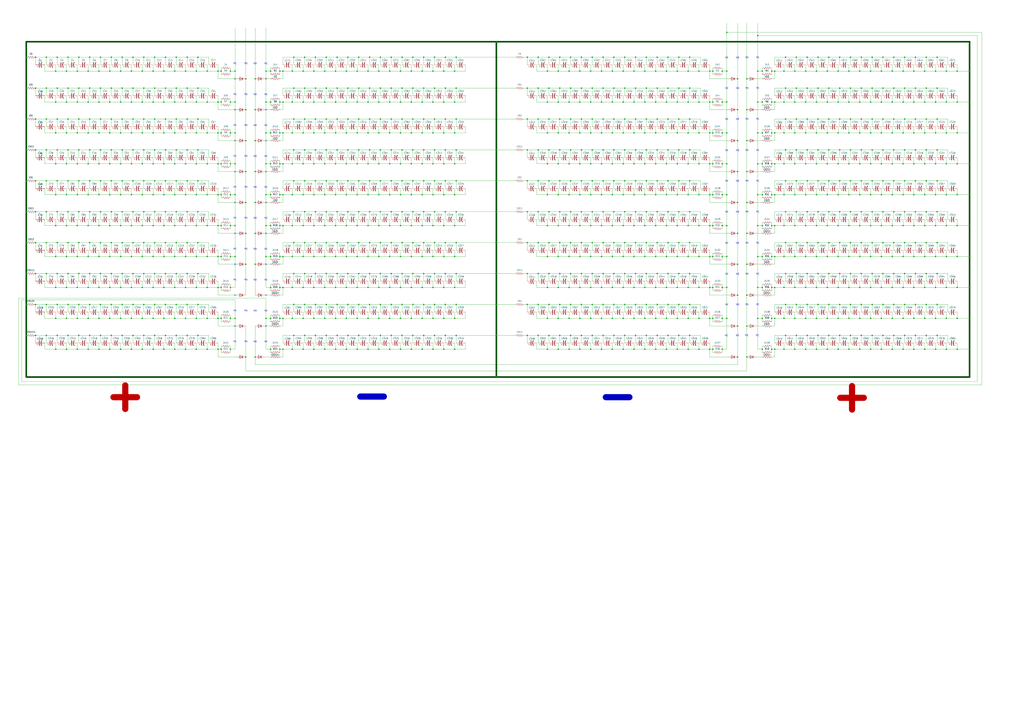
<source format=kicad_sch>
(kicad_sch (version 20231120) (generator "eeschema") (generator_version "8.0")
  (paper "A1")
  (lib_symbols
    (symbol "Device:C_Polarized_US" (pin_numbers hide) (pin_names (offset 0.254) hide)
      (property "Reference" "C" (at 0.635 2.54 0))
      (property "Value" "C_Polarized_US" (at 0.635 -2.54 0))
      (symbol "C_Polarized_US_1_1"
        (pin passive line (at 0 3.81 270) (length 2.794) (name "~") (number "1"))
        (pin passive line (at 0 -3.81 90) (length 3.302) (name "~") (number "2"))
      )
    )
    (symbol "Device:D" (pin_numbers hide) (pin_names (offset 1.016) hide)
      (property "Reference" "D" (at 0 2.54 0))
      (property "Value" "D" (at 0 -2.54 0))
      (symbol "D_1_1"
        (pin passive line (at -3.81 0 0) (length 2.54) (name "K") (number "1"))
        (pin passive line (at 3.81 0 180) (length 2.54) (name "A") (number "2"))
      )
    )
    (symbol "Device:R_US" (pin_numbers hide) (pin_names (offset 0))
      (property "Reference" "R" (at 2.54 0 90))
      (property "Value" "R_US" (at -2.54 0 90))
      (symbol "R_US_1_1"
        (pin passive line (at 0 3.81 270) (length 1.27) (name "~") (number "1"))
        (pin passive line (at 0 -3.81 90) (length 1.27) (name "~") (number "2"))
      )
    )
  )
  (junction (at 91.44 148.59))
  (junction (at 557.53 46.99))
  (junction (at 645.16 46.99))
  (junction (at 698.5 173.99))
  (junction (at 99.06 58.42))
  (junction (at 100.33 199.39))
  (junction (at 593.09 287.02))
  (junction (at 218.44 261.62))
  (junction (at 116.84 109.22))
  (junction (at 259.08 250.19))
  (junction (at 109.22 72.39))
  (junction (at 777.24 185.42))
  (junction (at 574.04 261.62))
  (junction (at 355.6 236.22))
  (junction (at 179.07 58.42))
  (junction (at 38.1 199.39))
  (junction (at 46.99 148.59))
  (junction (at 605.79 293.37))
  (junction (at 613.41 115.57))
  (junction (at 321.31 173.99))
  (junction (at 276.86 72.39))
  (junction (at 179.07 236.22))
  (junction (at 250.19 148.59))
  (junction (at 134.62 210.82))
  (junction (at 275.59 287.02))
  (junction (at 593.09 58.42))
  (junction (at 346.71 160.02))
  (junction (at 189.23 109.22))
  (junction (at 293.37 160.02))
  (junction (at 347.98 250.19))
  (junction (at 346.71 58.42))
  (junction (at 652.78 210.82))
  (junction (at 652.78 160.02))
  (junction (at 153.67 123.19))
  (junction (at 248.92 287.02))
  (junction (at 661.67 185.42))
  (junction (at 582.93 83.82))
  (junction (at 768.35 210.82))
  (junction (at 320.04 261.62))
  (junction (at 127 97.79))
  (junction (at 613.41 191.77))
  (junction (at 777.24 236.22))
  (junction (at 458.47 160.02))
  (junction (at 777.24 109.22))
  (junction (at 636.27 58.42))
  (junction (at 734.06 275.59))
  (junction (at 29.21 123.19))
  (junction (at 760.73 250.19))
  (junction (at 725.17 173.99))
  (junction (at 285.75 199.39))
  (junction (at 250.19 224.79))
  (junction (at 320.04 287.02))
  (junction (at 565.15 236.22))
  (junction (at 768.35 58.42))
  (junction (at 633.73 185.42))
  (junction (at 441.96 72.39))
  (junction (at 768.35 185.42))
  (junction (at 511.81 185.42))
  (junction (at 467.36 261.62))
  (junction (at 613.41 242.57))
  (junction (at 407.67 199.39))
  (junction (at 557.53 275.59))
  (junction (at 723.9 160.02))
  (junction (at 347.98 97.79))
  (junction (at 193.04 109.22))
  (junction (at 312.42 224.79))
  (junction (at 468.63 199.39))
  (junction (at 476.25 185.42))
  (junction (at 337.82 58.42))
  (junction (at 585.47 210.82))
  (junction (at 356.87 275.59))
  (junction (at 276.86 97.79))
  (junction (at 285.75 148.59))
  (junction (at 161.29 160.02))
  (junction (at 585.47 261.62))
  (junction (at 250.19 173.99))
  (junction (at 99.06 287.02))
  (junction (at 64.77 72.39))
  (junction (at 38.1 224.79))
  (junction (at 707.39 199.39))
  (junction (at 250.19 123.19))
  (junction (at 218.44 210.82))
  (junction (at 257.81 210.82))
  (junction (at 339.09 72.39))
  (junction (at 502.92 109.22))
  (junction (at 144.78 123.19))
  (junction (at 373.38 58.42))
  (junction (at 302.26 134.62))
  (junction (at 556.26 210.82))
  (junction (at 209.55 293.37))
  (junction (at 285.75 275.59))
  (junction (at 494.03 109.22))
  (junction (at 530.86 224.79))
  (junction (at 605.79 166.37))
  (junction (at 328.93 83.82))
  (junction (at 293.37 134.62))
  (junction (at 750.57 58.42))
  (junction (at 346.71 109.22))
  (junction (at 716.28 173.99))
  (junction (at 250.19 250.19))
  (junction (at 689.61 199.39))
  (junction (at 407.67 148.59))
  (junction (at 459.74 97.79))
  (junction (at 356.87 123.19))
  (junction (at 613.41 267.97))
  (junction (at 259.08 97.79))
  (junction (at 476.25 160.02))
  (junction (at 107.95 109.22))
  (junction (at 356.87 224.79))
  (junction (at 566.42 199.39))
  (junction (at 697.23 134.62))
  (junction (at 441.96 148.59))
  (junction (at 330.2 148.59))
  (junction (at 716.28 199.39))
  (junction (at 118.11 275.59))
  (junction (at 521.97 72.39))
  (junction (at 652.78 134.62))
  (junction (at 293.37 236.22))
  (junction (at 275.59 210.82))
  (junction (at 321.31 72.39))
  (junction (at 152.4 83.82))
  (junction (at 347.98 148.59))
  (junction (at 356.87 173.99))
  (junction (at 373.38 185.42))
  (junction (at 458.47 83.82))
  (junction (at 485.14 236.22))
  (junction (at 504.19 97.79))
  (junction (at 45.72 261.62))
  (junction (at 161.29 134.62))
  (junction (at 441.96 46.99))
  (junction (at 458.47 210.82))
  (junction (at 476.25 236.22))
  (junction (at 328.93 134.62))
  (junction (at 636.27 185.42))
  (junction (at 633.73 287.02))
  (junction (at 81.28 134.62))
  (junction (at 100.33 148.59))
  (junction (at 63.5 185.42))
  (junction (at 751.84 97.79))
  (junction (at 365.76 224.79))
  (junction (at 54.61 185.42))
  (junction (at 29.21 275.59))
  (junction (at 161.29 58.42))
  (junction (at 266.7 83.82))
  (junction (at 162.56 97.79))
  (junction (at 654.05 148.59))
  (junction (at 337.82 287.02))
  (junction (at 311.15 210.82))
  (junction (at 548.64 173.99))
  (junction (at 193.04 134.62))
  (junction (at 127 72.39))
  (junction (at 596.9 83.82))
  (junction (at 458.47 261.62))
  (junction (at 201.93 217.17))
  (junction (at 645.16 97.79))
  (junction (at 732.79 160.02))
  (junction (at 125.73 109.22))
  (junction (at 161.29 287.02))
  (junction (at 143.51 58.42))
  (junction (at 407.67 46.99) (color 0 72 0 1))
  (junction (at 337.82 185.42))
  (junction (at 374.65 148.59))
  (junction (at 643.89 287.02))
  (junction (at 276.86 250.19))
  (junction (at 134.62 236.22))
  (junction (at 485.14 58.42))
  (junction (at 259.08 148.59))
  (junction (at 99.06 185.42))
  (junction (at 365.76 250.19))
  (junction (at 365.76 148.59))
  (junction (at 337.82 261.62))
  (junction (at 486.41 224.79))
  (junction (at 433.07 250.19))
  (junction (at 626.11 287.02))
  (junction (at 697.23 236.22))
  (junction (at 547.37 287.02))
  (junction (at 218.44 134.62))
  (junction (at 109.22 148.59))
  (junction (at 109.22 224.79))
  (junction (at 468.63 275.59))
  (junction (at 477.52 275.59))
  (junction (at 521.97 250.19))
  (junction (at 679.45 287.02))
  (junction (at 688.34 83.82))
  (junction (at 312.42 250.19))
  (junction (at 750.57 287.02))
  (junction (at 64.77 199.39))
  (junction (at 596.9 236.22))
  (junction (at 240.03 58.42))
  (junction (at 433.07 46.99))
  (junction (at 250.19 97.79))
  (junction (at 468.63 148.59))
  (junction (at 347.98 275.59))
  (junction (at 556.26 83.82))
  (junction (at 511.81 236.22))
  (junction (at 680.72 224.79))
  (junction (at 320.04 58.42))
  (junction (at 312.42 72.39))
  (junction (at 697.23 160.02))
  (junction (at 162.56 224.79))
  (junction (at 91.44 173.99))
  (junction (at 671.83 173.99))
  (junction (at 21.59 148.59))
  (junction (at 222.25 134.62))
  (junction (at 725.17 148.59))
  (junction (at 293.37 261.62))
  (junction (at 716.28 250.19))
  (junction (at 170.18 134.62))
  (junction (at 257.81 109.22))
  (junction (at 248.92 210.82))
  (junction (at 706.12 58.42))
  (junction (at 347.98 173.99))
  (junction (at 715.01 109.22))
  (junction (at 467.36 185.42))
  (junction (at 759.46 83.82))
  (junction (at 193.04 160.02))
  (junction (at 232.41 185.42))
  (junction (at 179.07 83.82))
  (junction (at 680.72 123.19))
  (junction (at 626.11 261.62))
  (junction (at 81.28 261.62))
  (junction (at 513.08 275.59))
  (junction (at 222.25 58.42))
  (junction (at 222.25 210.82))
  (junction (at 82.55 173.99))
  (junction (at 732.79 58.42))
  (junction (at 529.59 58.42))
  (junction (at 433.07 199.39))
  (junction (at 229.87 160.02))
  (junction (at 796.29 185.42))
  (junction (at 626.11 134.62))
  (junction (at 769.62 97.79))
  (junction (at 742.95 224.79))
  (junction (at 311.15 109.22))
  (junction (at 459.74 173.99))
  (junction (at 294.64 250.19))
  (junction (at 365.76 72.39))
  (junction (at 29.21 173.99))
  (junction (at 698.5 72.39))
  (junction (at 433.07 173.99))
  (junction (at 652.78 185.42))
  (junction (at 337.82 109.22))
  (junction (at 566.42 46.99))
  (junction (at 468.63 46.99))
  (junction (at 786.13 83.82))
  (junction (at 486.41 123.19))
  (junction (at 547.37 236.22))
  (junction (at 645.16 148.59))
  (junction (at 679.45 236.22))
  (junction (at 502.92 134.62))
  (junction (at 99.06 109.22))
  (junction (at 662.94 123.19))
  (junction (at 502.92 58.42))
  (junction (at 29.21 97.79))
  (junction (at 337.82 83.82))
  (junction (at 55.88 250.19))
  (junction (at 135.89 250.19))
  (junction (at 240.03 83.82))
  (junction (at 346.71 236.22))
  (junction (at 21.59 46.99))
  (junction (at 760.73 46.99))
  (junction (at 643.89 160.02))
  (junction (at 72.39 261.62))
  (junction (at 275.59 109.22))
  (junction (at 529.59 185.42))
  (junction (at 689.61 224.79))
  (junction (at 751.84 46.99))
  (junction (at 688.34 134.62))
  (junction (at 407.67 97.79) (color 0 72 0 1))
  (junction (at 670.56 261.62))
  (junction (at 742.95 72.39))
  (junction (at 476.25 109.22))
  (junction (at 504.19 224.79))
  (junction (at 476.25 261.62))
  (junction (at 240.03 210.82))
  (junction (at 229.87 185.42))
  (junction (at 477.52 250.19))
  (junction (at 449.58 134.62))
  (junction (at 125.73 185.42))
  (junction (at 346.71 287.02))
  (junction (at 557.53 173.99))
  (junction (at 760.73 199.39))
  (junction (at 266.7 109.22))
  (junction (at 622.3 83.82))
  (junction (at 760.73 148.59))
  (junction (at 433.07 148.59))
  (junction (at 346.71 185.42))
  (junction (at 521.97 199.39))
  (junction (at 38.1 123.19))
  (junction (at 476.25 83.82))
  (junction (at 193.04 58.42))
  (junction (at 135.89 72.39))
  (junction (at 107.95 236.22))
  (junction (at 118.11 123.19))
  (junction (at 654.05 97.79))
  (junction (at 441.96 97.79))
  (junction (at 750.57 83.82))
  (junction (at 449.58 210.82))
  (junction (at 90.17 185.42))
  (junction (at 530.86 123.19))
  (junction (at 45.72 160.02))
  (junction (at 680.72 148.59))
  (junction (at 45.72 83.82))
  (junction (at 293.37 287.02))
  (junction (at 622.3 160.02))
  (junction (at 161.29 236.22))
  (junction (at 539.75 97.79))
  (junction (at 373.38 134.62))
  (junction (at 241.3 97.79))
  (junction (at 769.62 250.19))
  (junction (at 153.67 173.99))
  (junction (at 284.48 287.02))
  (junction (at 449.58 83.82))
  (junction (at 201.93 166.37))
  (junction (at 698.5 148.59))
  (junction (at 750.57 134.62))
  (junction (at 55.88 123.19))
  (junction (at 107.95 287.02))
  (junction (at 162.56 46.99))
  (junction (at 99.06 261.62))
  (junction (at 144.78 148.59))
  (junction (at 441.96 123.19))
  (junction (at 125.73 261.62))
  (junction (at 504.19 72.39))
  (junction (at 654.05 224.79))
  (junction (at 407.67 275.59))
  (junction (at 723.9 83.82))
  (junction (at 613.41 217.17))
  (junction (at 645.16 275.59))
  (junction (at 670.56 287.02))
  (junction (at 201.93 90.17))
  (junction (at 303.53 173.99))
  (junction (at 477.52 148.59))
  (junction (at 654.05 275.59))
  (junction (at 689.61 250.19))
  (junction (at 257.81 185.42))
  (junction (at 796.29 236.22))
  (junction (at 786.13 261.62))
  (junction (at 697.23 58.42))
  (junction (at 162.56 123.19))
  (junction (at 373.38 160.02))
  (junction (at 152.4 287.02))
  (junction (at 311.15 134.62))
  (junction (at 81.28 210.82))
  (junction (at 45.72 210.82))
  (junction (at 622.3 58.42))
  (junction (at 643.89 83.82))
  (junction (at 433.07 123.19))
  (junction (at 153.67 97.79))
  (junction (at 240.03 261.62))
  (junction (at 557.53 97.79))
  (junction (at 751.84 224.79))
  (junction (at 222.25 236.22))
  (junction (at 529.59 109.22))
  (junction (at 82.55 224.79))
  (junction (at 670.56 236.22))
  (junction (at 679.45 210.82))
  (junction (at 671.83 72.39))
  (junction (at 170.18 210.82))
  (junction (at 127 148.59))
  (junction (at 495.3 72.39))
  (junction (at 707.39 148.59))
  (junction (at 170.18 185.42))
  (junction (at 566.42 224.79))
  (junction (at 734.06 250.19))
  (junction (at 769.62 275.59))
  (junction (at 109.22 199.39))
  (junction (at 548.64 97.79))
  (junction (at 118.11 173.99))
  (junction (at 321.31 46.99))
  (junction (at 732.79 210.82))
  (junction (at 520.7 261.62))
  (junction (at 161.29 83.82))
  (junction (at 90.17 58.42))
  (junction (at 643.89 109.22))
  (junction (at 441.96 224.79))
  (junction (at 742.95 46.99))
  (junction (at 320.04 83.82))
  (junction (at 143.51 236.22))
  (junction (at 373.38 261.62))
  (junction (at 294.64 199.39))
  (junction (at 275.59 134.62))
  (junction (at 688.34 287.02))
  (junction (at 241.3 148.59))
  (junction (at 661.67 210.82))
  (junction (at 46.99 173.99))
  (junction (at 459.74 123.19))
  (junction (at 179.07 210.82))
  (junction (at 662.94 199.39))
  (junction (at 662.94 173.99))
  (junction (at 118.11 250.19))
  (junction (at 476.25 210.82))
  (junction (at 328.93 58.42))
  (junction (at 193.04 261.62))
  (junction (at 222.25 287.02))
  (junction (at 179.07 134.62))
  (junction (at 741.68 210.82))
  (junction (at 144.78 275.59))
  (junction (at 671.83 97.79))
  (junction (at 374.65 123.19))
  (junction (at 152.4 134.62))
  (junction (at 511.81 109.22))
  (junction (at 538.48 210.82))
  (junction (at 494.03 210.82))
  (junction (at 250.19 46.99))
  (junction (at 565.15 185.42))
  (junction (at 768.35 83.82))
  (junction (at 796.29 210.82))
  (junction (at 742.95 173.99))
  (junction (at 294.64 72.39))
  (junction (at 485.14 185.42))
  (junction (at 373.38 236.22))
  (junction (at 671.83 123.19))
  (junction (at 732.79 83.82))
  (junction (at 346.71 210.82))
  (junction (at 134.62 261.62))
  (junction (at 521.97 275.59))
  (junction (at 275.59 83.82))
  (junction (at 539.75 275.59))
  (junction (at 64.77 173.99))
  (junction (at 134.62 134.62))
  (junction (at 275.59 261.62))
  (junction (at 582.93 236.22))
  (junction (at 276.86 148.59))
  (junction (at 250.19 72.39))
  (junction (at 459.74 46.99))
  (junction (at 671.83 46.99))
  (junction (at 293.37 58.42))
  (junction (at 347.98 224.79))
  (junction (at 751.84 275.59))
  (junction (at 511.81 287.02))
  (junction (at 365.76 97.79))
  (junction (at 339.09 199.39))
  (junction (at 671.83 199.39))
  (junction (at 441.96 173.99))
  (junction (at 302.26 185.42))
  (junction (at 582.93 58.42))
  (junction (at 266.7 261.62))
  (junction (at 707.39 224.79))
  (junction (at 622.3 185.42))
  (junction (at 467.36 160.02))
  (junction (at 321.31 148.59))
  (junction (at 582.93 261.62))
  (junction (at 356.87 199.39))
  (junction (at 547.37 185.42))
  (junction (at 596.9 134.62))
  (junction (at 135.89 148.59))
  (junction (at 671.83 275.59))
  (junction (at 768.35 287.02))
  (junction (at 248.92 109.22))
  (junction (at 232.41 261.62))
  (junction (at 153.67 250.19))
  (junction (at 670.56 185.42))
  (junction (at 144.78 250.19))
  (junction (at 636.27 160.02))
  (junction (at 99.06 83.82))
  (junction (at 547.37 261.62))
  (junction (at 670.56 109.22))
  (junction (at 143.51 83.82))
  (junction (at 116.84 261.62))
  (junction (at 181.61 261.62))
  (junction (at 566.42 148.59))
  (junction (at 284.48 134.62))
  (junction (at 302.26 236.22))
  (junction (at 661.67 109.22))
  (junction (at 596.9 109.22))
  (junction (at 100.33 224.79))
  (junction (at 189.23 134.62))
  (junction (at 72.39 185.42))
  (junction (at 100.33 250.19))
  (junction (at 513.08 224.79))
  (junction (at 46.99 199.39))
  (junction (at 21.59 173.99))
  (junction (at 593.09 210.82))
  (junction (at 355.6 287.02))
  (junction (at 707.39 46.99))
  (junction (at 266.7 134.62))
  (junction (at 107.95 210.82))
  (junction (at 605.79 242.57))
  (junction (at 486.41 46.99))
  (junction (at 72.39 236.22))
  (junction (at 548.64 199.39))
  (junction (at 530.86 148.59))
  (junction (at 339.09 97.79))
  (junction (at 337.82 236.22))
  (junction (at 441.96 250.19))
  (junction (at 716.28 97.79))
  (junction (at 267.97 72.39))
  (junction (at 107.95 185.42))
  (junction (at 134.62 287.02))
  (junction (at 311.15 185.42))
  (junction (at 118.11 224.79))
  (junction (at 486.41 250.19))
  (junction (at 689.61 148.59))
  (junction (at 476.25 134.62))
  (junction (at 622.3 261.62))
  (junction (at 46.99 250.19))
  (junction (at 135.89 46.99))
  (junction (at 107.95 58.42))
  (junction (at 99.06 236.22))
  (junction (at 303.53 224.79))
  (junction (at 193.04 185.42))
  (junction (at 127 275.59))
  (junction (at 633.73 58.42))
  (junction (at 547.37 109.22))
  (junction (at 321.31 123.19))
  (junction (at 521.97 97.79))
  (junction (at 495.3 148.59))
  (junction (at 347.98 123.19))
  (junction (at 458.47 236.22))
  (junction (at 769.62 123.19))
  (junction (at 302.26 287.02))
  (junction (at 201.93 64.77))
  (junction (at 529.59 287.02))
  (junction (at 520.7 109.22))
  (junction (at 511.81 210.82))
  (junction (at 259.08 123.19))
  (junction (at 622.3 236.22))
  (junction (at 222.25 160.02))
  (junction (at 433.07 72.39))
  (junction (at 715.01 160.02))
  (junction (at 73.66 46.99))
  (junction (at 144.78 46.99))
  (junction (at 742.95 199.39))
  (junction (at 107.95 83.82))
  (junction (at 72.39 210.82))
  (junction (at 485.14 160.02))
  (junction (at 511.81 134.62))
  (junction (at 596.9 185.42))
  (junction (at 346.71 134.62))
  (junction (at 54.61 236.22))
  (junction (at 134.62 83.82))
  (junction (at 364.49 109.22))
  (junction (at 109.22 250.19))
  (junction (at 267.97 250.19))
  (junction (at 605.79 90.17))
  (junction (at 679.45 160.02))
  (junction (at 486.41 275.59))
  (junction (at 294.64 173.99))
  (junction (at 321.31 250.19))
  (junction (at 732.79 287.02))
  (junction (at 450.85 173.99))
  (junction (at 485.14 261.62))
  (junction (at 302.26 160.02))
  (junction (at 116.84 83.82))
  (junction (at 82.55 250.19))
  (junction (at 38.1 148.59))
  (junction (at 284.48 261.62))
  (junction (at 697.23 261.62))
  (junction (at 356.87 97.79))
  (junction (at 330.2 250.19))
  (junction (at 626.11 160.02))
  (junction (at 485.14 210.82))
  (junction (at 661.67 160.02))
  (junction (at 547.37 210.82))
  (junction (at 259.08 199.39))
  (junction (at 100.33 275.59))
  (junction (at 706.12 210.82))
  (junction (at 189.23 58.42))
  (junction (at 373.38 210.82))
  (junction (at 698.5 199.39))
  (junction (at 459.74 199.39))
  (junction (at 494.03 236.22))
  (junction (at 698.5 250.19))
  (junction (at 732.79 134.62))
  (junction (at 82.55 72.39))
  (junction (at 697.23 83.82))
  (junction (at 232.41 83.82))
  (junction (at 548.64 148.59))
  (junction (at 162.56 199.39))
  (junction (at 529.59 83.82))
  (junction (at 689.61 173.99))
  (junction (at 548.64 224.79))
  (junction (at 303.53 97.79))
  (junction (at 723.9 236.22))
  (junction (at 759.46 210.82))
  (junction (at 741.68 236.22))
  (junction (at 91.44 123.19))
  (junction (at 303.53 46.99))
  (junction (at 750.57 236.22))
  (junction (at 759.46 261.62))
  (junction (at 613.41 140.97))
  (junction (at 276.86 224.79))
  (junction (at 556.26 287.02))
  (junction (at 218.44 58.42))
  (junction (at 679.45 109.22))
  (junction (at 312.42 173.99))
  (junction (at 689.61 72.39))
  (junction (at 495.3 123.19))
  (junction (at 585.47 134.62))
  (junction (at 574.04 109.22))
  (junction (at 769.62 224.79))
  (junction (at 557.53 199.39))
  (junction (at 547.37 160.02))
  (junction (at 706.12 185.42))
  (junction (at 725.17 275.59))
  (junction (at 118.11 97.79))
  (junction (at 688.34 109.22))
  (junction (at 596.9 26.67))
  (junction (at 91.44 199.39))
  (junction (at 179.07 160.02))
  (junction (at 143.51 160.02))
  (junction (at 585.47 58.42))
  (junction (at 100.33 173.99))
  (junction (at 232.41 58.42))
  (junction (at 574.04 58.42))
  (junction (at 661.67 261.62))
  (junction (at 636.27 109.22))
  (junction (at 513.08 46.99))
  (junction (at 680.72 275.59))
  (junction (at 153.67 148.59))
  (junction (at 374.65 199.39))
  (junction (at 240.03 236.22))
  (junction (at 520.7 236.22))
  (junction (at 330.2 275.59))
  (junction (at 162.56 173.99))
  (junction (at 189.23 261.62))
  (junction (at 240.03 185.42))
  (junction (at 81.28 83.82))
  (junction (at 152.4 185.42))
  (junction (at 582.93 134.62))
  (junction (at 303.53 199.39))
  (junction (at 513.08 250.19))
  (junction (at 229.87 261.62))
  (junction (at 330.2 97.79))
  (junction (at 450.85 224.79))
  (junction (at 556.26 58.42))
  (junction (at 303.53 250.19))
  (junction (at 303.53 148.59))
  (junction (at 585.47 109.22))
  (junction (at 364.49 83.82))
  (junction (at 54.61 261.62))
  (junction (at 557.53 224.79))
  (junction (at 116.84 287.02))
  (junction (at 240.03 134.62))
  (junction (at 652.78 109.22))
  (junction (at 311.15 58.42))
  (junction (at 355.6 109.22))
  (junction (at 742.95 275.59))
  (junction (at 538.48 58.42))
  (junction (at 596.9 261.62))
  (junction (at 458.47 185.42))
  (junction (at 511.81 83.82))
  (junction (at 547.37 58.42))
  (junction (at 250.19 199.39))
  (junction (at 707.39 97.79))
  (junction (at 680.72 97.79))
  (junction (at 742.95 123.19))
  (junction (at 144.78 199.39))
  (junction (at 99.06 210.82))
  (junction (at 339.09 173.99))
  (junction (at 734.06 97.79))
  (junction (at 209.55 140.97))
  (junction (at 557.53 123.19))
  (junction (at 643.89 185.42))
  (junction (at 662.94 148.59))
  (junction (at 82.55 97.79))
  (junction (at 538.48 236.22))
  (junction (at 311.15 160.02))
  (junction (at 566.42 250.19))
  (junction (at 725.17 97.79))
  (junction (at 486.41 72.39))
  (junction (at 374.65 46.99))
  (junction (at 29.21 72.39))
  (junction (at 502.92 210.82))
  (junction (at 284.48 109.22))
  (junction (at 364.49 287.02))
  (junction (at 723.9 134.62))
  (junction (at 520.7 83.82))
  (junction (at 116.84 58.42))
  (junction (at 671.83 250.19))
  (junction (at 285.75 250.19))
  (junction (at 566.42 275.59))
  (junction (at 266.7 236.22))
  (junction (at 125.73 160.02))
  (junction (at 64.77 148.59))
  (junction (at 494.03 58.42))
  (junction (at 511.81 160.02))
  (junction (at 73.66 72.39))
  (junction (at 90.17 109.22))
  (junction (at 107.95 160.02))
  (junction (at 513.08 72.39))
  (junction (at 125.73 58.42))
  (junction (at 21.59 123.19))
  (junction (at 502.92 185.42))
  (junction (at 248.92 236.22))
  (junction (at 328.93 160.02))
  (junction (at 520.7 58.42))
  (junction (at 64.77 250.19))
  (junction (at 116.84 185.42))
  (junction (at 636.27 261.62))
  (junction (at 63.5 109.22))
  (junction (at 64.77 46.99))
  (junction (at 679.45 185.42))
  (junction (at 495.3 199.39))
  (junction (at 605.79 64.77))
  (junction (at 741.68 83.82))
  (junction (at 346.71 83.82))
  (junction (at 347.98 72.39))
  (junction (at 751.84 148.59))
  (junction (at 585.47 287.02))
  (junction (at 294.64 148.59))
  (junction (at 275.59 160.02))
  (junction (at 143.51 210.82))
  (junction (at 81.28 287.02))
  (junction (at 652.78 236.22))
  (junction (at 285.75 72.39))
  (junction (at 698.5 224.79))
  (junction (at 574.04 83.82))
  (junction (at 328.93 185.42))
  (junction (at 450.85 97.79))
  (junction (at 556.26 109.22))
  (junction (at 716.28 123.19))
  (junction (at 312.42 148.59))
  (junction (at 495.3 173.99))
  (junction (at 698.5 275.59))
  (junction (at 622.3 210.82))
  (junction (at 45.72 236.22))
  (junction (at 633.73 261.62))
  (junction (at 716.28 148.59))
  (junction (at 248.92 134.62))
  (junction (at 29.21 148.59))
  (junction (at 539.75 224.79))
  (junction (at 467.36 210.82))
  (junction (at 63.5 287.02))
  (junction (at 82.55 46.99))
  (junction (at 468.63 123.19))
  (junction (at 222.25 109.22))
  (junction (at 679.45 134.62))
  (junction (at 706.12 83.82))
  (junction (at 248.92 261.62))
  (junction (at 495.3 46.99))
  (junction (at 303.53 72.39))
  (junction (at 127 46.99))
  (junction (at 347.98 46.99))
  (junction (at 643.89 210.82))
  (junction (at 511.81 261.62))
  (junction (at 339.09 275.59))
  (junction (at 116.84 134.62))
  (junction (at 661.67 134.62))
  (junction (at 54.61 58.42))
  (junction (at 161.29 261.62))
  (junction (at 504.19 199.39))
  (junction (at 715.01 287.02))
  (junction (at 530.86 46.99))
  (junction (at 605.79 140.97))
  (junction (at 688.34 236.22))
  (junction (at 240.03 287.02))
  (junction (at 285.75 224.79))
  (junction (at 477.52 123.19))
  (junction (at 46.99 46.99))
  (junction (at 81.28 236.22))
  (junction (at 530.86 199.39))
  (junction (at 723.9 287.02))
  (junction (at 707.39 275.59))
  (junction (at 689.61 123.19))
  (junction (at 723.9 210.82))
  (junction (at 769.62 72.39))
  (junction (at 201.93 140.97))
  (junction (at 116.84 236.22))
  (junction (at 495.3 224.79))
  (junction (at 565.15 160.02))
  (junction (at 321.31 97.79))
  (junction (at 209.55 90.17))
  (junction (at 259.08 46.99))
  (junction (at 796.29 58.42))
  (junction (at 450.85 123.19))
  (junction (at 330.2 123.19))
  (junction (at 38.1 97.79))
  (junction (at 759.46 58.42))
  (junction (at 328.93 287.02))
  (junction (at 241.3 199.39))
  (junction (at 312.42 46.99))
  (junction (at 539.75 250.19))
  (junction (at 229.87 109.22))
  (junction (at 441.96 275.59))
  (junction (at 643.89 134.62))
  (junction (at 777.24 287.02))
  (junction (at 170.18 160.02))
  (junction (at 476.25 58.42))
  (junction (at 189.23 210.82))
  (junction (at 585.47 185.42))
  (junction (at 574.04 134.62))
  (junction (at 742.95 250.19))
  (junction (at 373.38 109.22))
  (junction (at 548.64 46.99))
  (junction (at 407.67 34.29))
  (junction (at 593.09 236.22))
  (junction (at 539.75 173.99))
  (junction (at 232.41 210.82))
  (junction (at 127 250.19))
  (junction (at 742.95 97.79))
  (junction (at 29.21 199.39))
  (junction (at 248.92 83.82))
  (junction (at 100.33 97.79))
  (junction (at 643.89 58.42))
  (junction (at 63.5 160.02))
  (junction (at 706.12 109.22))
  (junction (at 485.14 83.82))
  (junction (at 786.13 287.02))
  (junction (at 201.93 293.37))
  (junction (at 680.72 173.99))
  (junction (at 38.1 72.39))
  (junction (at 189.23 160.02))
  (junction (at 688.34 185.42))
  (junction (at 143.51 134.62))
  (junction (at 636.27 134.62))
  (junction (at 161.29 210.82))
  (junction (at 661.67 236.22))
  (junction (at 760.73 275.59))
  (junction (at 566.42 123.19))
  (junction (at 55.88 275.59))
  (junction (at 502.92 287.02))
  (junction (at 777.24 58.42))
  (junction (at 715.01 261.62))
  (junction (at 267.97 275.59))
  (junction (at 46.99 123.19))
  (junction (at 689.61 46.99))
  (junction (at 134.62 58.42))
  (junction (at 250.19 275.59))
  (junction (at 502.92 236.22))
  (junction (at 513.08 97.79))
  (junction (at 671.83 148.59))
  (junction (at 725.17 46.99))
  (junction (at 21.59 224.79))
  (junction (at 189.23 287.02))
  (junction (at 100.33 72.39))
  (junction (at 477.52 46.99))
  (junction (at 91.44 250.19))
  (junction (at 339.09 46.99))
  (junction (at 504.19 123.19))
  (junction (at 201.93 115.57))
  (junction (at 55.88 46.99))
  (junction (at 181.61 210.82))
  (junction (at 45.72 185.42))
  (junction (at 364.49 160.02))
  (junction (at 365.76 123.19))
  (junction (at 741.68 160.02))
  (junction (at 81.28 185.42))
  (junction (at 64.77 123.19))
  (junction (at 449.58 109.22))
  (junction (at 450.85 199.39))
  (junction (at 21.59 250.19))
  (junction (at 502.92 83.82))
  (junction (at 293.37 83.82))
  (junction (at 257.81 287.02))
  (junction (at 593.09 160.02))
  (junction (at 181.61 287.02))
  (junction (at 768.35 160.02))
  (junction (at 143.51 185.42))
  (junction (at 741.68 261.62))
  (junction (at 356.87 72.39))
  (junction (at 716.28 46.99))
  (junction (at 715.01 210.82))
  (junction (at 339.09 250.19))
  (junction (at 73.66 250.19))
  (junction (at 548.64 275.59))
  (junction (at 574.04 287.02))
  (junction (at 433.07 224.79))
  (junction (at 716.28 72.39))
  (junction (at 511.81 58.42))
  (junction (at 355.6 83.82))
  (junction (at 162.56 72.39))
  (junction (at 302.26 210.82))
  (junction (at 662.94 250.19))
  (junction (at 633.73 160.02))
  (junction (at 365.76 275.59))
  (junction (at 266.7 185.42))
  (junction (at 330.2 72.39))
  (junction (at 706.12 261.62))
  (junction (at 248.92 160.02))
  (junction (at 179.07 185.42))
  (junction (at 161.29 185.42))
  (junction (at 636.27 236.22))
  (junction (at 450.85 46.99))
  (junction (at 688.34 210.82))
  (junction (at 46.99 224.79))
  (junction (at 109.22 275.59))
  (junction (at 494.03 83.82))
  (junction (at 622.3 134.62))
  (junction (at 698.5 123.19))
  (junction (at 193.04 210.82))
  (junction (at 679.45 261.62))
  (junction (at 670.56 160.02))
  (junction (at 467.36 83.82))
  (junction (at 706.12 160.02))
  (junction (at 330.2 46.99))
  (junction (at 222.25 185.42))
  (junction (at 125.73 134.62))
  (junction (at 127 224.79))
  (junction (at 240.03 160.02))
  (junction (at 477.52 173.99))
  (junction (at 725.17 123.19))
  (junction (at 547.37 134.62))
  (junction (at 504.19 148.59))
  (junction (at 153.67 275.59))
  (junction (at 285.75 173.99))
  (junction (at 320.04 210.82))
  (junction (at 502.92 160.02))
  (junction (at 311.15 287.02))
  (junction (at 715.01 134.62))
  (junction (at 266.7 287.02))
  (junction (at 494.03 134.62))
  (junction (at 302.26 83.82))
  (junction (at 530.86 173.99))
  (junction (at 529.59 160.02))
  (junction (at 116.84 160.02))
  (junction (at 209.55 64.77))
  (junction (at 759.46 109.22))
  (junction (at 346.71 261.62))
  (junction (at 502.92 261.62))
  (junction (at 64.77 275.59))
  (junction (at 796.29 134.62))
  (junction (at 248.92 58.42))
  (junction (at 565.15 109.22))
  (junction (at 626.11 58.42))
  (junction (at 670.56 210.82))
  (junction (at 760.73 224.79))
  (junction (at 161.29 109.22))
  (junction (at 302.26 58.42))
  (junction (at 485.14 109.22))
  (junction (at 365.76 46.99))
  (junction (at 468.63 250.19))
  (junction (at 407.67 309.88))
  (junction (at 786.13 236.22))
  (junction (at 467.36 134.62))
  (junction (at 152.4 109.22))
  (junction (at 257.81 160.02))
  (junction (at 707.39 72.39))
  (junction (at 189.23 236.22))
  (junction (at 582.93 287.02))
  (junction (at 241.3 224.79))
  (junction (at 46.99 275.59))
  (junction (at 135.89 199.39))
  (junction (at 170.18 83.82))
  (junction (at 521.97 46.99))
  (junction (at 54.61 109.22))
  (junction (at 170.18 58.42))
  (junction (at 769.62 46.99))
  (junction (at 786.13 58.42))
  (junction (at 645.16 250.19))
  (junction (at 46.99 72.39))
  (junction (at 777.24 83.82))
  (junction (at 99.06 134.62))
  (junction (at 751.84 199.39))
  (junction (at 520.7 185.42))
  (junction (at 759.46 185.42))
  (junction (at 284.48 58.42))
  (junction (at 181.61 58.42))
  (junction (at 654.05 250.19))
  (junction (at 643.89 236.22))
  (junction (at 467.36 58.42))
  (junction (at 565.15 287.02))
  (junction (at 181.61 109.22))
  (junction (at 633.73 83.82))
  (junction (at 152.4 210.82))
  (junction (at 706.12 236.22))
  (junction (at 521.97 123.19))
  (junction (at 636.27 210.82))
  (junction (at 109.22 46.99))
  (junction (at 449.58 236.22))
  (junction (at 521.97 224.79))
  (junction (at 636.27 287.02))
  (junction (at 218.44 83.82))
  (junction (at 241.3 173.99))
  (junction (at 449.58 160.02))
  (junction (at 55.88 72.39))
  (junction (at 153.67 46.99))
  (junction (at 373.38 83.82))
  (junction (at 116.84 210.82))
  (junction (at 485.14 287.02))
  (junction (at 99.06 160.02))
  (junction (at 248.92 185.42))
  (junction (at 458.47 58.42))
  (junction (at 275.59 185.42))
  (junction (at 750.57 160.02))
  (junction (at 218.44 185.42))
  (junction (at 374.65 72.39))
  (junction (at 257.81 236.22))
  (junction (at 626.11 210.82))
  (junction (at 152.4 160.02))
  (junction (at 55.88 199.39))
  (junction (at 100.33 123.19))
  (junction (at 170.18 109.22))
  (junction (at 321.31 199.39))
  (junction (at 153.67 199.39))
  (junction (at 593.09 185.42))
  (junction (at 21.59 72.39))
  (junction (at 768.35 236.22))
  (junction (at 189.23 83.82))
  (junction (at 504.19 250.19))
  (junction (at 643.89 261.62))
  (junction (at 109.22 173.99))
  (junction (at 162.56 275.59))
  (junction (at 450.85 72.39))
  (junction (at 565.15 261.62))
  (junction (at 134.62 185.42))
  (junction (at 55.88 97.79))
  (junction (at 750.57 261.62))
  (junction (at 407.67 123.19))
  (junction (at 232.41 236.22))
  (junction (at 285.75 123.19))
  (junction (at 267.97 148.59))
  (junction (at 312.42 97.79))
  (junction (at 459.74 275.59))
  (junction (at 54.61 134.62))
  (junction (at 732.79 109.22))
  (junction (at 267.97 123.19))
  (junction (at 320.04 134.62))
  (junction (at 760.73 123.19))
  (junction (at 328.93 261.62))
  (junction (at 55.88 224.79))
  (junction (at 596.9 210.82))
  (junction (at 337.82 160.02))
  (junction (at 135.89 123.19))
  (junction (at 593.09 134.62))
  (junction (at 494.03 185.42))
  (junction (at 232.41 134.62))
  (junction (at 152.4 236.22))
  (junction (at 229.87 210.82))
  (junction (at 565.15 58.42))
  (junction (at 127 173.99))
  (junction (at 170.18 236.22))
  (junction (at 285.75 97.79))
  (junction (at 90.17 210.82))
  (junction (at 661.67 287.02))
  (junction (at 459.74 224.79))
  (junction (at 741.68 109.22))
  (junction (at 605.79 267.97))
  (junction (at 125.73 83.82))
  (junction (at 38.1 46.99))
  (junction (at 374.65 250.19))
  (junction (at 407.67 250.19))
  (junction (at 529.59 236.22))
  (junction (at 90.17 236.22))
  (junction (at 715.01 83.82))
  (junction (at 364.49 58.42))
  (junction (at 134.62 109.22))
  (junction (at 633.73 134.62))
  (junction (at 240.03 109.22))
  (junction (at 303.53 275.59))
  (junction (at 529.59 134.62))
  (junction (at 209.55 115.57))
  (junction (at 374.65 224.79))
  (junction (at 633.73 109.22))
  (junction (at 530.86 97.79))
  (junction (at 218.44 109.22))
  (junction (at 636.27 83.82))
  (junction (at 613.41 166.37))
  (junction (at 143.51 109.22))
  (junction (at 38.1 275.59))
  (junction (at 241.3 46.99))
  (junction (at 732.79 261.62))
  (junction (at 715.01 236.22))
  (junction (at 267.97 224.79))
  (junction (at 796.29 261.62))
  (junction (at 468.63 224.79))
  (junction (at 73.66 199.39))
  (junction (at 364.49 185.42))
  (junction (at 777.24 210.82))
  (junction (at 107.95 134.62))
  (junction (at 81.28 58.42))
  (junction (at 547.37 83.82))
  (junction (at 538.48 134.62))
  (junction (at 476.25 287.02))
  (junction (at 538.48 160.02))
  (junction (at 529.59 261.62))
  (junction (at 680.72 46.99))
  (junction (at 574.04 236.22))
  (junction (at 63.5 134.62))
  (junction (at 486.41 173.99))
  (junction (at 786.13 134.62))
  (junction (at 294.64 46.99))
  (junction (at 162.56 148.59))
  (junction (at 328.93 236.22))
  (junction (at 458.47 134.62))
  (junction (at 732.79 185.42))
  (junction (at 732.79 236.22))
  (junction (at 90.17 287.02))
  (junction (at 82.55 275.59))
  (junction (at 365.76 173.99))
  (junction (at 339.09 123.19))
  (junction (at 293.37 210.82))
  (junction (at 356.87 148.59))
  (junction (at 574.04 185.42))
  (junction (at 605.79 115.57))
  (junction (at 741.68 134.62))
  (junction (at 697.23 109.22))
  (junction (at 504.19 173.99))
  (junction (at 459.74 250.19))
  (junction (at 364.49 210.82))
  (junction (at 596.9 58.42))
  (junction (at 72.39 287.02))
  (junction (at 556.26 160.02))
  (junction (at 241.3 72.39))
  (junction (at 355.6 210.82))
  (junction (at 593.09 261.62))
  (junction (at 626.11 236.22))
  (junction (at 407.67 224.79))
  (junction (at 257.81 58.42))
  (junction (at 73.66 97.79))
  (junction (at 64.77 224.79))
  (junction (at 91.44 275.59))
  (junction (at 494.03 261.62))
  (junction (at 73.66 275.59))
  (junction (at 513.08 148.59))
  (junction (at 530.86 250.19))
  (junction (at 751.84 72.39))
  (junction (at 521.97 148.59))
  (junction (at 118.11 199.39))
  (junction (at 557.53 250.19))
  (junction (at 622.3 109.22))
  (junction (at 486.41 199.39))
  (junction (at 259.08 275.59))
  (junction (at 179.07 287.02))
  (junction (at 153.67 72.39))
  (junction (at 707.39 123.19))
  (junction (at 582.93 185.42))
  (junction (at 548.64 250.19))
  (junction (at 661.67 83.82))
  (junction (at 486.41 97.79))
  (junction (at 143.51 287.02))
  (junction (at 82.55 199.39))
  (junction (at 495.3 97.79))
  (junction (at 181.61 134.62))
  (junction (at 707.39 173.99))
  (junction (at 593.09 83.82))
  (junction (at 321.31 275.59))
  (junction (at 63.5 210.82))
  (junction (at 181.61 236.22))
  (junction (at 566.42 72.39))
  (junction (at 276.86 46.99))
  (junction (at 144.78 173.99))
  (junction (at 91.44 72.39))
  (junction (at 29.21 250.19))
  (junction (at 734.06 72.39))
  (junction (at 125.73 287.02))
  (junction (at 477.52 224.79))
  (junction (at 486.41 148.59))
  (junction (at 556.26 261.62))
  (junction (at 734.06 148.59))
  (junction (at 330.2 199.39))
  (junction (at 680.72 199.39))
  (junction (at 723.9 58.42))
  (junction (at 654.05 46.99))
  (junction (at 38.1 173.99))
  (junction (at 538.48 83.82))
  (junction (at 723.9 109.22))
  (junction (at 556.26 236.22))
  (junction (at 328.93 109.22))
  (junction (at 72.39 109.22))
  (junction (at 241.3 275.59))
  (junction (at 302.26 109.22))
  (junction (at 109.22 123.19))
  (junction (at 209.55 217.17))
  (junction (at 364.49 134.62))
  (junction (at 407.67 72.39) (color 0 72 0 1))
  (junction (at 267.97 46.99))
  (junction (at 777.24 134.62))
  (junction (at 21.59 199.39))
  (junction (at 229.87 83.82))
  (junction (at 706.12 134.62))
  (junction (at 267.97 173.99))
  (junction (at 548.64 72.39))
  (junction (at 759.46 160.02))
  (junction (at 468.63 173.99))
  (junction (at 485.14 134.62))
  (junction (at 294.64 275.59))
  (junction (at 73.66 148.59))
  (junction (at 118.11 148.59))
  (junction (at 548.64 123.19))
  (junction (at 786.13 160.02))
  (junction (at 294.64 123.19))
  (junction (at 257.81 134.62))
  (junction (at 680.72 250.19))
  (junction (at 152.4 58.42))
  (junction (at 750.57 210.82))
  (junction (at 355.6 160.02))
  (junction (at 241.3 123.19))
  (junction (at 312.42 123.19))
  (junction (at 751.84 123.19))
  (junction (at 725.17 199.39))
  (junction (at 222.25 83.82))
  (junction (at 72.39 160.02))
  (junction (at 697.23 185.42))
  (junction (at 209.55 166.37))
  (junction (at 539.75 46.99))
  (junction (at 449.58 58.42))
  (junction (at 312.42 275.59))
  (junction (at 433.07 97.79))
  (junction (at 477.52 199.39))
  (junction (at 585.47 83.82))
  (junction (at 715.01 58.42))
  (junction (at 144.78 72.39))
  (junction (at 54.61 160.02))
  (junction (at 276.86 275.59))
  (junction (at 72.39 134.62))
  (junction (at 209.55 191.77))
  (junction (at 796.29 83.82))
  (junction (at 760.73 97.79))
  (junction (at 697.23 210.82))
  (junction (at 135.89 173.99))
  (junction (at 605.79 191.77))
  (junction (at 565.15 210.82))
  (junction (at 529.59 210.82))
  (junction (at 284.48 83.82))
  (junction (at 259.08 173.99))
  (junction (at 786.13 185.42))
  (junction (at 759.46 134.62))
  (junction (at 742.95 148.59))
  (junction (at 449.58 261.62))
  (junction (at 294.64 224.79))
  (junction (at 679.45 58.42))
  (junction (at 538.48 261.62))
  (junction (at 222.25 261.62))
  (junction (at 769.62 173.99))
  (junction (at 513.08 199.39))
  (junction (at 689.61 275.59))
  (junction (at 337.82 134.62))
  (junction (at 72.39 58.42))
  (junction (at 613.41 293.37))
  (junction (at 725.17 72.39))
  (junction (at 467.36 109.22))
  (junction (at 241.3 250.19))
  (junction (at 734.06 199.39))
  (junction (at 125.73 236.22))
  (junction (at 284.48 160.02))
  (junction (at 645.16 173.99))
  (junction (at 565.15 83.82))
  (junction (at 153.67 224.79))
  (junction (at 582.93 160.02))
  (junction (at 698.5 97.79))
  (junction (at 468.63 97.79))
  (junction (at 662.94 224.79))
  (junction (at 45.72 287.02))
  (junction (at 768.35 109.22))
  (junction (at 652.78 83.82))
  (junction (at 91.44 97.79))
  (junction (at 494.03 160.02))
  (junction (at 670.56 134.62))
  (junction (at 494.03 287.02))
  (junction (at 654.05 123.19))
  (junction (at 557.53 148.59))
  (junction (at 355.6 134.62))
  (junction (at 596.9 160.02))
  (junction (at 556.26 134.62))
  (junction (at 697.23 287.02))
  (junction (at 654.05 173.99))
  (junction (at 107.95 261.62))
  (junction (at 330.2 173.99))
  (junction (at 125.73 210.82))
  (junction (at 566.42 97.79))
  (junction (at 449.58 185.42))
  (junction (at 671.83 224.79))
  (junction (at 302.26 261.62))
  (junction (at 566.42 173.99))
  (junction (at 118.11 46.99))
  (junction (at 679.45 83.82))
  (junction (at 82.55 148.59))
  (junction (at 751.84 173.99))
  (junction (at 276.86 173.99))
  (junction (at 688.34 261.62))
  (junction (at 768.35 134.62))
  (junction (at 81.28 109.22))
  (junction (at 441.96 199.39))
  (junction (at 276.86 199.39))
  (junction (at 54.61 210.82))
  (junction (at 723.9 261.62))
  (junction (at 769.62 199.39))
  (junction (at 796.29 287.02))
  (junction (at 458.47 287.02))
  (junction (at 54.61 83.82))
  (junction (at 266.7 58.42))
  (junction (at 689.61 97.79))
  (junction (at 373.38 287.02))
  (junction (at 55.88 173.99))
  (junction (at 21.59 97.79))
  (junction (at 63.5 83.82))
  (junction (at 786.13 109.22))
  (junction (at 715.01 185.42))
  (junction (at 622.3 29.21))
  (junction (at 339.09 148.59))
  (junction (at 670.56 58.42))
  (junction (at 734.06 173.99))
  (junction (at 530.86 72.39))
  (junction (at 786.13 210.82))
  (junction (at 741.68 185.42))
  (junction (at 90.17 83.82))
  (junction (at 73.66 123.19))
  (junction (at 477.52 72.39))
  (junction (at 355.6 185.42))
  (junction (at 539.75 72.39))
  (junction (at 29.21 224.79))
  (junction (at 521.97 173.99))
  (junction (at 356.87 250.19))
  (junction (at 574.04 160.02))
  (junction (at 467.36 236.22))
  (junction (at 716.28 275.59))
  (junction (at 374.65 275.59))
  (junction (at 127 199.39))
  (junction (at 796.29 160.02))
  (junction (at 458.47 109.22))
  (junction (at 21.59 275.59))
  (junction (at 162.56 250.19))
  (junction (at 707.39 250.19))
  (junction (at 355.6 261.62))
  (junction (at 654.05 72.39))
  (junction (at 520.7 134.62))
  (junction (at 337.82 210.82))
  (junction (at 63.5 58.42))
  (junction (at 734.06 46.99))
  (junction (at 38.1 250.19))
  (junction (at 229.87 58.42))
  (junction (at 495.3 275.59))
  (junction (at 90.17 160.02))
  (junction (at 144.78 224.79))
  (junction (at 152.4 261.62))
  (junction (at 539.75 199.39))
  (junction (at 645.16 123.19))
  (junction (at 716.28 224.79))
  (junction (at 796.29 109.22))
  (junction (at 29.21 46.99))
  (junction (at 82.55 123.19))
  (junction (at 459.74 72.39))
  (junction (at 539.75 148.59))
  (junction (at 520.7 287.02))
  (junction (at 750.57 109.22))
  (junction (at 320.04 160.02))
  (junction (at 741.68 287.02))
  (junction (at 303.53 123.19))
  (junction (at 777.24 160.02))
  (junction (at 285.75 46.99))
  (junction (at 769.62 148.59))
  (junction (at 266.7 210.82))
  (junction (at 407.67 173.99))
  (junction (at 768.35 261.62))
  (junction (at 229.87 287.02))
  (junction (at 759.46 287.02))
  (junction (at 706.12 287.02))
  (junction (at 91.44 224.79))
  (junction (at 626.11 185.42))
  (junction (at 134.62 160.02))
  (junction (at 311.15 261.62))
  (junction (at 662.94 275.59))
  (junction (at 530.86 275.59))
  (junction (at 760.73 72.39))
  (junction (at 751.84 250.19))
  (junction (at 626.11 109.22))
  (junction (at 45.72 58.42))
  (junction (at 680.72 72.39))
  (junction (at 339.09 224.79))
  (junction (at 294.64 97.79))
  (junction (at 193.04 83.82))
  (junction (at 232.41 160.02))
  (junction (at 613.41 64.77))
  (junction (at 605.79 217.17))
  (junction (at 477.52 97.79))
  (junction (at 229.87 236.22))
  (junction (at 374.65 173.99))
  (junction (at 688.34 160.02))
  (junction (at 64.77 97.79))
  (junction (at 73.66 173.99))
  (junction (at 645.16 199.39))
  (junction (at 468.63 72.39))
  (junction (at 670.56 83.82))
  (junction (at 328.93 210.82))
  (junction (at 284.48 236.22))
  (junction (at 330.2 224.79))
  (junction (at 63.5 236.22))
  (junction (at 312.42 199.39))
  (junction (at 734.06 224.79))
  (junction (at 633.73 210.82))
  (junction (at 613.41 90.17))
  (junction (at 582.93 210.82))
  (junction (at 364.49 261.62))
  (junction (at 181.61 83.82))
  (junction (at 760.73 173.99))
  (junction (at 538.48 287.02))
  (junction (at 54.61 287.02))
  (junction (at 585.47 160.02))
  (junction (at 449.58 287.02))
  (junction (at 593.09 109.22))
  (junction (at 645.16 224.79))
  (junction (at 90.17 261.62))
  (junction (at 495.3 250.19))
  (junction (at 725.17 250.19))
  (junction (at 652.78 58.42))
  (junction (at 275.59 58.42))
  (junction (at 293.37 185.42))
  (junction (at 557.53 72.39))
  (junction (at 661.67 58.42))
  (junction (at 504.19 46.99))
  (junction (at 585.47 236.22))
  (junction (at 320.04 236.22))
  (junction (at 45.72 109.22))
  (junction (at 257.81 83.82))
  (junction (at 538.48 185.42))
  (junction (at 179.07 109.22))
  (junction (at 777.24 261.62))
  (junction (at 538.48 109.22))
  (junction (at 513.08 123.19))
  (junction (at 750.57 185.42))
  (junction (at 135.89 97.79))
  (junction (at 135.89 275.59))
  (junction (at 179.07 261.62))
  (junction (at 688.34 58.42))
  (junction (at 633.73 236.22))
  (junction (at 723.9 185.42))
  (junction (at 170.18 261.62))
  (junction (at 257.81 261.62))
  (junction (at 181.61 185.42))
  (junction (at 320.04 109.22))
  (junction (at 266.7 160.02))
  (junction (at 100.33 46.99))
  (junction (at 574.04 210.82))
  (junction (at 365.76 199.39))
  (junction (at 652.78 287.02))
  (junction (at 72.39 83.82))
  (junction (at 259.08 72.39))
  (junction (at 355.6 58.42))
  (junction (at 127 123.19))
  (junction (at 698.5 46.99))
  (junction (at 504.19 275.59))
  (junction (at 520.7 160.02))
  (junction (at 46.99 97.79))
  (junction (at 201.93 191.77))
  (junction (at 759.46 236.22))
  (junction (at 91.44 46.99))
  (junction (at 311.15 236.22))
  (junction (at 45.72 134.62))
  (junction (at 275.59 236.22))
  (junction (at 374.65 97.79))
  (junction (at 364.49 236.22))
  (junction (at 662.94 46.99))
  (junction (at 293.37 109.22))
  (junction (at 311.15 83.82))
  (junction (at 259.08 224.79))
  (junction (at 284.48 185.42))
  (junction (at 652.78 261.62))
  (junction (at 321.31 224.79))
  (junction (at 582.93 109.22))
  (junction (at 467.36 287.02))
  (junction (at 513.08 173.99))
  (junction (at 143.51 261.62))
  (junction (at 284.48 210.82))
  (junction (at 170.18 287.02))
  (junction (at 450.85 250.19))
  (junction (at 356.87 46.99))
  (junction (at 90.17 134.62))
  (junction (at 267.97 97.79))
  (junction (at 645.16 72.39))
  (junction (at 626.11 83.82))
  (junction (at 539.75 123.19))
  (junction (at 725.17 224.79))
  (junction (at 450.85 148.59))
  (junction (at 662.94 97.79))
  (junction (at 232.41 109.22))
  (junction (at 135.89 224.79))
  (junction (at 63.5 261.62))
  (junction (at 320.04 185.42))
  (junction (at 218.44 160.02))
  (junction (at 144.78 97.79))
  (junction (at 109.22 97.79))
  (junction (at 267.97 199.39))
  (junction (at 232.41 287.02))
  (junction (at 189.23 185.42))
  (junction (at 118.11 72.39))
  (junction (at 741.68 58.42))
  (junction (at 520.7 210.82))
  (junction (at 654.05 199.39))
  (junction (at 276.86 123.19))
  (junction (at 459.74 148.59))
  (junction (at 55.88 148.59))
  (junction (at 662.94 72.39))
  (junction (at 565.15 134.62))
  (junction (at 450.85 275.59))
  (junction (at 181.61 160.02))
  (junction (at 433.07 275.59))
  (junction (at 734.06 123.19))
  (junction (at 81.28 160.02))
  (junction (at 73.66 224.79))
  (junction (at 347.98 199.39))
  (junction (at 229.87 134.62))
  (junction (at 556.26 185.42))
  (no_connect (at 218.44 217.17))
  (no_connect (at 218.44 115.57))
  (no_connect (at 193.04 217.17))
  (no_connect (at 193.04 90.17))
  (no_connect (at 193.04 64.77))
  (no_connect (at 193.04 115.57))
  (no_connect (at 193.04 166.37))
  (no_connect (at 218.44 191.77))
  (no_connect (at 218.44 90.17))
  (no_connect (at 218.44 166.37))
  (no_connect (at 193.04 191.77))
  (no_connect (at 218.44 267.97))
  (no_connect (at 218.44 242.57))
  (no_connect (at 193.04 140.97))
  (no_connect (at 218.44 64.77))
  (no_connect (at 193.04 267.97))
  (no_connect (at 193.04 242.57))
  (no_connect (at 218.44 140.97))
  (wire (pts (xy 46.99 224.79) (xy 55.88 224.79)))
  (wire (pts (xy 302.26 104.14) (xy 302.26 109.22)))
  (wire (pts (xy 248.92 154.94) (xy 248.92 160.02)))
  (wire (pts (xy 222.25 58.42) (xy 222.25 60.96)))
  (wire (pts (xy 54.61 109.22) (xy 63.5 109.22)))
  (wire (pts (xy 276.86 173.99) (xy 276.86 180.34)))
  (wire (pts (xy 179.07 261.62) (xy 179.07 267.97)))
  (wire (pts (xy 29.21 256.54) (xy 29.21 250.19)))
  (wire (pts (xy 330.2 199.39) (xy 339.09 199.39)))
  (wire (pts (xy 303.53 224.79) (xy 312.42 224.79)))
  (wire (pts (xy 222.25 261.62) (xy 218.44 261.62)))
  (wire (pts (xy 556.26 236.22) (xy 565.15 236.22)))
  (wire (pts (xy 585.47 287.02) (xy 585.47 289.56)))
  (wire (pts (xy 161.29 281.94) (xy 161.29 287.02)))
  (wire (pts (xy 626.11 83.82) (xy 626.11 86.36)))
  (wire (pts (xy 285.75 199.39) (xy 294.64 199.39)))
  (wire (pts (xy 636.27 53.34) (xy 636.27 46.99)))
  (wire (pts (xy 689.61 173.99) (xy 689.61 180.34)))
  (wire (pts (xy 593.09 55.88) (xy 593.09 58.42)))
  (wire (pts (xy 636.27 83.82) (xy 633.73 83.82)))
  (wire (pts (xy 556.26 281.94) (xy 556.26 287.02)))
  (wire (pts (xy 582.93 236.22) (xy 585.47 236.22)))
  (wire (pts (xy 118.11 275.59) (xy 118.11 281.94)))
  (wire (pts (xy 153.67 46.99) (xy 162.56 46.99)))
  (wire (pts (xy 547.37 134.62) (xy 556.26 134.62)))
  (wire (pts (xy 778.51 224.79) (xy 778.51 231.14)))
  (wire (pts (xy 582.93 160.02) (xy 582.93 166.37)))
  (wire (pts (xy 485.14 236.22) (xy 494.03 236.22)))
  (wire (pts (xy 382.27 78.74) (xy 382.27 83.82)))
  (wire (pts (xy 229.87 109.22) (xy 229.87 111.76)))
  (wire (pts (xy 46.99 250.19) (xy 46.99 256.54)))
  (wire (pts (xy 374.65 46.99) (xy 407.67 46.99)))
  (wire (pts (xy 312.42 72.39) (xy 312.42 78.74)))
  (wire (pts (xy 99.06 104.14) (xy 99.06 109.22)))
  (wire (pts (xy 547.37 281.94) (xy 547.37 287.02)))
  (wire (pts (xy 46.99 275.59) (xy 46.99 281.94)))
  (wire (pts (xy 232.41 275.59) (xy 241.3 275.59)))
  (wire (pts (xy 732.79 154.94) (xy 732.79 160.02)))
  (wire (pts (xy 786.13 58.42) (xy 777.24 58.42)))
  (wire (pts (xy 29.21 97.79) (xy 38.1 97.79)))
  (wire (pts (xy 162.56 224.79) (xy 162.56 231.14)))
  (wire (pts (xy 99.06 287.02) (xy 107.95 287.02)))
  (wire (pts (xy 144.78 275.59) (xy 153.67 275.59)))
  (wire (pts (xy 759.46 78.74) (xy 759.46 83.82)))
  (wire (pts (xy 275.59 109.22) (xy 266.7 109.22)))
  (wire (pts (xy 153.67 148.59) (xy 153.67 154.94)))
  (wire (pts (xy 81.28 210.82) (xy 90.17 210.82)))
  (wire (pts (xy 222.25 134.62) (xy 222.25 137.16)))
  (wire (pts (xy 63.5 256.54) (xy 63.5 261.62)))
  (wire (pts (xy 241.3 46.99) (xy 241.3 53.34)))
  (wire (pts (xy 143.51 281.94) (xy 143.51 287.02)))
  (wire (pts (xy 250.19 46.99) (xy 259.08 46.99)))
  (wire (pts (xy 36.83 129.54) (xy 36.83 134.62)))
  (wire (pts (xy 643.89 205.74) (xy 643.89 210.82)))
  (wire (pts (xy 382.27 134.62) (xy 373.38 134.62)))
  (wire (pts (xy 530.86 46.99) (xy 530.86 53.34)))
  (wire (pts (xy 127 123.19) (xy 127 129.54)))
  (wire (pts (xy 574.04 205.74) (xy 574.04 210.82)))
  (wire (pts (xy 468.63 97.79) (xy 468.63 104.14)))
  (wire (pts (xy 504.19 46.99) (xy 513.08 46.99)))
  (wire (pts (xy 477.52 250.19) (xy 477.52 256.54)))
  (wire (pts (xy 125.73 53.34) (xy 125.73 58.42)))
  (wire (pts (xy 645.16 46.99) (xy 645.16 53.34)))
  (wire (pts (xy 593.09 233.68) (xy 593.09 236.22)))
  (wire (pts (xy 725.17 173.99) (xy 734.06 173.99)))
  (wire (pts (xy 248.92 287.02) (xy 240.03 287.02)))
  (wire (pts (xy 723.9 256.54) (xy 723.9 261.62)))
  (wire (pts (xy 513.08 199.39) (xy 513.08 205.74)))
  (wire (pts (xy 636.27 261.62) (xy 633.73 261.62)))
  (wire (pts (xy 125.73 281.94) (xy 125.73 287.02)))
  (wire (pts (xy 538.48 129.54) (xy 538.48 134.62)))
  (wire (pts (xy 716.28 250.19) (xy 725.17 250.19)))
  (wire (pts (xy 248.92 281.94) (xy 248.92 287.02)))
  (wire (pts (xy 229.87 208.28) (xy 229.87 210.82)))
  (wire (pts (xy 723.9 205.74) (xy 723.9 210.82)))
  (wire (pts (xy 275.59 256.54) (xy 275.59 261.62)))
  (wire (pts (xy 715.01 256.54) (xy 715.01 261.62)))
  (wire (pts (xy 259.08 173.99) (xy 259.08 180.34)))
  (wire (pts (xy 538.48 210.82) (xy 547.37 210.82)))
  (wire (pts (xy 81.28 180.34) (xy 81.28 185.42)))
  (wire (pts (xy 547.37 129.54) (xy 547.37 134.62)))
  (wire (pts (xy 530.86 97.79) (xy 530.86 104.14)))
  (wire (pts (xy 266.7 129.54) (xy 266.7 134.62)))
  (wire (pts (xy 476.25 109.22) (xy 485.14 109.22)))
  (wire (pts (xy 54.61 104.14) (xy 54.61 109.22)))
  (wire (pts (xy 440.69 160.02) (xy 449.58 160.02)))
  (wire (pts (xy 285.75 148.59) (xy 294.64 148.59)))
  (wire (pts (xy 248.92 134.62) (xy 240.03 134.62)))
  (wire (pts (xy 229.87 233.68) (xy 229.87 236.22)))
  (wire (pts (xy 72.39 129.54) (xy 72.39 134.62)))
  (wire (pts (xy 529.59 185.42) (xy 538.48 185.42)))
  (wire (pts (xy 38.1 148.59) (xy 38.1 154.94)))
  (wire (pts (xy 750.57 83.82) (xy 741.68 83.82)))
  (wire (pts (xy 582.93 261.62) (xy 585.47 261.62)))
  (wire (pts (xy 36.83 236.22) (xy 45.72 236.22)))
  (wire (pts (xy 321.31 275.59) (xy 321.31 281.94)))
  (wire (pts (xy 477.52 46.99) (xy 477.52 53.34)))
  (wire (pts (xy 582.93 78.74) (xy 582.93 83.82)))
  (wire (pts (xy 652.78 180.34) (xy 652.78 185.42)))
  (wire (pts (xy 742.95 275.59) (xy 751.84 275.59)))
  (wire (pts (xy 450.85 123.19) (xy 450.85 129.54)))
  (wire (pts (xy 330.2 148.59) (xy 339.09 148.59)))
  (wire (pts (xy 485.14 129.54) (xy 485.14 134.62)))
  (wire (pts (xy 73.66 72.39) (xy 82.55 72.39)))
  (wire (pts (xy 734.06 199.39) (xy 742.95 199.39)))
  (wire (pts (xy 441.96 72.39) (xy 450.85 72.39)))
  (wire (pts (xy 734.06 123.19) (xy 734.06 129.54)))
  (wire (pts (xy 222.25 134.62) (xy 218.44 134.62)))
  (wire (pts (xy 229.87 90.17) (xy 232.41 90.17)))
  (wire (pts (xy 162.56 173.99) (xy 171.45 173.99)))
  (wire (pts (xy 433.07 123.19) (xy 441.96 123.19)))
  (wire (pts (xy 742.95 123.19) (xy 751.84 123.19)))
  (wire (pts (xy 118.11 72.39) (xy 118.11 78.74)))
  (wire (pts (xy 181.61 236.22) (xy 181.61 238.76)))
  (wire (pts (xy 538.48 160.02) (xy 547.37 160.02)))
  (wire (pts (xy 440.69 287.02) (xy 449.58 287.02)))
  (wire (pts (xy 116.84 104.14) (xy 116.84 109.22)))
  (wire (pts (xy 116.84 109.22) (xy 125.73 109.22)))
  (wire (pts (xy 626.11 182.88) (xy 626.11 185.42)))
  (wire (pts (xy 661.67 256.54) (xy 661.67 261.62)))
  (wire (pts (xy 328.93 160.02) (xy 320.04 160.02)))
  (wire (pts (xy 538.48 185.42) (xy 547.37 185.42)))
  (wire (pts (xy 135.89 180.34) (xy 135.89 173.99)))
  (wire (pts (xy 433.07 78.74) (xy 433.07 72.39)))
  (wire (pts (xy 134.62 53.34) (xy 134.62 58.42)))
  (wire (pts (xy 55.88 97.79) (xy 55.88 104.14)))
  (wire (pts (xy 330.2 46.99) (xy 339.09 46.99)))
  (wire (pts (xy 259.08 46.99) (xy 267.97 46.99)))
  (wire (pts (xy 723.9 83.82) (xy 715.01 83.82)))
  (wire (pts (xy 556.26 134.62) (xy 565.15 134.62)))
  (wire (pts (xy 670.56 180.34) (xy 670.56 185.42)))
  (wire (pts (xy 725.17 224.79) (xy 734.06 224.79)))
  (wire (pts (xy 100.33 250.19) (xy 109.22 250.19)))
  (wire (pts (xy 374.65 275.59) (xy 374.65 281.94)))
  (wire (pts (xy 312.42 173.99) (xy 312.42 180.34)))
  (wire (pts (xy 422.91 275.59) (xy 407.67 275.59)))
  (wire (pts (xy 707.39 123.19) (xy 716.28 123.19)))
  (wire (pts (xy 181.61 83.82) (xy 181.61 86.36)))
  (wire (pts (xy 259.08 173.99) (xy 267.97 173.99)))
  (wire (pts (xy 63.5 185.42) (xy 72.39 185.42)))
  (wire (pts (xy 538.48 83.82) (xy 547.37 83.82)))
  (wire (pts (xy 768.35 134.62) (xy 759.46 134.62)))
  (wire (pts (xy 346.71 83.82) (xy 337.82 83.82)))
  (wire (pts (xy 382.27 154.94) (xy 382.27 160.02)))
  (wire (pts (xy 697.23 129.54) (xy 697.23 134.62)))
  (wire (pts (xy 63.5 83.82) (xy 72.39 83.82)))
  (wire (pts (xy 585.47 132.08) (xy 585.47 134.62)))
  (wire (pts (xy 582.93 256.54) (xy 582.93 261.62)))
  (wire (pts (xy 232.41 154.94) (xy 232.41 148.59)))
  (wire (pts (xy 45.72 109.22) (xy 54.61 109.22)))
  (wire (pts (xy 64.77 97.79) (xy 73.66 97.79)))
  (wire (pts (xy 337.82 160.02) (xy 328.93 160.02)))
  (wire (pts (xy 170.18 58.42) (xy 179.07 58.42)))
  (wire (pts (xy 585.47 261.62) (xy 585.47 264.16)))
  (wire (pts (xy 100.33 72.39) (xy 109.22 72.39)))
  (wire (pts (xy 118.11 224.79) (xy 118.11 231.14)))
  (wire (pts (xy 302.26 160.02) (xy 293.37 160.02)))
  (wire (pts (xy 652.78 134.62) (xy 643.89 134.62)))
  (wire (pts (xy 364.49 185.42) (xy 355.6 185.42)))
  (wire (pts (xy 725.17 173.99) (xy 725.17 180.34)))
  (wire (pts (xy 741.68 83.82) (xy 732.79 83.82)))
  (wire (pts (xy 661.67 104.14) (xy 661.67 109.22)))
  (wire (pts (xy 347.98 199.39) (xy 347.98 205.74)))
  (wire (pts (xy 302.26 231.14) (xy 302.26 236.22)))
  (wire (pts (xy 36.83 154.94) (xy 36.83 160.02)))
  (wire (pts (xy 495.3 97.79) (xy 495.3 104.14)))
  (wire (pts (xy 777.24 58.42) (xy 768.35 58.42)))
  (wire (pts (xy 520.7 83.82) (xy 529.59 83.82)))
  (wire (pts (xy 593.09 160.02) (xy 596.9 160.02)))
  (wire (pts (xy 494.03 160.02) (xy 502.92 160.02)))
  (wire (pts (xy 179.07 64.77) (xy 194.31 64.77)))
  (wire (pts (xy 55.88 250.19) (xy 55.88 256.54)))
  (wire (pts (xy 82.55 46.99) (xy 82.55 53.34)))
  (wire (pts (xy 504.19 250.19) (xy 504.19 256.54)))
  (wire (pts (xy 698.5 72.39) (xy 707.39 72.39)))
  (wire (pts (xy 458.47 231.14) (xy 458.47 236.22)))
  (wire (pts (xy 127 46.99) (xy 135.89 46.99)))
  (wire (pts (xy 529.59 104.14) (xy 529.59 109.22)))
  (wire (pts (xy 575.31 46.99) (xy 575.31 53.34)))
  (wire (pts (xy 127 173.99) (xy 127 180.34)))
  (wire (pts (xy 671.83 97.79) (xy 680.72 97.79)))
  (wire (pts (xy 440.69 78.74) (xy 440.69 83.82)))
  (wire (pts (xy 768.35 78.74) (xy 768.35 83.82)))
  (wire (pts (xy 654.05 275.59) (xy 654.05 281.94)))
  (wire (pts (xy 689.61 250.19) (xy 698.5 250.19)))
  (wire (pts (xy 64.77 123.19) (xy 73.66 123.19)))
  (wire (pts (xy 662.94 173.99) (xy 671.83 173.99)))
  (wire (pts (xy 760.73 275.59) (xy 760.73 281.94)))
  (wire (pts (xy 90.17 53.34) (xy 90.17 58.42)))
  (wire (pts (xy 468.63 46.99) (xy 468.63 53.34)))
  (wire (pts (xy 302.26 134.62) (xy 293.37 134.62)))
  (wire (pts (xy 36.83 109.22) (xy 45.72 109.22)))
  (wire (pts (xy 707.39 148.59) (xy 707.39 154.94)))
  (wire (pts (xy 750.57 78.74) (xy 750.57 83.82)))
  (wire (pts (xy 671.83 123.19) (xy 680.72 123.19)))
  (wire (pts (xy 688.34 256.54) (xy 688.34 261.62)))
  (wire (pts (xy 778.51 123.19) (xy 778.51 129.54)))
  (wire (pts (xy 347.98 275.59) (xy 356.87 275.59)))
  (wire (pts (xy 127 224.79) (xy 135.89 224.79)))
  (wire (pts (xy 654.05 148.59) (xy 654.05 154.94)))
  (wire (pts (xy 485.14 58.42) (xy 494.03 58.42)))
  (wire (pts (xy 189.23 160.02) (xy 189.23 162.56)))
  (wire (pts (xy 511.81 109.22) (xy 520.7 109.22)))
  (wire (pts (xy 430.53 199.39) (xy 433.07 199.39)))
  (wire (pts (xy 293.37 154.94) (xy 293.37 160.02)))
  (wire (pts (xy 218.44 160.02) (xy 218.44 185.42)))
  (wire (pts (xy 593.09 236.22) (xy 596.9 236.22)))
  (wire (pts (xy 689.61 275.59) (xy 698.5 275.59)))
  (wire (pts (xy 382.27 53.34) (xy 382.27 58.42)))
  (wire (pts (xy 433.07 224.79) (xy 441.96 224.79)))
  (wire (pts (xy 91.44 97.79) (xy 100.33 97.79)))
  (wire (pts (xy 750.57 236.22) (xy 741.68 236.22)))
  (wire (pts (xy 229.87 210.82) (xy 229.87 213.36)))
  (wire (pts (xy 153.67 250.19) (xy 162.56 250.19)))
  (wire (pts (xy 502.92 287.02) (xy 511.81 287.02)))
  (wire (pts (xy 73.66 46.99) (xy 82.55 46.99)))
  (wire (pts (xy 495.3 199.39) (xy 504.19 199.39)))
  (wire (pts (xy 259.08 250.19) (xy 259.08 256.54)))
  (wire (pts (xy 346.71 256.54) (xy 346.71 261.62)))
  (wire (pts (xy 741.68 231.14) (xy 741.68 236.22)))
  (wire (pts (xy 449.58 210.82) (xy 458.47 210.82)))
  (wire (pts (xy 680.72 72.39) (xy 689.61 72.39)))
  (wire (pts (xy 116.84 154.94) (xy 116.84 160.02)))
  (wire (pts (xy 36.83 83.82) (xy 45.72 83.82)))
  (wire (pts (xy 689.61 173.99) (xy 698.5 173.99)))
  (wire (pts (xy 275.59 287.02) (xy 266.7 287.02)))
  (wire (pts (xy 38.1 224.79) (xy 46.99 224.79)))
  (wire (pts (xy 99.06 236.22) (xy 107.95 236.22)))
  (wire (pts (xy 179.07 236.22) (xy 181.61 236.22)))
  (wire (pts (xy 547.37 236.22) (xy 556.26 236.22)))
  (wire (pts (xy 725.17 250.19) (xy 734.06 250.19)))
  (wire (pts (xy 250.19 224.79) (xy 259.08 224.79)))
  (wire (pts (xy 72.39 281.94) (xy 72.39 287.02)))
  (wire (pts (xy 328.93 104.14) (xy 328.93 109.22)))
  (wire (pts (xy 355.6 154.94) (xy 355.6 160.02)))
  (wire (pts (xy 328.93 281.94) (xy 328.93 287.02)))
  (wire (pts (xy 266.7 256.54) (xy 266.7 261.62)))
  (wire (pts (xy 530.86 224.79) (xy 530.86 231.14)))
  (wire (pts (xy 293.37 210.82) (xy 284.48 210.82)))
  (wire (pts (xy 201.93 90.17) (xy 201.93 115.57)))
  (wire (pts (xy 566.42 97.79) (xy 566.42 104.14)))
  (wire (pts (xy 90.17 134.62) (xy 99.06 134.62)))
  (wire (pts (xy 679.45 53.34) (xy 679.45 58.42)))
  (wire (pts (xy 91.44 46.99) (xy 91.44 53.34)))
  (wire (pts (xy 467.36 104.14) (xy 467.36 109.22)))
  (wire (pts (xy 557.53 148.59) (xy 557.53 154.94)))
  (wire (pts (xy 374.65 97.79) (xy 374.65 104.14)))
  (wire (pts (xy 468.63 97.79) (xy 477.52 97.79)))
  (wire (pts (xy 229.87 132.08) (xy 229.87 134.62)))
  (wire (pts (xy 698.5 275.59) (xy 698.5 281.94)))
  (wire (pts (xy 21.59 173.99) (xy 21.59 199.39)) (stroke (width 1.27) (color 0 72 0 1)))
  (wire (pts (xy 320.04 53.34) (xy 320.04 58.42)))
  (wire (pts (xy 636.27 199.39) (xy 645.16 199.39)))
  (wire (pts (xy 566.42 123.19) (xy 575.31 123.19)))
  (wire (pts (xy 777.24 287.02) (xy 768.35 287.02)))
  (wire (pts (xy 477.52 224.79) (xy 486.41 224.79)))
  (wire (pts (xy 585.47 81.28) (xy 585.47 83.82)))
  (wire (pts (xy 284.48 236.22) (xy 275.59 236.22)))
  (wire (pts (xy 707.39 148.59) (xy 716.28 148.59)))
  (wire (pts (xy 494.03 109.22) (xy 502.92 109.22)))
  (wire (pts (xy 671.83 173.99) (xy 671.83 180.34)))
  (wire (pts (xy 511.81 53.34) (xy 511.81 58.42)))
  (wire (pts (xy 38.1 275.59) (xy 46.99 275.59)))
  (wire (pts (xy 468.63 224.79) (xy 468.63 231.14)))
  (wire (pts (xy 100.33 275.59) (xy 109.22 275.59)))
  (wire (pts (xy 539.75 104.14) (xy 539.75 97.79)))
  (wire (pts (xy 356.87 173.99) (xy 356.87 180.34)))
  (wire (pts (xy 259.08 250.19) (xy 267.97 250.19)))
  (wire (pts (xy 374.65 72.39) (xy 374.65 78.74)))
  (wire (pts (xy 670.56 231.14) (xy 670.56 236.22)))
  (wire (pts (xy 521.97 97.79) (xy 530.86 97.79)))
  (wire (pts (xy 596.9 236.22) (xy 596.9 261.62)))
  (wire (pts (xy 777.24 185.42) (xy 768.35 185.42)))
  (wire (pts (xy 715.01 231.14) (xy 715.01 236.22)))
  (wire (pts (xy 511.81 83.82) (xy 520.7 83.82)))
  (wire (pts (xy 706.12 210.82) (xy 697.23 210.82)))
  (wire (pts (xy 144.78 199.39) (xy 144.78 205.74)))
  (wire (pts (xy 36.83 104.14) (xy 36.83 109.22)))
  (wire (pts (xy 440.69 256.54) (xy 440.69 261.62)))
  (wire (pts (xy 229.87 242.57) (xy 232.41 242.57)))
  (wire (pts (xy 241.3 72.39) (xy 250.19 72.39)))
  (wire (pts (xy 734.06 224.79) (xy 734.06 231.14)))
  (wire (pts (xy 502.92 129.54) (xy 502.92 134.62)))
  (wire (pts (xy 751.84 123.19) (xy 760.73 123.19)))
  (wire (pts (xy 232.41 236.22) (xy 229.87 236.22)))
  (wire (pts (xy 259.08 148.59) (xy 259.08 154.94)))
  (wire (pts (xy 661.67 78.74) (xy 661.67 83.82)))
  (wire (pts (xy 356.87 97.79) (xy 365.76 97.79)))
  (wire (pts (xy 55.88 224.79) (xy 64.77 224.79)))
  (wire (pts (xy 485.14 53.34) (xy 485.14 58.42)))
  (wire (pts (xy 134.62 185.42) (xy 143.51 185.42)))
  (wire (pts (xy 125.73 210.82) (xy 134.62 210.82)))
  (wire (pts (xy 232.41 199.39) (xy 241.3 199.39)))
  (wire (pts (xy 556.26 78.74) (xy 556.26 83.82)))
  (wire (pts (xy 725.17 199.39) (xy 725.17 205.74)))
  (wire (pts (xy 679.45 109.22) (xy 670.56 109.22)))
  (wire (pts (xy 440.69 231.14) (xy 440.69 236.22)))
  (wire (pts (xy 356.87 97.79) (xy 356.87 104.14)))
  (wire (pts (xy 193.04 134.62) (xy 193.04 160.02)))
  (wire (pts (xy 477.52 199.39) (xy 477.52 205.74)))
  (wire (pts (xy 494.03 78.74) (xy 494.03 83.82)))
  (wire (pts (xy 689.61 46.99) (xy 689.61 53.34)))
  (wire (pts (xy 430.53 173.99) (xy 433.07 173.99)))
  (wire (pts (xy 459.74 46.99) (xy 468.63 46.99)))
  (wire (pts (xy 73.66 148.59) (xy 73.66 154.94)))
  (wire (pts (xy 257.81 180.34) (xy 257.81 185.42)))
  (wire (pts (xy 467.36 185.42) (xy 476.25 185.42)))
  (wire (pts (xy 433.07 97.79) (xy 441.96 97.79)))
  (wire (pts (xy 760.73 199.39) (xy 760.73 205.74)))
  (wire (pts (xy 127 123.19) (xy 135.89 123.19)))
  (wire (pts (xy 468.63 199.39) (xy 477.52 199.39)))
  (wire (pts (xy 179.07 134.62) (xy 181.61 134.62)))
  (wire (pts (xy 593.09 182.88) (xy 593.09 185.42)))
  (wire (pts (xy 232.41 185.42) (xy 232.41 191.77)))
  (wire (pts (xy 636.27 46.99) (xy 645.16 46.99)))
  (wire (pts (xy 494.03 134.62) (xy 502.92 134.62)))
  (wire (pts (xy 777.24 109.22) (xy 768.35 109.22)))
  (wire (pts (xy 143.51 83.82) (xy 152.4 83.82)))
  (wire (pts (xy 320.04 236.22) (xy 311.15 236.22)))
  (wire (pts (xy 162.56 148.59) (xy 171.45 148.59)))
  (wire (pts (xy 373.38 261.62) (xy 364.49 261.62)))
  (wire (pts (xy 742.95 275.59) (xy 742.95 281.94)))
  (wire (pts (xy 63.5 287.02) (xy 72.39 287.02)))
  (wire (pts (xy 161.29 185.42) (xy 170.18 185.42)))
  (wire (pts (xy 613.41 304.8) (xy 613.41 293.37)))
  (wire (pts (xy 556.26 205.74) (xy 556.26 210.82)))
  (wire (pts (xy 356.87 224.79) (xy 365.76 224.79)))
  (wire (pts (xy 654.05 46.99) (xy 654.05 53.34)))
  (wire (pts (xy 99.06 154.94) (xy 99.06 160.02)))
  (wire (pts (xy 127 199.39) (xy 135.89 199.39)))
  (wire (pts (xy 725.17 97.79) (xy 725.17 104.14)))
  (wire (pts (xy 303.53 199.39) (xy 303.53 205.74)))
  (wire (pts (xy 189.23 132.08) (xy 189.23 134.62)))
  (wire (pts (xy 107.95 261.62) (xy 116.84 261.62)))
  (wire (pts (xy 502.92 58.42) (xy 511.81 58.42)))
  (wire (pts (xy 364.49 231.14) (xy 364.49 236.22)))
  (wire (pts (xy 742.95 250.19) (xy 742.95 256.54)))
  (wire (pts (xy 679.45 160.02) (xy 670.56 160.02)))
  (wire (pts (xy 134.62 160.02) (xy 143.51 160.02)))
  (wire (pts (xy 229.87 236.22) (xy 229.87 238.76)))
  (wire (pts (xy 440.69 236.22) (xy 449.58 236.22)))
  (wire (pts (xy 643.89 104.14) (xy 643.89 109.22)))
  (wire (pts (xy 636.27 275.59) (xy 645.16 275.59)))
  (wire (pts (xy 759.46 58.42) (xy 750.57 58.42)))
  (wire (pts (xy 585.47 58.42) (xy 585.47 60.96)))
  (wire (pts (xy 179.07 293.37) (xy 194.31 293.37)))
  (wire (pts (xy 303.53 173.99) (xy 312.42 173.99)))
  (wire (pts (xy 29.21 199.39) (xy 38.1 199.39)))
  (wire (pts (xy 521.97 275.59) (xy 530.86 275.59)))
  (wire (pts (xy 689.61 275.59) (xy 689.61 281.94)))
  (wire (pts (xy 321.31 250.19) (xy 321.31 256.54)))
  (wire (pts (xy 356.87 250.19) (xy 356.87 256.54)))
  (wire (pts (xy 485.14 154.94) (xy 485.14 160.02)))
  (wire (pts (xy 181.61 210.82) (xy 181.61 213.36)))
  (wire (pts (xy 127 72.39) (xy 135.89 72.39)))
  (wire (pts (xy 330.2 224.79) (xy 330.2 231.14)))
  (wire (pts (xy 302.26 109.22) (xy 293.37 109.22)))
  (wire (pts (xy 153.67 148.59) (xy 162.56 148.59)))
  (wire (pts (xy 267.97 275.59) (xy 267.97 281.94)))
  (wire (pts (xy 189.23 83.82) (xy 189.23 86.36)))
  (wire (pts (xy 217.17 90.17) (xy 222.25 90.17)))
  (wire (pts (xy 303.53 97.79) (xy 303.53 104.14)))
  (wire (pts (xy 661.67 185.42) (xy 652.78 185.42)))
  (wire (pts (xy 135.89 148.59) (xy 144.78 148.59)))
  (wire (pts (xy 275.59 210.82) (xy 266.7 210.82)))
  (wire (pts (xy 636.27 173.99) (xy 645.16 173.99)))
  (wire (pts (xy 786.13 281.94) (xy 786.13 287.02)))
  (wire (pts (xy 248.92 83.82) (xy 240.03 83.82)))
  (wire (pts (xy 374.65 148.59) (xy 407.67 148.59)))
  (wire (pts (xy 73.66 173.99) (xy 82.55 173.99)))
  (wire (pts (xy 688.34 185.42) (xy 679.45 185.42)))
  (wire (pts (xy 582.93 166.37) (xy 598.17 166.37)))
  (wire (pts (xy 636.27 78.74) (xy 636.27 72.39)))
  (wire (pts (xy 382.27 109.22) (xy 373.38 109.22)))
  (wire (pts (xy 662.94 250.19) (xy 671.83 250.19)))
  (wire (pts (xy 716.28 250.19) (xy 716.28 256.54)))
  (wire (pts (xy 125.73 83.82) (xy 134.62 83.82)))
  (wire (pts (xy 725.17 250.19) (xy 725.17 256.54)))
  (wire (pts (xy 750.57 287.02) (xy 741.68 287.02)))
  (wire (pts (xy 643.89 53.34) (xy 643.89 58.42)))
  (wire (pts (xy 529.59 287.02) (xy 538.48 287.02)))
  (wire (pts (xy 118.11 97.79) (xy 118.11 104.14)))
  (wire (pts (xy 364.49 261.62) (xy 355.6 261.62)))
  (wire (pts (xy 257.81 261.62) (xy 248.92 261.62)))
  (wire (pts (xy 697.23 109.22) (xy 688.34 109.22)))
  (wire (pts (xy 768.35 261.62) (xy 759.46 261.62)))
  (wire (pts (xy 485.14 231.14) (xy 485.14 236.22)))
  (wire (pts (xy 495.3 275.59) (xy 495.3 281.94)))
  (wire (pts (xy 759.46 134.62) (xy 750.57 134.62)))
  (wire (pts (xy 356.87 148.59) (xy 356.87 154.94)))
  (wire (pts (xy 751.84 199.39) (xy 760.73 199.39)))
  (wire (pts (xy 751.84 46.99) (xy 760.73 46.99)))
  (wire (pts (xy 162.56 224.79) (xy 171.45 224.79)))
  (wire (pts (xy 55.88 173.99) (xy 64.77 173.99)))
  (wire (pts (xy 266.7 78.74) (xy 266.7 83.82)))
  (wire (pts (xy 477.52 250.19) (xy 486.41 250.19)))
  (wire (pts (xy 582.93 261.62) (xy 582.93 267.97)))
  (wire (pts (xy 458.47 287.02) (xy 467.36 287.02)))
  (wire (pts (xy 240.03 129.54) (xy 240.03 134.62)))
  (wire (pts (xy 502.92 78.74) (xy 502.92 83.82)))
  (wire (pts (xy 328.93 129.54) (xy 328.93 134.62)))
  (wire (pts (xy 626.11 210.82) (xy 622.3 210.82)))
  (wire (pts (xy 339.09 199.39) (xy 347.98 199.39)))
  (wire (pts (xy 529.59 281.94) (xy 529.59 287.02)))
  (wire (pts (xy 36.83 210.82) (xy 45.72 210.82)))
  (wire (pts (xy 294.64 250.19) (xy 303.53 250.19)))
  (wire (pts (xy 209.55 166.37) (xy 209.55 191.77)))
  (wire (pts (xy 232.41 281.94) (xy 232.41 275.59)))
  (wire (pts (xy 433.07 154.94) (xy 433.07 148.59)))
  (wire (pts (xy 698.5 173.99) (xy 698.5 180.34)))
  (wire (pts (xy 407.67 199.39) (xy 407.67 224.79)) (stroke (width 1.27) (color 0 72 0 1)))
  (wire (pts (xy 715.01 129.54) (xy 715.01 134.62)))
  (wire (pts (xy 654.05 123.19) (xy 654.05 129.54)))
  (wire (pts (xy 232.41 250.19) (xy 241.3 250.19)))
  (wire (pts (xy 458.47 53.34) (xy 458.47 58.42)))
  (wire (pts (xy 189.23 83.82) (xy 193.04 83.82)))
  (wire (pts (xy 153.67 250.19) (xy 153.67 256.54)))
  (wire (pts (xy 365.76 199.39) (xy 374.65 199.39)))
  (wire (pts (xy 654.05 72.39) (xy 662.94 72.39)))
  (wire (pts (xy 723.9 180.34) (xy 723.9 185.42)))
  (wire (pts (xy 494.03 58.42) (xy 502.92 58.42)))
  (wire (pts (xy 633.73 81.28) (xy 633.73 83.82)))
  (wire (pts (xy 46.99 173.99) (xy 55.88 173.99)))
  (wire (pts (xy 626.11 210.82) (xy 626.11 213.36)))
  (wire (pts (xy 330.2 173.99) (xy 339.09 173.99)))
  (wire (pts (xy 36.83 180.34) (xy 36.83 185.42)))
  (wire (pts (xy 476.25 129.54) (xy 476.25 134.62)))
  (wire (pts (xy 36.83 160.02) (xy 45.72 160.02)))
  (wire (pts (xy 259.08 123.19) (xy 267.97 123.19)))
  (wire (pts (xy 530.86 173.99) (xy 530.86 180.34)))
  (wire (pts (xy 181.61 185.42) (xy 181.61 187.96)))
  (wire (pts (xy 476.25 154.94) (xy 476.25 160.02)))
  (wire (pts (xy 621.03 90.17) (xy 626.11 90.17)))
  (wire (pts (xy 29.21 104.14) (xy 29.21 97.79)))
  (wire (pts (xy 284.48 185.42) (xy 275.59 185.42)))
  (wire (pts (xy 689.61 224.79) (xy 689.61 231.14)))
  (wire (pts (xy 267.97 72.39) (xy 276.86 72.39)))
  (wire (pts (xy 21.59 97.79) (xy 21.59 123.19)) (stroke (width 1.27) (color 0 72 0 1)))
  (wire (pts (xy 575.31 250.19) (xy 575.31 256.54)))
  (wire (pts (xy 232.41 123.19) (xy 241.3 123.19)))
  (wire (pts (xy 302.26 78.74) (xy 302.26 83.82)))
  (wire (pts (xy 373.38 185.42) (xy 364.49 185.42)))
  (wire (pts (xy 275.59 134.62) (xy 266.7 134.62)))
  (wire (pts (xy 557.53 173.99) (xy 557.53 180.34)))
  (wire (pts (xy 91.44 123.19) (xy 100.33 123.19)))
  (wire (pts (xy 189.23 160.02) (xy 193.04 160.02)))
  (wire (pts (xy 520.7 256.54) (xy 520.7 261.62)))
  (wire (pts (xy 116.84 129.54) (xy 116.84 134.62)))
  (wire (pts (xy 241.3 250.19) (xy 250.19 250.19)))
  (wire (pts (xy 347.98 199.39) (xy 356.87 199.39)))
  (wire (pts (xy 73.66 224.79) (xy 82.55 224.79)))
  (wire (pts (xy 135.89 104.14) (xy 135.89 97.79)))
  (wire (pts (xy 125.73 154.94) (xy 125.73 160.02)))
  (wire (pts (xy 441.96 250.19) (xy 441.96 256.54)))
  (wire (pts (xy 596.9 185.42) (xy 596.9 210.82)))
  (wire (pts (xy 339.09 250.19) (xy 347.98 250.19)))
  (wire (pts (xy 143.51 210.82) (xy 152.4 210.82)))
  (wire (pts (xy 64.77 123.19) (xy 64.77 129.54)))
  (wire (pts (xy 750.57 205.74) (xy 750.57 210.82)))
  (wire (pts (xy 440.69 134.62) (xy 449.58 134.62)))
  (wire (pts (xy 55.88 275.59) (xy 64.77 275.59)))
  (wire (pts (xy 671.83 250.19) (xy 671.83 256.54)))
  (wire (pts (xy 365.76 250.19) (xy 374.65 250.19)))
  (wire (pts (xy 593.09 284.48) (xy 593.09 287.02)))
  (wire (pts (xy 458.47 236.22) (xy 467.36 236.22)))
  (wire (pts (xy 662.94 275.59) (xy 671.83 275.59)))
  (wire (pts (xy 529.59 160.02) (xy 538.48 160.02)))
  (wire (pts (xy 566.42 199.39) (xy 575.31 199.39)))
  (wire (pts (xy 596.9 83.82) (xy 596.9 109.22)))
  (wire (pts (xy 547.37 58.42) (xy 556.26 58.42)))
  (wire (pts (xy 257.81 231.14) (xy 257.81 236.22)))
  (wire (pts (xy 477.52 72.39) (xy 486.41 72.39)))
  (wire (pts (xy 441.96 199.39) (xy 441.96 205.74)))
  (wire (pts (xy 72.39 210.82) (xy 81.28 210.82)))
  (wire (pts (xy 786.13 83.82) (xy 796.29 83.82)))
  (wire (pts (xy 250.19 148.59) (xy 250.19 154.94)))
  (wire (pts (xy 250.19 275.59) (xy 250.19 281.94)))
  (wire (pts (xy 91.44 250.19) (xy 91.44 256.54)))
  (wire (pts (xy 161.29 104.14) (xy 161.29 109.22)))
  (wire (pts (xy 170.18 154.94) (xy 170.18 160.02)))
  (wire (pts (xy 64.77 275.59) (xy 73.66 275.59)))
  (wire (pts (xy 232.41 58.42) (xy 232.41 64.77)))
  (wire (pts (xy 118.11 275.59) (xy 127 275.59)))
  (wire (pts (xy 565.15 210.82) (xy 574.04 210.82)))
  (wire (pts (xy 741.68 256.54) (xy 741.68 261.62)))
  (wire (pts (xy 548.64 250.19) (xy 548.64 256.54)))
  (wire (pts (xy 734.06 148.59) (xy 742.95 148.59)))
  (wire (pts (xy 170.18 78.74) (xy 170.18 83.82)))
  (wire (pts (xy 723.9 287.02) (xy 715.01 287.02)))
  (wire (pts (xy 520.7 154.94) (xy 520.7 160.02)))
  (wire (pts (xy 671.83 199.39) (xy 680.72 199.39)))
  (wire (pts (xy 250.19 275.59) (xy 259.08 275.59)))
  (wire (pts (xy 633.73 284.48) (xy 633.73 287.02)))
  (wire (pts (xy 181.61 134.62) (xy 181.61 137.16)))
  (wire (pts (xy 209.55 115.57) (xy 209.55 140.97)))
  (wire (pts (xy 135.89 154.94) (xy 135.89 148.59)))
  (wire (pts (xy 485.14 78.74) (xy 485.14 83.82)))
  (wire (pts (xy 796.29 236.22) (xy 796.29 261.62)) (stroke (width 1.27) (color 0 72 0 1)))
  (wire (pts (xy 476.25 287.02) (xy 485.14 287.02)))
  (wire (pts (xy 511.81 58.42) (xy 520.7 58.42)))
  (wire (pts (xy 179.07 154.94) (xy 179.07 160.02)))
  (wire (pts (xy 671.83 97.79) (xy 671.83 104.14)))
  (wire (pts (xy 189.23 287.02) (xy 189.23 289.56)))
  (wire (pts (xy 135.89 78.74) (xy 135.89 72.39)))
  (wire (pts (xy 450.85 97.79) (xy 459.74 97.79)))
  (wire (pts (xy 179.07 134.62) (xy 179.07 140.97)))
  (wire (pts (xy 574.04 261.62) (xy 582.93 261.62)))
  (wire (pts (xy 449.58 180.34) (xy 449.58 185.42)))
  (wire (pts (xy 346.71 287.02) (xy 337.82 287.02)))
  (wire (pts (xy 778.51 148.59) (xy 778.51 154.94)))
  (wire (pts (xy 364.49 53.34) (xy 364.49 58.42)))
  (wire (pts (xy 574.04 160.02) (xy 582.93 160.02)))
  (wire (pts (xy 458.47 154.94) (xy 458.47 160.02)))
  (wire (pts (xy 645.16 148.59) (xy 645.16 154.94)))
  (wire (pts (xy 54.61 58.42) (xy 63.5 58.42)))
  (wire (pts (xy 222.25 160.02) (xy 218.44 160.02)))
  (wire (pts (xy 337.82 256.54) (xy 337.82 261.62)))
  (wire (pts (xy 670.56 236.22) (xy 661.67 236.22)))
  (wire (pts (xy 539.75 46.99) (xy 548.64 46.99)))
  (wire (pts (xy 337.82 78.74) (xy 337.82 83.82)))
  (wire (pts (xy 99.06 210.82) (xy 107.95 210.82)))
  (wire (pts (xy 365.76 72.39) (xy 374.65 72.39)))
  (wire (pts (xy 143.51 205.74) (xy 143.51 210.82)))
  (wire (pts (xy 723.9 210.82) (xy 715.01 210.82)))
  (wire (pts (xy 38.1 46.99) (xy 46.99 46.99)))
  (wire (pts (xy 107.95 83.82) (xy 116.84 83.82)))
  (wire (pts (xy 81.28 205.74) (xy 81.28 210.82)))
  (wire (pts (xy 557.53 199.39) (xy 566.42 199.39)))
  (wire (pts (xy 320.04 256.54) (xy 320.04 261.62)))
  (wire (pts (xy 449.58 104.14) (xy 449.58 109.22)))
  (wire (pts (xy 257.81 236.22) (xy 248.92 236.22)))
  (wire (pts (xy 241.3 173.99) (xy 250.19 173.99)))
  (wire (pts (xy 751.84 148.59) (xy 760.73 148.59)))
  (wire (pts (xy 751.84 250.19) (xy 751.84 256.54)))
  (wire (pts (xy 585.47 210.82) (xy 585.47 213.36)))
  (wire (pts (xy 636.27 134.62) (xy 636.27 140.97)))
  (wire (pts (xy 742.95 173.99) (xy 742.95 180.34)))
  (wire (pts (xy 706.12 78.74) (xy 706.12 83.82)))
  (wire (pts (xy 250.19 250.19) (xy 250.19 256.54)))
  (wire (pts (xy 90.17 109.22) (xy 99.06 109.22)))
  (wire (pts (xy 459.74 250.19) (xy 459.74 256.54)))
  (wire (pts (xy 538.48 261.62) (xy 547.37 261.62)))
  (wire (pts (xy 330.2 199.39) (xy 330.2 205.74)))
  (wire (pts (xy 134.62 109.22) (xy 143.51 109.22)))
  (wire (pts (xy 548.64 173.99) (xy 548.64 180.34)))
  (wire (pts (xy 476.25 205.74) (xy 476.25 210.82)))
  (wire (pts (xy 582.93 134.62) (xy 585.47 134.62)))
  (wire (pts (xy 407.67 309.88) (xy 796.29 309.88)) (stroke (width 1.27) (color 0 72 0 1)))
  (wire (pts (xy 441.96 123.19) (xy 450.85 123.19)))
  (wire (pts (xy 356.87 72.39) (xy 365.76 72.39)))
  (wire (pts (xy 232.41 256.54) (xy 232.41 250.19)))
  (wire (pts (xy 511.81 210.82) (xy 520.7 210.82)))
  (wire (pts (xy 786.13 78.74) (xy 786.13 83.82)))
  (wire (pts (xy 127 148.59) (xy 127 154.94)))
  (wire (pts (xy 633.73 293.37) (xy 636.27 293.37)))
  (wire (pts (xy 99.06 231.14) (xy 99.06 236.22)))
  (wire (pts (xy 477.52 224.79) (xy 477.52 231.14)))
  (wire (pts (xy 742.95 148.59) (xy 751.84 148.59)))
  (wire (pts (xy 502.92 83.82) (xy 511.81 83.82)))
  (wire (pts (xy 337.82 180.34) (xy 337.82 185.42)))
  (wire (pts (xy 328.93 236.22) (xy 320.04 236.22)))
  (wire (pts (xy 575.31 224.79) (xy 575.31 231.14)))
  (wire (pts (xy 374.65 224.79) (xy 407.67 224.79)))
  (wire (pts (xy 407.67 97.79) (xy 422.91 97.79)))
  (wire (pts (xy 486.41 72.39) (xy 486.41 78.74)))
  (wire (pts (xy 715.01 53.34) (xy 715.01 58.42)))
  (wire (pts (xy 741.68 287.02) (xy 732.79 287.02)))
  (wire (pts (xy 152.4 185.42) (xy 161.29 185.42)))
  (wire (pts (xy 556.26 104.14) (xy 556.26 109.22)))
  (wire (pts (xy 189.23 210.82) (xy 193.04 210.82)))
  (wire (pts (xy 636.27 72.39) (xy 645.16 72.39)))
  (wire (pts (xy 750.57 281.94) (xy 750.57 287.02)))
  (wire (pts (xy 127 97.79) (xy 127 104.14)))
  (wire (pts (xy 373.38 154.94) (xy 373.38 160.02)))
  (wire (pts (xy 134.62 261.62) (xy 143.51 261.62)))
  (wire (pts (xy 613.41 19.05) (xy 613.41 64.77)))
  (wire (pts (xy 152.4 129.54) (xy 152.4 134.62)))
  (wire (pts (xy 125.73 104.14) (xy 125.73 109.22)))
  (wire (pts (xy 181.61 287.02) (xy 181.61 289.56)))
  (wire (pts (xy 504.19 97.79) (xy 513.08 97.79)))
  (wire (pts (xy 449.58 109.22) (xy 458.47 109.22)))
  (wire (pts (xy 302.26 185.42) (xy 293.37 185.42)))
  (wire (pts (xy 82.55 199.39) (xy 82.55 205.74)))
  (wire (pts (xy 557.53 97.79) (xy 557.53 104.14)))
  (wire (pts (xy 759.46 261.62) (xy 750.57 261.62)))
  (wire (pts (xy 548.64 199.39) (xy 557.53 199.39)))
  (wire (pts (xy 725.17 224.79) (xy 725.17 231.14)))
  (wire (pts (xy 530.86 46.99) (xy 539.75 46.99)))
  (wire (pts (xy 330.2 250.19) (xy 339.09 250.19)))
  (wire (pts (xy 267.97 224.79) (xy 276.86 224.79)))
  (wire (pts (xy 161.29 78.74) (xy 161.29 83.82)))
  (wire (pts (xy 38.1 199.39) (xy 46.99 199.39)))
  (wire (pts (xy 548.64 250.19) (xy 557.53 250.19)))
  (wire (pts (xy 530.86 275.59) (xy 530.86 281.94)))
  (wire (pts (xy 725.17 46.99) (xy 734.06 46.99)))
  (wire (pts (xy 144.78 173.99) (xy 153.67 173.99)))
  (wire (pts (xy 161.29 109.22) (xy 170.18 109.22)))
  (wire (pts (xy 557.53 123.19) (xy 557.53 129.54)))
  (wire (pts (xy 521.97 46.99) (xy 521.97 53.34)))
  (wire (pts (xy 257.81 210.82) (xy 248.92 210.82)))
  (wire (pts (xy 21.59 34.29) (xy 21.59 46.99)) (stroke (width 1.27) (color 0 72 0 1)))
  (wire (pts (xy 355.6 205.74) (xy 355.6 210.82)))
  (wire (pts (xy 81.28 185.42) (xy 90.17 185.42)))
  (wire (pts (xy 364.49 104.14) (xy 364.49 109.22)))
  (wire (pts (xy 688.34 134.62) (xy 679.45 134.62)))
  (wire (pts (xy 715.01 58.42) (xy 706.12 58.42)))
  (wire (pts (xy 538.48 78.74) (xy 538.48 83.82)))
  (wire (pts (xy 275.59 154.94) (xy 275.59 160.02)))
  (wire (pts (xy 529.59 83.82) (xy 538.48 83.82)))
  (wire (pts (xy 46.99 148.59) (xy 46.99 154.94)))
  (wire (pts (xy 494.03 261.62) (xy 502.92 261.62)))
  (wire (pts (xy 741.68 53.34) (xy 741.68 58.42)))
  (wire (pts (xy 46.99 97.79) (xy 46.99 104.14)))
  (wire (pts (xy 741.68 109.22) (xy 732.79 109.22)))
  (wire (pts (xy 459.74 173.99) (xy 468.63 173.99)))
  (wire (pts (xy 143.51 129.54) (xy 143.51 134.62)))
  (wire (pts (xy 229.87 261.62) (xy 229.87 264.16)))
  (wire (pts (xy 364.49 154.94) (xy 364.49 160.02)))
  (wire (pts (xy 189.23 81.28) (xy 189.23 83.82)))
  (wire (pts (xy 127 224.79) (xy 127 231.14)))
  (wire (pts (xy 127 199.39) (xy 127 205.74)))
  (wire (pts (xy 374.65 72.39) (xy 407.67 72.39)))
  (wire (pts (xy 293.37 185.42) (xy 284.48 185.42)))
  (wire (pts (xy 321.31 173.99) (xy 330.2 173.99)))
  (wire (pts (xy 777.24 160.02) (xy 768.35 160.02)))
  (wire (pts (xy 680.72 123.19) (xy 680.72 129.54)))
  (wire (pts (xy 217.17 140.97) (xy 222.25 140.97)))
  (wire (pts (xy 312.42 46.99) (xy 321.31 46.99)))
  (wire (pts (xy 662.94 250.19) (xy 662.94 256.54)))
  (wire (pts (xy 636.27 236.22) (xy 643.89 236.22)))
  (wire (pts (xy 90.17 205.74) (xy 90.17 210.82)))
  (wire (pts (xy 529.59 154.94) (xy 529.59 160.02)))
  (wire (pts (xy 82.55 123.19) (xy 91.44 123.19)))
  (wire (pts (xy 697.23 205.74) (xy 697.23 210.82)))
  (wire (pts (xy 422.91 173.99) (xy 407.67 173.99)))
  (wire (pts (xy 759.46 129.54) (xy 759.46 134.62)))
  (wire (pts (xy 734.06 46.99) (xy 734.06 53.34)))
  (wire (pts (xy 477.52 199.39) (xy 486.41 199.39)))
  (wire (pts (xy 328.93 185.42) (xy 320.04 185.42)))
  (wire (pts (xy 777.24 236.22) (xy 768.35 236.22)))
  (wire (pts (xy 520.7 287.02) (xy 529.59 287.02)))
  (wire (pts (xy 303.53 275.59) (xy 312.42 275.59)))
  (wire (pts (xy 680.72 148.59) (xy 689.61 148.59)))
  (wire (pts (xy 459.74 72.39) (xy 468.63 72.39)))
  (wire (pts (xy 529.59 256.54) (xy 529.59 261.62)))
  (wire (pts (xy 153.67 72.39) (xy 162.56 72.39)))
  (wire (pts (xy 741.68 185.42) (xy 732.79 185.42)))
  (wire (pts (xy 364.49 281.94) (xy 364.49 287.02)))
  (wire (pts (xy 259.08 224.79) (xy 267.97 224.79)))
  (wire (pts (xy 582.93 90.17) (xy 598.17 90.17)))
  (wire (pts (xy 679.45 287.02) (xy 670.56 287.02)))
  (wire (pts (xy 250.19 199.39) (xy 250.19 205.74)))
  (wire (pts (xy 671.83 250.19) (xy 680.72 250.19)))
  (wire (pts (xy 170.18 210.82) (xy 179.07 210.82)))
  (wire (pts (xy 716.28 72.39) (xy 716.28 78.74)))
  (wire (pts (xy 742.95 173.99) (xy 751.84 173.99)))
  (wire (pts (xy 574.04 256.54) (xy 574.04 261.62)))
  (wire (pts (xy 193.04 22.86) (xy 193.04 58.42)))
  (wire (pts (xy 100.33 199.39) (xy 100.33 205.74)))
  (wire (pts (xy 769.62 97.79) (xy 778.51 97.79)))
  (wire (pts (xy 548.64 72.39) (xy 557.53 72.39)))
  (wire (pts (xy 91.44 199.39) (xy 100.33 199.39)))
  (wire (pts (xy 284.48 205.74) (xy 284.48 210.82)))
  (wire (pts (xy 574.04 281.94) (xy 574.04 287.02)))
  (wire (pts (xy 257.81 58.42) (xy 248.92 58.42)))
  (wire (pts (xy 276.86 123.19) (xy 276.86 129.54)))
  (wire (pts (xy 513.08 123.19) (xy 513.08 129.54)))
  (wire (pts (xy 689.61 224.79) (xy 698.5 224.79)))
  (wire (pts (xy 382.27 261.62) (xy 373.38 261.62)))
  (wire (pts (xy 275.59 160.02) (xy 266.7 160.02)))
  (wire (pts (xy 241.3 199.39) (xy 241.3 205.74)))
  (wire (pts (xy 364.49 78.74) (xy 364.49 83.82)))
  (wire (pts (xy 276.86 275.59) (xy 276.86 281.94)))
  (wire (pts (xy 250.19 173.99) (xy 250.19 180.34)))
  (wire (pts (xy 734.06 97.79) (xy 742.95 97.79)))
  (wire (pts (xy 513.08 173.99) (xy 513.08 180.34)))
  (wire (pts (xy 574.04 185.42) (xy 582.93 185.42)))
  (wire (pts (xy 303.53 148.59) (xy 312.42 148.59)))
  (wire (pts (xy 548.64 72.39) (xy 548.64 78.74)))
  (wire (pts (xy 593.09 157.48) (xy 593.09 160.02)))
  (wire (pts (xy 654.05 250.19) (xy 654.05 256.54)))
  (wire (pts (xy 339.09 97.79) (xy 347.98 97.79)))
  (wire (pts (xy 502.92 205.74) (xy 502.92 210.82)))
  (wire (pts (xy 433.07 46.99) (xy 441.96 46.99)))
  (wire (pts (xy 134.62 134.62) (xy 143.51 134.62)))
  (wire (pts (xy 373.38 78.74) (xy 373.38 83.82)))
  (wire (pts (xy 661.67 58.42) (xy 652.78 58.42)))
  (wire (pts (xy 539.75 97.79) (xy 548.64 97.79)))
  (wire (pts (xy 477.52 123.19) (xy 486.41 123.19)))
  (wire (pts (xy 786.13 58.42) (xy 796.29 58.42)))
  (wire (pts (xy 706.12 231.14) (xy 706.12 236.22)))
  (wire (pts (xy 504.19 148.59) (xy 504.19 154.94)))
  (wire (pts (xy 585.47 109.22) (xy 585.47 111.76)))
  (wire (pts (xy 346.71 210.82) (xy 337.82 210.82)))
  (wire (pts (xy 127 275.59) (xy 135.89 275.59)))
  (wire (pts (xy 769.62 148.59) (xy 778.51 148.59)))
  (wire (pts (xy 266.7 58.42) (xy 257.81 58.42)))
  (wire (pts (xy 716.28 275.59) (xy 716.28 281.94)))
  (wire (pts (xy 45.72 78.74) (xy 45.72 83.82)))
  (wire (pts (xy 144.78 224.79) (xy 144.78 231.14)))
  (wire (pts (xy 459.74 173.99) (xy 459.74 180.34)))
  (wire (pts (xy 636.27 58.42) (xy 643.89 58.42)))
  (wire (pts (xy 680.72 97.79) (xy 689.61 97.79)))
  (wire (pts (xy 267.97 97.79) (xy 276.86 97.79)))
  (wire (pts (xy 652.78 281.94) (xy 652.78 287.02)))
  (wire (pts (xy 495.3 250.19) (xy 495.3 256.54)))
  (wire (pts (xy 689.61 123.19) (xy 698.5 123.19)))
  (wire (pts (xy 626.11 157.48) (xy 626.11 160.02)))
  (wire (pts (xy 511.81 129.54) (xy 511.81 134.62)))
  (wire (pts (xy 294.64 173.99) (xy 303.53 173.99)))
  (wire (pts (xy 796.29 210.82) (xy 796.29 236.22)) (stroke (width 1.27) (color 0 72 0 1)))
  (wire (pts (xy 636.27 250.19) (xy 645.16 250.19)))
  (wire (pts (xy 751.84 97.79) (xy 751.84 104.14)))
  (wire (pts (xy 201.93 293.37) (xy 201.93 304.8)))
  (wire (pts (xy 259.08 275.59) (xy 259.08 281.94)))
  (wire (pts (xy 769.62 123.19) (xy 778.51 123.19)))
  (wire (pts (xy 626.11 109.22) (xy 626.11 111.76)))
  (wire (pts (xy 662.94 46.99) (xy 671.83 46.99)))
  (wire (pts (xy 347.98 123.19) (xy 356.87 123.19)))
  (wire (pts (xy 574.04 287.02) (xy 582.93 287.02)))
  (wire (pts (xy 671.83 72.39) (xy 680.72 72.39)))
  (wire (pts (xy 636.27 129.54) (xy 636.27 123.19)))
  (wire (pts (xy 373.38 180.34) (xy 373.38 185.42)))
  (wire (pts (xy 82.55 199.39) (xy 91.44 199.39)))
  (wire (pts (xy 29.21 231.14) (xy 29.21 224.79)))
  (wire (pts (xy 91.44 224.79) (xy 91.44 231.14)))
  (wire (pts (xy 143.51 104.14) (xy 143.51 109.22)))
  (wire (pts (xy 320.04 78.74) (xy 320.04 83.82)))
  (wire (pts (xy 118.11 148.59) (xy 118.11 154.94)))
  (wire (pts (xy 107.95 104.14) (xy 107.95 109.22)))
  (wire (pts (xy 670.56 261.62) (xy 661.67 261.62)))
  (wire (pts (xy 248.92 180.34) (xy 248.92 185.42)))
  (wire (pts (xy 232.41 83.82) (xy 240.03 83.82)))
  (wire (pts (xy 303.53 46.99) (xy 312.42 46.99)))
  (wire (pts (xy 90.17 281.94) (xy 90.17 287.02)))
  (wire (pts (xy 769.62 46.99) (xy 778.51 46.99)))
  (wire (pts (xy 449.58 53.34) (xy 449.58 58.42)))
  (wire (pts (xy 100.33 148.59) (xy 100.33 154.94)))
  (wire (pts (xy 356.87 173.99) (xy 365.76 173.99)))
  (wire (pts (xy 45.72 129.54) (xy 45.72 134.62)))
  (wire (pts (xy 330.2 46.99) (xy 330.2 53.34)))
  (wire (pts (xy 311.15 154.94) (xy 311.15 160.02)))
  (wire (pts (xy 768.35 58.42) (xy 759.46 58.42)))
  (wire (pts (xy 107.95 256.54) (xy 107.95 261.62)))
  (wire (pts (xy 285.75 275.59) (xy 294.64 275.59)))
  (wire (pts (xy 267.97 46.99) (xy 267.97 53.34)))
  (wire (pts (xy 768.35 210.82) (xy 759.46 210.82)))
  (wire (pts (xy 556.26 185.42) (xy 565.15 185.42)))
  (wire (pts (xy 311.15 134.62) (xy 302.26 134.62)))
  (wire (pts (xy 285.75 46.99) (xy 285.75 53.34)))
  (wire (pts (xy 574.04 129.54) (xy 574.04 134.62)))
  (wire (pts (xy 476.25 231.14) (xy 476.25 236.22)))
  (wire (pts (xy 652.78 154.94) (xy 652.78 160.02)))
  (wire (pts (xy 46.99 72.39) (xy 55.88 72.39)))
  (wire (pts (xy 557.53 250.19) (xy 557.53 256.54)))
  (wire (pts (xy 476.25 78.74) (xy 476.25 83.82)))
  (wire (pts (xy 680.72 224.79) (xy 689.61 224.79)))
  (wire (pts (xy 760.73 224.79) (xy 760.73 231.14)))
  (wire (pts (xy 652.78 83.82) (xy 643.89 83.82)))
  (wire (pts (xy 46.99 46.99) (xy 55.88 46.99)))
  (wire (pts (xy 596.9 26.67) (xy 806.45 26.67)))
  (wire (pts (xy 276.86 250.19) (xy 276.86 256.54)))
  (wire (pts (xy 494.03 83.82) (xy 502.92 83.82)))
  (wire (pts (xy 495.3 250.19) (xy 504.19 250.19)))
  (wire (pts (xy 232.41 97.79) (xy 241.3 97.79)))
  (wire (pts (xy 81.28 53.34) (xy 81.28 58.42)))
  (wire (pts (xy 73.66 123.19) (xy 82.55 123.19)))
  (wire (pts (xy 585.47 284.48) (xy 585.47 287.02)))
  (wire (pts (xy 565.15 83.82) (xy 574.04 83.82)))
  (wire (pts (xy 759.46 185.42) (xy 750.57 185.42)))
  (wire (pts (xy 679.45 134.62) (xy 670.56 134.62)))
  (wire (pts (xy 502.92 231.14) (xy 502.92 236.22)))
  (wire (pts (xy 294.64 275.59) (xy 294.64 281.94)))
  (wire (pts (xy 107.95 281.94) (xy 107.95 287.02)))
  (wire (pts (xy 38.1 224.79) (xy 38.1 231.14)))
  (wire (pts (xy 189.23 109.22) (xy 193.04 109.22)))
  (wire (pts (xy 55.88 148.59) (xy 55.88 154.94)))
  (wire (pts (xy 355.6 104.14) (xy 355.6 109.22)))
  (wire (pts (xy 275.59 236.22) (xy 266.7 236.22)))
  (wire (pts (xy 241.3 123.19) (xy 241.3 129.54)))
  (wire (pts (xy 538.48 104.14) (xy 538.48 109.22)))
  (wire (pts (xy 652.78 256.54) (xy 652.78 261.62)))
  (wire (pts (xy 433.07 173.99) (xy 441.96 173.99)))
  (wire (pts (xy 382.27 104.14) (xy 382.27 109.22)))
  (wire (pts (xy 556.26 231.14) (xy 556.26 236.22)))
  (wire (pts (xy 716.28 199.39) (xy 725.17 199.39)))
  (wire (pts (xy 321.31 97.79) (xy 330.2 97.79)))
  (wire (pts (xy 636.27 180.34) (xy 636.27 173.99)))
  (wire (pts (xy 547.37 104.14) (xy 547.37 109.22)))
  (wire (pts (xy 266.7 185.42) (xy 257.81 185.42)))
  (wire (pts (xy 622.3 261.62) (xy 622.3 287.02)))
  (wire (pts (xy 179.07 267.97) (xy 194.31 267.97)))
  (wire (pts (xy 364.49 205.74) (xy 364.49 210.82)))
  (wire (pts (xy 477.52 275.59) (xy 486.41 275.59)))
  (wire (pts (xy 621.03 217.17) (xy 626.11 217.17)))
  (wire (pts (xy 662.94 148.59) (xy 671.83 148.59)))
  (wire (pts (xy 201.93 267.97) (xy 201.93 293.37)))
  (wire (pts (xy 468.63 275.59) (xy 477.52 275.59)))
  (wire (pts (xy 266.7 134.62) (xy 257.81 134.62)))
  (wire (pts (xy 698.5 224.79) (xy 698.5 231.14)))
  (wire (pts (xy 257.81 134.62) (xy 248.92 134.62)))
  (wire (pts (xy 134.62 78.74) (xy 134.62 83.82)))
  (wire (pts (xy 17.78 246.38) (xy 17.78 313.69)))
  (wire (pts (xy 706.12 160.02) (xy 697.23 160.02)))
  (wire (pts (xy 17.78 313.69) (xy 802.64 313.69)))
  (wire (pts (xy 347.98 97.79) (xy 356.87 97.79)))
  (wire (pts (xy 90.17 210.82) (xy 99.06 210.82)))
  (wire (pts (xy 189.23 261.62) (xy 189.23 264.16)))
  (wire (pts (xy 575.31 97.79) (xy 575.31 104.14)))
  (wire (pts (xy 179.07 104.14) (xy 179.07 109.22)))
  (wire (pts (xy 218.44 58.42) (xy 218.44 83.82)))
  (wire (pts (xy 109.22 173.99) (xy 109.22 180.34)))
  (wire (pts (xy 303.53 72.39) (xy 303.53 78.74)))
  (wire (pts (xy 320.04 104.14) (xy 320.04 109.22)))
  (wire (pts (xy 118.11 173.99) (xy 118.11 180.34)))
  (wire (pts (xy 144.78 148.59) (xy 153.67 148.59)))
  (wire (pts (xy 636.27 154.94) (xy 636.27 148.59)))
  (wire (pts (xy 267.97 199.39) (xy 267.97 205.74)))
  (wire (pts (xy 347.98 250.19) (xy 347.98 256.54)))
  (wire (pts (xy 303.53 250.19) (xy 303.53 256.54)))
  (wire (pts (xy 29.21 53.34) (xy 29.21 46.99)))
  (wire (pts (xy 513.08 224.79) (xy 521.97 224.79)))
  (wire (pts (xy 161.29 134.62) (xy 170.18 134.62)))
  (wire (pts (xy 312.42 199.39) (xy 312.42 205.74)))
  (wire (pts (xy 495.3 148.59) (xy 504.19 148.59)))
  (wire (pts (xy 229.87 115.57) (xy 232.41 115.57)))
  (wire (pts (xy 29.21 154.94) (xy 29.21 148.59)))
  (wire (pts (xy 179.07 90.17) (xy 194.31 90.17)))
  (wire (pts (xy 636.27 58.42) (xy 633.73 58.42)))
  (wire (pts (xy 144.78 250.19) (xy 153.67 250.19)))
  (wire (pts (xy 135.89 173.99) (xy 144.78 173.99)))
  (wire (pts (xy 565.15 256.54) (xy 565.15 261.62)))
  (wire (pts (xy 347.98 275.59) (xy 347.98 281.94)))
  (wire (pts (xy 293.37 83.82) (xy 284.48 83.82)))
  (wire (pts (xy 248.92 261.62) (xy 240.03 261.62)))
  (wire (pts (xy 64.77 275.59) (xy 64.77 281.94)))
  (wire (pts (xy 574.04 83.82) (xy 582.93 83.82)))
  (wire (pts (xy 715.01 154.94) (xy 715.01 160.02)))
  (wire (pts (xy 82.55 275.59) (xy 91.44 275.59)))
  (wire (pts (xy 760.73 72.39) (xy 760.73 78.74)))
  (wire (pts (xy 365.76 173.99) (xy 365.76 180.34)))
  (wire (pts (xy 786.13 236.22) (xy 796.29 236.22)))
  (wire (pts (xy 582.93 160.02) (xy 585.47 160.02)))
  (wire (pts (xy 450.85 72.39) (xy 459.74 72.39)))
  (wire (pts (xy 698.5 97.79) (xy 707.39 97.79)))
  (wire (pts (xy 346.71 129.54) (xy 346.71 134.62)))
  (wire (pts (xy 680.72 173.99) (xy 680.72 180.34)))
  (wire (pts (xy 786.13 134.62) (xy 796.29 134.62)))
  (wire (pts (xy 346.71 160.02) (xy 337.82 160.02)))
  (wire (pts (xy 100.33 199.39) (xy 109.22 199.39)))
  (wire (pts (xy 593.09 109.22) (xy 596.9 109.22)))
  (wire (pts (xy 777.24 261.62) (xy 768.35 261.62)))
  (wire (pts (xy 72.39 231.14) (xy 72.39 236.22)))
  (wire (pts (xy 284.48 134.62) (xy 275.59 134.62)))
  (wire (pts (xy 494.03 210.82) (xy 502.92 210.82)))
  (wire (pts (xy 189.23 210.82) (xy 189.23 213.36)))
  (wire (pts (xy 706.12 154.94) (xy 706.12 160.02)))
  (wire (pts (xy 768.35 205.74) (xy 768.35 210.82)))
  (wire (pts (xy 768.35 154.94) (xy 768.35 160.02)))
  (wire (pts (xy 521.97 97.79) (xy 521.97 104.14)))
  (wire (pts (xy 662.94 199.39) (xy 671.83 199.39)))
  (wire (pts (xy 355.6 78.74) (xy 355.6 83.82)))
  (wire (pts (xy 125.73 78.74) (xy 125.73 83.82)))
  (wire (pts (xy 365.76 97.79) (xy 365.76 104.14)))
  (wire (pts (xy 521.97 123.19) (xy 521.97 129.54)))
  (wire (pts (xy 760.73 72.39) (xy 769.62 72.39)))
  (wire (pts (xy 218.44 210.82) (xy 218.44 236.22)))
  (wire (pts (xy 91.44 250.19) (xy 100.33 250.19)))
  (wire (pts (xy 29.21 129.54) (xy 29.21 123.19)))
  (wire (pts (xy 266.7 205.74) (xy 266.7 210.82)))
  (wire (pts (xy 741.68 134.62) (xy 732.79 134.62)))
  (wire (pts (xy 530.86 72.39) (xy 530.86 78.74)))
  (wire (pts (xy 320.04 287.02) (xy 311.15 287.02)))
  (wire (pts (xy 633.73 134.62) (xy 633.73 137.16)))
  (wire (pts (xy 54.61 231.14) (xy 54.61 236.22)))
  (wire (pts (xy 229.87 81.28) (xy 229.87 83.82)))
  (wire (pts (xy 312.42 123.19) (xy 312.42 129.54)))
  (wire (pts (xy 633.73 55.88) (xy 633.73 58.42)))
  (wire (pts (xy 229.87 106.68) (xy 229.87 109.22)))
  (wire (pts (xy 162.56 72.39) (xy 162.56 78.74)))
  (wire (pts (xy 241.3 72.39) (xy 241.3 78.74)))
  (wire (pts (xy 458.47 281.94) (xy 458.47 287.02)))
  (wire (pts (xy 285.75 123.19) (xy 294.64 123.19)))
  (wire (pts (xy 321.31 46.99) (xy 330.2 46.99)))
  (wire (pts (xy 556.26 180.34) (xy 556.26 185.42)))
  (wire (pts (xy 566.42 173.99) (xy 566.42 180.34)))
  (wire (pts (xy 742.95 224.79) (xy 742.95 231.14)))
  (wire (pts (xy 732.79 58.42) (xy 723.9 58.42)))
  (wire (pts (xy 189.23 185.42) (xy 189.23 187.96)))
  (wire (pts (xy 723.9 236.22) (xy 715.01 236.22)))
  (wire (pts (xy 266.7 231.14) (xy 266.7 236.22)))
  (wire (pts (xy 64.77 173.99) (xy 73.66 173.99)))
  (wire (pts (xy 521.97 72.39) (xy 530.86 72.39)))
  (wire (pts (xy 486.41 275.59) (xy 486.41 281.94)))
  (wire (pts (xy 328.93 231.14) (xy 328.93 236.22)))
  (wire (pts (xy 645.16 72.39) (xy 654.05 72.39)))
  (wire (pts (xy 486.41 148.59) (xy 486.41 154.94)))
  (wire (pts (xy 643.89 231.14) (xy 643.89 236.22)))
  (wire (pts (xy 458.47 58.42) (xy 467.36 58.42)))
  (wire (pts (xy 320.04 160.02) (xy 311.15 160.02)))
  (wire (pts (xy 723.9 231.14) (xy 723.9 236.22)))
  (wire (pts (xy 143.51 256.54) (xy 143.51 261.62)))
  (wire (pts (xy 760.73 250.19) (xy 760.73 256.54)))
  (wire (pts (xy 107.95 180.34) (xy 107.95 185.42)))
  (wire (pts (xy 153.67 123.19) (xy 153.67 129.54)))
  (wire (pts (xy 240.03 154.94) (xy 240.03 160.02)))
  (wire (pts (xy 275.59 129.54) (xy 275.59 134.62)))
  (wire (pts (xy 284.48 261.62) (xy 275.59 261.62)))
  (wire (pts (xy 786.13 160.02) (xy 777.24 160.02)))
  (wire (pts (xy 276.86 72.39) (xy 276.86 78.74)))
  (wire (pts (xy 697.23 83.82) (xy 688.34 83.82)))
  (wire (pts (xy 134.62 154.94) (xy 134.62 160.02)))
  (wire (pts (xy 328.93 83.82) (xy 320.04 83.82)))
  (wire (pts (xy 285.75 173.99) (xy 294.64 173.99)))
  (wire (pts (xy 796.29 185.42) (xy 796.29 210.82)) (stroke (width 1.27) (color 0 72 0 1)))
  (wire (pts (xy 707.39 250.19) (xy 707.39 256.54)))
  (wire (pts (xy 38.1 173.99) (xy 46.99 173.99)))
  (wire (pts (xy 73.66 250.19) (xy 82.55 250.19)))
  (wire (pts (xy 355.6 58.42) (xy 346.71 58.42)))
  (wire (pts (xy 742.95 224.79) (xy 751.84 224.79)))
  (wire (pts (xy 671.83 224.79) (xy 680.72 224.79)))
  (wire (pts (xy 257.81 256.54) (xy 257.81 261.62)))
  (wire (pts (xy 382.27 236.22) (xy 373.38 236.22)))
  (wire (pts (xy 476.25 261.62) (xy 485.14 261.62)))
  (wire (pts (xy 134.62 287.02) (xy 143.51 287.02)))
  (wire (pts (xy 339.09 72.39) (xy 347.98 72.39)))
  (wire (pts (xy 459.74 46.99) (xy 459.74 53.34)))
  (wire (pts (xy 181.61 132.08) (xy 181.61 134.62)))
  (wire (pts (xy 36.83 256.54) (xy 36.83 261.62)))
  (wire (pts (xy 671.83 123.19) (xy 671.83 129.54)))
  (wire (pts (xy 116.84 210.82) (xy 125.73 210.82)))
  (wire (pts (xy 73.66 199.39) (xy 82.55 199.39)))
  (wire (pts (xy 36.83 78.74) (xy 36.83 83.82)))
  (wire (pts (xy 321.31 224.79) (xy 330.2 224.79)))
  (wire (pts (xy 63.5 236.22) (xy 72.39 236.22)))
  (wire (pts (xy 285.75 97.79) (xy 285.75 104.14)))
  (wire (pts (xy 328.93 78.74) (xy 328.93 83.82)))
  (wire (pts (xy 548.64 97.79) (xy 557.53 97.79)))
  (wire (pts (xy 520.7 109.22) (xy 529.59 109.22)))
  (wire (pts (xy 241.3 275.59) (xy 250.19 275.59)))
  (wire (pts (xy 585.47 157.48) (xy 585.47 160.02)))
  (wire (pts (xy 54.61 236.22) (xy 63.5 236.22)))
  (wire (pts (xy 153.67 275.59) (xy 162.56 275.59)))
  (wire (pts (xy 232.41 205.74) (xy 232.41 199.39)))
  (wire (pts (xy 741.68 78.74) (xy 741.68 83.82)))
  (wire (pts (xy 55.88 199.39) (xy 64.77 199.39)))
  (wire (pts (xy 337.82 231.14) (xy 337.82 236.22)))
  (wire (pts (xy 538.48 256.54) (xy 538.48 261.62)))
  (wire (pts (xy 449.58 129.54) (xy 449.58 134.62)))
  (wire (pts (xy 742.95 72.39) (xy 742.95 78.74)))
  (wire (pts (xy 21.59 72.39) (xy 21.59 97.79)) (stroke (width 1.27) (color 0 72 0 1)))
  (wire (pts (xy 529.59 129.54) (xy 529.59 134.62)))
  (wire (pts (xy 652.78 231.14) (xy 652.78 236.22)))
  (wire (pts (xy 45.72 261.62) (xy 54.61 261.62)))
  (wire (pts (xy 521.97 123.19) (xy 530.86 123.19)))
  (wire (pts (xy 82.55 250.19) (xy 82.55 256.54)))
  (wire (pts (xy 441.96 46.99) (xy 441.96 53.34)))
  (wire (pts (xy 181.61 81.28) (xy 181.61 83.82)))
  (wire (pts (xy 73.66 72.39) (xy 73.66 78.74)))
  (wire (pts (xy 548.64 46.99) (xy 557.53 46.99)))
  (wire (pts (xy 201.93 22.86) (xy 201.93 64.77)))
  (wire (pts (xy 179.07 58.42) (xy 181.61 58.42)))
  (wire (pts (xy 547.37 231.14) (xy 547.37 236.22)))
  (wire (pts (xy 374.65 148.59) (xy 374.65 154.94)))
  (wire (pts (xy 486.41 173.99) (xy 486.41 180.34)))
  (wire (pts (xy 189.23 261.62) (xy 193.04 261.62)))
  (wire (pts (xy 476.25 134.62) (xy 485.14 134.62)))
  (wire (pts (xy 449.58 281.94) (xy 449.58 287.02)))
  (wire (pts (xy 162.56 199.39) (xy 162.56 205.74)))
  (wire (pts (xy 82.55 97.79) (xy 82.55 104.14)))
  (wire (pts (xy 45.72 160.02) (xy 54.61 160.02)))
  (wire (pts (xy 759.46 53.34) (xy 759.46 58.42)))
  (wire (pts (xy 440.69 205.74) (xy 440.69 210.82)))
  (wire (pts (xy 229.87 287.02) (xy 229.87 289.56)))
  (wire (pts (xy 294.64 224.79) (xy 294.64 231.14)))
  (wire (pts (xy 530.86 224.79) (xy 539.75 224.79)))
  (wire (pts (xy 706.12 205.74) (xy 706.12 210.82)))
  (wire (pts (xy 250.19 173.99) (xy 259.08 173.99)))
  (wire (pts (xy 45.72 236.22) (xy 54.61 236.22)))
  (wire (pts (xy 311.15 205.74) (xy 311.15 210.82)))
  (wire (pts (xy 222.25 58.42) (xy 218.44 58.42)))
  (wire (pts (xy 486.41 72.39) (xy 495.3 72.39)))
  (wire (pts (xy 189.23 233.68) (xy 189.23 236.22)))
  (wire (pts (xy 633.73 160.02) (xy 633.73 162.56)))
  (wire (pts (xy 116.84 58.42) (xy 125.73 58.42)))
  (wire (pts (xy 170.18 185.42) (xy 179.07 185.42)))
  (wire (pts (xy 38.1 123.19) (xy 38.1 129.54)))
  (wire (pts (xy 328.93 256.54) (xy 328.93 261.62)))
  (wire (pts (xy 768.35 160.02) (xy 759.46 160.02)))
  (wire (pts (xy 311.15 231.14) (xy 311.15 236.22)))
  (wire (pts (xy 593.09 81.28) (xy 593.09 83.82)))
  (wire (pts (xy 502.92 185.42) (xy 511.81 185.42)))
  (wire (pts (xy 229.87 157.48) (xy 229.87 160.02)))
  (wire (pts (xy 293.37 205.74) (xy 293.37 210.82)))
  (wire (pts (xy 697.23 236.22) (xy 688.34 236.22)))
  (wire (pts (xy 582.93 58.42) (xy 585.47 58.42)))
  (wire (pts (xy 171.45 199.39) (xy 171.45 205.74)))
  (wire (pts (xy 91.44 148.59) (xy 91.44 154.94)))
  (wire (pts (xy 741.68 104.14) (xy 741.68 109.22)))
  (wire (pts (xy 485.14 160.02) (xy 494.03 160.02)))
  (wire (pts (xy 29.21 46.99) (xy 38.1 46.99)))
  (wire (pts (xy 45.72 287.02) (xy 54.61 287.02)))
  (wire (pts (xy 433.07 281.94) (xy 433.07 275.59)))
  (wire (pts (xy 652.78 160.02) (xy 643.89 160.02)))
  (wire (pts (xy 153.67 224.79) (xy 153.67 231.14)))
  (wire (pts (xy 46.99 123.19) (xy 46.99 129.54)))
  (wire (pts (xy 232.41 72.39) (xy 241.3 72.39)))
  (wire (pts (xy 715.01 261.62) (xy 706.12 261.62)))
  (wire (pts (xy 63.5 129.54) (xy 63.5 134.62)))
  (wire (pts (xy 320.04 129.54) (xy 320.04 134.62)))
  (wire (pts (xy 201.93 304.8) (xy 613.41 304.8)))
  (wire (pts (xy 232.41 134.62) (xy 232.41 140.97)))
  (wire (pts (xy 241.3 275.59) (xy 241.3 281.94)))
  (wire (pts (xy 339.09 173.99) (xy 347.98 173.99)))
  (wire (pts (xy 622.3 134.62) (xy 622.3 160.02)))
  (wire (pts (xy 232.41 83.82) (xy 232.41 90.17)))
  (wire (pts (xy 90.17 160.02) (xy 99.06 160.02)))
  (wire (pts (xy 458.47 261.62) (xy 467.36 261.62)))
  (wire (pts (xy 786.13 236.22) (xy 777.24 236.22)))
  (wire (pts (xy 441.96 97.79) (xy 441.96 104.14)))
  (wire (pts (xy 750.57 154.94) (xy 750.57 160.02)))
  (wire (pts (xy 201.93 166.37) (xy 201.93 191.77)))
  (wire (pts (xy 661.67 83.82) (xy 652.78 83.82)))
  (wire (pts (xy 36.83 231.14) (xy 36.83 236.22)))
  (wire (pts (xy 303.53 46.99) (xy 303.53 53.34)))
  (wire (pts (xy 742.95 199.39) (xy 751.84 199.39)))
  (wire (pts (xy 605.79 64.77) (xy 605.79 90.17)))
  (wire (pts (xy 622.3 236.22) (xy 622.3 261.62)))
  (wire (pts (xy 486.41 123.19) (xy 486.41 129.54)))
  (wire (pts (xy 645.16 250.19) (xy 645.16 256.54)))
  (wire (pts (xy 486.41 148.59) (xy 495.3 148.59)))
  (wire (pts (xy 161.29 287.02) (xy 170.18 287.02)))
  (wire (pts (xy 266.7 154.94) (xy 266.7 160.02)))
  (wire (pts (xy 502.92 160.02) (xy 511.81 160.02)))
  (wire (pts (xy 633.73 64.77) (xy 636.27 64.77)))
  (wire (pts (xy 732.79 256.54) (xy 732.79 261.62)))
  (wire (pts (xy 760.73 97.79) (xy 760.73 104.14)))
  (wire (pts (xy 723.9 185.42) (xy 715.01 185.42)))
  (wire (pts (xy 294.64 250.19) (xy 294.64 256.54)))
  (wire (pts (xy 633.73 233.68) (xy 633.73 236.22)))
  (wire (pts (xy 751.84 224.79) (xy 760.73 224.79)))
  (wire (pts (xy 679.45 129.54) (xy 679.45 134.62)))
  (wire (pts (xy 582.93 140.97) (xy 598.17 140.97)))
  (wire (pts (xy 521.97 148.59) (xy 530.86 148.59)))
  (wire (pts (xy 565.15 281.94) (xy 565.15 287.02)))
  (wire (pts (xy 670.56 185.42) (xy 661.67 185.42)))
  (wire (pts (xy 468.63 148.59) (xy 477.52 148.59)))
  (wire (pts (xy 303.53 123.19) (xy 312.42 123.19)))
  (wire (pts (xy 90.17 180.34) (xy 90.17 185.42)))
  (wire (pts (xy 636.27 261.62) (xy 636.27 267.97)))
  (wire (pts (xy 135.89 199.39) (xy 144.78 199.39)))
  (wire (pts (xy 430.53 250.19) (xy 433.07 250.19)))
  (wire (pts (xy 232.41 129.54) (xy 232.41 123.19)))
  (wire (pts (xy 485.14 185.42) (xy 494.03 185.42)))
  (wire (pts (xy 364.49 256.54) (xy 364.49 261.62)))
  (wire (pts (xy 143.51 134.62) (xy 152.4 134.62)))
  (wire (pts (xy 355.6 160.02) (xy 346.71 160.02)))
  (wire (pts (xy 697.23 134.62) (xy 688.34 134.62)))
  (wire (pts (xy 468.63 199.39) (xy 468.63 205.74)))
  (wire (pts (xy 557.53 123.19) (xy 566.42 123.19)))
  (wire (pts (xy 116.84 180.34) (xy 116.84 185.42)))
  (wire (pts (xy 486.41 97.79) (xy 486.41 104.14)))
  (wire (pts (xy 768.35 104.14) (xy 768.35 109.22)))
  (wire (pts (xy 170.18 256.54) (xy 170.18 261.62)))
  (wire (pts (xy 734.06 123.19) (xy 742.95 123.19)))
  (wire (pts (xy 135.89 256.54) (xy 135.89 250.19)))
  (wire (pts (xy 90.17 256.54) (xy 90.17 261.62)))
  (wire (pts (xy 688.34 104.14) (xy 688.34 109.22)))
  (wire (pts (xy 38.1 250.19) (xy 38.1 256.54)))
  (wire (pts (xy 365.76 123.19) (xy 365.76 129.54)))
  (wire (pts (xy 622.3 160.02) (xy 622.3 185.42)))
  (wire (pts (xy 751.84 97.79) (xy 760.73 97.79)))
  (wire (pts (xy 162.56 97.79) (xy 162.56 104.14)))
  (wire (pts (xy 55.88 275.59) (xy 55.88 281.94)))
  (wire (pts (xy 530.86 199.39) (xy 530.86 205.74)))
  (wire (pts (xy 557.53 148.59) (xy 566.42 148.59)))
  (wire (pts (xy 248.92 256.54) (xy 248.92 261.62)))
  (wire (pts (xy 240.03 180.34) (xy 240.03 185.42)))
  (wire (pts (xy 582.93 217.17) (xy 598.17 217.17)))
  (wire (pts (xy 476.25 236.22) (xy 485.14 236.22)))
  (wire (pts (xy 520.7 53.34) (xy 520.7 58.42)))
  (wire (pts (xy 433.07 72.39) (xy 441.96 72.39)))
  (wire (pts (xy 636.27 224.79) (xy 645.16 224.79)))
  (wire (pts (xy 777.24 129.54) (xy 777.24 134.62)))
  (wire (pts (xy 468.63 250.19) (xy 468.63 256.54)))
  (wire (pts (xy 511.81 154.94) (xy 511.81 160.02)))
  (wire (pts (xy 241.3 224.79) (xy 250.19 224.79)))
  (wire (pts (xy 259.08 123.19) (xy 259.08 129.54)))
  (wire (pts (xy 697.23 261.62) (xy 688.34 261.62)))
  (wire (pts (xy 751.84 173.99) (xy 760.73 173.99)))
  (wire (pts (xy 485.14 134.62) (xy 494.03 134.62)))
  (wire (pts (xy 347.98 173.99) (xy 347.98 180.34)))
  (wire (pts (xy 698.5 123.19) (xy 707.39 123.19)))
  (wire (pts (xy 365.76 46.99) (xy 365.76 53.34)))
  (wire (pts (xy 441.96 224.79) (xy 450.85 224.79)))
  (wire (pts (xy 107.95 231.14) (xy 107.95 236.22)))
  (wire (pts (xy 311.15 53.34) (xy 311.15 58.42)))
  (wire (pts (xy 636.27 83.82) (xy 643.89 83.82)))
  (wire (pts (xy 81.28 58.42) (xy 90.17 58.42)))
  (wire (pts (xy 267.97 224.79) (xy 267.97 231.14)))
  (wire (pts (xy 135.89 231.14) (xy 135.89 224.79)))
  (wire (pts (xy 467.36 231.14) (xy 467.36 236.22)))
  (wire (pts (xy 266.7 53.34) (xy 266.7 58.42)))
  (wire (pts (xy 585.47 259.08) (xy 585.47 261.62)))
  (wire (pts (xy 734.06 97.79) (xy 734.06 104.14)))
  (wire (pts (xy 346.71 134.62) (xy 337.82 134.62)))
  (wire (pts (xy 337.82 134.62) (xy 328.93 134.62)))
  (wire (pts (xy 339.09 224.79) (xy 339.09 231.14)))
  (wire (pts (xy 689.61 199.39) (xy 689.61 205.74)))
  (wire (pts (xy 64.77 97.79) (xy 64.77 104.14)))
  (wire (pts (xy 633.73 261.62) (xy 633.73 264.16)))
  (wire (pts (xy 521.97 173.99) (xy 521.97 180.34)))
  (wire (pts (xy 143.51 261.62) (xy 152.4 261.62)))
  (wire (pts (xy 732.79 287.02) (xy 723.9 287.02)))
  (wire (pts (xy 530.86 275.59) (xy 539.75 275.59)))
  (wire (pts (xy 284.48 180.34) (xy 284.48 185.42)))
  (wire (pts (xy 636.27 109.22) (xy 643.89 109.22)))
  (wire (pts (xy 232.41 134.62) (xy 229.87 134.62)))
  (wire (pts (xy 760.73 199.39) (xy 769.62 199.39)))
  (wire (pts (xy 284.48 78.74) (xy 284.48 83.82)))
  (wire (pts (xy 365.76 275.59) (xy 365.76 281.94)))
  (wire (pts (xy 662.94 72.39) (xy 662.94 78.74)))
  (wire (pts (xy 636.27 205.74) (xy 636.27 199.39)))
  (wire (pts (xy 486.41 250.19) (xy 486.41 256.54)))
  (wire (pts (xy 459.74 275.59) (xy 468.63 275.59)))
  (wire (pts (xy 64.77 148.59) (xy 64.77 154.94)))
  (wire (pts (xy 143.51 53.34) (xy 143.51 58.42)))
  (wire (pts (xy 742.95 97.79) (xy 742.95 104.14)))
  (wire (pts (xy 407.67 250.19) (xy 422.91 250.19)))
  (wire (pts (xy 284.48 109.22) (xy 275.59 109.22)))
  (wire (pts (xy 654.05 199.39) (xy 654.05 205.74)))
  (wire (pts (xy 566.42 275.59) (xy 566.42 281.94)))
  (wire (pts (xy 538.48 58.42) (xy 547.37 58.42)))
  (wire (pts (xy 477.52 46.99) (xy 486.41 46.99)))
  (wire (pts (xy 170.18 180.34) (xy 170.18 185.42)))
  (wire (pts (xy 181.61 58.42) (xy 181.61 60.96)))
  (wire (pts (xy 633.73 115.57) (xy 636.27 115.57)))
  (wire (pts (xy 179.07 140.97) (xy 194.31 140.97)))
  (wire (pts (xy 81.28 154.94) (xy 81.28 160.02)))
  (wire (pts (xy 64.77 199.39) (xy 64.77 205.74)))
  (wire (pts (xy 513.08 97.79) (xy 521.97 97.79)))
  (wire (pts (xy 557.53 224.79) (xy 557.53 231.14)))
  (wire (pts (xy 144.78 224.79) (xy 153.67 224.79)))
  (wire (pts (xy 513.08 123.19) (xy 521.97 123.19)))
  (wire (pts (xy 760.73 123.19) (xy 760.73 129.54)))
  (wire (pts (xy 786.13 256.54) (xy 786.13 261.62)))
  (wire (pts (xy 716.28 173.99) (xy 716.28 180.34)))
  (wire (pts (xy 125.73 134.62) (xy 134.62 134.62)))
  (wire (pts (xy 593.09 287.02) (xy 593.09 289.56)))
  (wire (pts (xy 162.56 72.39) (xy 171.45 72.39)))
  (wire (pts (xy 495.3 123.19) (xy 504.19 123.19)))
  (wire (pts (xy 759.46 236.22) (xy 750.57 236.22)))
  (wire (pts (xy 680.72 46.99) (xy 689.61 46.99)))
  (wire (pts (xy 46.99 173.99) (xy 46.99 180.34)))
  (wire (pts (xy 697.23 160.02) (xy 688.34 160.02)))
  (wire (pts (xy 652.78 205.74) (xy 652.78 210.82)))
  (wire (pts (xy 633.73 132.08) (xy 633.73 134.62)))
  (wire (pts (xy 477.52 72.39) (xy 477.52 78.74)))
  (wire (pts (xy 54.61 256.54) (xy 54.61 261.62)))
  (wire (pts (xy 382.27 210.82) (xy 373.38 210.82)))
  (wire (pts (xy 107.95 78.74) (xy 107.95 83.82)))
  (wire (pts (xy 671.83 72.39) (xy 671.83 78.74)))
  (wire (pts (xy 135.89 123.19) (xy 144.78 123.19)))
  (wire (pts (xy 320.04 210.82) (xy 311.15 210.82)))
  (wire (pts (xy 232.41 58.42) (xy 240.03 58.42)))
  (wire (pts (xy 645.16 97.79) (xy 654.05 97.79)))
  (wire (pts (xy 777.24 205.74) (xy 777.24 210.82)))
  (wire (pts (xy 346.71 261.62) (xy 337.82 261.62)))
  (wire (pts (xy 777.24 154.94) (xy 777.24 160.02)))
  (wire (pts (xy 144.78 199.39) (xy 153.67 199.39)))
  (wire (pts (xy 538.48 281.94) (xy 538.48 287.02)))
  (wire (pts (xy 621.03 267.97) (xy 626.11 267.97)))
  (wire (pts (xy 232.41 185.42) (xy 240.03 185.42)))
  (wire (pts (xy 46.99 72.39) (xy 46.99 78.74)))
  (wire (pts (xy 565.15 180.34) (xy 565.15 185.42)))
  (wire (pts (xy 626.11 236.22) (xy 622.3 236.22)))
  (wire (pts (xy 698.5 250.19) (xy 698.5 256.54)))
  (wire (pts (xy 468.63 173.99) (xy 468.63 180.34)))
  (wire (pts (xy 520.7 58.42) (xy 529.59 58.42)))
  (wire (pts (xy 636.27 148.59) (xy 645.16 148.59)))
  (wire (pts (xy 495.3 199.39) (xy 495.3 205.74)))
  (wire (pts (xy 339.09 148.59) (xy 347.98 148.59)))
  (wire (pts (xy 450.85 199.39) (xy 459.74 199.39)))
  (wire (pts (xy 303.53 199.39) (xy 312.42 199.39)))
  (wire (pts (xy 100.33 46.99) (xy 109.22 46.99)))
  (wire (pts (xy 574.04 134.62) (xy 582.93 134.62)))
  (wire (pts (xy 152.4 53.34) (xy 152.4 58.42)))
  (wire (pts (xy 548.64 275.59) (xy 557.53 275.59)))
  (wire (pts (xy 593.09 210.82) (xy 596.9 210.82)))
  (wire (pts (xy 593.09 58.42) (xy 596.9 58.42)))
  (wire (pts (xy 29.21 173.99) (xy 38.1 173.99)))
  (wire (pts (xy 266.7 104.14) (xy 266.7 109.22)))
  (wire (pts (xy 321.31 173.99) (xy 321.31 180.34)))
  (wire (pts (xy 529.59 210.82) (xy 538.48 210.82)))
  (wire (pts (xy 116.84 287.02) (xy 125.73 287.02)))
  (wire (pts (xy 557.53 72.39) (xy 566.42 72.39)))
  (wire (pts (xy 321.31 72.39) (xy 321.31 78.74)))
  (wire (pts (xy 661.67 154.94) (xy 661.67 160.02)))
  (wire (pts (xy 768.35 185.42) (xy 759.46 185.42)))
  (wire (pts (xy 645.16 72.39) (xy 645.16 78.74)))
  (wire (pts (xy 698.5 46.99) (xy 707.39 46.99)))
  (wire (pts (xy 63.5 205.74) (xy 63.5 210.82)))
  (wire (pts (xy 63.5 58.42) (xy 72.39 58.42)))
  (wire (pts (xy 259.08 72.39) (xy 267.97 72.39)))
  (wire (pts (xy 162.56 97.79) (xy 171.45 97.79)))
  (wire (pts (xy 530.86 97.79) (xy 539.75 97.79)))
  (wire (pts (xy 312.42 123.19) (xy 321.31 123.19)))
  (wire (pts (xy 750.57 160.02) (xy 741.68 160.02)))
  (wire (pts (xy 707.39 224.79) (xy 716.28 224.79)))
  (wire (pts (xy 143.51 185.42) (xy 152.4 185.42)))
  (wire (pts (xy 725.17 72.39) (xy 734.06 72.39)))
  (wire (pts (xy 38.1 199.39) (xy 38.1 205.74)))
  (wire (pts (xy 171.45 250.19) (xy 171.45 256.54)))
  (wire (pts (xy 582.93 287.02) (xy 585.47 287.02)))
  (wire (pts (xy 556.26 58.42) (xy 565.15 58.42)))
  (wire (pts (xy 72.39 287.02) (xy 81.28 287.02)))
  (wire (pts (xy 312.42 250.19) (xy 321.31 250.19)))
  (wire (pts (xy 566.42 173.99) (xy 575.31 173.99)))
  (wire (pts (xy 593.09 106.68) (xy 593.09 109.22)))
  (wire (pts (xy 468.63 46.99) (xy 477.52 46.99)))
  (wire (pts (xy 125.73 180.34) (xy 125.73 185.42)))
  (wire (pts (xy 495.3 173.99) (xy 504.19 173.99)))
  (wire (pts (xy 654.05 46.99) (xy 662.94 46.99)))
  (wire (pts (xy 241.3 148.59) (xy 241.3 154.94)))
  (wire (pts (xy 539.75 281.94) (xy 539.75 275.59)))
  (wire (pts (xy 91.44 72.39) (xy 100.33 72.39)))
  (wire (pts (xy 339.09 46.99) (xy 339.09 53.34)))
  (wire (pts (xy 81.28 109.22) (xy 90.17 109.22)))
  (wire (pts (xy 760.73 173.99) (xy 769.62 173.99)))
  (wire (pts (xy 241.3 224.79) (xy 241.3 231.14)))
  (wire (pts (xy 643.89 129.54) (xy 643.89 134.62)))
  (wire (pts (xy 467.36 154.94) (xy 467.36 160.02)))
  (wire (pts (xy 266.7 287.02) (xy 257.81 287.02)))
  (wire (pts (xy 193.04 83.82) (xy 193.04 109.22)))
  (wire (pts (xy 530.86 199.39) (xy 539.75 199.39)))
  (wire (pts (xy 337.82 185.42) (xy 328.93 185.42)))
  (wire (pts (xy 153.67 72.39) (xy 153.67 78.74)))
  (wire (pts (xy 725.17 123.19) (xy 725.17 129.54)))
  (wire (pts (xy 73.66 199.39) (xy 73.66 205.74)))
  (wire (pts (xy 636.27 185.42) (xy 633.73 185.42)))
  (wire (pts (xy 321.31 275.59) (xy 330.2 275.59)))
  (wire (pts (xy 181.61 109.22) (xy 181.61 111.76)))
  (wire (pts (xy 467.36 160.02) (xy 476.25 160.02)))
  (wire (pts (xy 778.51 97.79) (xy 778.51 104.14)))
  (wire (pts (xy 162.56 275.59) (xy 162.56 281.94)))
  (wire (pts (xy 330.2 123.19) (xy 330.2 129.54)))
  (wire (pts (xy 339.09 72.39) (xy 339.09 78.74)))
  (wire (pts (xy 680.72 97.79) (xy 680.72 104.14)))
  (wire (pts (xy 707.39 173.99) (xy 707.39 180.34)))
  (wire (pts (xy 229.87 217.17) (xy 232.41 217.17)))
  (wire (pts (xy 742.95 97.79) (xy 751.84 97.79)))
  (wire (pts (xy 209.55 64.77) (xy 209.55 90.17)))
  (wire (pts (xy 605.79 217.17) (xy 605.79 242.57)))
  (wire (pts (xy 680.72 199.39) (xy 680.72 205.74)))
  (wire (pts (xy 152.4 83.82) (xy 161.29 83.82)))
  (wire (pts (xy 734.06 72.39) (xy 734.06 78.74)))
  (wire (pts (xy 777.24 104.14) (xy 777.24 109.22)))
  (wire (pts (xy 582.93 129.54) (xy 582.93 134.62)))
  (wire (pts (xy 654.05 97.79) (xy 654.05 104.14)))
  (wire (pts (xy 502.92 134.62) (xy 511.81 134.62)))
  (wire (pts (xy 107.95 287.02) (xy 116.84 287.02)))
  (wire (pts (xy 441.96 224.79) (xy 441.96 231.14)))
  (wire (pts (xy 55.88 123.19) (xy 64.77 123.19)))
  (wire (pts (xy 189.23 236.22) (xy 193.04 236.22)))
  (wire (pts (xy 144.78 97.79) (xy 144.78 104.14)))
  (wire (pts (xy 529.59 261.62) (xy 538.48 261.62)))
  (wire (pts (xy 706.12 129.54) (xy 706.12 134.62)))
  (wire (pts (xy 585.47 185.42) (xy 585.47 187.96)))
  (wire (pts (xy 152.4 256.54) (xy 152.4 261.62)))
  (wire (pts (xy 441.96 46.99) (xy 450.85 46.99)))
  (wire (pts (xy 633.73 185.42) (xy 633.73 187.96)))
  (wire (pts (xy 161.29 231.14) (xy 161.29 236.22)))
  (wire (pts (xy 302.26 83.82) (xy 293.37 83.82)))
  (wire (pts (xy 144.78 148.59) (xy 144.78 154.94)))
  (wire (pts (xy 449.58 160.02) (xy 458.47 160.02)))
  (wire (pts (xy 566.42 97.79) (xy 575.31 97.79)))
  (wire (pts (xy 565.15 185.42) (xy 574.04 185.42)))
  (wire (pts (xy 266.7 160.02) (xy 257.81 160.02)))
  (wire (pts (xy 161.29 58.42) (xy 170.18 58.42)))
  (wire (pts (xy 285.75 199.39) (xy 285.75 205.74)))
  (wire (pts (xy 303.53 97.79) (xy 312.42 97.79)))
  (wire (pts (xy 716.28 224.79) (xy 716.28 231.14)))
  (wire (pts (xy 476.25 210.82) (xy 485.14 210.82)))
  (wire (pts (xy 72.39 154.94) (xy 72.39 160.02)))
  (wire (pts (xy 374.65 46.99) (xy 374.65 53.34)))
  (wire (pts (xy 374.65 275.59) (xy 407.67 275.59)))
  (wire (pts (xy 100.33 148.59) (xy 109.22 148.59)))
  (wire (pts (xy 54.61 281.94) (xy 54.61 287.02)))
  (wire (pts (xy 670.56 129.54) (xy 670.56 134.62)))
  (wire (pts (xy 725.17 97.79) (xy 734.06 97.79)))
  (wire (pts (xy 486.41 199.39) (xy 486.41 205.74)))
  (wire (pts (xy 189.23 134.62) (xy 189.23 137.16)))
  (wire (pts (xy 769.62 199.39) (xy 778.51 199.39)))
  (wire (pts (xy 127 46.99) (xy 127 53.34)))
  (wire (pts (xy 275.59 53.34) (xy 275.59 58.42)))
  (wire (pts (xy 257.81 205.74) (xy 257.81 210.82)))
  (wire (pts (xy 458.47 180.34) (xy 458.47 185.42)))
  (wire (pts (xy 373.38 134.62) (xy 364.49 134.62)))
  (wire (pts (xy 565.15 53.34) (xy 565.15 58.42)))
  (wire (pts (xy 511.81 236.22) (xy 520.7 236.22)))
  (wire (pts (xy 777.24 231.14) (xy 777.24 236.22)))
  (wire (pts (xy 547.37 256.54) (xy 547.37 261.62)))
  (wire (pts (xy 679.45 281.94) (xy 679.45 287.02)))
  (wire (pts (xy 626.11 83.82) (xy 622.3 83.82)))
  (wire (pts (xy 407.67 275.59) (xy 407.67 309.88)) (stroke (width 1.27) (color 0 72 0 1)))
  (wire (pts (xy 275.59 104.14) (xy 275.59 109.22)))
  (wire (pts (xy 633.73 208.28) (xy 633.73 210.82)))
  (wire (pts (xy 621.03 140.97) (xy 626.11 140.97)))
  (wire (pts (xy 547.37 205.74) (xy 547.37 210.82)))
  (wire (pts (xy 311.15 185.42) (xy 302.26 185.42)))
  (wire (pts (xy 107.95 129.54) (xy 107.95 134.62)))
  (wire (pts (xy 450.85 275.59) (xy 459.74 275.59)))
  (wire (pts (xy 654.05 123.19) (xy 662.94 123.19)))
  (wire (pts (xy 732.79 236.22) (xy 723.9 236.22)))
  (wire (pts (xy 311.15 281.94) (xy 311.15 287.02)))
  (wire (pts (xy 134.62 180.34) (xy 134.62 185.42)))
  (wire (pts (xy 626.11 81.28) (xy 626.11 83.82)))
  (wire (pts (xy 152.4 281.94) (xy 152.4 287.02)))
  (wire (pts (xy 72.39 160.02) (xy 81.28 160.02)))
  (wire (pts (xy 734.06 173.99) (xy 734.06 180.34)))
  (wire (pts (xy 654.05 275.59) (xy 662.94 275.59)))
  (wire (pts (xy 654.05 97.79) (xy 662.94 97.79)))
  (wire (pts (xy 302.26 256.54) (xy 302.26 261.62)))
  (wire (pts (xy 557.53 72.39) (xy 557.53 78.74)))
  (wire (pts (xy 441.96 97.79) (xy 450.85 97.79)))
  (wire (pts (xy 328.93 109.22) (xy 320.04 109.22)))
  (wire (pts (xy 734.06 173.99) (xy 742.95 173.99)))
  (wire (pts (xy 486.41 275.59) (xy 495.3 275.59)))
  (wire (pts (xy 312.42 97.79) (xy 321.31 97.79)))
  (wire (pts (xy 769.62 123.19) (xy 769.62 129.54)))
  (wire (pts (xy 520.7 78.74) (xy 520.7 83.82)))
  (wire (pts (xy 328.93 205.74) (xy 328.93 210.82)))
  (wire (pts (xy 293.37 281.94) (xy 293.37 287.02)))
  (wire (pts (xy 476.25 256.54) (xy 476.25 261.62)))
  (wire (pts (xy 201.93 217.17) (xy 201.93 242.57)))
  (wire (pts (xy 55.88 148.59) (xy 64.77 148.59)))
  (wire (pts (xy 346.71 180.34) (xy 346.71 185.42)))
  (wire (pts (xy 596.9 26.67) (xy 596.9 58.42)))
  (wire (pts (xy 796.29 58.42) (xy 796.29 83.82)) (stroke (width 1.27) (color 0 72 0 1)))
  (wire (pts (xy 346.71 236.22) (xy 337.82 236.22)))
  (wire (pts (xy 626.11 261.62) (xy 626.11 264.16)))
  (wire (pts (xy 302.26 205.74) (xy 302.26 210.82)))
  (wire (pts (xy 636.27 160.02) (xy 633.73 160.02)))
  (wire (pts (xy 593.09 83.82) (xy 596.9 83.82)))
  (wire (pts (xy 38.1 97.79) (xy 46.99 97.79)))
  (wire (pts (xy 276.86 173.99) (xy 285.75 173.99)))
  (wire (pts (xy 441.96 173.99) (xy 450.85 173.99)))
  (wire (pts (xy 626.11 236.22) (xy 626.11 238.76)))
  (wire (pts (xy 504.19 224.79) (xy 504.19 231.14)))
  (wire (pts (xy 320.04 185.42) (xy 311.15 185.42)))
  (wire (pts (xy 63.5 231.14) (xy 63.5 236.22)))
  (wire (pts (xy 485.14 83.82) (xy 494.03 83.82)))
  (wire (pts (xy 566.42 72.39) (xy 575.31 72.39)))
  (wire (pts (xy 143.51 236.22) (xy 152.4 236.22)))
  (wire (pts (xy 636.27 256.54) (xy 636.27 250.19)))
  (wire (pts (xy 786.13 261.62) (xy 777.24 261.62)))
  (wire (pts (xy 565.15 134.62) (xy 574.04 134.62)))
  (wire (pts (xy 90.17 78.74) (xy 90.17 83.82)))
  (wire (pts (xy 193.04 58.42) (xy 193.04 83.82)))
  (wire (pts (xy 636.27 83.82) (xy 636.27 90.17)))
  (wire (pts (xy 622.3 210.82) (xy 622.3 236.22)))
  (wire (pts (xy 275.59 78.74) (xy 275.59 83.82)))
  (wire (pts (xy 626.11 208.28) (xy 626.11 210.82)))
  (wire (pts (xy 548.64 148.59) (xy 548.64 154.94)))
  (wire (pts (xy 162.56 123.19) (xy 162.56 129.54)))
  (wire (pts (xy 565.15 58.42) (xy 574.04 58.42)))
  (wire (pts (xy 459.74 199.39) (xy 459.74 205.74)))
  (wire (pts (xy 715.01 281.94) (xy 715.01 287.02)))
  (wire (pts (xy 54.61 53.34) (xy 54.61 58.42)))
  (wire (pts (xy 82.55 123.19) (xy 82.55 129.54)))
  (wire (pts (xy 502.92 180.34) (xy 502.92 185.42)))
  (wire (pts (xy 355.6 210.82) (xy 346.71 210.82)))
  (wire (pts (xy 504.19 275.59) (xy 504.19 281.94)))
  (wire (pts (xy 575.31 275.59) (xy 575.31 281.94)))
  (wire (pts (xy 73.66 46.99) (xy 73.66 53.34)))
  (wire (pts (xy 109.22 199.39) (xy 109.22 205.74)))
  (wire (pts (xy 179.07 217.17) (xy 194.31 217.17)))
  (wire (pts (xy 613.41 64.77) (xy 613.41 90.17)))
  (wire (pts (xy 248.92 160.02) (xy 240.03 160.02)))
  (wire (pts (xy 64.77 250.19) (xy 64.77 256.54)))
  (wire (pts (xy 293.37 104.14) (xy 293.37 109.22)))
  (wire (pts (xy 356.87 224.79) (xy 356.87 231.14)))
  (wire (pts (xy 153.67 173.99) (xy 162.56 173.99)))
  (wire (pts (xy 430.53 148.59) (xy 433.07 148.59)))
  (wire (pts (xy 679.45 261.62) (xy 670.56 261.62)))
  (wire (pts (xy 170.18 261.62) (xy 179.07 261.62)))
  (wire (pts (xy 786.13 160.02) (xy 796.29 160.02)))
  (wire (pts (xy 769.62 250.19) (xy 778.51 250.19)))
  (wire (pts (xy 613.41 217.17) (xy 613.41 242.57)))
  (wire (pts (xy 723.9 129.54) (xy 723.9 134.62)))
  (wire (pts (xy 179.07 109.22) (xy 181.61 109.22)))
  (wire (pts (xy 633.73 242.57) (xy 636.27 242.57)))
  (wire (pts (xy 786.13 109.22) (xy 777.24 109.22)))
  (wire (pts (xy 134.62 58.42) (xy 143.51 58.42)))
  (wire (pts (xy 189.23 109.22) (xy 189.23 111.76)))
  (wire (pts (xy 582.93 242.57) (xy 598.17 242.57)))
  (wire (pts (xy 330.2 275.59) (xy 330.2 281.94)))
  (wire (pts (xy 723.9 109.22) (xy 715.01 109.22)))
  (wire (pts (xy 276.86 199.39) (xy 276.86 205.74)))
  (wire (pts (xy 276.86 148.59) (xy 276.86 154.94)))
  (wire (pts (xy 441.96 250.19) (xy 450.85 250.19)))
  (wire (pts (xy 495.3 72.39) (xy 504.19 72.39)))
  (wire (pts (xy 582.93 83.82) (xy 582.93 90.17)))
  (wire (pts (xy 502.92 104.14) (xy 502.92 109.22)))
  (wire (pts (xy 582.93 115.57) (xy 598.17 115.57)))
  (wire (pts (xy 320.04 58.42) (xy 311.15 58.42)))
  (wire (pts (xy 346.71 185.42) (xy 337.82 185.42)))
  (wire (pts (xy 778.51 199.39) (xy 778.51 205.74)))
  (wire (pts (xy 365.76 224.79) (xy 374.65 224.79)))
  (wire (pts (xy 679.45 256.54) (xy 679.45 261.62)))
  (wire (pts (xy 495.3 72.39) (xy 495.3 78.74)))
  (wire (pts (xy 179.07 185.42) (xy 179.07 191.77)))
  (wire (pts (xy 181.61 160.02) (xy 181.61 162.56)))
  (wire (pts (xy 29.21 180.34) (xy 29.21 173.99)))
  (wire (pts (xy 539.75 129.54) (xy 539.75 123.19)))
  (wire (pts (xy 116.84 231.14) (xy 116.84 236.22)))
  (wire (pts (xy 347.98 97.79) (xy 347.98 104.14)))
  (wire (pts (xy 209.55 267.97) (xy 209.55 293.37)))
  (wire (pts (xy 504.19 72.39) (xy 504.19 78.74)))
  (wire (pts (xy 513.08 275.59) (xy 521.97 275.59)))
  (wire (pts (xy 548.64 199.39) (xy 548.64 205.74)))
  (wire (pts (xy 55.88 46.99) (xy 55.88 53.34)))
  (wire (pts (xy 468.63 72.39) (xy 477.52 72.39)))
  (wire (pts (xy 64.77 72.39) (xy 73.66 72.39)))
  (wire (pts (xy 582.93 185.42) (xy 585.47 185.42)))
  (wire (pts (xy 373.38 160.02) (xy 364.49 160.02)))
  (wire (pts (xy 706.12 236.22) (xy 697.23 236.22)))
  (wire (pts (xy 529.59 236.22) (xy 538.48 236.22)))
  (wire (pts (xy 72.39 261.62) (xy 81.28 261.62)))
  (wire (pts (xy 36.83 185.42) (xy 45.72 185.42)))
  (wire (pts (xy 670.56 53.34) (xy 670.56 58.42)))
  (wire (pts (xy 143.51 231.14) (xy 143.51 236.22)))
  (wire (pts (xy 248.92 205.74) (xy 248.92 210.82)))
  (wire (pts (xy 582.93 267.97) (xy 598.17 267.97)))
  (wire (pts (xy 337.82 281.94) (xy 337.82 287.02)))
  (wire (pts (xy 275.59 83.82) (xy 266.7 83.82)))
  (wire (pts (xy 513.08 148.59) (xy 521.97 148.59)))
  (wire (pts (xy 706.12 180.34) (xy 706.12 185.42)))
  (wire (pts (xy 689.61 148.59) (xy 698.5 148.59)))
  (wire (pts (xy 153.67 224.79) (xy 162.56 224.79)))
  (wire (pts (xy 144.78 72.39) (xy 153.67 72.39)))
  (wire (pts (xy 662.94 224.79) (xy 662.94 231.14)))
  (wire (pts (xy 91.44 275.59) (xy 91.44 281.94)))
  (wire (pts (xy 751.84 72.39) (xy 751.84 78.74)))
  (wire (pts (xy 116.84 134.62) (xy 125.73 134.62)))
  (wire (pts (xy 321.31 224.79) (xy 321.31 231.14)))
  (wire (pts (xy 382.27 281.94) (xy 382.27 287.02)))
  (wire (pts (xy 29.21 250.19) (xy 38.1 250.19)))
  (wire (pts (xy 63.5 53.34) (xy 63.5 58.42)))
  (wire (pts (xy 152.4 104.14) (xy 152.4 109.22)))
  (wire (pts (xy 679.45 58.42) (xy 670.56 58.42)))
  (wire (pts (xy 217.17 293.37) (xy 222.25 293.37)))
  (wire (pts (xy 222.25 261.62) (xy 222.25 264.16)))
  (wire (pts (xy 671.83 46.99) (xy 680.72 46.99)))
  (wire (pts (xy 222.25 259.08) (xy 222.25 261.62)))
  (wire (pts (xy 521.97 173.99) (xy 530.86 173.99)))
  (wire (pts (xy 697.23 154.94) (xy 697.23 160.02)))
  (wire (pts (xy 241.3 199.39) (xy 250.19 199.39)))
  (wire (pts (xy 81.28 104.14) (xy 81.28 109.22)))
  (wire (pts (xy 440.69 58.42) (xy 449.58 58.42)))
  (wire (pts (xy 364.49 129.54) (xy 364.49 134.62)))
  (wire (pts (xy 170.18 281.94) (xy 170.18 287.02)))
  (wire (pts (xy 520.7 205.74) (xy 520.7 210.82)))
  (wire (pts (xy 539.75 154.94) (xy 539.75 148.59)))
  (wire (pts (xy 504.19 199.39) (xy 513.08 199.39)))
  (wire (pts (xy 494.03 53.34) (xy 494.03 58.42)))
  (wire (pts (xy 626.11 287.02) (xy 626.11 289.56)))
  (wire (pts (xy 161.29 53.34) (xy 161.29 58.42)))
  (wire (pts (xy 716.28 123.19) (xy 716.28 129.54)))
  (wire (pts (xy 433.07 275.59) (xy 441.96 275.59)))
  (wire (pts (xy 320.04 231.14) (xy 320.04 236.22)))
  (wire (pts (xy 430.53 224.79) (xy 433.07 224.79)))
  (wire (pts (xy 605.79 166.37) (xy 605.79 191.77)))
  (wire (pts (xy 107.95 58.42) (xy 116.84 58.42)))
  (wire (pts (xy 689.61 148.59) (xy 689.61 154.94)))
  (wire (pts (xy 45.72 256.54) (xy 45.72 261.62)))
  (wire (pts (xy 118.11 199.39) (xy 118.11 205.74)))
  (wire (pts (xy 161.29 205.74) (xy 161.29 210.82)))
  (wire (pts (xy 520.7 231.14) (xy 520.7 236.22)))
  (wire (pts (xy 107.95 205.74) (xy 107.95 210.82)))
  (wire (pts (xy 72.39 134.62) (xy 81.28 134.62)))
  (wire (pts (xy 626.11 58.42) (xy 622.3 58.42)))
  (wire (pts (xy 259.08 46.99) (xy 259.08 53.34)))
  (wire (pts (xy 339.09 97.79) (xy 339.09 104.14)))
  (wire (pts (xy 582.93 281.94) (xy 582.93 287.02)))
  (wire (pts (xy 181.61 208.28) (xy 181.61 210.82)))
  (wire (pts (xy 538.48 236.22) (xy 547.37 236.22)))
  (wire (pts (xy 38.1 72.39) (xy 38.1 78.74)))
  (wire (pts (xy 346.71 78.74) (xy 346.71 83.82)))
  (wire (pts (xy 232.41 210.82) (xy 232.41 217.17)))
  (wire (pts (xy 688.34 281.94) (xy 688.34 287.02)))
  (wire (pts (xy 118.11 46.99) (xy 127 46.99)))
  (wire (pts (xy 477.52 97.79) (xy 477.52 104.14)))
  (wire (pts (xy 636.27 287.02) (xy 636.27 293.37)))
  (wire (pts (xy 153.67 199.39) (xy 153.67 205.74)))
  (wire (pts (xy 566.42 224.79) (xy 575.31 224.79)))
  (wire (pts (xy 741.68 129.54) (xy 741.68 134.62)))
  (wire (pts (xy 530.86 72.39) (xy 539.75 72.39)))
  (wire (pts (xy 72.39 236.22) (xy 81.28 236.22)))
  (wire (pts (xy 294.64 275.59) (xy 303.53 275.59)))
  (wire (pts (xy 513.08 173.99) (xy 521.97 173.99)))
  (wire (pts (xy 81.28 236.22) (xy 90.17 236.22)))
  (wire (pts (xy 698.5 224.79) (xy 707.39 224.79)))
  (wire (pts (xy 218.44 261.62) (xy 218.44 287.02)))
  (wire (pts (xy 742.95 46.99) (xy 751.84 46.99)))
  (wire (pts (xy 707.39 224.79) (xy 707.39 231.14)))
  (wire (pts (xy 621.03 166.37) (xy 626.11 166.37)))
  (wire (pts (xy 750.57 210.82) (xy 741.68 210.82)))
  (wire (pts (xy 312.42 173.99) (xy 321.31 173.99)))
  (wire (pts (xy 355.6 261.62) (xy 346.71 261.62)))
  (wire (pts (xy 467.36 287.02) (xy 476.25 287.02)))
  (wire (pts (xy 55.88 199.39) (xy 55.88 205.74)))
  (wire (pts (xy 689.61 250.19) (xy 689.61 256.54)))
  (wire (pts (xy 548.64 148.59) (xy 557.53 148.59)))
  (wire (pts (xy 494.03 205.74) (xy 494.03 210.82)))
  (wire (pts (xy 769.62 173.99) (xy 769.62 180.34)))
  (wire (pts (xy 201.93 140.97) (xy 201.93 166.37)))
  (wire (pts (xy 732.79 210.82) (xy 723.9 210.82)))
  (wire (pts (xy 82.55 275.59) (xy 82.55 281.94)))
  (wire (pts (xy 750.57 53.34) (xy 750.57 58.42)))
  (wire (pts (xy 232.41 231.14) (xy 232.41 224.79)))
  (wire (pts (xy 90.17 236.22) (xy 99.06 236.22)))
  (wire (pts (xy 777.24 78.74) (xy 777.24 83.82)))
  (wire (pts (xy 275.59 58.42) (xy 266.7 58.42)))
  (wire (pts (xy 374.65 123.19) (xy 374.65 129.54)))
  (wire (pts (xy 229.87 58.42) (xy 229.87 60.96)))
  (wire (pts (xy 529.59 53.34) (xy 529.59 58.42)))
  (wire (pts (xy 328.93 58.42) (xy 320.04 58.42)))
  (wire (pts (xy 698.5 275.59) (xy 707.39 275.59)))
  (wire (pts (xy 768.35 281.94) (xy 768.35 287.02)))
  (wire (pts (xy 494.03 104.14) (xy 494.03 109.22)))
  (wire (pts (xy 107.95 185.42) (xy 116.84 185.42)))
  (wire (pts (xy 732.79 180.34) (xy 732.79 185.42)))
  (wire (pts (xy 768.35 287.02) (xy 759.46 287.02)))
  (wire (pts (xy 127 148.59) (xy 135.89 148.59)))
  (wire (pts (xy 54.61 185.42) (xy 63.5 185.42)))
  (wire (pts (xy 90.17 287.02) (xy 99.06 287.02)))
  (wire (pts (xy 777.24 281.94) (xy 777.24 287.02)))
  (wire (pts (xy 90.17 185.42) (xy 99.06 185.42)))
  (wire (pts (xy 320.04 261.62) (xy 311.15 261.62)))
  (wire (pts (xy 459.74 72.39) (xy 459.74 78.74)))
  (wire (pts (xy 312.42 275.59) (xy 321.31 275.59)))
  (wire (pts (xy 585.47 55.88) (xy 585.47 58.42)))
  (wire (pts (xy 539.75 256.54) (xy 539.75 250.19)))
  (wire (pts (xy 548.64 224.79) (xy 557.53 224.79)))
  (wire (pts (xy 723.9 78.74) (xy 723.9 83.82)))
  (wire (pts (xy 63.5 180.34) (xy 63.5 185.42)))
  (wire (pts (xy 294.64 123.19) (xy 294.64 129.54)))
  (wire (pts (xy 671.83 199.39) (xy 671.83 205.74)))
  (wire (pts (xy 538.48 154.94) (xy 538.48 160.02)))
  (wire (pts (xy 751.84 72.39) (xy 760.73 72.39)))
  (wire (pts (xy 759.46 281.94) (xy 759.46 287.02)))
  (wire (pts (xy 574.04 78.74) (xy 574.04 83.82)))
  (wire (pts (xy 495.3 173.99) (xy 495.3 180.34)))
  (wire (pts (xy 21.59 46.99) (xy 21.59 72.39)) (stroke (width 1.27) (color 0 72 0 1)))
  (wire (pts (xy 382.27 180.34) (xy 382.27 185.42)))
  (wire (pts (xy 232.41 210.82) (xy 240.03 210.82)))
  (wire (pts (xy 321.31 250.19) (xy 330.2 250.19)))
  (wire (pts (xy 633.73 259.08) (xy 633.73 261.62)))
  (wire (pts (xy 715.01 180.34) (xy 715.01 185.42)))
  (wire (pts (xy 626.11 160.02) (xy 626.11 162.56)))
  (wire (pts (xy 495.3 123.19) (xy 495.3 129.54)))
  (wire (pts (xy 55.88 46.99) (xy 64.77 46.99)))
  (wire (pts (xy 118.11 224.79) (xy 127 224.79)))
  (wire (pts (xy 593.09 261.62) (xy 596.9 261.62)))
  (wire (pts (xy 193.04 210.82) (xy 193.04 236.22)))
  (wire (pts (xy 495.3 46.99) (xy 495.3 53.34)))
  (wire (pts (xy 450.85 199.39) (xy 450.85 205.74)))
  (wire (pts (xy 179.07 256.54) (xy 179.07 261.62)))
  (wire (pts (xy 45.72 185.42) (xy 54.61 185.42)))
  (wire (pts (xy 339.09 148.59) (xy 339.09 154.94)))
  (wire (pts (xy 778.51 250.19) (xy 778.51 256.54)))
  (wire (pts (xy 229.87 55.88) (xy 229.87 58.42)))
  (wire (pts (xy 161.29 160.02) (xy 170.18 160.02)))
  (wire (pts (xy 716.28 148.59) (xy 716.28 154.94)))
  (wire (pts (xy 153.67 97.79) (xy 153.67 104.14)))
  (wire (pts (xy 742.95 123.19) (xy 742.95 129.54)))
  (wire (pts (xy 294.64 46.99) (xy 294.64 53.34)))
  (wire (pts (xy 229.87 182.88) (xy 229.87 185.42)))
  (wire (pts (xy 302.26 287.02) (xy 293.37 287.02)))
  (wire (pts (xy 723.9 104.14) (xy 723.9 109.22)))
  (wire (pts (xy 688.34 58.42) (xy 679.45 58.42)))
  (wire (pts (xy 582.93 104.14) (xy 582.93 109.22)))
  (wire (pts (xy 593.09 261.62) (xy 593.09 264.16)))
  (wire (pts (xy 768.35 256.54) (xy 768.35 261.62)))
  (wire (pts (xy 698.5 123.19) (xy 698.5 129.54)))
  (wire (pts (xy 170.18 129.54) (xy 170.18 134.62)))
  (wire (pts (xy 347.98 46.99) (xy 356.87 46.99)))
  (wire (pts (xy 477.52 275.59) (xy 477.52 281.94)))
  (wire (pts (xy 449.58 256.54) (xy 449.58 261.62)))
  (wire (pts (xy 688.34 154.94) (xy 688.34 160.02)))
  (wire (pts (xy 257.81 287.02) (xy 248.92 287.02)))
  (wire (pts (xy 574.04 154.94) (xy 574.04 160.02)))
  (wire (pts (xy 38.1 148.59) (xy 46.99 148.59)))
  (wire (pts (xy 54.61 160.02) (xy 63.5 160.02)))
  (wire (pts (xy 232.41 287.02) (xy 229.87 287.02)))
  (wire (pts (xy 504.19 224.79) (xy 513.08 224.79)))
  (wire (pts (xy 467.36 83.82) (xy 476.25 83.82)))
  (wire (pts (xy 633.73 83.82) (xy 633.73 86.36)))
  (wire (pts (xy 486.41 250.19) (xy 495.3 250.19)))
  (wire (pts (xy 585.47 233.68) (xy 585.47 236.22)))
  (wire (pts (xy 520.7 104.14) (xy 520.7 109.22)))
  (wire (pts (xy 734.06 224.79) (xy 742.95 224.79)))
  (wire (pts (xy 513.08 46.99) (xy 521.97 46.99)))
  (wire (pts (xy 222.25 208.28) (xy 222.25 210.82)))
  (wire (pts (xy 382.27 287.02) (xy 373.38 287.02)))
  (wire (pts (xy 55.88 97.79) (xy 64.77 97.79)))
  (wire (pts (xy 521.97 199.39) (xy 521.97 205.74)))
  (wire (pts (xy 652.78 261.62) (xy 643.89 261.62)))
  (wire (pts (xy 468.63 275.59) (xy 468.63 281.94)))
  (wire (pts (xy 768.35 53.34) (xy 768.35 58.42)))
  (wire (pts (xy 556.26 261.62) (xy 565.15 261.62)))
  (wire (pts (xy 582.93 236.22) (xy 582.93 242.57)))
  (wire (pts (xy 645.16 173.99) (xy 645.16 180.34)))
  (wire (pts (xy 530.86 250.19) (xy 539.75 250.19)))
  (wire (pts (xy 125.73 261.62) (xy 134.62 261.62)))
  (wire (pts (xy 679.45 104.14) (xy 679.45 109.22)))
  (wire (pts (xy 645.16 250.19) (xy 654.05 250.19)))
  (wire (pts (xy 760.73 123.19) (xy 769.62 123.19)))
  (wire (pts (xy 193.04 160.02) (xy 193.04 185.42)))
  (wire (pts (xy 459.74 123.19) (xy 468.63 123.19)))
  (wire (pts (xy 29.21 224.79) (xy 38.1 224.79)))
  (wire (pts (xy 769.62 72.39) (xy 778.51 72.39)))
  (wire (pts (xy 72.39 205.74) (xy 72.39 210.82)))
  (wire (pts (xy 582.93 210.82) (xy 582.93 217.17)))
  (wire (pts (xy 312.42 275.59) (xy 312.42 281.94)))
  (wire (pts (xy 55.88 250.19) (xy 64.77 250.19)))
  (wire (pts (xy 502.92 256.54) (xy 502.92 261.62)))
  (wire (pts (xy 557.53 46.99) (xy 566.42 46.99)))
  (wire (pts (xy 15.24 316.23) (xy 806.45 316.23)))
  (wire (pts (xy 339.09 123.19) (xy 339.09 129.54)))
  (wire (pts (xy 54.61 210.82) (xy 63.5 210.82)))
  (wire (pts (xy 706.12 109.22) (xy 697.23 109.22)))
  (wire (pts (xy 275.59 180.34) (xy 275.59 185.42)))
  (wire (pts (xy 294.64 97.79) (xy 303.53 97.79)))
  (wire (pts (xy 494.03 256.54) (xy 494.03 261.62)))
  (wire (pts (xy 716.28 199.39) (xy 716.28 205.74)))
  (wire (pts (xy 613.41 267.97) (xy 613.41 293.37)))
  (wire (pts (xy 513.08 97.79) (xy 513.08 104.14)))
  (wire (pts (xy 161.29 256.54) (xy 161.29 261.62)))
  (wire (pts (xy 293.37 287.02) (xy 284.48 287.02)))
  (wire (pts (xy 232.41 185.42) (xy 229.87 185.42)))
  (wire (pts (xy 373.38 256.54) (xy 373.38 261.62)))
  (wire (pts (xy 750.57 261.62) (xy 741.68 261.62)))
  (wire (pts (xy 267.97 123.19) (xy 267.97 129.54)))
  (wire (pts (xy 575.31 199.39) (xy 575.31 205.74)))
  (wire (pts (xy 593.09 185.42) (xy 593.09 187.96)))
  (wire (pts (xy 152.4 231.14) (xy 152.4 236.22)))
  (wire (pts (xy 109.22 275.59) (xy 118.11 275.59)))
  (wire (pts (xy 257.81 104.14) (xy 257.81 109.22)))
  (wire (pts (xy 697.23 256.54) (xy 697.23 261.62)))
  (wire (pts (xy 303.53 123.19) (xy 303.53 129.54)))
  (wire (pts (xy 54.61 154.94) (xy 54.61 160.02)))
  (wire (pts (xy 294.64 72.39) (xy 303.53 72.39)))
  (wire (pts (xy 732.79 83.82) (xy 723.9 83.82)))
  (wire (pts (xy 530.86 173.99) (xy 539.75 173.99)))
  (wire (pts (xy 778.51 275.59) (xy 778.51 281.94)))
  (wire (pts (xy 706.12 185.42) (xy 697.23 185.42)))
  (wire (pts (xy 127 97.79) (xy 135.89 97.79)))
  (wire (pts (xy 275.59 261.62) (xy 266.7 261.62)))
  (wire (pts (xy 539.75 250.19) (xy 548.64 250.19)))
  (wire (pts (xy 82.55 148.59) (xy 82.55 154.94)))
  (wire (pts (xy 248.92 58.42) (xy 240.03 58.42)))
  (wire (pts (xy 626.11 55.88) (xy 626.11 58.42)))
  (wire (pts (xy 81.28 78.74) (xy 81.28 83.82)))
  (wire (pts (xy 248.92 78.74) (xy 248.92 83.82)))
  (wire (pts (xy 450.85 250.19) (xy 459.74 250.19)))
  (wire (pts (xy 440.69 83.82) (xy 449.58 83.82)))
  (wire (pts (xy 468.63 123.19) (xy 477.52 123.19)))
  (wire (pts (xy 100.33 224.79) (xy 100.33 231.14)))
  (wire (pts (xy 459.74 250.19) (xy 468.63 250.19)))
  (wire (pts (xy 679.45 154.94) (xy 679.45 160.02)))
  (wire (pts (xy 636.27 134.62) (xy 643.89 134.62)))
  (wire (pts (xy 547.37 261.62) (xy 556.26 261.62)))
  (wire (pts (xy 107.95 109.22) (xy 116.84 109.22)))
  (wire (pts (xy 209.55 299.72) (xy 605.79 299.72)))
  (wire (pts (xy 706.12 58.42) (xy 697.23 58.42)))
  (wire (pts (xy 45.72 104.14) (xy 45.72 109.22)))
  (wire (pts (xy 689.61 97.79) (xy 689.61 104.14)))
  (wire (pts (xy 365.76 72.39) (xy 365.76 78.74)))
  (wire (pts (xy 218.44 22.86) (xy 218.44 58.42)))
  (wire (pts (xy 751.84 250.19) (xy 760.73 250.19)))
  (wire (pts (xy 134.62 281.94) (xy 134.62 287.02)))
  (wire (pts (xy 229.87 267.97) (xy 232.41 267.97)))
  (wire (pts (xy 91.44 275.59) (xy 100.33 275.59)))
  (wire (pts (xy 422.91 123.19) (xy 407.67 123.19)))
  (wire (pts (xy 54.61 287.02) (xy 63.5 287.02)))
  (wire (pts (xy 55.88 72.39) (xy 55.88 78.74)))
  (wire (pts (xy 144.78 173.99) (xy 144.78 180.34)))
  (wire (pts (xy 382.27 129.54) (xy 382.27 134.62)))
  (wire (pts (xy 605.79 242.57) (xy 605.79 267.97)))
  (wire (pts (xy 689.61 46.99) (xy 698.5 46.99)))
  (wire (pts (xy 582.93 53.34) (xy 582.93 58.42)))
  (wire (pts (xy 232.41 210.82) (xy 229.87 210.82)))
  (wire (pts (xy 654.05 224.79) (xy 662.94 224.79)))
  (wire (pts (xy 240.03 78.74) (xy 240.03 83.82)))
  (wire (pts (xy 152.4 134.62) (xy 161.29 134.62)))
  (wire (pts (xy 311.15 180.34) (xy 311.15 185.42)))
  (wire (pts (xy 645.16 46.99) (xy 654.05 46.99)))
  (wire (pts (xy 267.97 250.19) (xy 267.97 256.54)))
  (wire (pts (xy 786.13 287.02) (xy 796.29 287.02)))
  (wire (pts (xy 347.98 224.79) (xy 347.98 231.14)))
  (wire (pts (xy 365.76 250.19) (xy 365.76 256.54)))
  (wire (pts (xy 179.07 236.22) (xy 179.07 242.57)))
  (wire (pts (xy 91.44 173.99) (xy 91.44 180.34)))
  (wire (pts (xy 513.08 250.19) (xy 513.08 256.54)))
  (wire (pts (xy 179.07 231.14) (xy 179.07 236.22)))
  (wire (pts (xy 485.14 261.62) (xy 494.03 261.62)))
  (wire (pts (xy 759.46 109.22) (xy 750.57 109.22)))
  (wire (pts (xy 109.22 123.19) (xy 109.22 129.54)))
  (wire (pts (xy 732.79 160.02) (xy 723.9 160.02)))
  (wire (pts (xy 661.67 210.82) (xy 652.78 210.82)))
  (wire (pts (xy 565.15 231.14) (xy 565.15 236.22)))
  (wire (pts (xy 626.11 134.62) (xy 626.11 137.16)))
  (wire (pts (xy 311.15 58.42) (xy 302.26 58.42)))
  (wire (pts (xy 529.59 78.74) (xy 529.59 83.82)))
  (wire (pts (xy 636.27 210.82) (xy 633.73 210.82)))
  (wire (pts (xy 179.07 210.82) (xy 179.07 217.17)))
  (wire (pts (xy 539.75 231.14) (xy 539.75 224.79)))
  (wire (pts (xy 750.57 58.42) (xy 741.68 58.42)))
  (wire (pts (xy 179.07 287.02) (xy 179.07 293.37)))
  (wire (pts (xy 495.3 148.59) (xy 495.3 154.94)))
  (wire (pts (xy 513.08 224.79) (xy 513.08 231.14)))
  (wire (pts (xy 29.21 148.59) (xy 38.1 148.59)))
  (wire (pts (xy 82.55 72.39) (xy 91.44 72.39)))
  (wire (pts (xy 433.07 148.59) (xy 441.96 148.59)))
  (wire (pts (xy 521.97 148.59) (xy 521.97 154.94)))
  (wire (pts (xy 407.67 72.39) (xy 407.67 97.79)) (stroke (width 1.27) (color 0 72 0 1)))
  (wire (pts (xy 365.76 46.99) (xy 374.65 46.99)))
  (wire (pts (xy 565.15 287.02) (xy 574.04 287.02)))
  (wire (pts (xy 494.03 180.34) (xy 494.03 185.42)))
  (wire (pts (xy 266.7 210.82) (xy 257.81 210.82)))
  (wire (pts (xy 193.04 185.42) (xy 193.04 210.82)))
  (wire (pts (xy 574.04 58.42) (xy 582.93 58.42)))
  (wire (pts (xy 193.04 246.38) (xy 17.78 246.38)))
  (wire (pts (xy 652.78 185.42) (xy 643.89 185.42)))
  (wire (pts (xy 29.21 205.74) (xy 29.21 199.39)))
  (wire (pts (xy 284.48 281.94) (xy 284.48 287.02)))
  (wire (pts (xy 513.08 72.39) (xy 513.08 78.74)))
  (wire (pts (xy 125.73 287.02) (xy 134.62 287.02)))
  (wire (pts (xy 116.84 83.82) (xy 125.73 83.82)))
  (wire (pts (xy 232.41 160.02) (xy 229.87 160.02)))
  (wire (pts (xy 504.19 97.79) (xy 504.19 104.14)))
  (wire (pts (xy 99.06 185.42) (xy 107.95 185.42)))
  (wire (pts (xy 450.85 173.99) (xy 459.74 173.99)))
  (wire (pts (xy 365.76 148.59) (xy 374.65 148.59)))
  (wire (pts (xy 529.59 205.74) (xy 529.59 210.82)))
  (wire (pts (xy 654.05 199.39) (xy 662.94 199.39)))
  (wire (pts (xy 485.14 180.34) (xy 485.14 185.42)))
  (wire (pts (xy 321.31 46.99) (xy 321.31 53.34)))
  (wire (pts (xy 459.74 97.79) (xy 459.74 104.14)))
  (wire (pts (xy 125.73 231.14) (xy 125.73 236.22)))
  (wire (pts (xy 557.53 224.79) (xy 566.42 224.79)))
  (wire (pts (xy 257.81 53.34) (xy 257.81 58.42)))
  (wire (pts (xy 109.22 199.39) (xy 118.11 199.39)))
  (wire (pts (xy 356.87 148.59) (xy 365.76 148.59)))
  (wire (pts (xy 538.48 287.02) (xy 547.37 287.02)))
  (wire (pts (xy 778.51 173.99) (xy 778.51 180.34)))
  (wire (pts (xy 302.26 154.94) (xy 302.26 160.02)))
  (wire (pts (xy 134.62 104.14) (xy 134.62 109.22)))
  (wire (pts (xy 170.18 104.14) (xy 170.18 109.22)))
  (wire (pts (xy 486.41 173.99) (xy 495.3 173.99)))
  (wire (pts (xy 605.79 90.17) (xy 605.79 115.57)))
  (wire (pts (xy 134.62 236.22) (xy 143.51 236.22)))
  (wire (pts (xy 276.86 97.79) (xy 285.75 97.79)))
  (wire (pts (xy 759.46 154.94) (xy 759.46 160.02)))
  (wire (pts (xy 293.37 231.14) (xy 293.37 236.22)))
  (wire (pts (xy 741.68 58.42) (xy 732.79 58.42)))
  (wire (pts (xy 557.53 97.79) (xy 566.42 97.79)))
  (wire (pts (xy 90.17 83.82) (xy 99.06 83.82)))
  (wire (pts (xy 161.29 180.34) (xy 161.29 185.42)))
  (wire (pts (xy 593.09 210.82) (xy 593.09 213.36)))
  (wire (pts (xy 633.73 217.17) (xy 636.27 217.17)))
  (wire (pts (xy 276.86 275.59) (xy 285.75 275.59)))
  (wire (pts (xy 267.97 97.79) (xy 267.97 104.14)))
  (wire (pts (xy 468.63 250.19) (xy 477.52 250.19)))
  (wire (pts (xy 706.12 134.62) (xy 697.23 134.62)))
  (wire (pts (xy 171.45 97.79) (xy 171.45 104.14)))
  (wire (pts (xy 330.2 173.99) (xy 330.2 180.34)))
  (wire (pts (xy 355.6 256.54) (xy 355.6 261.62)))
  (wire (pts (xy 29.21 72.39) (xy 38.1 72.39)))
  (wire (pts (xy 574.04 104.14) (xy 574.04 109.22)))
  (wire (pts (xy 680.72 250.19) (xy 689.61 250.19)))
  (wire (pts (xy 90.17 231.14) (xy 90.17 236.22)))
  (wire (pts (xy 547.37 210.82) (xy 556.26 210.82)))
  (wire (pts (xy 485.14 104.14) (xy 485.14 109.22)))
  (wire (pts (xy 275.59 185.42) (xy 266.7 185.42)))
  (wire (pts (xy 698.5 72.39) (xy 698.5 78.74)))
  (wire (pts (xy 697.23 281.94) (xy 697.23 287.02)))
  (wire (pts (xy 636.27 97.79) (xy 645.16 97.79)))
  (wire (pts (xy 511.81 160.02) (xy 520.7 160.02)))
  (wire (pts (xy 118.11 46.99) (xy 118.11 53.34)))
  (wire (pts (xy 54.61 78.74) (xy 54.61 83.82)))
  (wire (pts (xy 116.84 281.94) (xy 116.84 287.02)))
  (wire (pts (xy 707.39 46.99) (xy 716.28 46.99)))
  (wire (pts (xy 36.83 205.74) (xy 36.83 210.82)))
  (wire (pts (xy 458.47 129.54) (xy 458.47 134.62)))
  (wire (pts (xy 248.92 53.34) (xy 248.92 58.42)))
  (wire (pts (xy 365.76 123.19) (xy 374.65 123.19)))
  (wire (pts (xy 626.11 134.62) (xy 622.3 134.62)))
  (wire (pts (xy 320.04 154.94) (xy 320.04 160.02)))
  (wire (pts (xy 73.66 148.59) (xy 82.55 148.59)))
  (wire (pts (xy 504.19 173.99) (xy 513.08 173.99)))
  (wire (pts (xy 458.47 109.22) (xy 467.36 109.22)))
  (wire (pts (xy 257.81 83.82) (xy 248.92 83.82)))
  (wire (pts (xy 355.6 53.34) (xy 355.6 58.42)))
  (wire (pts (xy 232.41 287.02) (xy 232.41 293.37)))
  (wire (pts (xy 170.18 231.14) (xy 170.18 236.22)))
  (wire (pts (xy 81.28 160.02) (xy 90.17 160.02)))
  (wire (pts (xy 449.58 231.14) (xy 449.58 236.22)))
  (wire (pts (xy 652.78 236.22) (xy 643.89 236.22)))
  (wire (pts (xy 547.37 160.02) (xy 556.26 160.02)))
  (wire (pts (xy 521.97 224.79) (xy 530.86 224.79)))
  (wire (pts (xy 633.73 267.97) (xy 636.27 267.97)))
  (wire (pts (xy 547.37 180.34) (xy 547.37 185.42)))
  (wire (pts (xy 574.04 109.22) (xy 582.93 109.22)))
  (wire (pts (xy 346.71 205.74) (xy 346.71 210.82)))
  (wire (pts (xy 661.67 281.94) (xy 661.67 287.02)))
  (wire (pts (xy 769.62 199.39) (xy 769.62 205.74)))
  (wire (pts (xy 654.05 224.79) (xy 654.05 231.14)))
  (wire (pts (xy 240.03 256.54) (xy 240.03 261.62)))
  (wire (pts (xy 179.07 83.82) (xy 181.61 83.82)))
  (wire (pts (xy 285.75 250.19) (xy 285.75 256.54)))
  (wire (pts (xy 374.65 250.19) (xy 407.67 250.19)))
  (wire (pts (xy 321.31 199.39) (xy 330.2 199.39)))
  (wire (pts (xy 189.23 208.28) (xy 189.23 210.82)))
  (wire (pts (xy 661.67 134.62) (xy 652.78 134.62)))
  (wire (pts (xy 468.63 173.99) (xy 477.52 173.99)))
  (wire (pts (xy 217.17 191.77) (xy 222.25 191.77)))
  (wire (pts (xy 467.36 256.54) (xy 467.36 261.62)))
  (wire (pts (xy 355.6 129.54) (xy 355.6 134.62)))
  (wire (pts (xy 467.36 205.74) (xy 467.36 210.82)))
  (wire (pts (xy 613.41 115.57) (xy 613.41 140.97)))
  (wire (pts (xy 652.78 58.42) (xy 643.89 58.42)))
  (wire (pts (xy 530.86 123.19) (xy 539.75 123.19)))
  (wire (pts (xy 440.69 129.54) (xy 440.69 134.62)))
  (wire (pts (xy 539.75 205.74) (xy 539.75 199.39)))
  (wire (pts (xy 441.96 72.39) (xy 441.96 78.74)))
  (wire (pts (xy 582.93 231.14) (xy 582.93 236.22)))
  (wire (pts (xy 232.41 58.42) (xy 229.87 58.42)))
  (wire (pts (xy 250.19 123.19) (xy 250.19 129.54)))
  (wire (pts (xy 55.88 173.99) (xy 55.88 180.34)))
  (wire (pts (xy 734.06 46.99) (xy 742.95 46.99)))
  (wire (pts (xy 750.57 129.54) (xy 750.57 134.62)))
  (wire (pts (xy 250.19 123.19) (xy 259.08 123.19)))
  (wire (pts (xy 222.25 185.42) (xy 222.25 187.96)))
  (wire (pts (xy 36.83 287.02) (xy 45.72 287.02)))
  (wire (pts (xy 654.05 173.99) (xy 654.05 180.34)))
  (wire (pts (xy 645.16 275.59) (xy 654.05 275.59)))
  (wire (pts (xy 689.61 72.39) (xy 698.5 72.39)))
  (wire (pts (xy 193.04 261.62) (xy 193.04 287.02)))
  (wire (pts (xy 645.16 123.19) (xy 645.16 129.54)))
  (wire (pts (xy 99.06 83.82) (xy 107.95 83.82)))
  (wire (pts (xy 557.53 275.59) (xy 557.53 281.94)))
  (wire (pts (xy 593.09 83.82) (xy 593.09 86.36)))
  (wire (pts (xy 732.79 281.94) (xy 732.79 287.02)))
  (wire (pts (xy 759.46 180.34) (xy 759.46 185.42)))
  (wire (pts (xy 636.27 134.62) (xy 633.73 134.62)))
  (wire (pts (xy 321.31 72.39) (xy 330.2 72.39)))
  (wire (pts (xy 320.04 281.94) (xy 320.04 287.02)))
  (wire (pts (xy 662.94 275.59) (xy 662.94 281.94)))
  (wire (pts (xy 118.11 123.19) (xy 118.11 129.54)))
  (wire (pts (xy 276.86 72.39) (xy 285.75 72.39)))
  (wire (pts (xy 547.37 154.94) (xy 547.37 160.02)))
  (wire (pts (xy 232.41 83.82) (xy 229.87 83.82)))
  (wire (pts (xy 311.15 78.74) (xy 311.15 83.82)))
  (wire (pts (xy 356.87 199.39) (xy 356.87 205.74)))
  (wire (pts (xy 430.53 275.59) (xy 433.07 275.59)))
  (wire (pts (xy 171.45 46.99) (xy 171.45 53.34)))
  (wire (pts (xy 339.09 173.99) (xy 339.09 180.34)))
  (wire (pts (xy 90.17 154.94) (xy 90.17 160.02)))
  (wire (pts (xy 267.97 123.19) (xy 276.86 123.19)))
  (wire (pts (xy 582.93 109.22) (xy 585.47 109.22)))
  (wire (pts (xy 459.74 224.79) (xy 459.74 231.14)))
  (wire (pts (xy 433.07 53.34) (xy 433.07 46.99)))
  (wire (pts (xy 293.37 160.02) (xy 284.48 160.02)))
  (wire (pts (xy 513.08 72.39) (xy 521.97 72.39)))
  (wire (pts (xy 652.78 78.74) (xy 652.78 83.82)))
  (wire (pts (xy 302.26 210.82) (xy 293.37 210.82)))
  (wire (pts (xy 222.25 55.88) (xy 222.25 58.42)))
  (wire (pts (xy 449.58 185.42) (xy 458.47 185.42)))
  (wire (pts (xy 152.4 180.34) (xy 152.4 185.42)))
  (wire (pts (xy 539.75 53.34) (xy 539.75 46.99)))
  (wire (pts (xy 725.17 72.39) (xy 725.17 78.74)))
  (wire (pts (xy 373.38 231.14) (xy 373.38 236.22)))
  (wire (pts (xy 73.66 275.59) (xy 73.66 281.94)))
  (wire (pts (xy 285.75 224.79) (xy 285.75 231.14)))
  (wire (pts (xy 311.15 261.62) (xy 302.26 261.62)))
  (wire (pts (xy 144.78 275.59) (xy 144.78 281.94)))
  (wire (pts (xy 742.95 72.39) (xy 751.84 72.39)))
  (wire (pts (xy 662.94 173.99) (xy 662.94 180.34)))
  (wire (pts (xy 734.06 275.59) (xy 742.95 275.59)))
  (wire (pts (xy 433.07 256.54) (xy 433.07 250.19)))
  (wire (pts (xy 320.04 205.74) (xy 320.04 210.82)))
  (wire (pts (xy 364.49 210.82) (xy 355.6 210.82)))
  (wire (pts (xy 109.22 123.19) (xy 118.11 123.19)))
  (wire (pts (xy 125.73 58.42) (xy 134.62 58.42)))
  (wire (pts (xy 321.31 148.59) (xy 321.31 154.94)))
  (wire (pts (xy 162.56 46.99) (xy 171.45 46.99)))
  (wire (pts (xy 734.06 72.39) (xy 742.95 72.39)))
  (wire (pts (xy 153.67 199.39) (xy 162.56 199.39)))
  (wire (pts (xy 240.03 281.94) (xy 240.03 287.02)))
  (wire (pts (xy 661.67 205.74) (xy 661.67 210.82)))
  (wire (pts (xy 538.48 205.74) (xy 538.48 210.82)))
  (wire (pts (xy 276.86 46.99) (xy 276.86 53.34)))
  (wire (pts (xy 633.73 236.22) (xy 633.73 238.76)))
  (wire (pts (xy 449.58 134.62) (xy 458.47 134.62)))
  (wire (pts (xy 134.62 231.14) (xy 134.62 236.22)))
  (wire (pts (xy 689.61 123.19) (xy 689.61 129.54)))
  (wire (pts (xy 294.64 97.79) (xy 294.64 104.14)))
  (wire (pts (xy 662.94 123.19) (xy 671.83 123.19)))
  (wire (pts (xy 64.77 224.79) (xy 73.66 224.79)))
  (wire (pts (xy 485.14 256.54) (xy 485.14 261.62)))
  (wire (pts (xy 355.6 180.34) (xy 355.6 185.42)))
  (wire (pts (xy 679.45 210.82) (xy 670.56 210.82)))
  (wire (pts (xy 63.5 104.14) (xy 63.5 109.22)))
  (wire (pts (xy 565.15 261.62) (xy 574.04 261.62)))
  (wire (pts (xy 45.72 83.82) (xy 54.61 83.82)))
  (wire (pts (xy 240.03 231.14) (xy 240.03 236.22)))
  (wire (pts (xy 285.75 275.59) (xy 285.75 281.94)))
  (wire (pts (xy 723.9 281.94) (xy 723.9 287.02)))
  (wire (pts (xy 467.36 180.34) (xy 467.36 185.42)))
  (wire (pts (xy 582.93 58.42) (xy 582.93 64.77)))
  (wire (pts (xy 662.94 199.39) (xy 662.94 205.74)))
  (wire (pts (xy 229.87 293.37) (xy 232.41 293.37)))
  (wire (pts (xy 125.73 129.54) (xy 125.73 134.62)))
  (wire (pts (xy 769.62 173.99) (xy 778.51 173.99)))
  (wire (pts (xy 407.67 173.99) (xy 407.67 199.39)) (stroke (width 1.27) (color 0 72 0 1)))
  (wire (pts (xy 21.59 224.79) (xy 21.59 250.19)) (stroke (width 1.27) (color 0 72 0 1)))
  (wire (pts (xy 91.44 148.59) (xy 100.33 148.59)))
  (wire (pts (xy 73.66 97.79) (xy 73.66 104.14)))
  (wire (pts (xy 626.11 185.42) (xy 626.11 187.96)))
  (wire (pts (xy 232.41 287.02) (xy 240.03 287.02)))
  (wire (pts (xy 374.65 199.39) (xy 374.65 205.74)))
  (wire (pts (xy 520.7 185.42) (xy 529.59 185.42)))
  (wire (pts (xy 760.73 46.99) (xy 769.62 46.99)))
  (wire (pts (xy 330.2 72.39) (xy 330.2 78.74)))
  (wire (pts (xy 337.82 129.54) (xy 337.82 134.62)))
  (wire (pts (xy 337.82 104.14) (xy 337.82 109.22)))
  (wire (pts (xy 170.18 53.34) (xy 170.18 58.42)))
  (wire (pts (xy 680.72 250.19) (xy 680.72 256.54)))
  (wire (pts (xy 467.36 58.42) (xy 476.25 58.42)))
  (wire (pts (xy 698.5 46.99) (xy 698.5 53.34)))
  (wire (pts (xy 374.65 97.79) (xy 407.67 97.79)))
  (wire (pts (xy 520.7 236.22) (xy 529.59 236.22)))
  (wire (pts (xy 707.39 46.99) (xy 707.39 53.34)))
  (wire (pts (xy 786.13 185.42) (xy 777.24 185.42)))
  (wire (pts (xy 459.74 224.79) (xy 468.63 224.79)))
  (wire (pts (xy 796.29 160.02) (xy 796.29 185.42)) (stroke (width 1.27) (color 0 72 0 1)))
  (wire (pts (xy 698.5 199.39) (xy 707.39 199.39)))
  (wire (pts (xy 751.84 46.99) (xy 751.84 53.34)))
  (wire (pts (xy 171.45 148.59) (xy 171.45 154.94)))
  (wire (pts (xy 750.57 104.14) (xy 750.57 109.22)))
  (wire (pts (xy 530.86 250.19) (xy 530.86 256.54)))
  (wire (pts (xy 593.09 208.28) (xy 593.09 210.82)))
  (wire (pts (xy 365.76 199.39) (xy 365.76 205.74)))
  (wire (pts (xy 697.23 58.42) (xy 688.34 58.42)))
  (wire (pts (xy 201.93 191.77) (xy 201.93 217.17)))
  (wire (pts (xy 520.7 129.54) (xy 520.7 134.62)))
  (wire (pts (xy 661.67 236.22) (xy 652.78 236.22)))
  (wire (pts (xy 171.45 173.99) (xy 171.45 180.34)))
  (wire (pts (xy 786.13 134.62) (xy 777.24 134.62)))
  (wire (pts (xy 339.09 123.19) (xy 347.98 123.19)))
  (wire (pts (xy 232.41 173.99) (xy 241.3 173.99)))
  (wire (pts (xy 622.3 29.21) (xy 802.64 29.21)))
  (wire (pts (xy 652.78 53.34) (xy 652.78 58.42)))
  (wire (pts (xy 36.83 261.62) (xy 45.72 261.62)))
  (wire (pts (xy 511.81 180.34) (xy 511.81 185.42)))
  (wire (pts (xy 633.73 109.22) (xy 633.73 111.76)))
  (wire (pts (xy 652.78 129.54) (xy 652.78 134.62)))
  (wire (pts (xy 257.81 160.02) (xy 248.92 160.02)))
  (wire (pts (xy 689.61 72.39) (xy 689.61 78.74)))
  (wire (pts (xy 566.42 224.79) (xy 566.42 231.14)))
  (wire (pts (xy 218.44 134.62) (xy 218.44 160.02)))
  (wire (pts (xy 364.49 236.22) (xy 355.6 236.22)))
  (wire (pts (xy 732.79 134.62) (xy 723.9 134.62)))
  (wire (pts (xy 511.81 185.42) (xy 520.7 185.42)))
  (wire (pts (xy 144.78 250.19) (xy 144.78 256.54)))
  (wire (pts (xy 179.07 180.34) (xy 179.07 185.42)))
  (wire (pts (xy 520.7 134.62) (xy 529.59 134.62)))
  (wire (pts (xy 796.29 34.29) (xy 796.29 58.42)) (stroke (width 1.27) (color 0 72 0 1)))
  (wire (pts (xy 109.22 97.79) (xy 109.22 104.14)))
  (wire (pts (xy 364.49 109.22) (xy 355.6 109.22)))
  (wire (pts (xy 373.38 58.42) (xy 364.49 58.42)))
  (wire (pts (xy 626.11 106.68) (xy 626.11 109.22)))
  (wire (pts (xy 339.09 199.39) (xy 339.09 205.74)))
  (wire (pts (xy 99.06 78.74) (xy 99.06 83.82)))
  (wire (pts (xy 548.64 46.99) (xy 548.64 53.34)))
  (wire (pts (xy 574.04 210.82) (xy 582.93 210.82)))
  (wire (pts (xy 116.84 53.34) (xy 116.84 58.42)))
  (wire (pts (xy 548.64 97.79) (xy 548.64 104.14)))
  (wire (pts (xy 355.6 83.82) (xy 346.71 83.82)))
  (wire (pts (xy 118.11 250.19) (xy 127 250.19)))
  (wire (pts (xy 513.08 250.19) (xy 521.97 250.19)))
  (wire (pts (xy 441.96 199.39) (xy 450.85 199.39)))
  (wire (pts (xy 179.07 191.77) (xy 194.31 191.77)))
  (wire (pts (xy 706.12 281.94) (xy 706.12 287.02)))
  (wire (pts (xy 330.2 72.39) (xy 339.09 72.39)))
  (wire (pts (xy 38.1 250.19) (xy 46.99 250.19)))
  (wire (pts (xy 179.07 115.57) (xy 194.31 115.57)))
  (wire (pts (xy 118.11 123.19) (xy 127 123.19)))
  (wire (pts (xy 786.13 180.34) (xy 786.13 185.42)))
  (wire (pts (xy 633.73 182.88) (xy 633.73 185.42)))
  (wire (pts (xy 107.95 154.94) (xy 107.95 160.02)))
  (wire (pts (xy 337.82 109.22) (xy 328.93 109.22)))
  (wire (pts (xy 209.55 90.17) (xy 209.55 115.57)))
  (wire (pts (xy 337.82 287.02) (xy 328.93 287.02)))
  (wire (pts (xy 328.93 154.94) (xy 328.93 160.02)))
  (wire (pts (xy 769.62 148.59) (xy 769.62 154.94)))
  (wire (pts (xy 715.01 78.74) (xy 715.01 83.82)))
  (wire (pts (xy 538.48 53.34) (xy 538.48 58.42)))
  (wire (pts (xy 276.86 199.39) (xy 285.75 199.39)))
  (wire (pts (xy 662.94 123.19) (xy 662.94 129.54)))
  (wire (pts (xy 364.49 83.82) (xy 355.6 83.82)))
  (wire (pts (xy 63.5 261.62) (xy 72.39 261.62)))
  (wire (pts (xy 502.92 53.34) (xy 502.92 58.42)))
  (wire (pts (xy 179.07 287.02) (xy 181.61 287.02)))
  (wire (pts (xy 330.2 97.79) (xy 330.2 104.14)))
  (wire (pts (xy 347.98 46.99) (xy 347.98 53.34)))
  (wire (pts (xy 134.62 205.74) (xy 134.62 210.82)))
  (wire (pts (xy 741.68 210.82) (xy 732.79 210.82)))
  (wire (pts (xy 284.48 83.82) (xy 275.59 83.82)))
  (wire (pts (xy 347.98 148.59) (xy 347.98 154.94)))
  (wire (pts (xy 90.17 58.42) (xy 99.06 58.42)))
  (wire (pts (xy 459.74 199.39) (xy 468.63 199.39)))
  (wire (pts (xy 339.09 275.59) (xy 347.98 275.59)))
  (wire (pts (xy 715.01 185.42) (xy 706.12 185.42)))
  (wire (pts (xy 440.69 109.22) (xy 449.58 109.22)))
  (wire (pts (xy 107.95 134.62) (xy 116.84 134.62)))
  (wire (pts (xy 312.42 46.99) (xy 312.42 53.34)))
  (wire (pts (xy 688.34 129.54) (xy 688.34 134.62)))
  (wire (pts (xy 99.06 58.42) (xy 107.95 58.42)))
  (wire (pts (xy 574.04 236.22) (xy 582.93 236.22)))
  (wire (pts (xy 477.52 97.79) (xy 486.41 97.79)))
  (wire (pts (xy 134.62 129.54) (xy 134.62 134.62)))
  (wire (pts (xy 582.93 154.94) (xy 582.93 160.02)))
  (wire (pts (xy 109.22 275.59) (xy 109.22 281.94)))
  (wire (pts (xy 716.28 72.39) (xy 725.17 72.39)))
  (wire (pts (xy 46.99 123.19) (xy 55.88 123.19)))
  (wire (pts (xy 585.47 182.88) (xy 585.47 185.42)))
  (wire (pts (xy 645.16 275.59) (xy 645.16 281.94)))
  (wire (pts (xy 153.67 173.99) (xy 153.67 180.34)))
  (wire (pts (xy 450.85 224.79) (xy 450.85 231.14)))
  (wire (pts (xy 179.07 281.94) (xy 179.07 287.02)))
  (wire (pts (xy 232.41 46.99) (xy 241.3 46.99)))
  (wire (pts (xy 450.85 148.59) (xy 459.74 148.59)))
  (wire (pts (xy 645.16 224.79) (xy 654.05 224.79)))
  (wire (pts (xy 294.64 173.99) (xy 294.64 180.34)))
  (wire (pts (xy 626.11 185.42) (xy 622.3 185.42)))
  (wire (pts (xy 81.28 83.82) (xy 90.17 83.82)))
  (wire (pts (xy 170.18 287.02) (xy 179.07 287.02)))
  (wire (pts (xy 116.84 261.62) (xy 125.73 261.62)))
  (wire (pts (xy 671.83 46.99) (xy 671.83 53.34)))
  (wire (pts (xy 55.88 72.39) (xy 64.77 72.39)))
  (wire (pts (xy 143.51 160.02) (xy 152.4 160.02)))
  (wire (pts (xy 135.89 46.99) (xy 144.78 46.99)))
  (wire (pts (xy 440.69 154.94) (xy 440.69 160.02)))
  (wire (pts (xy 118.11 250.19) (xy 118.11 256.54)))
  (wire (pts (xy 750.57 231.14) (xy 750.57 236.22)))
  (wire (pts (xy 250.19 46.99) (xy 250.19 53.34)))
  (wire (pts (xy 645.16 148.59) (xy 654.05 148.59)))
  (wire (pts (xy 449.58 58.42) (xy 458.47 58.42)))
  (wire (pts (xy 476.25 281.94) (xy 476.25 287.02)))
  (wire (pts (xy 596.9 19.05) (xy 596.9 26.67)))
  (wire (pts (xy 321.31 123.19) (xy 330.2 123.19)))
  (wire (pts (xy 494.03 231.14) (xy 494.03 236.22)))
  (wire (pts (xy 605.79 19.05) (xy 605.79 64.77)))
  (wire (pts (xy 593.09 160.02) (xy 593.09 162.56)))
  (wire (pts (xy 494.03 236.22) (xy 502.92 236.22)))
  (wire (pts (xy 732.79 53.34) (xy 732.79 58.42)))
  (wire (pts (xy 248.92 129.54) (xy 248.92 134.62)))
  (wire (pts (xy 107.95 53.34) (xy 107.95 58.42)))
  (wire (pts (xy 760.73 148.59) (xy 769.62 148.59)))
  (wire (pts (xy 339.09 46.99) (xy 347.98 46.99)))
  (wire (pts (xy 46.99 46.99) (xy 46.99 53.34)))
  (wire (pts (xy 716.28 148.59) (xy 725.17 148.59)))
  (wire (pts (xy 716.28 224.79) (xy 725.17 224.79)))
  (wire (pts (xy 209.55 191.77) (xy 209.55 217.17)))
  (wire (pts (xy 662.94 224.79) (xy 671.83 224.79)))
  (wire (pts (xy 671.83 275.59) (xy 671.83 281.94)))
  (wire (pts (xy 786.13 261.62) (xy 796.29 261.62)))
  (wire (pts (xy 109.22 250.19) (xy 118.11 250.19)))
  (wire (pts (xy 232.41 236.22) (xy 240.03 236.22)))
  (wire (pts (xy 760.73 46.99) (xy 760.73 53.34)))
  (wire (pts (xy 320.04 134.62) (xy 311.15 134.62)))
  (wire (pts (xy 734.06 148.59) (xy 734.06 154.94)))
  (wire (pts (xy 556.26 160.02) (xy 565.15 160.02)))
  (wire (pts (xy 125.73 236.22) (xy 134.62 236.22)))
  (wire (pts (xy 636.27 104.14) (xy 636.27 97.79)))
  (wire (pts (xy 565.15 205.74) (xy 565.15 210.82)))
  (wire (pts (xy 539.75 275.59) (xy 548.64 275.59)))
  (wire (pts (xy 229.87 191.77) (xy 232.41 191.77)))
  (wire (pts (xy 621.03 64.77) (xy 626.11 64.77)))
  (wire (pts (xy 339.09 275.59) (xy 339.09 281.94)))
  (wire (pts (xy 189.23 55.88) (xy 189.23 58.42)))
  (wire (pts (xy 170.18 83.82) (xy 179.07 83.82)))
  (wire (pts (xy 750.57 185.42) (xy 741.68 185.42)))
  (wire (pts (xy 91.44 199.39) (xy 91.44 205.74)))
  (wire (pts (xy 654.05 72.39) (xy 654.05 78.74)))
  (wire (pts (xy 441.96 275.59) (xy 450.85 275.59)))
  (wire (pts (xy 759.46 210.82) (xy 750.57 210.82)))
  (wire (pts (xy 566.42 148.59) (xy 566.42 154.94)))
  (wire (pts (xy 636.27 281.94) (xy 636.27 275.59)))
  (wire (pts (xy 652.78 287.02) (xy 643.89 287.02)))
  (wire (pts (xy 734.06 199.39) (xy 734.06 205.74)))
  (wire (pts (xy 21.59 34.29) (xy 407.67 34.29)) (stroke (width 1.27) (color 0 72 0 1)))
  (wire (pts (xy 21.59 123.19) (xy 21.59 148.59)) (stroke (width 1.27) (color 0 72 0 1)))
  (wire (pts (xy 626.11 58.42) (xy 626.11 60.96)))
  (wire (pts (xy 582.93 287.02) (xy 582.93 293.37)))
  (wire (pts (xy 99.06 109.22) (xy 107.95 109.22)))
  (wire (pts (xy 135.89 129.54) (xy 135.89 123.19)))
  (wire (pts (xy 706.12 287.02) (xy 697.23 287.02)))
  (wire (pts (xy 716.28 123.19) (xy 725.17 123.19)))
  (wire (pts (xy 64.77 199.39) (xy 73.66 199.39)))
  (wire (pts (xy 72.39 58.42) (xy 81.28 58.42)))
  (wire (pts (xy 786.13 109.22) (xy 796.29 109.22)))
  (wire (pts (xy 193.04 109.22) (xy 193.04 134.62)))
  (wire (pts (xy 328.93 53.34) (xy 328.93 58.42)))
  (wire (pts (xy 347.98 123.19) (xy 347.98 129.54)))
  (wire (pts (xy 768.35 83.82) (xy 759.46 83.82)))
  (wire (pts (xy 477.52 173.99) (xy 477.52 180.34)))
  (wire (pts (xy 63.5 109.22) (xy 72.39 109.22)))
  (wire (pts (xy 707.39 97.79) (xy 716.28 97.79)))
  (wire (pts (xy 575.31 148.59) (xy 575.31 154.94)))
  (wire (pts (xy 100.33 173.99) (xy 109.22 173.99)))
  (wire (pts (xy 529.59 180.34) (xy 529.59 185.42)))
  (wire (pts (xy 162.56 173.99) (xy 162.56 180.34)))
  (wire (pts (xy 29.21 123.19) (xy 38.1 123.19)))
  (wire (pts (xy 382.27 205.74) (xy 382.27 210.82)))
  (wire (pts (xy 575.31 173.99) (xy 575.31 180.34)))
  (wire (pts (xy 680.72 224.79) (xy 680.72 231.14)))
  (wire (pts (xy 565.15 160.02) (xy 574.04 160.02)))
  (wire (pts (xy 661.67 231.14) (xy 661.67 236.22)))
  (wire (pts (xy 162.56 250.19) (xy 171.45 250.19)))
  (wire (pts (xy 697.23 53.34) (xy 697.23 58.42)))
  (wire (pts (xy 312.42 224.79) (xy 312.42 231.14)))
  (wire (pts (xy 179.07 261.62) (xy 181.61 261.62)))
  (wire (pts (xy 530.86 123.19) (xy 530.86 129.54)))
  (wire (pts (xy 741.68 236.22) (xy 732.79 236.22)))
  (wire (pts (xy 294.64 72.39) (xy 294.64 78.74)))
  (wire (pts (xy 707.39 275.59) (xy 707.39 281.94)))
  (wire (pts (xy 440.69 185.42) (xy 449.58 185.42)))
  (wire (pts (xy 777.24 53.34) (xy 777.24 58.42)))
  (wire (pts (xy 266.7 83.82) (xy 257.81 83.82)))
  (wire (pts (xy 670.56 287.02) (xy 661.67 287.02)))
  (wire (pts (xy 284.48 287.02) (xy 275.59 287.02)))
  (wire (pts (xy 312.42 97.79) (xy 312.42 104.14)))
  (wire (pts (xy 670.56 134.62) (xy 661.67 134.62)))
  (wire (pts (xy 72.39 256.54) (xy 72.39 261.62)))
  (wire (pts (xy 698.5 97.79) (xy 698.5 104.14)))
  (wire (pts (xy 72.39 109.22) (xy 81.28 109.22)))
  (wire (pts (xy 504.19 123.19) (xy 504.19 129.54)))
  (wire (pts (xy 116.84 78.74) (xy 116.84 83.82)))
  (wire (pts (xy 162.56 250.19) (xy 162.56 256.54)))
  (wire (pts (xy 806.45 316.23) (xy 806.45 26.67)))
  (wire (pts (xy 636.27 210.82) (xy 636.27 217.17)))
  (wire (pts (xy 520.7 210.82) (xy 529.59 210.82)))
  (wire (pts (xy 303.53 173.99) (xy 303.53 180.34)))
  (wire (pts (xy 679.45 185.42) (xy 670.56 185.42)))
  (wire (pts (xy 575.31 72.39) (xy 575.31 78.74)))
  (wire (pts (xy 476.25 160.02) (xy 485.14 160.02)))
  (wire (pts (xy 636.27 261.62) (xy 643.89 261.62)))
  (wire (pts (xy 643.89 256.54) (xy 643.89 261.62)))
  (wire (pts (xy 54.61 129.54) (xy 54.61 134.62)))
  (wire (pts (xy 312.42 250.19) (xy 312.42 256.54)))
  (wire (pts (xy 311.15 210.82) (xy 302.26 210.82)))
  (wire (pts (xy 284.48 58.42) (xy 275.59 58.42)))
  (wire (pts (xy 688.34 261.62) (xy 679.45 261.62)))
  (wire (pts (xy 742.95 148.59) (xy 742.95 154.94)))
  (wire (pts (xy 311.15 129.54) (xy 311.15 134.62)))
  (wire (pts (xy 582.93 180.34) (xy 582.93 185.42)))
  (wire (pts (xy 707.39 275.59) (xy 716.28 275.59)))
  (wire (pts (xy 440.69 104.14) (xy 440.69 109.22)))
  (wire (pts (xy 760.73 97.79) (xy 769.62 97.79)))
  (wire (pts (xy 565.15 154.94) (xy 565.15 160.02)))
  (wire (pts (xy 698.5 173.99) (xy 707.39 173.99)))
  (wire (pts (xy 605.79 140.97) (xy 605.79 166.37)))
  (wire (pts (xy 162.56 148.59) (xy 162.56 154.94)))
  (wire (pts (xy 285.75 123.19) (xy 285.75 129.54)))
  (wire (pts (xy 433.07 199.39) (xy 441.96 199.39)))
  (wire (pts (xy 250.19 72.39) (xy 259.08 72.39)))
  (wire (pts (xy 645.16 224.79) (xy 645.16 231.14)))
  (wire (pts (xy 502.92 154.94) (xy 502.92 160.02)))
  (wire (pts (xy 364.49 287.02) (xy 355.6 287.02)))
  (wire (pts (xy 347.98 173.99) (xy 356.87 173.99)))
  (wire (pts (xy 72.39 78.74) (xy 72.39 83.82)))
  (wire (pts (xy 636.27 123.19) (xy 645.16 123.19)))
  (wire (pts (xy 494.03 287.02) (xy 502.92 287.02)))
  (wire (pts (xy 633.73 166.37) (xy 636.27 166.37)))
  (wire (pts (xy 769.62 275.59) (xy 769.62 281.94)))
  (wire (pts (xy 144.78 46.99) (xy 153.67 46.99)))
  (wire (pts (xy 670.56 210.82) (xy 661.67 210.82)))
  (wire (pts (xy 723.9 53.34) (xy 723.9 58.42)))
  (wire (pts (xy 285.75 173.99) (xy 285.75 180.34)))
  (wire (pts (xy 732.79 78.74) (xy 732.79 83.82)))
  (wire (pts (xy 179.07 166.37) (xy 194.31 166.37)))
  (wire (pts (xy 689.61 199.39) (xy 698.5 199.39)))
  (wire (pts (xy 64.77 72.39) (xy 64.77 78.74)))
  (wire (pts (xy 459.74 97.79) (xy 468.63 97.79)))
  (wire (pts (xy 557.53 275.59) (xy 566.42 275.59)))
  (wire (pts (xy 222.25 81.28) (xy 222.25 83.82)))
  (wire (pts (xy 346.71 281.94) (xy 346.71 287.02)))
  (wire (pts (xy 636.27 210.82) (xy 643.89 210.82)))
  (wire (pts (xy 217.17 166.37) (xy 222.25 166.37)))
  (wire (pts (xy 229.87 83.82) (xy 229.87 86.36)))
  (wire (pts (xy 45.72 210.82) (xy 54.61 210.82)))
  (wire (pts (xy 433.07 231.14) (xy 433.07 224.79)))
  (wire (pts (xy 593.09 132.08) (xy 593.09 134.62)))
  (wire (pts (xy 99.06 134.62) (xy 107.95 134.62)))
  (wire (pts (xy 63.5 78.74) (xy 63.5 83.82)))
  (wire (pts (xy 364.49 160.02) (xy 355.6 160.02)))
  (wire (pts (xy 698.5 148.59) (xy 698.5 154.94)))
  (wire (pts (xy 716.28 173.99) (xy 725.17 173.99)))
  (wire (pts (xy 179.07 185.42) (xy 181.61 185.42)))
  (wire (pts (xy 751.84 224.79) (xy 751.84 231.14)))
  (wire (pts (xy 476.25 180.34) (xy 476.25 185.42)))
  (wire (pts (xy 127 275.59) (xy 127 281.94)))
  (wire (pts (xy 152.4 109.22) (xy 161.29 109.22)))
  (wire (pts (xy 751.84 275.59) (xy 760.73 275.59)))
  (wire (pts (xy 786.13 83.82) (xy 777.24 83.82)))
  (wire (pts (xy 161.29 261.62) (xy 170.18 261.62)))
  (wire (pts (xy 179.07 109.22) (xy 179.07 115.57)))
  (wire (pts (xy 441.96 148.59) (xy 450.85 148.59)))
  (wire (pts (xy 116.84 236.22) (xy 125.73 236.22)))
  (wire (pts (xy 486.41 199.39) (xy 495.3 199.39)))
  (wire (pts (xy 90.17 261.62) (xy 99.06 261.62)))
  (wire (pts (xy 633.73 58.42) (xy 633.73 60.96)))
  (wire (pts (xy 55.88 123.19) (xy 55.88 129.54)))
  (wire (pts (xy 769.62 97.79) (xy 769.62 104.14)))
  (wire (pts (xy 153.67 97.79) (xy 162.56 97.79)))
  (wire (pts (xy 179.07 210.82) (xy 181.61 210.82)))
  (wire (pts (xy 621.03 191.77) (xy 626.11 191.77)))
  (wire (pts (xy 355.6 231.14) (xy 355.6 236.22)))
  (wire (pts (xy 575.31 123.19) (xy 575.31 129.54)))
  (wire (pts (xy 374.65 250.19) (xy 374.65 256.54)))
  (wire (pts (xy 232.41 160.02) (xy 232.41 166.37)))
  (wire (pts (xy 312.42 199.39) (xy 321.31 199.39)))
  (wire (pts (xy 741.68 205.74) (xy 741.68 210.82)))
  (wire (pts (xy 547.37 287.02) (xy 556.26 287.02)))
  (wire (pts (xy 697.23 231.14) (xy 697.23 236.22)))
  (wire (pts (xy 118.11 97.79) (xy 127 97.79)))
  (wire (pts (xy 222.25 210.82) (xy 222.25 213.36)))
  (wire (pts (xy 511.81 205.74) (xy 511.81 210.82)))
  (wire (pts (xy 266.7 236.22) (xy 257.81 236.22)))
  (wire (pts (xy 732.79 185.42) (xy 723.9 185.42)))
  (wire (pts (xy 582.93 64.77) (xy 598.17 64.77)))
  (wire (pts (xy 688.34 160.02) (xy 679.45 160.02)))
  (wire (pts (xy 716.28 97.79) (xy 716.28 104.14)))
  (wire (pts (xy 72.39 53.34) (xy 72.39 58.42)))
  (wire (pts (xy 285.75 250.19) (xy 294.64 250.19)))
  (wire (pts (xy 759.46 287.02) (xy 750.57 287.02)))
  (wire (pts (xy 250.19 72.39) (xy 250.19 78.74)))
  (wire (pts (xy 63.5 160.02) (xy 72.39 160.02)))
  (wire (pts (xy 495.3 224.79) (xy 495.3 231.14)))
  (wire (pts (xy 46.99 148.59) (xy 55.88 148.59)))
  (wire (pts (xy 548.64 173.99) (xy 557.53 173.99)))
  (wire (pts (xy 161.29 129.54) (xy 161.29 134.62)))
  (wire (pts (xy 302.26 129.54) (xy 302.26 134.62)))
  (wire (pts (xy 511.81 78.74) (xy 511.81 83.82)))
  (wire (pts (xy 356.87 123.19) (xy 365.76 123.19)))
  (wire (pts (xy 293.37 129.54) (xy 293.37 134.62)))
  (wire (pts (xy 222.25 233.68) (xy 222.25 236.22)))
  (wire (pts (xy 293.37 236.22) (xy 284.48 236.22)))
  (wire (pts (xy 670.56 104.14) (xy 670.56 109.22)))
  (wire (pts (xy 539.75 72.39) (xy 548.64 72.39)))
  (wire (pts (xy 311.15 287.02) (xy 302.26 287.02)))
  (wire (pts (xy 311.15 104.14) (xy 311.15 109.22)))
  (wire (pts (xy 449.58 287.02) (xy 458.47 287.02)))
  (wire (pts (xy 46.99 250.19) (xy 55.88 250.19)))
  (wire (pts (xy 347.98 224.79) (xy 356.87 224.79)))
  (wire (pts (xy 679.45 205.74) (xy 679.45 210.82)))
  (wire (pts (xy 769.62 224.79) (xy 769.62 231.14)))
  (wire (pts (xy 365.76 224.79) (xy 365.76 231.14)))
  (wire (pts (xy 21.59 250.19) (xy 21.59 275.59)) (stroke (width 1.27) (color 0 72 0 1)))
  (wire (pts (xy 337.82 261.62) (xy 328.93 261.62)))
  (wire (pts (xy 303.53 72.39) (xy 312.42 72.39)))
  (wire (pts (xy 468.63 72.39) (xy 468.63 78.74)))
  (wire (pts (xy 143.51 287.02) (xy 152.4 287.02)))
  (wire (pts (xy 320.04 83.82) (xy 311.15 83.82)))
  (wire (pts (xy 725.17 148.59) (xy 734.06 148.59)))
  (wire (pts (xy 209.55 217.17) (xy 209.55 242.57)))
  (wire (pts (xy 636.27 185.42) (xy 636.27 191.77)))
  (wire (pts (xy 144.78 97.79) (xy 153.67 97.79)))
  (wire (pts (xy 189.23 182.88) (xy 189.23 185.42)))
  (wire (pts (xy 440.69 261.62) (xy 449.58 261.62)))
  (wire (pts (xy 285.75 72.39) (xy 294.64 72.39)))
  (wire (pts (xy 118.11 72.39) (xy 127 72.39)))
  (wire (pts (xy 467.36 78.74) (xy 467.36 83.82)))
  (wire (pts (xy 725.17 46.99) (xy 725.17 53.34)))
  (wire (pts (xy 259.08 199.39) (xy 267.97 199.39)))
  (wire (pts (xy 760.73 224.79) (xy 769.62 224.79)))
  (wire (pts (xy 181.61 55.88) (xy 181.61 58.42)))
  (wire (pts (xy 152.4 210.82) (xy 161.29 210.82)))
  (wire (pts (xy 293.37 58.42) (xy 284.48 58.42)))
  (wire (pts (xy 671.83 224.79) (xy 671.83 231.14)))
  (wire (pts (xy 294.64 224.79) (xy 303.53 224.79)))
  (wire (pts (xy 504.19 46.99) (xy 504.19 53.34)))
  (wire (pts (xy 189.23 58.42) (xy 189.23 60.96)))
  (wire (pts (xy 218.44 245.11) (xy 15.24 245.11)))
  (wire (pts (xy 91.44 224.79) (xy 100.33 224.79)))
  (wire (pts (xy 222.25 287.02) (xy 218.44 287.02)))
  (wire (pts (xy 459.74 148.59) (xy 468.63 148.59)))
  (wire (pts (xy 529.59 231.14) (xy 529.59 236.22)))
  (wire (pts (xy 109.22 72.39) (xy 118.11 72.39)))
  (wire (pts (xy 179.07 53.34) (xy 179.07 58.42)))
  (wire (pts (xy 209.55 140.97) (xy 209.55 166.37)))
  (wire (pts (xy 538.48 134.62) (xy 547.37 134.62)))
  (wire (pts (xy 458.47 205.74) (xy 458.47 210.82)))
  (wire (pts (xy 786.13 185.42) (xy 796.29 185.42)))
  (wire (pts (xy 759.46 160.02) (xy 750.57 160.02)))
  (wire (pts (xy 433.07 180.34) (xy 433.07 173.99)))
  (wire (pts (xy 232.41 236.22) (xy 232.41 242.57)))
  (wire (pts (xy 73.66 250.19) (xy 73.66 256.54)))
  (wire (pts (xy 347.98 148.59) (xy 356.87 148.59)))
  (wire (pts (xy 125.73 109.22) (xy 134.62 109.22)))
  (wire (pts (xy 723.9 160.02) (xy 715.01 160.02)))
  (wire (pts (xy 485.14 210.82) (xy 494.03 210.82)))
  (wire (pts (xy 622.3 29.21) (xy 622.3 58.42)))
  (wire (pts (xy 593.09 287.02) (xy 596.9 287.02)))
  (wire (pts (xy 458.47 104.14) (xy 458.47 109.22)))
  (wire (pts (xy 46.99 224.79) (xy 46.99 231.14)))
  (wire (pts (xy 786.13 231.14) (xy 786.13 236.22)))
  (wire (pts (xy 181.61 259.08) (xy 181.61 261.62)))
  (wire (pts (xy 189.23 236.22) (xy 189.23 238.76)))
  (wire (pts (xy 179.07 78.74) (xy 179.07 83.82)))
  (wire (pts (xy 450.85 148.59) (xy 450.85 154.94)))
  (wire (pts (xy 267.97 199.39) (xy 276.86 199.39)))
  (wire (pts (xy 118.11 148.59) (xy 127 148.59)))
  (wire (pts (xy 707.39 72.39) (xy 716.28 72.39)))
  (wire (pts (xy 179.07 205.74) (xy 179.07 210.82)))
  (wire (pts (xy 267.97 148.59) (xy 267.97 154.94)))
  (wire (pts (xy 81.28 129.54) (xy 81.28 134.62)))
  (wire (pts (xy 170.18 134.62) (xy 179.07 134.62)))
  (wire (pts (xy 29.21 281.94) (xy 29.21 275.59)))
  (wire (pts (xy 777.24 210.82) (xy 768.35 210.82)))
  (wire (pts (xy 485.14 205.74) (xy 485.14 210.82)))
  (wire (pts (xy 294.64 123.19) (xy 303.53 123.19)))
  (wire (pts (xy 181.61 182.88) (xy 181.61 185.42)))
  (wire (pts (xy 222.25 287.02) (xy 222.25 289.56)))
  (wire (pts (xy 697.23 287.02) (xy 688.34 287.02)))
  (wire (pts (xy 266.7 109.22) (xy 257.81 109.22)))
  (wire (pts (xy 741.68 160.02) (xy 732.79 160.02)))
  (wire (pts (xy 670.56 281.94) (xy 670.56 287.02)))
  (wire (pts (xy 688.34 109.22) (xy 679.45 109.22)))
  (wire (pts (xy 407.67 34.29) (xy 407.67 46.99)) (stroke (width 1.27) (color 0 72 0 1)))
  (wire (pts (xy 760.73 148.59) (xy 760.73 154.94)))
  (wire (pts (xy 751.84 275.59) (xy 751.84 281.94)))
  (wire (pts (xy 725.17 199.39) (xy 734.06 199.39)))
  (wire (pts (xy 109.22 148.59) (xy 109.22 154.94)))
  (wire (pts (xy 229.87 259.08) (xy 229.87 261.62)))
  (wire (pts (xy 661.67 129.54) (xy 661.67 134.62)))
  (wire (pts (xy 181.61 106.68) (xy 181.61 109.22)))
  (wire (pts (xy 539.75 78.74) (xy 539.75 72.39)))
  (wire (pts (xy 458.47 78.74) (xy 458.47 83.82)))
  (wire (pts (xy 670.56 83.82) (xy 661.67 83.82)))
  (wire (pts (xy 582.93 293.37) (xy 598.17 293.37)))
  (wire (pts (xy 786.13 210.82) (xy 777.24 210.82)))
  (wire (pts (xy 294.64 199.39) (xy 303.53 199.39)))
  (wire (pts (xy 633.73 287.02) (xy 633.73 289.56)))
  (wire (pts (xy 511.81 281.94) (xy 511.81 287.02)))
  (wire (pts (xy 636.27 160.02) (xy 636.27 166.37)))
  (wire (pts (xy 440.69 281.94) (xy 440.69 287.02)))
  (wire (pts (xy 521.97 199.39) (xy 530.86 199.39)))
  (wire (pts (xy 548.64 275.59) (xy 548.64 281.94)))
  (wire (pts (xy 751.84 199.39) (xy 751.84 205.74)))
  (wire (pts (xy 670.56 109.22) (xy 661.67 109.22)))
  (wire (pts (xy 661.67 261.62) (xy 652.78 261.62)))
  (wire (pts (xy 557.53 46.99) (xy 557.53 53.34)))
  (wire (pts (xy 529.59 134.62) (xy 538.48 134.62)))
  (wire (pts (xy 29.21 78.74) (xy 29.21 72.39)))
  (wire (pts (xy 365.76 275.59) (xy 374.65 275.59)))
  (wire (pts (xy 250.19 224.79) (xy 250.19 231.14)))
  (wire (pts (xy 276.86 250.19) (xy 285.75 250.19)))
  (wire (pts (xy 547.37 53.34) (xy 547.37 58.42)))
  (wire (pts (xy 135.89 250.19) (xy 144.78 250.19)))
  (wire (pts (xy 566.42 250.19) (xy 566.42 256.54)))
  (wire (pts (xy 64.77 148.59) (xy 73.66 148.59)))
  (wire (pts (xy 476.25 83.82) (xy 485.14 83.82)))
  (wire (pts (xy 116.84 185.42) (xy 125.73 185.42)))
  (wire (pts (xy 688.34 231.14) (xy 688.34 236.22)))
  (wire (pts (xy 36.83 53.34) (xy 36.83 58.42)))
  (wire (pts (xy 513.08 148.59) (xy 513.08 154.94)))
  (wire (pts (xy 46.99 97.79) (xy 55.88 97.79)))
  (wire (pts (xy 707.39 173.99) (xy 716.28 173.99)))
  (wire (pts (xy 73.66 173.99) (xy 73.66 180.34)))
  (wire (pts (xy 222.25 83.82) (xy 218.44 83.82)))
  (wire (pts (xy 82.55 97.79) (xy 91.44 97.79)))
  (wire (pts (xy 355.6 287.02) (xy 346.71 287.02)))
  (wire (pts (xy 222.25 109.22) (xy 218.44 109.22)))
  (wire (pts (xy 99.06 160.02) (xy 107.95 160.02)))
  (wire (pts (xy 626.11 109.22) (xy 622.3 109.22)))
  (wire (pts (xy 248.92 109.22) (xy 240.03 109.22)))
  (wire (pts (xy 585.47 106.68) (xy 585.47 109.22)))
  (wire (pts (xy 232.41 134.62) (xy 240.03 134.62)))
  (wire (pts (xy 276.86 46.99) (xy 285.75 46.99)))
  (wire (pts (xy 605.79 115.57) (xy 605.79 140.97)))
  (wire (pts (xy 100.33 97.79) (xy 100.33 104.14)))
  (wire (pts (xy 450.85 275.59) (xy 450.85 281.94)))
  (wire (pts (xy 91.44 72.39) (xy 91.44 78.74)))
  (wire (pts (xy 556.26 154.94) (xy 556.26 160.02)))
  (wire (pts (xy 330.2 224.79) (xy 339.09 224.79)))
  (wire (pts (xy 109.22 72.39) (xy 109.22 78.74)))
  (wire (pts (xy 407.67 123.19) (xy 407.67 148.59)) (stroke (width 1.27) (color 0 72 0 1)))
  (wire (pts (xy 181.61 261.62) (xy 181.61 264.16)))
  (wire (pts (xy 241.3 250.19) (xy 241.3 256.54)))
  (wire (pts (xy 161.29 210.82) (xy 170.18 210.82)))
  (wire (pts (xy 467.36 236.22) (xy 476.25 236.22)))
  (wire (pts (xy 232.41 78.74) (xy 232.41 72.39)))
  (wire (pts (xy 440.69 53.34) (xy 440.69 58.42)))
  (wire (pts (xy 495.3 275.59) (xy 504.19 275.59)))
  (wire (pts (xy 222.25 284.48) (xy 222.25 287.02)))
  (wire (pts (xy 750.57 256.54) (xy 750.57 261.62)))
  (wire (pts (xy 312.42 148.59) (xy 321.31 148.59)))
  (wire (pts (xy 626.11 259.08) (xy 626.11 261.62)))
  (wire (pts (xy 622.3 83.82) (xy 622.3 109.22)))
  (wire (pts (xy 661.67 53.34) (xy 661.67 58.42)))
  (wire (pts (xy 520.7 261.62) (xy 529.59 261.62)))
  (wire (pts (xy 217.17 267.97) (xy 222.25 267.97)))
  (wire (pts (xy 715.01 287.02) (xy 706.12 287.02)))
  (wire (pts (xy 153.67 123.19) (xy 162.56 123.19)))
  (wire (pts (xy 248.92 185.42) (xy 240.03 185.42)))
  (wire (pts (xy 285.75 224.79) (xy 294.64 224.79)))
  (wire (pts (xy 636.27 236.22) (xy 636.27 242.57)))
  (wire (pts (xy 144.78 72.39) (xy 144.78 78.74)))
  (wire (pts (xy 548.64 123.19) (xy 557.53 123.19)))
  (wire (pts (xy 134.62 256.54) (xy 134.62 261.62)))
  (wire (pts (xy 430.53 46.99) (xy 433.07 46.99)))
  (wire (pts (xy 218.44 185.42) (xy 218.44 210.82)))
  (wire (pts (xy 63.5 210.82) (xy 72.39 210.82)))
  (wire (pts (xy 688.34 180.34) (xy 688.34 185.42)))
  (wire (pts (xy 574.04 231.14) (xy 574.04 236.22)))
  (wire (pts (xy 520.7 180.34) (xy 520.7 185.42)))
  (wire (pts (xy 680.72 275.59) (xy 689.61 275.59)))
  (wire (pts (xy 81.28 287.02) (xy 90.17 287.02)))
  (wire (pts (xy 556.26 256.54) (xy 556.26 261.62)))
  (wire (pts (xy 477.52 123.19) (xy 477.52 129.54)))
  (wire (pts (xy 135.89 97.79) (xy 144.78 97.79)))
  (wire (pts (xy 321.31 97.79) (xy 321.31 104.14)))
  (wire (pts (xy 626.11 287.02) (xy 622.3 287.02)))
  (wire (pts (xy 467.36 134.62) (xy 476.25 134.62)))
  (wire (pts (xy 257.81 185.42) (xy 248.92 185.42)))
  (wire (pts (xy 670.56 154.94) (xy 670.56 160.02)))
  (wire (pts (xy 670.56 205.74) (xy 670.56 210.82)))
  (wire (pts (xy 250.19 97.79) (xy 259.08 97.79)))
  (wire (pts (xy 109.22 173.99) (xy 118.11 173.99)))
  (wire (pts (xy 63.5 154.94) (xy 63.5 160.02)))
  (wire (pts (xy 502.92 236.22) (xy 511.81 236.22)))
  (wire (pts (xy 476.25 53.34) (xy 476.25 58.42)))
  (wire (pts (xy 330.2 250.19) (xy 330.2 256.54)))
  (wire (pts (xy 266.7 261.62) (xy 257.81 261.62)))
  (wire (pts (xy 337.82 154.94) (xy 337.82 160.02)))
  (wire (pts (xy 356.87 250.19) (xy 365.76 250.19)))
  (wire (pts (xy 486.41 97.79) (xy 495.3 97.79)))
  (wire (pts (xy 621.03 293.37) (xy 626.11 293.37)))
  (wire (pts (xy 566.42 199.39) (xy 566.42 205.74)))
  (wire (pts (xy 356.87 46.99) (xy 356.87 53.34)))
  (wire (pts (xy 468.63 123.19) (xy 468.63 129.54)))
  (wire (pts (xy 715.01 160.02) (xy 706.12 160.02)))
  (wire (pts (xy 118.11 199.39) (xy 127 199.39)))
  (wire (pts (xy 38.1 173.99) (xy 38.1 180.34)))
  (wire (pts (xy 152.4 58.42) (xy 161.29 58.42)))
  (wire (pts (xy 241.3 123.19) (xy 250.19 123.19)))
  (wire (pts (xy 337.82 53.34) (xy 337.82 58.42)))
  (wire (pts (xy 565.15 109.22) (xy 574.04 109.22)))
  (wire (pts (xy 302.26 180.34) (xy 302.26 185.42)))
  (wire (pts (xy 303.53 250.19) (xy 312.42 250.19)))
  (wire (pts (xy 697.23 104.14) (xy 697.23 109.22)))
  (wire (pts (xy 458.47 134.62) (xy 467.36 134.62)))
  (wire (pts (xy 330.2 97.79) (xy 339.09 97.79)))
  (wire (pts (xy 171.45 224.79) (xy 171.45 231.14)))
  (wire (pts (xy 511.81 104.14) (xy 511.81 109.22)))
  (wire (pts (xy 365.76 148.59) (xy 365.76 154.94)))
  (wire (pts (xy 232.41 148.59) (xy 241.3 148.59)))
  (wire (pts (xy 768.35 129.54) (xy 768.35 134.62)))
  (wire (pts (xy 725.17 275.59) (xy 734.06 275.59)))
  (wire (pts (xy 654.05 250.19) (xy 662.94 250.19)))
  (wire (pts (xy 248.92 210.82) (xy 240.03 210.82)))
  (wire (pts (xy 407.67 148.59) (xy 422.91 148.59)))
  (wire (pts (xy 459.74 275.59) (xy 459.74 281.94)))
  (wire (pts (xy 232.41 261.62) (xy 229.87 261.62)))
  (wire (pts (xy 217.17 115.57) (xy 222.25 115.57)))
  (wire (pts (xy 661.67 160.02) (xy 652.78 160.02)))
  (wire (pts (xy 266.7 180.34) (xy 266.7 185.42)))
  (wire (pts (xy 45.72 154.94) (xy 45.72 160.02)))
  (wire (pts (xy 633.73 191.77) (xy 636.27 191.77)))
  (wire (pts (xy 732.79 109.22) (xy 723.9 109.22)))
  (wire (pts (xy 99.06 53.34) (xy 99.06 58.42)))
  (wire (pts (xy 652.78 104.14) (xy 652.78 109.22)))
  (wire (pts (xy 328.93 287.02) (xy 320.04 287.02)))
  (wire (pts (xy 662.94 97.79) (xy 662.94 104.14)))
  (wire (pts (xy 100.33 123.19) (xy 100.33 129.54)))
  (wire (pts (xy 232.41 261.62) (xy 240.03 261.62)))
  (wire (pts (xy 449.58 205.74) (xy 449.58 210.82)))
  (wire (pts (xy 441.96 148.59) (xy 441.96 154.94)))
  (wire (pts (xy 679.45 78.74) (xy 679.45 83.82)))
  (wire (pts (xy 373.38 281.94) (xy 373.38 287.02)))
  (wire (pts (xy 605.79 299.72) (xy 605.79 293.37)))
  (wire (pts (xy 373.38 53.34) (xy 373.38 58.42)))
  (wire (pts (xy 716.28 275.59) (xy 725.17 275.59)))
  (wire (pts (xy 209.55 293.37) (xy 209.55 299.72)))
  (wire (pts (xy 449.58 83.82) (xy 458.47 83.82)))
  (wire (pts (xy 170.18 109.22) (xy 179.07 109.22)))
  (wire (pts (xy 109.22 97.79) (xy 118.11 97.79)))
  (wire (pts (xy 284.48 154.94) (xy 284.48 160.02)))
  (wire (pts (xy 303.53 224.79) (xy 303.53 231.14)))
  (wire (pts (xy 36.83 281.94) (xy 36.83 287.02)))
  (wire (pts (xy 241.3 148.59) (xy 250.19 148.59)))
  (wire (pts (xy 548.64 123.19) (xy 548.64 129.54)))
  (wire (pts (xy 796.29 83.82) (xy 796.29 109.22)) (stroke (width 1.27) (color 0 72 0 1)))
  (wire (pts (xy 46.99 199.39) (xy 46.99 205.74)))
  (wire (pts (xy 72.39 83.82) (xy 81.28 83.82)))
  (wire (pts (xy 125.73 256.54) (xy 125.73 261.62)))
  (wire (pts (xy 109.22 148.59) (xy 118.11 148.59)))
  (wire (pts (xy 170.18 160.02) (xy 179.07 160.02)))
  (wire (pts (xy 716.28 97.79) (xy 725.17 97.79)))
  (wire (pts (xy 430.53 123.19) (xy 433.07 123.19)))
  (wire (pts (xy 276.86 97.79) (xy 276.86 104.14)))
  (wire (pts (xy 716.28 46.99) (xy 725.17 46.99)))
  (wire (pts (xy 259.08 97.79) (xy 259.08 104.14)))
  (wire (pts (xy 613.41 242.57) (xy 613.41 267.97)))
  (wire (pts (xy 467.36 129.54) (xy 467.36 134.62)))
  (wire (pts (xy 339.09 250.19) (xy 339.09 256.54)))
  (wire (pts (xy 293.37 256.54) (xy 293.37 261.62)))
  (wire (pts (xy 732.79 104.14) (xy 732.79 109.22)))
  (wire (pts (xy 407.67 46.99) (xy 407.67 72.39)) (stroke (width 1.27) (color 0 72 0 1)))
  (wire (pts (xy 81.28 261.62) (xy 90.17 261.62)))
  (wire (pts (xy 786.13 154.94) (xy 786.13 160.02)))
  (wire (pts (xy 566.42 148.59) (xy 575.31 148.59)))
  (wire (pts (xy 179.07 160.02) (xy 181.61 160.02)))
  (wire (pts (xy 72.39 104.14) (xy 72.39 109.22)))
  (wire (pts (xy 82.55 148.59) (xy 91.44 148.59)))
  (wire (pts (xy 636.27 236.22) (xy 633.73 236.22)))
  (wire (pts (xy 161.29 83.82) (xy 170.18 83.82)))
  (wire (pts (xy 152.4 154.94) (xy 152.4 160.02)))
  (wire (pts (xy 45.72 231.14) (xy 45.72 236.22)))
  (wire (pts (xy 458.47 160.02) (xy 467.36 160.02)))
  (wire (pts (xy 116.84 160.02) (xy 125.73 160.02)))
  (wire (pts (xy 189.23 287.02) (xy 193.04 287.02)))
  (wire (pts (xy 459.74 123.19) (xy 459.74 129.54)))
  (wire (pts (xy 450.85 123.19) (xy 459.74 123.19)))
  (wire (pts (xy 229.87 134.62) (xy 229.87 137.16)))
  (wire (pts (xy 633.73 90.17) (xy 636.27 90.17)))
  (wire (pts (xy 633.73 140.97) (xy 636.27 140.97)))
  (wire (pts (xy 734.06 250.19) (xy 734.06 256.54)))
  (wire (pts (xy 232.41 180.34) (xy 232.41 173.99)))
  (wire (pts (xy 222.25 182.88) (xy 222.25 185.42)))
  (wire (pts (xy 193.04 246.38) (xy 193.04 261.62)))
  (wire (pts (xy 688.34 83.82) (xy 679.45 83.82)))
  (wire (pts (xy 759.46 83.82) (xy 750.57 83.82)))
  (wire (pts (xy 670.56 256.54) (xy 670.56 261.62)))
  (wire (pts (xy 467.36 281.94) (xy 467.36 287.02)))
  (wire (pts (xy 645.16 123.19) (xy 654.05 123.19)))
  (wire (pts (xy 118.11 173.99) (xy 127 173.99)))
  (wire (pts (xy 538.48 231.14) (xy 538.48 236.22)))
  (wire (pts (xy 143.51 78.74) (xy 143.51 83.82)))
  (wire (pts (xy 593.09 58.42) (xy 593.09 60.96)))
  (wire (pts (xy 459.74 148.59) (xy 459.74 154.94)))
  (wire (pts (xy 311.15 160.02) (xy 302.26 160.02)))
  (wire (pts (xy 222.25 236.22) (xy 218.44 236.22)))
  (wire (pts (xy 698.5 250.19) (xy 707.39 250.19)))
  (wire (pts (xy 585.47 208.28) (xy 585.47 210.82)))
  (wire (pts (xy 320.04 109.22) (xy 311.15 109.22)))
  (wire (pts (xy 680.72 72.39) (xy 680.72 78.74)))
  (wire (pts (xy 81.28 256.54) (xy 81.28 261.62)))
  (wire (pts (xy 707.39 250.19) (xy 716.28 250.19)))
  (wire (pts (xy 312.42 72.39) (xy 321.31 72.39)))
  (wire (pts (xy 328.93 261.62) (xy 320.04 261.62)))
  (wire (pts (xy 232.41 109.22) (xy 229.87 109.22)))
  (wire (pts (xy 82.55 250.19) (xy 91.44 250.19)))
  (wire (pts (xy 636.27 287.02) (xy 643.89 287.02)))
  (wire (pts (xy 373.38 129.54) (xy 373.38 134.62)))
  (wire (pts (xy 769.62 46.99) (xy 769.62 53.34)))
  (wire (pts (xy 495.3 97.79) (xy 504.19 97.79)))
  (wire (pts (xy 504.19 250.19) (xy 513.08 250.19)))
  (wire (pts (xy 450.85 224.79) (xy 459.74 224.79)))
  (wire (pts (xy 565.15 104.14) (xy 565.15 109.22)))
  (wire (pts (xy 458.47 210.82) (xy 467.36 210.82)))
  (wire (pts (xy 152.4 287.02) (xy 161.29 287.02)))
  (wire (pts (xy 645.16 199.39) (xy 645.16 205.74)))
  (wire (pts (xy 622.3 58.42) (xy 622.3 83.82)))
  (wire (pts (xy 698.5 148.59) (xy 707.39 148.59)))
  (wire (pts (xy 284.48 53.34) (xy 284.48 58.42)))
  (wire (pts (xy 706.12 104.14) (xy 706.12 109.22)))
  (wire (pts (xy 54.61 83.82) (xy 63.5 83.82)))
  (wire (pts (xy 284.48 231.14) (xy 284.48 236.22)))
  (wire (pts (xy 275.59 205.74) (xy 275.59 210.82)))
  (wire (pts (xy 29.21 275.59) (xy 38.1 275.59)))
  (wire (pts (xy 257.81 78.74) (xy 257.81 83.82)))
  (wire (pts (xy 715.01 236.22) (xy 706.12 236.22)))
  (wire (pts (xy 222.25 109.22) (xy 222.25 111.76)))
  (wire (pts (xy 81.28 281.94) (xy 81.28 287.02)))
  (wire (pts (xy 267.97 173.99) (xy 276.86 173.99)))
  (wire (pts (xy 458.47 83.82) (xy 467.36 83.82)))
  (wire (pts (xy 347.98 72.39) (xy 347.98 78.74)))
  (wire (pts (xy 574.04 53.34) (xy 574.04 58.42)))
  (wire (pts (xy 688.34 287.02) (xy 679.45 287.02)))
  (wire (pts (xy 152.4 205.74) (xy 152.4 210.82)))
  (wire (pts (xy 109.22 250.19) (xy 109.22 256.54)))
  (wire (pts (xy 222.25 236.22) (xy 222.25 238.76)))
  (wire (pts (xy 486.41 224.79) (xy 495.3 224.79)))
  (wire (pts (xy 556.26 129.54) (xy 556.26 134.62)))
  (wire (pts (xy 582.93 109.22) (xy 582.93 115.57)))
  (wire (pts (xy 248.92 104.14) (xy 248.92 109.22)))
  (wire (pts (xy 450.85 173.99) (xy 450.85 180.34)))
  (wire (pts (xy 365.76 97.79) (xy 374.65 97.79)))
  (wire (pts (xy 760.73 250.19) (xy 769.62 250.19)))
  (wire (pts (xy 293.37 261.62) (xy 284.48 261.62)))
  (wire (pts (xy 189.23 157.48) (xy 189.23 160.02)))
  (wire (pts (xy 82.55 72.39) (xy 82.55 78.74)))
  (wire (pts (xy 476.25 104.14) (xy 476.25 109.22)))
  (wire (pts (xy 732.79 231.14) (xy 732.79 236.22)))
  (wire (pts (xy 777.24 256.54) (xy 777.24 261.62)))
  (wire (pts (xy 241.3 97.79) (xy 241.3 104.14)))
  (wire (pts (xy 769.62 72.39) (xy 769.62 78.74)))
  (wire (pts (xy 38.1 46.99) (xy 38.1 53.34)))
  (wire (pts (xy 636.27 185.42) (xy 643.89 185.42)))
  (wire (pts (xy 707.39 123.19) (xy 707.39 129.54)))
  (wire (pts (xy 373.38 210.82) (xy 364.49 210.82)))
  (wire (pts (xy 90.17 104.14) (xy 90.17 109.22)))
  (wire (pts (xy 382.27 231.14) (xy 382.27 236.22)))
  (wire (pts (xy 706.12 261.62) (xy 697.23 261.62)))
  (wire (pts (xy 670.56 78.74) (xy 670.56 83.82)))
  (wire (pts (xy 732.79 205.74) (xy 732.79 210.82)))
  (wire (pts (xy 248.92 236.22) (xy 240.03 236.22)))
  (wire (pts (xy 294.64 148.59) (xy 303.53 148.59)))
  (wire (pts (xy 45.72 134.62) (xy 54.61 134.62)))
  (wire (pts (xy 267.97 148.59) (xy 276.86 148.59)))
  (wire (pts (xy 135.89 224.79) (xy 144.78 224.79)))
  (wire (pts (xy 240.03 205.74) (xy 240.03 210.82)))
  (wire (pts (xy 777.24 180.34) (xy 777.24 185.42)))
  (wire (pts (xy 566.42 46.99) (xy 566.42 53.34)))
  (wire (pts (xy 441.96 173.99) (xy 441.96 180.34)))
  (wire (pts (xy 468.63 224.79) (xy 477.52 224.79)))
  (wire (pts (xy 593.09 259.08) (xy 593.09 261.62)))
  (wire (pts (xy 109.22 46.99) (xy 118.11 46.99)))
  (wire (pts (xy 707.39 199.39) (xy 716.28 199.39)))
  (wire (pts (xy 374.65 199.39) (xy 407.67 199.39)))
  (wire (pts (xy 189.23 106.68) (xy 189.23 109.22)))
  (wire (pts (xy 259.08 97.79) (xy 267.97 97.79)))
  (wire (pts (xy 222.25 185.42) (xy 218.44 185.42)))
  (wire (pts (xy 502.92 109.22) (xy 511.81 109.22)))
  (wire (pts (xy 54.61 180.34) (xy 54.61 185.42)))
  (wire (pts (xy 566.42 46.99) (xy 575.31 46.99)))
  (wire (pts (xy 143.51 58.42) (xy 152.4 58.42)))
  (wire (pts (xy 707.39 72.39) (xy 707.39 78.74)))
  (wire (pts (xy 144.78 46.99) (xy 144.78 53.34)))
  (wire (pts (xy 45.72 281.94) (xy 45.72 287.02)))
  (wire (pts (xy 566.42 275.59) (xy 575.31 275.59)))
  (wire (pts (xy 504.19 275.59) (xy 513.08 275.59)))
  (wire (pts (xy 539.75 224.79) (xy 548.64 224.79)))
  (wire (pts (xy 99.06 129.54) (xy 99.06 134.62)))
  (wire (pts (xy 734.06 275.59) (xy 734.06 281.94)))
  (wire (pts (xy 222.25 157.48) (xy 222.25 160.02)))
  (wire (pts (xy 679.45 236.22) (xy 670.56 236.22)))
  (wire (pts (xy 680.72 123.19) (xy 689.61 123.19)))
  (wire (pts (xy 715.01 210.82) (xy 706.12 210.82)))
  (wire (pts (xy 636.27 109.22) (xy 636.27 115.57)))
  (wire (pts (xy 100.33 123.19) (xy 109.22 123.19)))
  (wire (pts (xy 643.89 180.34) (xy 643.89 185.42)))
  (wire (pts (xy 135.89 53.34) (xy 135.89 46.99)))
  (wire (pts (xy 529.59 58.42) (xy 538.48 58.42)))
  (wire (pts (xy 21.59 148.59) (xy 21.59 173.99)) (stroke (width 1.27) (color 0 72 0 1)))
  (wire (pts (xy 64.77 46.99) (xy 64.77 53.34)))
  (wire (pts (xy 38.1 123.19) (xy 46.99 123.19)))
  (wire (pts (xy 248.92 231.14) (xy 248.92 236.22)))
  (wire (pts (xy 521.97 275.59) (xy 521.97 281.94)))
  (wire (pts (xy 232.41 104.14) (xy 232.41 97.79)))
  (wire (pts (xy 513.08 199.39) (xy 521.97 199.39)))
  (wire (pts (xy 229.87 284.48) (xy 229.87 287.02)))
  (wire (pts (xy 374.65 224.79) (xy 374.65 231.14)))
  (wire (pts (xy 585.47 134.62) (xy 585.47 137.16)))
  (wire (pts (xy 741.68 281.94) (xy 741.68 287.02)))
  (wire (pts (xy 407.67 97.79) (xy 407.67 123.19)) (stroke (width 1.27) (color 0 72 0 1)))
  (wire (pts (xy 99.06 180.34) (xy 99.06 185.42)))
  (wire (pts (xy 547.37 83.82) (xy 556.26 83.82)))
  (wire (pts (xy 449.58 236.22) (xy 458.47 236.22)))
  (wire (pts (xy 652.78 109.22) (xy 643.89 109.22)))
  (wire (pts (xy 715.01 83.82) (xy 706.12 83.82)))
  (wire (pts (xy 486.41 46.99) (xy 486.41 53.34)))
  (wire (pts (xy 217.17 64.77) (xy 222.25 64.77)))
  (wire (pts (xy 73.66 224.79) (xy 73.66 231.14)))
  (wire (pts (xy 337.82 205.74) (xy 337.82 210.82)))
  (wire (pts (xy 585.47 236.22) (xy 585.47 238.76)))
  (wire (pts (xy 645.16 199.39) (xy 654.05 199.39)))
  (wire (pts (xy 45.72 53.34) (xy 45.72 58.42)))
  (wire (pts (xy 626.11 284.48) (xy 626.11 287.02)))
  (wire (pts (xy 127 72.39) (xy 127 78.74)))
  (wire (pts (xy 222.25 132.08) (xy 222.25 134.62)))
  (wire (pts (xy 547.37 78.74) (xy 547.37 83.82)))
  (wire (pts (xy 64.77 224.79) (xy 64.77 231.14)))
  (wire (pts (xy 502.92 281.94) (xy 502.92 287.02)))
  (wire (pts (xy 232.41 53.34) (xy 232.41 46.99)))
  (wire (pts (xy 662.94 72.39) (xy 671.83 72.39)))
  (wire (pts (xy 786.13 129.54) (xy 786.13 134.62)))
  (wire (pts (xy 364.49 58.42) (xy 355.6 58.42)))
  (wire (pts (xy 54.61 261.62) (xy 63.5 261.62)))
  (wire (pts (xy 107.95 160.02) (xy 116.84 160.02)))
  (wire (pts (xy 250.19 199.39) (xy 259.08 199.39)))
  (wire (pts (xy 759.46 205.74) (xy 759.46 210.82)))
  (wire (pts (xy 337.82 236.22) (xy 328.93 236.22)))
  (wire (pts (xy 565.15 78.74) (xy 565.15 83.82)))
  (wire (pts (xy 422.91 72.39) (xy 407.67 72.39)))
  (wire (pts (xy 46.99 199.39) (xy 55.88 199.39)))
  (wire (pts (xy 450.85 72.39) (xy 450.85 78.74)))
  (wire (pts (xy 100.33 173.99) (xy 100.33 180.34)))
  (wire (pts (xy 99.06 256.54) (xy 99.06 261.62)))
  (wire (pts (xy 382.27 256.54) (xy 382.27 261.62)))
  (wire (pts (xy 654.05 173.99) (xy 662.94 173.99)))
  (wire (pts (xy 134.62 210.82) (xy 143.51 210.82)))
  (wire (pts (xy 285.75 46.99) (xy 294.64 46.99)))
  (wire (pts (xy 218.44 109.22) (xy 218.44 134.62)))
  (wire (pts (xy 645.16 173.99) (xy 654.05 173.99)))
  (wire (pts (xy 143.51 154.94) (xy 143.51 160.02)))
  (wire (pts (xy 162.56 46.99) (xy 162.56 53.34)))
  (wire (pts (xy 100.33 250.19) (xy 100.33 256.54)))
  (wire (pts (xy 530.86 148.59) (xy 530.86 154.94)))
  (wire (pts (xy 741.68 261.62) (xy 732.79 261.62)))
  (wire (pts (xy 622.3 19.05) (xy 622.3 29.21)))
  (wire (pts (xy 680.72 148.59) (xy 680.72 154.94)))
  (wire (pts (xy 539.75 123.19) (xy 548.64 123.19)))
  (wire (pts (xy 574.04 180.34) (xy 574.04 185.42)))
  (wire (pts (xy 232.41 261.62) (xy 232.41 267.97)))
  (wire (pts (xy 100.33 46.99) (xy 100.33 53.34)))
  (wire (pts (xy 171.45 72.39) (xy 171.45 78.74)))
  (wire (pts (xy 706.12 83.82) (xy 697.23 83.82)))
  (wire (pts (xy 495.3 224.79) (xy 504.19 224.79)))
  (wire (pts (xy 715.01 109.22) (xy 706.12 109.22)))
  (wire (pts (xy 189.23 134.62) (xy 193.04 134.62)))
  (wire (pts (xy 171.45 123.19) (xy 171.45 129.54)))
  (wire (pts (xy 73.66 123.19) (xy 73.66 129.54)))
  (wire (pts (xy 626.11 160.02) (xy 622.3 160.02)))
  (wire (pts (xy 715.01 134.62) (xy 706.12 134.62)))
  (wire (pts (xy 511.81 261.62) (xy 520.7 261.62)))
  (wire (pts (xy 723.9 58.42) (xy 715.01 58.42)))
  (wire (pts (xy 21.59 275.59) (xy 21.59 309.88)) (stroke (width 1.27) (color 0 72 0 1)))
  (wire (pts (xy 596.9 261.62) (xy 596.9 287.02)))
  (wire (pts (xy 135.89 281.94) (xy 135.89 275.59)))
  (wire (pts (xy 127 250.19) (xy 127 256.54)))
  (wire (pts (xy 355.6 281.94) (xy 355.6 287.02)))
  (wire (pts (xy 477.52 148.59) (xy 486.41 148.59)))
  (wire (pts (xy 511.81 256.54) (xy 511.81 261.62)))
  (wire (pts (xy 91.44 97.79) (xy 91.44 104.14)))
  (wire (pts (xy 585.47 160.02) (xy 585.47 162.56)))
  (wire (pts (xy 556.26 53.34) (xy 556.26 58.42)))
  (wire (pts (xy 605.79 267.97) (xy 605.79 293.37)))
  (wire (pts (xy 64.77 250.19) (xy 73.66 250.19)))
  (wire (pts (xy 777.24 134.62) (xy 768.35 134.62)))
  (wire (pts (xy 303.53 275.59) (xy 303.53 281.94)))
  (wire (pts (xy 330.2 123.19) (xy 339.09 123.19)))
  (wire (pts (xy 486.41 46.99) (xy 495.3 46.99)))
  (wire (pts (xy 232.41 109.22) (xy 232.41 115.57)))
  (wire (pts (xy 670.56 160.02) (xy 661.67 160.02)))
  (wire (pts (xy 364.49 134.62) (xy 355.6 134.62)))
  (wire (pts (xy 688.34 205.74) (xy 688.34 210.82)))
  (wire (pts (xy 566.42 250.19) (xy 575.31 250.19)))
  (wire (pts (xy 494.03 281.94) (xy 494.03 287.02)))
  (wire (pts (xy 293.37 134.62) (xy 284.48 134.62)))
  (wire (pts (xy 626.11 132.08) (xy 626.11 134.62)))
  (wire (pts (xy 622.3 109.22) (xy 622.3 134.62)))
  (wire (pts (xy 566.42 123.19) (xy 566.42 129.54)))
  (wire (pts (xy 671.83 148.59) (xy 671.83 154.94)))
  (wire (pts (xy 82.55 46.99) (xy 91.44 46.99)))
  (wire (pts (xy 593.09 134.62) (xy 593.09 137.16)))
  (wire (pts (xy 751.84 123.19) (xy 751.84 129.54)))
  (wire (pts (xy 530.86 148.59) (xy 539.75 148.59)))
  (wire (pts (xy 382.27 83.82) (xy 373.38 83.82)))
  (wire (pts (xy 467.36 53.34) (xy 467.36 58.42)))
  (wire (pts (xy 593.09 185.42) (xy 596.9 185.42)))
  (wire (pts (xy 232.41 224.79) (xy 241.3 224.79)))
  (wire (pts (xy 582.93 210.82) (xy 585.47 210.82)))
  (wire (pts (xy 73.66 97.79) (xy 82.55 97.79)))
  (wire (pts (xy 538.48 180.34) (xy 538.48 185.42)))
  (wire (pts (xy 633.73 210.82) (xy 633.73 213.36)))
  (wire (pts (xy 257.81 109.22) (xy 248.92 109.22)))
  (wire (pts (xy 582.93 185.42) (xy 582.93 191.77)))
  (wire (pts (xy 557.53 199.39) (xy 557.53 205.74)))
  (wire (pts (xy 382.27 185.42) (xy 373.38 185.42)))
  (wire (pts (xy 91.44 173.99) (xy 100.33 173.99)))
  (wire (pts (xy 284.48 160.02) (xy 275.59 160.02)))
  (wire (pts (xy 346.71 231.14) (xy 346.71 236.22)))
  (wire (pts (xy 636.27 109.22) (xy 633.73 109.22)))
  (wire (pts (xy 328.93 180.34) (xy 328.93 185.42)))
  (wire (pts (xy 346.71 109.22) (xy 337.82 109.22)))
  (wire (pts (xy 171.45 275.59) (xy 171.45 281.94)))
  (wire (pts (xy 339.09 224.79) (xy 347.98 224.79)))
  (wire (pts (xy 162.56 275.59) (xy 171.45 275.59)))
  (wire (pts (xy 778.51 72.39) (xy 778.51 78.74)))
  (wire (pts (xy 38.1 97.79) (xy 38.1 104.14)))
  (wire (pts (xy 494.03 129.54) (xy 494.03 134.62)))
  (wire (pts (xy 593.09 109.22) (xy 593.09 111.76)))
  (wire (pts (xy 633.73 157.48) (xy 633.73 160.02)))
  (wire (pts (xy 407.67 224.79) (xy 407.67 250.19)) (stroke (width 1.27) (color 0 72 0 1)))
  (wire (pts (xy 539.75 199.39) (xy 548.64 199.39)))
  (wire (pts (xy 321.31 123.19) (xy 321.31 129.54)))
  (wire (pts (xy 218.44 83.82) (xy 218.44 109.22)))
  (wire (pts (xy 441.96 275.59) (xy 441.96 281.94)))
  (wire (pts (xy 697.23 210.82) (xy 688.34 210.82)))
  (wire (pts (xy 293.37 78.74) (xy 293.37 83.82)))
  (wire (pts (xy 312.42 224.79) (xy 321.31 224.79)))
  (wire (pts (xy 662.94 148.59) (xy 662.94 154.94)))
  (wire (pts (xy 179.07 160.02) (xy 179.07 166.37)))
  (wire (pts (xy 293.37 109.22) (xy 284.48 109.22)))
  (wire (pts (xy 407.67 148.59) (xy 407.67 173.99)) (stroke (width 1.27) (color 0 72 0 1)))
  (wire (pts (xy 486.41 224.79) (xy 486.41 231.14)))
  (wire (pts (xy 100.33 275.59) (xy 100.33 281.94)))
  (wire (pts (xy 72.39 185.42) (xy 81.28 185.42)))
  (wire (pts (xy 21.59 199.39) (xy 21.59 224.79)) (stroke (width 1.27) (color 0 72 0 1)))
  (wire (pts (xy 267.97 250.19) (xy 276.86 250.19)))
  (wire (pts (xy 467.36 210.82) (xy 476.25 210.82)))
  (wire (pts (xy 38.1 275.59) (xy 38.1 281.94)))
  (wire (pts (xy 328.93 210.82) (xy 320.04 210.82)))
  (wire (pts (xy 109.22 224.79) (xy 109.22 231.14)))
  (wire (pts (xy 373.38 109.22) (xy 364.49 109.22)))
  (wire (pts (xy 241.3 173.99) (xy 241.3 180.34)))
  (wire (pts (xy 152.4 236.22) (xy 161.29 236.22)))
  (wire (pts (xy 759.46 231.14) (xy 759.46 236.22)))
  (wire (pts (xy 125.73 185.42) (xy 134.62 185.42)))
  (wire (pts (xy 723.9 154.94) (xy 723.9 160.02)))
  (wire (pts (xy 538.48 109.22) (xy 547.37 109.22)))
  (wire (pts (xy 276.86 123.19) (xy 285.75 123.19)))
  (wire (pts (xy 539.75 148.59) (xy 548.64 148.59)))
  (wire (pts (xy 284.48 256.54) (xy 284.48 261.62)))
  (wire (pts (xy 661.67 287.02) (xy 652.78 287.02)))
  (wire (pts (xy 521.97 46.99) (xy 530.86 46.99)))
  (wire (pts (xy 566.42 72.39) (xy 566.42 78.74)))
  (wire (pts (xy 99.06 281.94) (xy 99.06 287.02)))
  (wire (pts (xy 259.08 224.79) (xy 259.08 231.14)))
  (wire (pts (xy 407.67 250.19) (xy 407.67 275.59)) (stroke (width 1.27) (color 0 72 0 1)))
  (wire (pts (xy 449.58 154.94) (xy 449.58 160.02)))
  (wire (pts (xy 679.45 83.82) (xy 670.56 83.82)))
  (wire (pts (xy 796.29 261.62) (xy 796.29 287.02)) (stroke (width 1.27) (color 0 72 0 1)))
  (wire (pts (xy 670.56 58.42) (xy 661.67 58.42)))
  (wire (pts (xy 355.6 109.22) (xy 346.71 109.22)))
  (wire (pts (xy 302.26 58.42) (xy 293.37 58.42)))
  (wire (pts (xy 476.25 185.42) (xy 485.14 185.42)))
  (wire (pts (xy 582.93 134.62) (xy 582.93 140.97)))
  (wire (pts (xy 450.85 250.19) (xy 450.85 256.54)))
  (wire (pts (xy 513.08 46.99) (xy 513.08 53.34)))
  (wire (pts (xy 266.7 281.94) (xy 266.7 287.02)))
  (wire (pts (xy 450.85 46.99) (xy 450.85 53.34)))
  (wire (pts (xy 679.45 180.34) (xy 679.45 185.42)))
  (wire (pts (xy 218.44 261.62) (xy 218.44 245.11)))
  (wire (pts (xy 45.72 205.74) (xy 45.72 210.82)))
  (wire (pts (xy 267.97 46.99) (xy 276.86 46.99)))
  (wire (pts (xy 768.35 231.14) (xy 768.35 236.22)))
  (wire (pts (xy 689.61 97.79) (xy 698.5 97.79)))
  (wire (pts (xy 346.71 58.42) (xy 337.82 58.42)))
  (wire (pts (xy 170.18 236.22) (xy 179.07 236.22)))
  (wire (pts (xy 294.64 199.39) (xy 294.64 205.74)))
  (wire (pts (xy 82.55 224.79) (xy 91.44 224.79)))
  (wire (pts (xy 652.78 210.82) (xy 643.89 210.82)))
  (wire (pts (xy 229.87 160.02) (xy 229.87 162.56)))
  (wire (pts (xy 556.26 109.22) (xy 565.15 109.22)))
  (wire (pts (xy 621.03 115.57) (xy 626.11 115.57)))
  (wire (pts (xy 161.29 154.94) (xy 161.29 160.02)))
  (wire (pts (xy 467.36 109.22) (xy 476.25 109.22)))
  (wire (pts (xy 356.87 46.99) (xy 365.76 46.99)))
  (wire (pts (xy 751.84 173.99) (xy 751.84 180.34)))
  (wire (pts (xy 374.65 173.99) (xy 374.65 180.34)))
  (wire (pts (xy 645.16 97.79) (xy 645.16 104.14)))
  (wire (pts (xy 373.38 205.74) (xy 373.38 210.82)))
  (wire (pts (xy 680.72 173.99) (xy 689.61 173.99)))
  (wire (pts (xy 232.41 160.02) (xy 240.03 160.02)))
  (wire (pts (xy 302.26 236.22) (xy 293.37 236.22)))
  (wire (pts (xy 144.78 123.19) (xy 153.67 123.19)))
  (wire (pts (xy 127 173.99) (xy 135.89 173.99)))
  (wire (pts (xy 259.08 148.59) (xy 267.97 148.59)))
  (wire (pts (xy 593.09 134.62) (xy 596.9 134.62)))
  (wire (pts (xy 520.7 160.02) (xy 529.59 160.02)))
  (wire (pts (xy 356.87 72.39) (xy 356.87 78.74)))
  (wire (pts (xy 732.79 129.54) (xy 732.79 134.62)))
  (wire (pts (xy 688.34 53.34) (xy 688.34 58.42)))
  (wire (pts (xy 495.3 46.99) (xy 504.19 46.99)))
  (wire (pts (xy 636.27 287.02) (xy 633.73 287.02)))
  (wire (pts (xy 521.97 250.19) (xy 521.97 256.54)))
  (wire (pts (xy 143.51 180.34) (xy 143.51 185.42)))
  (wire (pts (xy 613.41 166.37) (xy 613.41 191.77)))
  (wire (pts (xy 259.08 275.59) (xy 267.97 275.59)))
  (wire (pts (xy 179.07 129.54) (xy 179.07 134.62)))
  (wire (pts (xy 250.19 148.59) (xy 259.08 148.59)))
  (wire (pts (xy 778.51 46.99) (xy 778.51 53.34)))
  (wire (pts (xy 284.48 129.54) (xy 284.48 134.62)))
  (wire (pts (xy 217.17 242.57) (xy 222.25 242.57)))
  (wire (pts (xy 217.17 217.17) (xy 222.25 217.17)))
  (wire (pts (xy 706.12 53.34) (xy 706.12 58.42)))
  (wire (pts (xy 485.14 287.02) (xy 494.03 287.02)))
  (wire (pts (xy 135.89 275.59) (xy 144.78 275.59)))
  (wire (pts (xy 382.27 58.42) (xy 373.38 58.42)))
  (wire (pts (xy 293.37 53.34) (xy 293.37 58.42)))
  (wire (pts (xy 596.9 134.62) (xy 596.9 160.02)))
  (wire (pts (xy 440.69 180.34) (xy 440.69 185.42)))
  (wire (pts (xy 734.06 250.19) (xy 742.95 250.19)))
  (wire (pts (xy 697.23 185.42) (xy 688.34 185.42)))
  (wire (pts (xy 596.9 160.02) (xy 596.9 185.42)))
  (wire (pts (xy 430.53 97.79) (xy 433.07 97.79)))
  (wire (pts (xy 36.83 134.62) (xy 45.72 134.62)))
  (wire (pts (xy 55.88 224.79) (xy 55.88 231.14)))
  (wire (pts (xy 768.35 180.34) (xy 768.35 185.42)))
  (wire (pts (xy 161.29 236.22) (xy 170.18 236.22)))
  (wire (pts (xy 680.72 46.99) (xy 680.72 53.34)))
  (wire (pts (xy 605.79 191.77) (xy 605.79 217.17)))
  (wire (pts (xy 582.93 191.77) (xy 598.17 191.77)))
  (wire (pts (xy 181.61 233.68) (xy 181.61 236.22)))
  (wire (pts (xy 346.71 104.14) (xy 346.71 109.22)))
  (wire (pts (xy 613.41 191.77) (xy 613.41 217.17)))
  (wire (pts (xy 347.98 250.19) (xy 356.87 250.19)))
  (wire (pts (xy 99.06 205.74) (xy 99.06 210.82)))
  (wire (pts (xy 321.31 199.39) (xy 321.31 205.74)))
  (wire (pts (xy 356.87 275.59) (xy 365.76 275.59)))
  (wire (pts (xy 504.19 72.39) (xy 513.08 72.39)))
  (wire (pts (xy 189.23 259.08) (xy 189.23 261.62)))
  (wire (pts (xy 407.67 34.29) (xy 796.29 34.29)) (stroke (width 1.27) (color 0 72 0 1)))
  (wire (pts (xy 257.81 129.54) (xy 257.81 134.62)))
  (wire (pts (xy 742.95 250.19) (xy 751.84 250.19)))
  (wire (pts (xy 671.83 173.99) (xy 680.72 173.99)))
  (wire (pts (xy 311.15 256.54) (xy 311.15 261.62)))
  (wire (pts (xy 539.75 173.99) (xy 548.64 173.99)))
  (wire (pts (xy 697.23 78.74) (xy 697.23 83.82)))
  (wire (pts (xy 45.72 58.42) (xy 54.61 58.42)))
  (wire (pts (xy 661.67 180.34) (xy 661.67 185.42)))
  (wire (pts (xy 311.15 236.22) (xy 302.26 236.22)))
  (wire (pts (xy 494.03 154.94) (xy 494.03 160.02)))
  (wire (pts (xy 36.83 58.42) (xy 45.72 58.42)))
  (wire (pts (xy 521.97 250.19) (xy 530.86 250.19)))
  (wire (pts (xy 337.82 210.82) (xy 328.93 210.82)))
  (wire (pts (xy 267.97 72.39) (xy 267.97 78.74)))
  (wire (pts (xy 373.38 104.14) (xy 373.38 109.22)))
  (wire (pts (xy 556.26 83.82) (xy 565.15 83.82)))
  (wire (pts (xy 162.56 199.39) (xy 171.45 199.39)))
  (wire (pts (xy 284.48 210.82) (xy 275.59 210.82)))
  (wire (pts (xy 241.3 97.79) (xy 250.19 97.79)))
  (wire (pts (xy 626.11 233.68) (xy 626.11 236.22)))
  (wire (pts (xy 742.95 46.99) (xy 742.95 53.34)))
  (wire (pts (xy 622.3 185.42) (xy 622.3 210.82)))
  (wire (pts (xy 433.07 104.14) (xy 433.07 97.79)))
  (wire (pts (xy 257.81 154.94) (xy 257.81 160.02)))
  (wire (pts (xy 548.64 224.79) (xy 548.64 231.14)))
  (wire (pts (xy 179.07 242.57) (xy 194.31 242.57)))
  (wire (pts (xy 135.89 72.39) (xy 144.78 72.39)))
  (wire (pts (xy 796.29 287.02) (xy 796.29 309.88)) (stroke (width 1.27) (color 0 72 0 1)))
  (wire (pts (xy 706.12 256.54) (xy 706.12 261.62)))
  (wire (pts (xy 643.89 281.94) (xy 643.89 287.02)))
  (wire (pts (xy 486.41 123.19) (xy 495.3 123.19)))
  (wire (pts (xy 91.44 46.99) (xy 100.33 46.99)))
  (wire (pts (xy 275.59 281.94) (xy 275.59 287.02)))
  (wire (pts (xy 707.39 97.79) (xy 707.39 104.14)))
  (wire (pts (xy 125.73 160.02) (xy 134.62 160.02)))
  (wire (pts (xy 759.46 256.54) (xy 759.46 261.62)))
  (wire (pts (xy 275.59 231.14) (xy 275.59 236.22)))
  (wire (pts (xy 621.03 242.57) (xy 626.11 242.57)))
  (wire (pts (xy 222.25 160.02) (xy 222.25 162.56)))
  (wire (pts (xy 680.72 275.59) (xy 680.72 281.94)))
  (wire (pts (xy 257.81 281.94) (xy 257.81 287.02)))
  (wire (pts (xy 82.55 173.99) (xy 91.44 173.99)))
  (wire (pts (xy 38.1 72.39) (xy 46.99 72.39)))
  (wire (pts (xy 449.58 78.74) (xy 449.58 83.82)))
  (wire (pts (xy 162.56 123.19) (xy 171.45 123.19)))
  (wire (pts (xy 259.08 199.39) (xy 259.08 205.74)))
  (wire (pts (xy 99.06 261.62) (xy 107.95 261.62)))
  (wire (pts (xy 796.29 109.22) (xy 796.29 134.62)) (stroke (width 1.27) (color 0 72 0 1)))
  (wire (pts (xy 759.46 104.14) (xy 759.46 109.22)))
  (wire (pts (xy 680.72 199.39) (xy 689.61 199.39)))
  (wire (pts (xy 374.65 173.99) (xy 407.67 173.99)))
  (wire (pts (xy 468.63 148.59) (xy 468.63 154.94)))
  (wire (pts (xy 285.75 97.79) (xy 294.64 97.79)))
  (wire (pts (xy 267.97 275.59) (xy 276.86 275.59)))
  (wire (pts (xy 189.23 58.42) (xy 193.04 58.42)))
  (wire (pts (xy 760.73 173.99) (xy 760.73 180.34)))
  (wire (pts (xy 661.67 109.22) (xy 652.78 109.22)))
  (wire (pts (xy 786.13 53.34) (xy 786.13 58.42)))
  (wire (pts (xy 64.77 46.99) (xy 73.66 46.99)))
  (wire (pts (xy 786.13 210.82) (xy 796.29 210.82)))
  (wire (pts (xy 259.08 72.39) (xy 259.08 78.74)))
  (wire (pts (xy 715.01 104.14) (xy 715.01 109.22)))
  (wire (pts (xy 732.79 261.62) (xy 723.9 261.62)))
  (wire (pts (xy 688.34 236.22) (xy 679.45 236.22)))
  (wire (pts (xy 153.67 46.99) (xy 153.67 53.34)))
  (wire (pts (xy 181.61 284.48) (xy 181.61 287.02)))
  (wire (pts (xy 229.87 140.97) (xy 232.41 140.97)))
  (wire (pts (xy 276.86 224.79) (xy 285.75 224.79)))
  (wire (pts (xy 294.64 46.99) (xy 303.53 46.99)))
  (wire (pts (xy 189.23 185.42) (xy 193.04 185.42)))
  (wire (pts (xy 73.66 275.59) (xy 82.55 275.59)))
  (wire (pts (xy 201.93 64.77) (xy 201.93 90.17)))
  (wire (pts (xy 63.5 134.62) (xy 72.39 134.62)))
  (wire (pts (xy 276.86 148.59) (xy 285.75 148.59)))
  (wire (pts (xy 82.55 173.99) (xy 82.55 180.34)))
  (wire (pts (xy 302.26 261.62) (xy 293.37 261.62)))
  (wire (pts (xy 688.34 210.82) (xy 679.45 210.82)))
  (wire (pts (xy 21.59 309.88) (xy 407.67 309.88)) (stroke (width 1.27) (color 0 72 0 1)))
  (wire (pts (xy 356.87 199.39) (xy 365.76 199.39)))
  (wire (pts (xy 504.19 199.39) (xy 504.19 205.74)))
  (wire (pts (xy 556.26 287.02) (xy 565.15 287.02)))
  (wire (pts (xy 450.85 97.79) (xy 450.85 104.14)))
  (wire (pts (xy 485.14 109.22) (xy 494.03 109.22)))
  (wire (pts (xy 557.53 173.99) (xy 566.42 173.99)))
  (wire (pts (xy 365.76 173.99) (xy 374.65 173.99)))
  (wire (pts (xy 476.25 58.42) (xy 485.14 58.42)))
  (wire (pts (xy 125.73 205.74) (xy 125.73 210.82)))
  (wire (pts (xy 613.41 90.17) (xy 613.41 115.57)))
  (wire (pts (xy 54.61 205.74) (xy 54.61 210.82)))
  (wire (pts (xy 494.03 185.42) (xy 502.92 185.42)))
  (wire (pts (xy 725.17 123.19) (xy 734.06 123.19)))
  (wire (pts (xy 201.93 115.57) (xy 201.93 140.97)))
  (wire (pts (xy 346.71 154.94) (xy 346.71 160.02)))
  (wire (pts (xy 707.39 199.39) (xy 707.39 205.74)))
  (wire (pts (xy 189.23 284.48) (xy 189.23 287.02)))
  (wire (pts (xy 116.84 256.54) (xy 116.84 261.62)))
  (wire (pts (xy 430.53 72.39) (xy 433.07 72.39)))
  (wire (pts (xy 643.89 78.74) (xy 643.89 83.82)))
  (wire (pts (xy 502.92 210.82) (xy 511.81 210.82)))
  (wire (pts (xy 355.6 185.42) (xy 346.71 185.42)))
  (wire (pts (xy 100.33 224.79) (xy 109.22 224.79)))
  (wire (pts (xy 373.38 83.82) (xy 364.49 83.82)))
  (wire (pts (xy 513.08 275.59) (xy 513.08 281.94)))
  (wire (pts (xy 422.91 224.79) (xy 407.67 224.79)))
  (wire (pts (xy 467.36 261.62) (xy 476.25 261.62)))
  (wire (pts (xy 547.37 185.42) (xy 556.26 185.42)))
  (wire (pts (xy 179.07 83.82) (xy 179.07 90.17)))
  (wire (pts (xy 267.97 173.99) (xy 267.97 180.34)))
  (wire (pts (xy 777.24 83.82) (xy 768.35 83.82)))
  (wire (pts (xy 222.25 210.82) (xy 218.44 210.82)))
  (wire (pts (xy 440.69 210.82) (xy 449.58 210.82)))
  (wire (pts (xy 582.93 205.74) (xy 582.93 210.82)))
  (wire (pts (xy 152.4 78.74) (xy 152.4 83.82)))
  (wire (pts (xy 285.75 148.59) (xy 285.75 154.94)))
  (wire (pts (xy 302.26 53.34) (xy 302.26 58.42)))
  (wire (pts (xy 346.71 53.34) (xy 346.71 58.42)))
  (wire (pts (xy 723.9 134.62) (xy 715.01 134.62)))
  (wire (pts (xy 741.68 180.34) (xy 741.68 185.42)))
  (wire (pts (xy 45.72 180.34) (xy 45.72 185.42)))
  (wire (pts (xy 241.3 46.99) (xy 250.19 46.99)))
  (wire (pts (xy 504.19 148.59) (xy 513.08 148.59)))
  (wire (pts (xy 750.57 134.62) (xy 741.68 134.62)))
  (wire (pts (xy 347.98 72.39) (xy 356.87 72.39)))
  (wire (pts (xy 725.17 275.59) (xy 725.17 281.94)))
  (wire (pts (xy 751.84 148.59) (xy 751.84 154.94)))
  (wire (pts (xy 697.23 180.34) (xy 697.23 185.42)))
  (wire (pts (xy 109.22 46.99) (xy 109.22 53.34)))
  (wire (pts (xy 222.25 83.82) (xy 222.25 86.36)))
  (wire (pts (xy 229.87 64.77) (xy 232.41 64.77)))
  (wire (pts (xy 802.64 313.69) (xy 802.64 29.21)))
  (wire (pts (xy 433.07 250.19) (xy 441.96 250.19)))
  (wire (pts (xy 407.67 46.99) (xy 422.91 46.99)))
  (wire (pts (xy 179.07 58.42) (xy 179.07 64.77)))
  (wire (pts (xy 356.87 275.59) (xy 356.87 281.94)))
  (wire (pts (xy 250.19 97.79) (xy 250.19 104.14)))
  (wire (pts (xy 768.35 109.22) (xy 759.46 109.22)))
  (wire (pts (xy 355.6 236.22) (xy 346.71 236.22)))
  (wire (pts (xy 100.33 72.39) (xy 100.33 78.74)))
  (wire (pts (xy 90.17 129.54) (xy 90.17 134.62)))
  (wire (pts (xy 303.53 148.59) (xy 303.53 154.94)))
  (wire (pts (xy 15.24 245.11) (xy 15.24 316.23)))
  (wire (pts (xy 294.64 148.59) (xy 294.64 154.94)))
  (wire (pts (xy 760.73 275.59) (xy 769.62 275.59)))
  (wire (pts (xy 64.77 173.99) (xy 64.77 180.34)))
  (wire (pts (xy 63.5 281.94) (xy 63.5 287.02)))
  (wire (pts (xy 477.52 148.59) (xy 477.52 154.94)))
  (wire (pts (xy 107.95 236.22) (xy 116.84 236.22)))
  (wire (pts (xy 725.17 148.59) (xy 725.17 154.94)))
  (wire (pts (xy 449.58 261.62) (xy 458.47 261.62)))
  (wire (pts (xy 742.95 199.39) (xy 742.95 205.74)))
  (wire (pts (xy 441.96 123.19) (xy 441.96 129.54)))
  (wire (pts (xy 723.9 261.62) (xy 715.01 261.62)))
  (wire (pts (xy 547.37 109.22) (xy 556.26 109.22)))
  (wire (pts (xy 433.07 129.54) (xy 433.07 123.19)))
  (wire (pts (xy 72.39 180.34) (xy 72.39 185.42)))
  (wire (pts (xy 143.51 109.22) (xy 152.4 109.22)))
  (wire (pts (xy 450.85 46.99) (xy 459.74 46.99)))
  (wire (pts (xy 134.62 83.82) (xy 143.51 83.82)))
  (wire (pts (xy 750.57 109.22) (xy 741.68 109.22)))
  (wire (pts (xy 585.47 83.82) (xy 585.47 86.36)))
  (wire (pts (xy 626.11 261.62) (xy 622.3 261.62)))
  (wire (pts (xy 671.83 275.59) (xy 680.72 275.59)))
  (wire (pts (xy 240.03 104.14) (xy 240.03 109.22)))
  (wire (pts (xy 328.93 134.62) (xy 320.04 134.62)))
  (wire (pts (xy 520.7 281.94) (xy 520.7 287.02)))
  (wire (pts (xy 337.82 58.42) (xy 328.93 58.42)))
  (wire (pts (xy 504.19 123.19) (xy 513.08 123.19)))
  (wire (pts (xy 502.92 261.62) (xy 511.81 261.62)))
  (wire (pts (xy 229.87 185.42) (xy 229.87 187.96)))
  (wire (pts (xy 504.19 173.99) (xy 504.19 180.34)))
  (wire (pts (xy 81.28 231.14) (xy 81.28 236.22)))
  (wire (pts (xy 662.94 97.79) (xy 671.83 97.79)))
  (wire (pts (xy 485.14 281.94) (xy 485.14 287.02)))
  (wire (pts (xy 511.81 231.14) (xy 511.81 236.22)))
  (wire (pts (xy 769.62 224.79) (xy 778.51 224.79)))
  (wire (pts (xy 477.52 173.99) (xy 486.41 173.99)))
  (wire (pts (xy 330.2 275.59) (xy 339.09 275.59)))
  (wire (pts (xy 107.95 210.82) (xy 116.84 210.82)))
  (wire (pts (xy 250.19 250.19) (xy 259.08 250.19)))
  (wire (pts (xy 633.73 106.68) (xy 633.73 109.22)))
  (wire (pts (xy 662.94 46.99) (xy 662.94 53.34)))
  (wire (pts (xy 373.38 287.02) (xy 364.49 287.02)))
  (wire (pts (xy 284.48 104.14) (xy 284.48 109.22)))
  (wire (pts (xy 222.25 106.68) (xy 222.25 109.22)))
  (wire (pts (xy 153.67 275.59) (xy 153.67 281.94)))
  (wire (pts (xy 557.53 250.19) (xy 566.42 250.19)))
  (wire (pts (xy 91.44 123.19) (xy 91.44 129.54)))
  (wire (pts (xy 276.86 224.79) (xy 276.86 231.14)))
  (wire (pts (xy 433.07 205.74) (xy 433.07 199.39)))
  (wire (pts (xy 786.13 205.74) (xy 786.13 210.82)))
  (wire (pts (xy 355.6 134.62) (xy 346.71 134.62)))
  (wire (pts (xy 293.37 180.34) (xy 293.37 185.42)))
  (wire (pts (xy 715.01 205.74) (xy 715.01 210.82)))
  (wire (pts (xy 330.2 148.59) (xy 330.2 154.94)))
  (wire (pts (xy 152.4 261.62) (xy 161.29 261.62)))
  (wire (pts (xy 596.9 109.22) (xy 596.9 134.62)))
  (wire (pts (xy 82.55 224.79) (xy 82.55 231.14)))
  (wire (pts (xy 232.41 109.22) (xy 240.03 109.22)))
  (wire (pts (xy 458.47 256.54) (xy 458.47 261.62)))
  (wire (pts (xy 54.61 134.62) (xy 63.5 134.62)))
  (wire (pts (xy 786.13 104.14) (xy 786.13 109.22)))
  (wire (pts (xy 407.67 199.39) (xy 422.91 199.39)))
  (wire (pts (xy 593.09 236.22) (xy 593.09 238.76)))
  (wire (pts (xy 750.57 180.34) (xy 750.57 185.42)))
  (wire (pts (xy 565.15 129.54) (xy 565.15 134.62)))
  (wire (pts (xy 382.27 160.02) (xy 373.38 160.02)))
  (wire (pts (xy 688.34 78.74) (xy 688.34 83.82)))
  (wire (pts (xy 458.47 185.42) (xy 467.36 185.42)))
  (wire (pts (xy 337.82 83.82) (xy 328.93 83.82)))
  (wire (pts (xy 373.38 236.22) (xy 364.49 236.22)))
  (wire (pts (xy 768.35 236.22) (xy 759.46 236.22)))
  (wire (pts (xy 679.45 231.14) (xy 679.45 236.22)))
  (wire (pts (xy 521.97 72.39) (xy 521.97 78.74)))
  (wire (pts (xy 511.81 287.02) (xy 520.7 287.02)))
  (wire (pts (xy 100.33 97.79) (xy 109.22 97.79)))
  (wire (pts (xy 556.26 210.82) (xy 565.15 210.82)))
  (wire (pts (xy 152.4 160.02) (xy 161.29 160.02)))
  (wire (pts (xy 311.15 109.22) (xy 302.26 109.22)))
  (wire (pts (xy 716.28 46.99) (xy 716.28 53.34)))
  (wire (pts (xy 374.65 123.19) (xy 407.67 123.19)))
  (wire (pts (xy 181.61 157.48) (xy 181.61 160.02)))
  (wire (pts (xy 302.26 281.94) (xy 302.26 287.02)))
  (wire (pts (xy 320.04 180.34) (xy 320.04 185.42)))
  (wire (pts (xy 311.15 83.82) (xy 302.26 83.82)))
  (wire (pts (xy 698.5 199.39) (xy 698.5 205.74)))
  (wire (pts (xy 144.78 123.19) (xy 144.78 129.54)))
  (wire (pts (xy 135.89 205.74) (xy 135.89 199.39)))
  (wire (pts (xy 312.42 148.59) (xy 312.42 154.94)))
  (wire (pts (xy 769.62 275.59) (xy 778.51 275.59)))
  (wire (pts (xy 511.81 134.62) (xy 520.7 134.62)))
  (wire (pts (xy 596.9 210.82) (xy 596.9 236.22)))
  (wire (pts (xy 229.87 166.37) (xy 232.41 166.37)))
  (wire (pts (xy 285.75 72.39) (xy 285.75 78.74)))
  (wire (pts (xy 769.62 250.19) (xy 769.62 256.54)))
  (wire (pts (xy 796.29 134.62) (xy 796.29 160.02)) (stroke (width 1.27) (color 0 72 0 1)))
  (wire (pts (xy 240.03 53.34) (xy 240.03 58.42)))
  (wire (pts (xy 321.31 148.59) (xy 330.2 148.59)))
  (wire (pts (xy 521.97 224.79) (xy 521.97 231.14)))
  (wire (pts (xy 636.27 160.02) (xy 643.89 160.02)))
  (wire (pts (xy 596.9 58.42) (xy 596.9 83.82)))
  (wire (pts (xy 643.89 154.94) (xy 643.89 160.02)))
  (wire (pts (xy 565.15 236.22) (xy 574.04 236.22)))
  (wire (pts (xy 356.87 123.19) (xy 356.87 129.54)))
  (wire (pts (xy 209.55 22.86) (xy 209.55 64.77)))
  (wire (pts (xy 613.41 140.97) (xy 613.41 166.37)))
  (wire (pts (xy 170.18 205.74) (xy 170.18 210.82)))
  (wire (pts (xy 127 250.19) (xy 135.89 250.19)))
  (wire (pts (xy 636.27 231.14) (xy 636.27 224.79)))
  (wire (pts (xy 529.59 109.22) (xy 538.48 109.22)))
  (wire (pts (xy 654.05 148.59) (xy 662.94 148.59)))
  (wire (pts (xy 786.13 287.02) (xy 777.24 287.02)))
  (wire (pts (xy 671.83 148.59) (xy 680.72 148.59)))
  (wire (pts (xy 741.68 154.94) (xy 741.68 160.02)))
  (wire (pts (xy 46.99 275.59) (xy 55.88 275.59)))
  (wire (pts (xy 582.93 83.82) (xy 585.47 83.82)))
  (wire (pts (xy 81.28 134.62) (xy 90.17 134.62)))
  (wire (pts (xy 364.49 180.34) (xy 364.49 185.42)))
  (wire (pts (xy 539.75 180.34) (xy 539.75 173.99)))
  (wire (pts (xy 636.27 58.42) (xy 636.27 64.77)))
  (wire (pts (xy 109.22 224.79) (xy 118.11 224.79)))
  (wire (pts (xy 116.84 205.74) (xy 116.84 210.82)))
  (text "PD" (at 613.41 47.498 0) (effects (font (size 1.27 1.27))))
  (text "PD\n" (at 201.93 204.724 0) (effects (font (size 1.27 1.27))))
  (text "ND" (at 209.55 153.924 0) (effects (font (size 1.27 1.27))))
  (text "NC" (at 218.44 153.924 0) (effects (font (size 1.27 1.27))))
  (text "NC\n" (at 596.9 174.244 0) (effects (font (size 1.27 1.27))))
  (text "PC" (at 193.04 179.324 0) (effects (font (size 1.27 1.27))))
  (text "PC" (at 622.3 72.644 0) (effects (font (size 1.27 1.27))))
  (text "PC" (at 193.04 77.724 0) (effects (font (size 1.27 1.27))))
  (text "NC" (at 218.44 52.324 0) (effects (font (size 1.27 1.27))))
  (text "ND\n" (at 605.79 174.244 0) (effects (font (size 1.27 1.27))))
  (text "PD" (at 613.41 250.444 0) (effects (font (size 1.27 1.27))))
  (text "NC\n" (at 596.9 250.444 0) (effects (font (size 1.27 1.27))))
  (text "NC" (at 218.44 230.124 0) (effects (font (size 1.27 1.27))))
  (text "NC" (at 218.44 280.924 0) (effects (font (size 1.27 1.27))))
  (text "PD\n" (at 201.93 153.924 0) (effects (font (size 1.27 1.27))))
  (text "PC" (at 193.04 153.924 0) (effects (font (size 1.27 1.27))))
  (text "PC" (at 622.3 148.844 0) (effects (font (size 1.27 1.27))))
  (text "-" (at 507.238 324.866 0) (effects (font (size 25.4 25.4) (thickness 5.08) (bold yes))))
  (text "ND\n" (at 605.79 199.898 0) (effects (font (size 1.27 1.27))))
  (text "NC\n" (at 596.9 225.298 0) (effects (font (size 1.27 1.27))))
  (text "PC" (at 622.3 225.298 0) (effects (font (size 1.27 1.27))))
  (text "ND" (at 209.55 204.724 0) (effects (font (size 1.27 1.27))))
  (text "ND" (at 209.55 77.724 0) (effects (font (size 1.27 1.27))))
  (text "NC\n" (at 596.9 148.844 0) (effects (font (size 1.27 1.27))))
  (text "PD" (at 613.41 148.844 0) (effects (font (size 1.27 1.27))))
  (text "ND\n" (at 605.79 225.298 0) (effects (font (size 1.27 1.27))))
  (text "NC\n" (at 596.646 275.844 0) (effects (font (size 1.27 1.27))))
  (text "PC" (at 622.3 47.498 0) (effects (font (size 1.27 1.27))))
  (text "PD\n" (at 201.93 52.324 0) (effects (font (size 1.27 1.27))))
  (text "PD\n" (at 201.93 230.124 0) (effects (font (size 1.27 1.27))))
  (text "PD" (at 613.41 174.244 0) (effects (font (size 1.27 1.27))))
  (text "PD\n" (at 201.93 128.524 0) (effects (font (size 1.27 1.27))))
  (text "NC" (at 218.44 77.724 0) (effects (font (size 1.27 1.27))))
  (text "PD\n" (at 201.93 255.524 0) (effects (font (size 1.27 1.27))))
  (text "PD\n" (at 201.93 77.724 0) (effects (font (size 1.27 1.27))))
  (text "ND\n" (at 605.79 47.498 0) (effects (font (size 1.27 1.27))))
  (text "ND" (at 209.55 128.524 0) (effects (font (size 1.27 1.27))))
  (text "NC\n" (at 596.9 98.044 0) (effects (font (size 1.27 1.27))))
  (text "ND" (at 209.55 280.924 0) (effects (font (size 1.27 1.27))))
  (text "PD" (at 613.41 98.044 0) (effects (font (size 1.27 1.27))))
  (text "PC" (at 622.3 199.898 0) (effects (font (size 1.27 1.27))))
  (text "ND" (at 209.55 255.524 0) (effects (font (size 1.27 1.27))))
  (text "PD" (at 613.41 225.298 0) (effects (font (size 1.27 1.27))))
  (text "ND\n" (at 605.79 123.698 0) (effects (font (size 1.27 1.27))))
  (text "ND" (at 209.55 103.124 0) (effects (font (size 1.27 1.27))))
  (text "PD\n" (at 201.93 280.924 0) (effects (font (size 1.27 1.27))))
  (text "PC" (at 193.04 204.724 0) (effects (font (size 1.27 1.27))))
  (text "+" (at 699.77 325.374 0) (effects (font (size 25.4 25.4) (thickness 5.08) (bold yes))))
  (text "PD" (at 613.156 275.844 0) (effects (font (size 1.27 1.27))))
  (text "PC" (at 193.04 230.124 0) (effects (font (size 1.27 1.27))))
  (text "ND\n" (at 605.79 72.644 0) (effects (font (size 1.27 1.27))))
  (text "-" (at 305.562 324.358 0) (effects (font (size 25.4 25.4) (thickness 5.08) (bold yes))))
  (text "NC" (at 218.44 255.524 0) (effects (font (size 1.27 1.27))))
  (text "PD" (at 613.41 123.698 0) (effects (font (size 1.27 1.27))))
  (text "PC" (at 193.04 280.924 0) (effects (font (size 1.27 1.27))))
  (text "NC" (at 218.44 128.524 0) (effects (font (size 1.27 1.27))))
  (text "NC\n" (at 596.9 47.498 0) (effects (font (size 1.27 1.27))))
  (text "NC\n" (at 596.9 72.644 0) (effects (font (size 1.27 1.27))))
  (text "PC" (at 622.046 275.844 0) (effects (font (size 1.27 1.27))))
  (text "PC" (at 622.3 98.044 0) (effects (font (size 1.27 1.27))))
  (text "PD\n" (at 201.93 103.124 0) (effects (font (size 1.27 1.27))))
  (text "ND\n" (at 605.79 250.444 0) (effects (font (size 1.27 1.27))))
  (text "PC" (at 193.04 103.124 0) (effects (font (size 1.27 1.27))))
  (text "NC" (at 218.44 204.724 0) (effects (font (size 1.27 1.27))))
  (text "PC" (at 622.3 174.244 0) (effects (font (size 1.27 1.27))))
  (text "PC" (at 193.04 255.524 0) (effects (font (size 1.27 1.27))))
  (text "PC" (at 193.04 52.324 0) (effects (font (size 1.27 1.27))))
  (text "NC\n" (at 596.9 199.898 0) (effects (font (size 1.27 1.27))))
  (text "+" (at 102.87 324.866 0) (effects (font (size 25.4 25.4) (thickness 5.08) (bold yes))))
  (text "ND\n" (at 605.79 98.044 0) (effects (font (size 1.27 1.27))))
  (text "ND\n" (at 605.536 275.844 0) (effects (font (size 1.27 1.27))))
  (text "PC" (at 622.3 123.698 0) (effects (font (size 1.27 1.27))))
  (text "NC\n" (at 596.9 123.698 0) (effects (font (size 1.27 1.27))))
  (text "NC" (at 218.44 103.124 0) (effects (font (size 1.27 1.27))))
  (text "PD\n" (at 201.93 179.324 0) (effects (font (size 1.27 1.27))))
  (text "NC" (at 218.44 179.324 0) (effects (font (size 1.27 1.27))))
  (text "PD" (at 613.41 72.644 0) (effects (font (size 1.27 1.27))))
  (text "PC" (at 193.04 128.524 0) (effects (font (size 1.27 1.27))))
  (text "PD" (at 613.41 199.898 0) (effects (font (size 1.27 1.27))))
  (text "ND" (at 209.55 52.324 0) (effects (font (size 1.27 1.27))))
  (text "ND\n" (at 605.79 148.844 0) (effects (font (size 1.27 1.27))))
  (text "PC" (at 622.3 250.444 0) (effects (font (size 1.27 1.27))))
  (text "ND" (at 209.55 179.324 0) (effects (font (size 1.27 1.27))))
  (text "ND" (at 209.55 230.124 0) (effects (font (size 1.27 1.27))))
  (symbol (lib_id "Device:C_Polarized_US") (at 157.48 129.54 90) (unit 1)
    (property "Reference" "C64" (at 157.48 125.73 90))
    (property "Value" "~" (at 156.845 124.46 90))
    (property "Description" "Polarized capacitor, US symbol" (effects (hide yes)))
  )
  (symbol (lib_id "Device:C_Polarized_US") (at 508 231.14 90) (unit 1)
    (property "Reference" "C534" (at 508 227.33 90))
    (property "Value" "~" (at 507.365 226.06 90))
    (property "Description" "Polarized capacitor, US symbol" (effects (hide yes)))
  )
  (symbol (lib_id "Device:D") (at 617.22 64.77 0) (mirror y) (unit 1)
    (property "Reference" "D4" (effects (hide yes)))
    (property "Value" "D" (effects (hide yes)))
    (property "Description" "Diode" (effects (hide yes)))
    (property "Sim.Device" "D" (effects (hide yes)))
    (property "Sim.Pins" "1=K 2=A" (effects (hide yes)))
  )
  (symbol (lib_id "Device:C_Polarized_US") (at 360.68 104.14 90) (unit 1)
    (property "Reference" "C313" (at 360.68 100.33 90))
    (property "Value" "~" (at 360.045 99.06 90))
    (property "Description" "Polarized capacitor, US symbol" (effects (hide yes)))
  )
  (symbol (lib_id "Device:C_Polarized_US") (at 41.91 53.34 90) (unit 1)
    (property "Reference" "C2" (at 41.91 49.53 90))
    (property "Value" "~" (at 41.275 48.26 90))
    (property "Description" "Polarized capacitor, US symbol" (effects (hide yes)))
  )
  (symbol (lib_id "Device:C_Polarized_US") (at 139.7 104.14 90) (unit 1)
    (property "Reference" "C59" (at 139.7 100.33 90))
    (property "Value" "~" (at 139.065 99.06 90))
    (property "Description" "Polarized capacitor, US symbol" (effects (hide yes)))
  )
  (symbol (lib_id "Device:C_Polarized_US") (at 693.42 104.14 90) (unit 1)
    (property "Reference" "C399" (at 693.42 100.33 90))
    (property "Value" "~" (at 692.785 99.06 90))
    (property "Description" "Polarized capacitor, US symbol" (effects (hide yes)))
  )
  (symbol (lib_id "Device:C_Polarized_US") (at 445.77 231.14 90) (unit 1)
    (property "Reference" "C516" (at 445.77 227.33 90))
    (property "Value" "~" (at 445.135 226.06 90))
    (property "Description" "Polarized capacitor, US symbol" (effects (hide yes)))
  )
  (symbol (lib_id "Device:C_Polarized_US") (at 746.76 104.14 90) (unit 1)
    (property "Reference" "C415" (at 746.76 100.33 90))
    (property "Value" "~" (at 746.125 99.06 90))
    (property "Description" "Polarized capacitor, US symbol" (effects (hide yes)))
  )
  (symbol (lib_id "Device:C_Polarized_US") (at 640.08 78.74 90) (unit 1)
    (property "Reference" "C512" (at 640.08 75.184 90))
    (property "Value" "~" (at 639.445 73.66 90))
    (property "Description" "Polarized capacitor, US symbol" (effects (hide yes)))
  )
  (symbol (lib_id "Device:R_US") (at 185.42 187.96 90) (unit 1)
    (property "Reference" "R14" (at 185.42 185.166 90))
    (property "Value" "R_US" (effects (hide yes)))
    (property "Description" "Resistor, US symbol" (effects (hide yes)))
  )
  (symbol (lib_id "Device:C_Polarized_US") (at 369.57 231.14 90) (unit 1)
    (property "Reference" "C220" (at 369.57 227.33 90))
    (property "Value" "~" (at 368.935 226.06 90))
    (property "Description" "Polarized capacitor, US symbol" (effects (hide yes)))
  )
  (symbol (lib_id "Device:C_Polarized_US") (at 454.66 104.14 90) (unit 1)
    (property "Reference" "C347" (at 454.66 100.33 90))
    (property "Value" "~" (at 454.025 99.06 90))
    (property "Description" "Polarized capacitor, US symbol" (effects (hide yes)))
  )
  (symbol (lib_id "Device:C_Polarized_US") (at 702.31 231.14 90) (unit 1)
    (property "Reference" "C574" (at 702.31 227.33 90))
    (property "Value" "~" (at 701.675 226.06 90))
    (property "Description" "Polarized capacitor, US symbol" (effects (hide yes)))
  )
  (symbol (lib_id "Device:R_US") (at 629.92 157.48 270) (mirror x) (unit 1)
    (property "Reference" "2k30" (at 629.92 154.686 90))
    (property "Value" "R_US" (effects (hide yes)))
    (property "Description" "Resistor, US symbol" (effects (hide yes)))
  )
  (symbol (lib_id "Device:R_US") (at 185.42 106.68 90) (unit 1)
    (property "Reference" "2k8" (at 185.42 103.886 90))
    (property "Value" "R_US" (effects (hide yes)))
    (property "Description" "Resistor, US symbol" (effects (hide yes)))
  )
  (symbol (lib_id "Device:C_Polarized_US") (at 262.89 205.74 90) (unit 1)
    (property "Reference" "C151" (at 262.89 201.93 90))
    (property "Value" "~" (at 262.255 200.66 90))
    (property "Description" "Polarized capacitor, US symbol" (effects (hide yes)))
  )
  (symbol (lib_id "Device:R_US") (at 589.28 81.28 90) (unit 1)
    (property "Reference" "2k4" (at 589.28 78.486 90))
    (property "Value" "R_US" (effects (hide yes)))
    (property "Description" "Resistor, US symbol" (effects (hide yes)))
  )
  (symbol (lib_id "Device:C_Polarized_US") (at 728.98 281.94 90) (unit 1)
    (property "Reference" "C666" (at 728.98 278.13 90))
    (property "Value" "~" (at 728.345 276.86 90))
    (property "Description" "Polarized capacitor, US symbol" (effects (hide yes)))
  )
  (symbol (lib_id "Device:C_Polarized_US") (at 148.59 256.54 90) (unit 1)
    (property "Reference" "C275" (at 148.59 252.73 90))
    (property "Value" "~" (at 147.955 251.46 90))
    (property "Description" "Polarized capacitor, US symbol" (effects (hide yes)))
  )
  (symbol (lib_id "Device:C_Polarized_US") (at 728.98 180.34 90) (unit 1)
    (property "Reference" "C496" (at 728.98 176.53 90))
    (property "Value" "~" (at 728.345 175.26 90))
    (property "Description" "Polarized capacitor, US symbol" (effects (hide yes)))
  )
  (symbol (lib_id "Device:C_Polarized_US") (at 280.67 205.74 90) (unit 1)
    (property "Reference" "C159" (at 280.67 201.93 90))
    (property "Value" "~" (at 280.035 200.66 90))
    (property "Description" "Polarized capacitor, US symbol" (effects (hide yes)))
  )
  (symbol (lib_id "Device:C_Polarized_US") (at 236.22 180.34 90) (unit 1)
    (property "Reference" "C138" (at 236.22 176.784 90))
    (property "Value" "~" (at 235.585 175.26 90))
    (property "Description" "Polarized capacitor, US symbol" (effects (hide yes)))
  )
  (symbol (lib_id "Device:C_Polarized_US") (at 271.78 104.14 90) (unit 1)
    (property "Reference" "C213" (at 271.78 100.33 90))
    (property "Value" "~" (at 271.145 99.06 90))
    (property "Description" "Polarized capacitor, US symbol" (effects (hide yes)))
  )
  (symbol (lib_id "Device:C_Polarized_US") (at 316.23 78.74 90) (unit 1)
    (property "Reference" "C262" (at 316.23 74.93 90))
    (property "Value" "~" (at 315.595 73.66 90))
    (property "Description" "Polarized capacitor, US symbol" (effects (hide yes)))
  )
  (symbol (lib_id "Device:C_Polarized_US") (at 325.12 180.34 90) (unit 1)
    (property "Reference" "C186" (at 325.12 176.53 90))
    (property "Value" "~" (at 324.485 175.26 90))
    (property "Description" "Polarized capacitor, US symbol" (effects (hide yes)))
  )
  (symbol (lib_id "Device:C_Polarized_US") (at 342.9 129.54 90) (unit 1)
    (property "Reference" "C294" (at 342.9 125.73 90))
    (property "Value" "~" (at 342.265 124.46 90))
    (property "Description" "Polarized capacitor, US symbol" (effects (hide yes)))
  )
  (symbol (lib_id "Device:C_Polarized_US") (at 245.11 256.54 90) (unit 1)
    (property "Reference" "C289" (at 245.11 252.73 90))
    (property "Value" "~" (at 244.475 251.46 90))
    (property "Description" "Polarized capacitor, US symbol" (effects (hide yes)))
  )
  (symbol (lib_id "Device:C_Polarized_US") (at 561.34 129.54 90) (unit 1)
    (property "Reference" "C378" (at 561.34 125.73 90))
    (property "Value" "~" (at 560.705 124.46 90))
    (property "Description" "Polarized capacitor, US symbol" (effects (hide yes)))
  )
  (symbol (lib_id "Device:R_US") (at 629.92 217.17 90) (unit 1)
    (property "Reference" "1521" (at 629.92 215.392 90))
    (property "Value" "R_US" (effects (hide yes)))
    (property "Description" "Resistor, US symbol" (effects (hide yes)))
  )
  (symbol (lib_id "Device:C_Polarized_US") (at 254 231.14 90) (unit 1)
    (property "Reference" "C148" (at 254 227.33 90))
    (property "Value" "~" (at 253.365 226.06 90))
    (property "Description" "Polarized capacitor, US symbol" (effects (hide yes)))
  )
  (symbol (lib_id "Device:C_Polarized_US") (at 525.78 154.94 90) (unit 1)
    (property "Reference" "C453" (at 525.78 151.13 90))
    (property "Value" "~" (at 525.145 149.86 90))
    (property "Description" "Polarized capacitor, US symbol" (effects (hide yes)))
  )
  (symbol (lib_id "Device:C_Polarized_US") (at 490.22 104.14 90) (unit 1)
    (property "Reference" "C357" (at 490.22 100.33 90))
    (property "Value" "~" (at 489.585 99.06 90))
    (property "Description" "Polarized capacitor, US symbol" (effects (hide yes)))
  )
  (symbol (lib_id "Device:C_Polarized_US") (at 720.09 53.34 90) (unit 1)
    (property "Reference" "C601" (at 720.09 49.53 90))
    (property "Value" "~" (at 719.455 48.26 90))
    (property "Description" "Polarized capacitor, US symbol" (effects (hide yes)))
  )
  (symbol (lib_id "Device:D") (at 617.22 242.57 0) (mirror y) (unit 1)
    (property "Reference" "D36" (effects (hide yes)))
    (property "Value" "D" (effects (hide yes)))
    (property "Description" "Diode" (effects (hide yes)))
    (property "Sim.Device" "D" (effects (hide yes)))
    (property "Sim.Pins" "1=K 2=A" (effects (hide yes)))
  )
  (symbol (lib_id "Device:C_Polarized_US") (at 157.48 281.94 90) (unit 1)
    (property "Reference" "C278" (at 157.48 278.13 90))
    (property "Value" "~" (at 156.845 276.86 90))
    (property "Description" "Polarized capacitor, US symbol" (effects (hide yes)))
  )
  (symbol (lib_id "Device:C_Polarized_US") (at 334.01 104.14 90) (unit 1)
    (property "Reference" "C283" (at 334.01 100.33 90))
    (property "Value" "~" (at 333.375 99.06 90))
    (property "Description" "Polarized capacitor, US symbol" (effects (hide yes)))
  )
  (symbol (lib_id "Device:C_Polarized_US") (at 755.65 104.14 90) (unit 1)
    (property "Reference" "C417" (at 755.65 100.33 90))
    (property "Value" "~" (at 755.015 99.06 90))
    (property "Description" "Polarized capacitor, US symbol" (effects (hide yes)))
  )
  (symbol (lib_id "Device:C_Polarized_US") (at 157.48 180.34 90) (unit 1)
    (property "Reference" "C126" (at 157.48 176.53 90))
    (property "Value" "~" (at 156.845 175.26 90))
    (property "Description" "Polarized capacitor, US symbol" (effects (hide yes)))
  )
  (symbol (lib_id "Device:C_Polarized_US") (at 175.26 78.74 90) (unit 1)
    (property "Reference" "C34" (at 175.26 74.93 90))
    (property "Value" "~" (at 174.625 73.66 90))
    (property "Description" "Polarized capacitor, US symbol" (effects (hide yes)))
  )
  (symbol (lib_id "Device:C_Polarized_US") (at 454.66 180.34 90) (unit 1)
    (property "Reference" "C434" (at 454.66 176.53 90))
    (property "Value" "~" (at 454.025 175.26 90))
    (property "Description" "Polarized capacitor, US symbol" (effects (hide yes)))
  )
  (symbol (lib_id "Device:C_Polarized_US") (at 490.22 205.74 90) (unit 1)
    (property "Reference" "C527" (at 490.22 201.93 90))
    (property "Value" "~" (at 489.585 200.66 90))
    (property "Description" "Polarized capacitor, US symbol" (effects (hide yes)))
  )
  (symbol (lib_id "Device:R_US") (at 185.42 60.96 90) (unit 1)
    (property "Reference" "R2" (at 185.42 58.166 90))
    (property "Value" "R_US" (effects (hide yes)))
    (property "Description" "Resistor, US symbol" (effects (hide yes)))
  )
  (symbol (lib_id "Device:C_Polarized_US") (at 236.22 154.94 90) (unit 1)
    (property "Reference" "C137" (at 236.22 151.384 90))
    (property "Value" "~" (at 235.585 149.86 90))
    (property "Description" "Polarized capacitor, US symbol" (effects (hide yes)))
  )
  (symbol (lib_id "Device:C_Polarized_US") (at 33.02 231.14 90) (unit 1)
    (property "Reference" "C72" (at 33.02 227.584 90))
    (property "Value" "~" (at 32.385 226.06 90))
    (property "Description" "Polarized capacitor, US symbol" (effects (hide yes)))
  )
  (symbol (lib_id "Device:R_US") (at 629.92 213.36 270) (mirror x) (unit 1)
    (property "Reference" "R35" (at 629.92 210.566 90))
    (property "Value" "R_US" (effects (hide yes)))
    (property "Description" "Resistor, US symbol" (effects (hide yes)))
  )
  (symbol (lib_id "Device:R_US") (at 185.42 259.08 90) (unit 1)
    (property "Reference" "2k20" (at 185.42 256.286 90))
    (property "Value" "R_US" (effects (hide yes)))
    (property "Description" "Resistor, US symbol" (effects (hide yes)))
  )
  (symbol (lib_id "Device:C_Polarized_US") (at 68.58 231.14 90) (unit 1)
    (property "Reference" "C88" (at 68.58 227.33 90))
    (property "Value" "~" (at 67.945 226.06 90))
    (property "Description" "Polarized capacitor, US symbol" (effects (hide yes)))
  )
  (symbol (lib_id "Device:C_Polarized_US") (at 782.32 78.74 90) (unit 1)
    (property "Reference" "C672" (at 782.32 74.93 90))
    (property "Value" "~" (at 781.685 73.66 90))
    (property "Description" "Polarized capacitor, US symbol" (effects (hide yes)))
  )
  (symbol (lib_id "Device:C_Polarized_US") (at 369.57 281.94 90) (unit 1)
    (property "Reference" "C338" (at 369.57 278.13 90))
    (property "Value" "~" (at 368.935 276.86 90))
    (property "Description" "Polarized capacitor, US symbol" (effects (hide yes)))
  )
  (symbol (lib_id "Device:R_US") (at 629.92 191.77 90) (unit 1)
    (property "Reference" "15211" (at 629.92 189.992 90))
    (property "Value" "R_US" (effects (hide yes)))
    (property "Description" "Resistor, US symbol" (effects (hide yes)))
  )
  (symbol (lib_id "Device:C_Polarized_US") (at 746.76 129.54 90) (unit 1)
    (property "Reference" "C416" (at 746.76 125.73 90))
    (property "Value" "~" (at 746.125 124.46 90))
    (property "Description" "Polarized capacitor, US symbol" (effects (hide yes)))
  )
  (symbol (lib_id "Device:C_Polarized_US") (at 121.92 104.14 90) (unit 1)
    (property "Reference" "C55" (at 121.92 100.33 90))
    (property "Value" "~" (at 121.285 99.06 90))
    (property "Description" "Polarized capacitor, US symbol" (effects (hide yes)))
  )
  (symbol (lib_id "Device:C_Polarized_US") (at 369.57 104.14 90) (unit 1)
    (property "Reference" "C323" (at 369.57 100.33 90))
    (property "Value" "~" (at 368.935 99.06 90))
    (property "Description" "Polarized capacitor, US symbol" (effects (hide yes)))
  )
  (symbol (lib_id "Device:C_Polarized_US") (at 262.89 231.14 90) (unit 1)
    (property "Reference" "C152" (at 262.89 227.33 90))
    (property "Value" "~" (at 262.255 226.06 90))
    (property "Description" "Polarized capacitor, US symbol" (effects (hide yes)))
  )
  (symbol (lib_id "Device:C_Polarized_US") (at 59.69 231.14 90) (unit 1)
    (property "Reference" "C84" (at 59.69 227.33 90))
    (property "Value" "~" (at 59.055 226.06 90))
    (property "Description" "Polarized capacitor, US symbol" (effects (hide yes)))
  )
  (symbol (lib_id "Device:C_Polarized_US") (at 77.47 154.94 90) (unit 1)
    (property "Reference" "C89" (at 77.47 151.13 90))
    (property "Value" "~" (at 76.835 149.86 90))
    (property "Description" "Polarized capacitor, US symbol" (effects (hide yes)))
  )
  (symbol (lib_id "Device:C_Polarized_US") (at 369.57 129.54 90) (unit 1)
    (property "Reference" "C324" (at 369.57 125.73 90))
    (property "Value" "~" (at 368.935 124.46 90))
    (property "Description" "Polarized capacitor, US symbol" (effects (hide yes)))
  )
  (symbol (lib_id "Device:C_Polarized_US") (at 666.75 154.94 90) (unit 1)
    (property "Reference" "C477" (at 666.75 151.13 90))
    (property "Value" "~" (at 666.115 149.86 90))
    (property "Description" "Polarized capacitor, US symbol" (effects (hide yes)))
  )
  (symbol (lib_id "Device:C_Polarized_US") (at 271.78 281.94 90) (unit 1)
    (property "Reference" "C300" (at 271.78 278.13 90))
    (property "Value" "~" (at 271.145 276.86 90))
    (property "Description" "Polarized capacitor, US symbol" (effects (hide yes)))
  )
  (symbol (lib_id "Device:C_Polarized_US") (at 508 78.74 90) (unit 1)
    (property "Reference" "C422" (at 508 74.93 90))
    (property "Value" "~" (at 507.365 73.66 90))
    (property "Description" "Polarized capacitor, US symbol" (effects (hide yes)))
  )
  (symbol (lib_id "Device:C_Polarized_US") (at 755.65 205.74 90) (unit 1)
    (property "Reference" "C587" (at 755.65 201.93 90))
    (property "Value" "~" (at 755.015 200.66 90))
    (property "Description" "Polarized capacitor, US symbol" (effects (hide yes)))
  )
  (symbol (lib_id "Device:C_Polarized_US") (at 481.33 53.34 90) (unit 1)
    (property "Reference" "C391" (at 481.33 49.53 90))
    (property "Value" "~" (at 480.695 48.26 90))
    (property "Description" "Polarized capacitor, US symbol" (effects (hide yes)))
  )
  (symbol (lib_id "Device:C_Polarized_US") (at 755.65 281.94 90) (unit 1)
    (property "Reference" "C674" (at 755.65 278.13 90))
    (property "Value" "~" (at 755.015 276.86 90))
    (property "Description" "Polarized capacitor, US symbol" (effects (hide yes)))
  )
  (symbol (lib_id "Device:C_Polarized_US") (at 68.58 78.74 90) (unit 1)
    (property "Reference" "C22" (at 68.58 74.93 90))
    (property "Value" "~" (at 67.945 73.66 90))
    (property "Description" "Polarized capacitor, US symbol" (effects (hide yes)))
  )
  (symbol (lib_id "Device:C_Polarized_US") (at 254 256.54 90) (unit 1)
    (property "Reference" "C295" (at 254 252.73 90))
    (property "Value" "~" (at 253.365 251.46 90))
    (property "Description" "Polarized capacitor, US symbol" (effects (hide yes)))
  )
  (symbol (lib_id "Device:C_Polarized_US") (at 95.25 281.94 90) (unit 1)
    (property "Reference" "C256" (at 95.25 278.13 90))
    (property "Value" "~" (at 94.615 276.86 90))
    (property "Description" "Polarized capacitor, US symbol" (effects (hide yes)))
  )
  (symbol (lib_id "Device:R_US") (at 185.42 162.56 90) (unit 1)
    (property "Reference" "R13" (at 185.42 159.766 90))
    (property "Value" "R_US" (effects (hide yes)))
    (property "Description" "Resistor, US symbol" (effects (hide yes)))
  )
  (symbol (lib_id "Device:C_Polarized_US") (at 289.56 281.94 90) (unit 1)
    (property "Reference" "C308" (at 289.56 278.13 90))
    (property "Value" "~" (at 288.925 276.86 90))
    (property "Description" "Polarized capacitor, US symbol" (effects (hide yes)))
  )
  (symbol (lib_id "Device:C_Polarized_US") (at 570.23 104.14 90) (unit 1)
    (property "Reference" "C379" (at 570.23 100.33 90))
    (property "Value" "~" (at 569.595 99.06 90))
    (property "Description" "Polarized capacitor, US symbol" (effects (hide yes)))
  )
  (symbol (lib_id "Device:C_Polarized_US") (at 543.56 154.94 90) (unit 1)
    (property "Reference" "C457" (at 543.56 151.13 90))
    (property "Value" "~" (at 542.925 149.86 90))
    (property "Description" "Polarized capacitor, US symbol" (effects (hide yes)))
  )
  (symbol (lib_id "Device:C_Polarized_US") (at 41.91 256.54 90) (unit 1)
    (property "Reference" "C235" (at 41.91 252.73 90))
    (property "Value" "~" (at 41.275 251.46 90))
    (property "Description" "Polarized capacitor, US symbol" (effects (hide yes)))
  )
  (symbol (lib_id "Device:C_Polarized_US") (at 534.67 154.94 90) (unit 1)
    (property "Reference" "C455" (at 534.67 151.13 90))
    (property "Value" "~" (at 534.035 149.86 90))
    (property "Description" "Polarized capacitor, US symbol" (effects (hide yes)))
  )
  (symbol (lib_id "Device:R_US") (at 226.06 115.57 90) (unit 1)
    (property "Reference" "152" (at 226.06 113.792 90))
    (property "Value" "R_US" (effects (hide yes)))
    (property "Description" "Resistor, US symbol" (effects (hide yes)))
  )
  (symbol (lib_id "Device:C_Polarized_US") (at 773.43 129.54 90) (unit 1)
    (property "Reference" "C424" (at 773.43 125.73 90))
    (property "Value" "~" (at 772.795 124.46 90))
    (property "Description" "Polarized capacitor, US symbol" (effects (hide yes)))
  )
  (symbol (lib_id "Device:C_Polarized_US") (at 684.53 180.34 90) (unit 1)
    (property "Reference" "C484" (at 684.53 176.53 90))
    (property "Value" "~" (at 683.895 175.26 90))
    (property "Description" "Polarized capacitor, US symbol" (effects (hide yes)))
  )
  (symbol (lib_id "Device:C_Polarized_US") (at 50.8 205.74 90) (unit 1)
    (property "Reference" "C79" (at 50.8 201.93 90))
    (property "Value" "~" (at 50.165 200.66 90))
    (property "Description" "Polarized capacitor, US symbol" (effects (hide yes)))
  )
  (symbol (lib_id "Device:C_Polarized_US") (at 543.56 180.34 90) (unit 1)
    (property "Reference" "C458" (at 543.56 176.53 90))
    (property "Value" "~" (at 542.925 175.26 90))
    (property "Description" "Polarized capacitor, US symbol" (effects (hide yes)))
  )
  (symbol (lib_id "Device:D") (at 617.22 90.17 0) (mirror y) (unit 1)
    (property "Reference" "D6" (effects (hide yes)))
    (property "Value" "D" (effects (hide yes)))
    (property "Description" "Diode" (effects (hide yes)))
    (property "Sim.Device" "D" (effects (hide yes)))
    (property "Sim.Pins" "1=K 2=A" (effects (hide yes)))
  )
  (symbol (lib_id "Device:C_Polarized_US") (at 139.7 231.14 90) (unit 1)
    (property "Reference" "C120" (at 139.7 227.33 90))
    (property "Value" "~" (at 139.065 226.06 90))
    (property "Description" "Polarized capacitor, US symbol" (effects (hide yes)))
  )
  (symbol (lib_id "Device:C_Polarized_US") (at 334.01 78.74 90) (unit 1)
    (property "Reference" "C282" (at 334.01 74.93 90))
    (property "Value" "~" (at 333.375 73.66 90))
    (property "Description" "Polarized capacitor, US symbol" (effects (hide yes)))
  )
  (symbol (lib_id "Device:C_Polarized_US") (at 59.69 104.14 90) (unit 1)
    (property "Reference" "C41" (at 59.69 100.33 90))
    (property "Value" "~" (at 59.055 99.06 90))
    (property "Description" "Polarized capacitor, US symbol" (effects (hide yes)))
  )
  (symbol (lib_id "Device:C_Polarized_US") (at 104.14 53.34 90) (unit 1)
    (property "Reference" "C9" (at 104.14 49.53 90))
    (property "Value" "~" (at 103.505 48.26 90))
    (property "Description" "Polarized capacitor, US symbol" (effects (hide yes)))
  )
  (symbol (lib_id "Device:C_Polarized_US") (at 280.67 256.54 90) (unit 1)
    (property "Reference" "C305" (at 280.67 252.73 90))
    (property "Value" "~" (at 280.035 251.46 90))
    (property "Description" "Polarized capacitor, US symbol" (effects (hide yes)))
  )
  (symbol (lib_id "Device:C_Polarized_US") (at 481.33 205.74 90) (unit 1)
    (property "Reference" "C525" (at 481.33 201.93 90))
    (property "Value" "~" (at 480.695 200.66 90))
    (property "Description" "Polarized capacitor, US symbol" (effects (hide yes)))
  )
  (symbol (lib_id "Device:C_Polarized_US") (at 534.67 256.54 90) (unit 1)
    (property "Reference" "C625" (at 534.67 252.73 90))
    (property "Value" "~" (at 534.035 251.46 90))
    (property "Description" "Polarized capacitor, US symbol" (effects (hide yes)))
  )
  (symbol (lib_id "Device:C_Polarized_US") (at 746.76 256.54 90) (unit 1)
    (property "Reference" "C669" (at 746.76 252.73 90))
    (property "Value" "~" (at 746.125 251.46 90))
    (property "Description" "Polarized capacitor, US symbol" (effects (hide yes)))
  )
  (symbol (lib_id "Device:C_Polarized_US") (at 516.89 53.34 90) (unit 1)
    (property "Reference" "C431" (at 516.89 49.53 90))
    (property "Value" "~" (at 516.255 48.26 90))
    (property "Description" "Polarized capacitor, US symbol" (effects (hide yes)))
  )
  (symbol (lib_id "Device:C_Polarized_US") (at 298.45 281.94 90) (unit 1)
    (property "Reference" "C310" (at 298.45 278.13 90))
    (property "Value" "~" (at 297.815 276.86 90))
    (property "Description" "Polarized capacitor, US symbol" (effects (hide yes)))
  )
  (symbol (lib_id "Device:C_Polarized_US") (at 68.58 205.74 90) (unit 1)
    (property "Reference" "C87" (at 68.58 201.93 90))
    (property "Value" "~" (at 67.945 200.66 90))
    (property "Description" "Polarized capacitor, US symbol" (effects (hide yes)))
  )
  (symbol (lib_id "Device:C_Polarized_US") (at 525.78 256.54 90) (unit 1)
    (property "Reference" "C623" (at 525.78 252.73 90))
    (property "Value" "~" (at 525.145 251.46 90))
    (property "Description" "Polarized capacitor, US symbol" (effects (hide yes)))
  )
  (symbol (lib_id "Device:C_Polarized_US") (at 693.42 205.74 90) (unit 1)
    (property "Reference" "C569" (at 693.42 201.93 90))
    (property "Value" "~" (at 692.785 200.66 90))
    (property "Description" "Polarized capacitor, US symbol" (effects (hide yes)))
  )
  (symbol (lib_id "Device:C_Polarized_US") (at 702.31 180.34 90) (unit 1)
    (property "Reference" "C488" (at 702.31 176.53 90))
    (property "Value" "~" (at 701.675 175.26 90))
    (property "Description" "Polarized capacitor, US symbol" (effects (hide yes)))
  )
  (symbol (lib_id "Device:C_Polarized_US") (at 342.9 205.74 90) (unit 1)
    (property "Reference" "C199" (at 342.9 201.93 90))
    (property "Value" "~" (at 342.265 200.66 90))
    (property "Description" "Polarized capacitor, US symbol" (effects (hide yes)))
  )
  (symbol (lib_id "Device:R_US") (at 185.42 208.28 90) (unit 1)
    (property "Reference" "2k14" (at 185.42 205.486 90))
    (property "Value" "R_US" (effects (hide yes)))
    (property "Description" "Resistor, US symbol" (effects (hide yes)))
  )
  (symbol (lib_id "Device:C_Polarized_US") (at 148.59 205.74 90) (unit 1)
    (property "Reference" "C123" (at 148.59 201.93 90))
    (property "Value" "~" (at 147.955 200.66 90))
    (property "Description" "Polarized capacitor, US symbol" (effects (hide yes)))
  )
  (symbol (lib_id "Device:C_Polarized_US") (at 711.2 231.14 90) (unit 1)
    (property "Reference" "C576" (at 711.2 227.33 90))
    (property "Value" "~" (at 710.565 226.06 90))
    (property "Description" "Polarized capacitor, US symbol" (effects (hide yes)))
  )
  (symbol (lib_id "Device:C_Polarized_US") (at 445.77 154.94 90) (unit 1)
    (property "Reference" "C429" (at 445.77 151.13 90))
    (property "Value" "~" (at 445.135 149.86 90))
    (property "Description" "Polarized capacitor, US symbol" (effects (hide yes)))
  )
  (symbol (lib_id "Device:C_Polarized_US") (at 490.22 78.74 90) (unit 1)
    (property "Reference" "C402" (at 490.22 74.93 90))
    (property "Value" "~" (at 489.585 73.66 90))
    (property "Description" "Polarized capacitor, US symbol" (effects (hide yes)))
  )
  (symbol (lib_id "Device:R_US") (at 185.42 86.36 90) (unit 1)
    (property "Reference" "R7" (at 185.42 83.566 90))
    (property "Value" "R_US" (effects (hide yes)))
    (property "Description" "Resistor, US symbol" (effects (hide yes)))
  )
  (symbol (lib_id "Device:C_Polarized_US") (at 245.11 205.74 90) (unit 1)
    (property "Reference" "C143" (at 245.11 201.93 90))
    (property "Value" "~" (at 244.475 200.66 90))
    (property "Description" "Polarized capacitor, US symbol" (effects (hide yes)))
  )
  (symbol (lib_id "Device:C_Polarized_US") (at 139.7 129.54 90) (unit 1)
    (property "Reference" "C60" (at 139.7 125.73 90))
    (property "Value" "~" (at 139.065 124.46 90))
    (property "Description" "Polarized capacitor, US symbol" (effects (hide yes)))
  )
  (symbol (lib_id "Device:C_Polarized_US") (at 298.45 231.14 90) (unit 1)
    (property "Reference" "C168" (at 298.45 227.33 90))
    (property "Value" "~" (at 297.815 226.06 90))
    (property "Description" "Polarized capacitor, US symbol" (effects (hide yes)))
  )
  (symbol (lib_id "Device:R_US") (at 629.92 55.88 270) (mirror x) (unit 1)
    (property "Reference" "2k3" (at 629.92 53.086 90))
    (property "Value" "R_US" (effects (hide yes)))
    (property "Description" "Resistor, US symbol" (effects (hide yes)))
  )
  (symbol (lib_id "Device:C_Polarized_US") (at 130.81 231.14 90) (unit 1)
    (property "Reference" "C116" (at 130.81 227.33 90))
    (property "Value" "~" (at 130.175 226.06 90))
    (property "Description" "Polarized capacitor, US symbol" (effects (hide yes)))
  )
  (symbol (lib_id "Device:C_Polarized_US") (at 262.89 53.34 90) (unit 1)
    (property "Reference" "C201" (at 262.89 49.53 90))
    (property "Value" "~" (at 262.255 48.26 90))
    (property "Description" "Polarized capacitor, US symbol" (effects (hide yes)))
  )
  (symbol (lib_id "Device:C_Polarized_US") (at 262.89 256.54 90) (unit 1)
    (property "Reference" "C297" (at 262.89 252.73 90))
    (property "Value" "~" (at 262.255 251.46 90))
    (property "Description" "Polarized capacitor, US symbol" (effects (hide yes)))
  )
  (symbol (lib_id "Device:C_Polarized_US") (at 534.67 281.94 90) (unit 1)
    (property "Reference" "C626" (at 534.67 278.13 90))
    (property "Value" "~" (at 534.035 276.86 90))
    (property "Description" "Polarized capacitor, US symbol" (effects (hide yes)))
  )
  (symbol (lib_id "Device:C_Polarized_US") (at 728.98 129.54 90) (unit 1)
    (property "Reference" "C410" (at 728.98 125.73 90))
    (property "Value" "~" (at 728.345 124.46 90))
    (property "Description" "Polarized capacitor, US symbol" (effects (hide yes)))
  )
  (symbol (lib_id "Device:C_Polarized_US") (at 59.69 256.54 90) (unit 1)
    (property "Reference" "C239" (at 59.69 252.73 90))
    (property "Value" "~" (at 59.055 251.46 90))
    (property "Description" "Polarized capacitor, US symbol" (effects (hide yes)))
  )
  (symbol (lib_id "Device:C_Polarized_US") (at 773.43 154.94 90) (unit 1)
    (property "Reference" "C507" (at 773.43 151.13 90))
    (property "Value" "~" (at 772.795 149.86 90))
    (property "Description" "Polarized capacitor, US symbol" (effects (hide yes)))
  )
  (symbol (lib_id "Device:R_US") (at 226.06 213.36 270) (mirror x) (unit 1)
    (property "Reference" "R19" (at 226.06 210.566 90))
    (property "Value" "R_US" (effects (hide yes)))
    (property "Description" "Resistor, US symbol" (effects (hide yes)))
  )
  (symbol (lib_id "Device:C_Polarized_US") (at 130.81 129.54 90) (unit 1)
    (property "Reference" "C58" (at 130.81 125.73 90))
    (property "Value" "~" (at 130.175 124.46 90))
    (property "Description" "Polarized capacitor, US symbol" (effects (hide yes)))
  )
  (symbol (lib_id "Device:C_Polarized_US") (at 579.12 205.74 90) (unit 1)
    (property "Reference" "C553" (at 579.12 201.93 90))
    (property "Value" "~" (at 578.485 200.66 90))
    (property "Description" "Polarized capacitor, US symbol" (effects (hide yes)))
  )
  (symbol (lib_id "Device:C_Polarized_US") (at 702.31 129.54 90) (unit 1)
    (property "Reference" "C404" (at 702.31 125.73 90))
    (property "Value" "~" (at 701.675 124.46 90))
    (property "Description" "Polarized capacitor, US symbol" (effects (hide yes)))
  )
  (symbol (lib_id "Device:R_US") (at 226.06 81.28 270) (mirror x) (unit 1)
    (property "Reference" "2k7" (at 226.06 78.486 90))
    (property "Value" "R_US" (effects (hide yes)))
    (property "Description" "Resistor, US symbol" (effects (hide yes)))
  )
  (symbol (lib_id "Device:C_Polarized_US") (at 59.69 205.74 90) (unit 1)
    (property "Reference" "C83" (at 59.69 201.93 90))
    (property "Value" "~" (at 59.055 200.66 90))
    (property "Description" "Polarized capacitor, US symbol" (effects (hide yes)))
  )
  (symbol (lib_id "Device:C_Polarized_US") (at 33.02 154.94 90) (unit 1)
    (property "Reference" "C69" (at 33.02 151.384 90))
    (property "Value" "~" (at 32.385 149.86 90))
    (property "Description" "Polarized capacitor, US symbol" (effects (hide yes)))
  )
  (symbol (lib_id "Device:C_Polarized_US") (at 499.11 281.94 90) (unit 1)
    (property "Reference" "C616" (at 499.11 278.13 90))
    (property "Value" "~" (at 498.475 276.86 90))
    (property "Description" "Polarized capacitor, US symbol" (effects (hide yes)))
  )
  (symbol (lib_id "Device:C_Polarized_US") (at 561.34 104.14 90) (unit 1)
    (property "Reference" "C377" (at 561.34 100.33 90))
    (property "Value" "~" (at 560.705 99.06 90))
    (property "Description" "Polarized capacitor, US symbol" (effects (hide yes)))
  )
  (symbol (lib_id "Device:C_Polarized_US") (at 561.34 205.74 90) (unit 1)
    (property "Reference" "C547" (at 561.34 201.93 90))
    (property "Value" "~" (at 560.705 200.66 90))
    (property "Description" "Polarized capacitor, US symbol" (effects (hide yes)))
  )
  (symbol (lib_id "Device:C_Polarized_US") (at 289.56 231.14 90) (unit 1)
    (property "Reference" "C164" (at 289.56 227.33 90))
    (property "Value" "~" (at 288.925 226.06 90))
    (property "Description" "Polarized capacitor, US symbol" (effects (hide yes)))
  )
  (symbol (lib_id "Device:C_Polarized_US") (at 33.02 78.74 90) (unit 1)
    (property "Reference" "C18" (at 33.02 75.184 90))
    (property "Value" "~" (at 32.385 73.66 90))
    (property "Description" "Polarized capacitor, US symbol" (effects (hide yes)))
  )
  (symbol (lib_id "Device:C_Polarized_US") (at 59.69 78.74 90) (unit 1)
    (property "Reference" "C21" (at 59.69 74.93 90))
    (property "Value" "~" (at 59.055 73.66 90))
    (property "Description" "Polarized capacitor, US symbol" (effects (hide yes)))
  )
  (symbol (lib_id "Device:C_Polarized_US") (at 307.34 231.14 90) (unit 1)
    (property "Reference" "C176" (at 307.34 227.33 90))
    (property "Value" "~" (at 306.705 226.06 90))
    (property "Description" "Polarized capacitor, US symbol" (effects (hide yes)))
  )
  (symbol (lib_id "Device:C_Polarized_US") (at 702.31 281.94 90) (unit 1)
    (property "Reference" "C658" (at 702.31 278.13 90))
    (property "Value" "~" (at 701.675 276.86 90))
    (property "Description" "Polarized capacitor, US symbol" (effects (hide yes)))
  )
  (symbol (lib_id "Device:C_Polarized_US") (at 436.88 129.54 90) (unit 1)
    (property "Reference" "C344" (at 436.88 125.984 90))
    (property "Value" "~" (at 436.245 124.46 90))
    (property "Description" "Polarized capacitor, US symbol" (effects (hide yes)))
  )
  (symbol (lib_id "Device:C_Polarized_US") (at 657.86 154.94 90) (unit 1)
    (property "Reference" "C475" (at 657.86 151.13 90))
    (property "Value" "~" (at 657.225 149.86 90))
    (property "Description" "Polarized capacitor, US symbol" (effects (hide yes)))
  )
  (symbol (lib_id "Device:C_Polarized_US") (at 280.67 78.74 90) (unit 1)
    (property "Reference" "C222" (at 280.67 74.93 90))
    (property "Value" "~" (at 280.035 73.66 90))
    (property "Description" "Polarized capacitor, US symbol" (effects (hide yes)))
  )
  (symbol (lib_id "Device:C_Polarized_US") (at 360.68 180.34 90) (unit 1)
    (property "Reference" "C210" (at 360.68 176.53 90))
    (property "Value" "~" (at 360.045 175.26 90))
    (property "Description" "Polarized capacitor, US symbol" (effects (hide yes)))
  )
  (symbol (lib_id "Device:R_US") (at 25.4 46.99 90) (unit 1)
    (property "Reference" "15" (at 25.4 44.196 90))
    (property "Value" "R_US" (effects (hide yes)))
    (property "Description" "Resistor, US symbol" (effects (hide yes)))
  )
  (symbol (lib_id "Device:C_Polarized_US") (at 552.45 78.74 90) (unit 1)
    (property "Reference" "C472" (at 552.45 74.93 90))
    (property "Value" "~" (at 551.815 73.66 90))
    (property "Description" "Polarized capacitor, US symbol" (effects (hide yes)))
  )
  (symbol (lib_id "Device:C_Polarized_US") (at 121.92 53.34 90) (unit 1)
    (property "Reference" "C11" (at 121.92 49.53 90))
    (property "Value" "~" (at 121.285 48.26 90))
    (property "Description" "Polarized capacitor, US symbol" (effects (hide yes)))
  )
  (symbol (lib_id "Device:C_Polarized_US") (at 139.7 205.74 90) (unit 1)
    (property "Reference" "C119" (at 139.7 201.93 90))
    (property "Value" "~" (at 139.065 200.66 90))
    (property "Description" "Polarized capacitor, US symbol" (effects (hide yes)))
  )
  (symbol (lib_id "Device:C_Polarized_US") (at 175.26 281.94 90) (unit 1)
    (property "Reference" "C286" (at 175.26 278.13 90))
    (property "Value" "~" (at 174.625 276.86 90))
    (property "Description" "Polarized capacitor, US symbol" (effects (hide yes)))
  )
  (symbol (lib_id "Device:D") (at 198.12 267.97 0) (mirror y) (unit 1)
    (property "Reference" "D21" (effects (hide yes)))
    (property "Value" "D" (effects (hide yes)))
    (property "Description" "Diode" (effects (hide yes)))
    (property "Sim.Device" "D" (effects (hide yes)))
    (property "Sim.Pins" "1=K 2=A" (effects (hide yes)))
  )
  (symbol (lib_id "Device:C_Polarized_US") (at 463.55 53.34 90) (unit 1)
    (property "Reference" "C371" (at 463.55 49.53 90))
    (property "Value" "~" (at 462.915 48.26 90))
    (property "Description" "Polarized capacitor, US symbol" (effects (hide yes)))
  )
  (symbol (lib_id "Device:C_Polarized_US") (at 148.59 53.34 90) (unit 1)
    (property "Reference" "C14" (at 148.59 49.53 90))
    (property "Value" "~" (at 147.955 48.26 90))
    (property "Description" "Polarized capacitor, US symbol" (effects (hide yes)))
  )
  (symbol (lib_id "Device:C_Polarized_US") (at 445.77 256.54 90) (unit 1)
    (property "Reference" "C599" (at 445.77 252.73 90))
    (property "Value" "~" (at 445.135 251.46 90))
    (property "Description" "Polarized capacitor, US symbol" (effects (hide yes)))
  )
  (symbol (lib_id "Device:C_Polarized_US") (at 666.75 281.94 90) (unit 1)
    (property "Reference" "C648" (at 666.75 278.13 90))
    (property "Value" "~" (at 666.115 276.86 90))
    (property "Description" "Polarized capacitor, US symbol" (effects (hide yes)))
  )
  (symbol (lib_id "Device:R_US") (at 25.4 97.79 90) (unit 1)
    (property "Reference" "151" (at 25.4 94.996 90))
    (property "Value" "R_US" (effects (hide yes)))
    (property "Description" "Resistor, US symbol" (effects (hide yes)))
  )
  (symbol (lib_id "Device:C_Polarized_US") (at 289.56 205.74 90) (unit 1)
    (property "Reference" "C163" (at 289.56 201.93 90))
    (property "Value" "~" (at 288.925 200.66 90))
    (property "Description" "Polarized capacitor, US symbol" (effects (hide yes)))
  )
  (symbol (lib_id "Device:C_Polarized_US") (at 579.12 180.34 90) (unit 1)
    (property "Reference" "C468" (at 579.12 176.53 90))
    (property "Value" "~" (at 578.485 175.26 90))
    (property "Description" "Polarized capacitor, US symbol" (effects (hide yes)))
  )
  (symbol (lib_id "Device:R_US") (at 629.92 259.08 270) (mirror x) (unit 1)
    (property "Reference" "2k38" (at 629.92 256.286 90))
    (property "Value" "R_US" (effects (hide yes)))
    (property "Description" "Resistor, US symbol" (effects (hide yes)))
  )
  (symbol (lib_id "Device:C_Polarized_US") (at 104.14 231.14 90) (unit 1)
    (property "Reference" "C104" (at 104.14 227.33 90))
    (property "Value" "~" (at 103.505 226.06 90))
    (property "Description" "Polarized capacitor, US symbol" (effects (hide yes)))
  )
  (symbol (lib_id "Device:C_Polarized_US") (at 369.57 180.34 90) (unit 1)
    (property "Reference" "C218" (at 369.57 176.53 90))
    (property "Value" "~" (at 368.935 175.26 90))
    (property "Description" "Polarized capacitor, US symbol" (effects (hide yes)))
  )
  (symbol (lib_id "Device:C_Polarized_US") (at 342.9 180.34 90) (unit 1)
    (property "Reference" "C198" (at 342.9 176.53 90))
    (property "Value" "~" (at 342.265 175.26 90))
    (property "Description" "Polarized capacitor, US symbol" (effects (hide yes)))
  )
  (symbol (lib_id "Device:R_US") (at 226.06 106.68 270) (mirror x) (unit 1)
    (property "Reference" "2k10" (at 226.06 103.886 90))
    (property "Value" "R_US" (effects (hide yes)))
    (property "Description" "Resistor, US symbol" (effects (hide yes)))
  )
  (symbol (lib_id "Device:C_Polarized_US") (at 746.76 154.94 90) (unit 1)
    (property "Reference" "C499" (at 746.76 151.13 90))
    (property "Value" "~" (at 746.125 149.86 90))
    (property "Description" "Polarized capacitor, US symbol" (effects (hide yes)))
  )
  (symbol (lib_id "Device:C_Polarized_US") (at 351.79 231.14 90) (unit 1)
    (property "Reference" "C208" (at 351.79 227.33 90))
    (property "Value" "~" (at 351.155 226.06 90))
    (property "Description" "Polarized capacitor, US symbol" (effects (hide yes)))
  )
  (symbol (lib_id "Device:C_Polarized_US") (at 684.53 53.34 90) (unit 1)
    (property "Reference" "C561" (at 684.53 49.53 90))
    (property "Value" "~" (at 683.895 48.26 90))
    (property "Description" "Polarized capacitor, US symbol" (effects (hide yes)))
  )
  (symbol (lib_id "Device:R_US") (at 629.92 132.08 270) (mirror x) (unit 1)
    (property "Reference" "2k27" (at 629.92 129.286 90))
    (property "Value" "R_US" (effects (hide yes)))
    (property "Description" "Resistor, US symbol" (effects (hide yes)))
  )
  (symbol (lib_id "Device:C_Polarized_US") (at 351.79 129.54 90) (unit 1)
    (property "Reference" "C304" (at 351.79 125.73 90))
    (property "Value" "~" (at 351.155 124.46 90))
    (property "Description" "Polarized capacitor, US symbol" (effects (hide yes)))
  )
  (symbol (lib_id "Device:C_Polarized_US") (at 552.45 104.14 90) (unit 1)
    (property "Reference" "C375" (at 552.45 100.33 90))
    (property "Value" "~" (at 551.815 99.06 90))
    (property "Description" "Polarized capacitor, US symbol" (effects (hide yes)))
  )
  (symbol (lib_id "Device:C_Polarized_US") (at 472.44 104.14 90) (unit 1)
    (property "Reference" "C353" (at 472.44 100.33 90))
    (property "Value" "~" (at 471.805 99.06 90))
    (property "Description" "Polarized capacitor, US symbol" (effects (hide yes)))
  )
  (symbol (lib_id "Device:C_Polarized_US") (at 534.67 53.34 90) (unit 1)
    (property "Reference" "C451" (at 534.67 49.53 90))
    (property "Value" "~" (at 534.035 48.26 90))
    (property "Description" "Polarized capacitor, US symbol" (effects (hide yes)))
  )
  (symbol (lib_id "Device:C_Polarized_US") (at 157.48 231.14 90) (unit 1)
    (property "Reference" "C128" (at 157.48 227.33 90))
    (property "Value" "~" (at 156.845 226.06 90))
    (property "Description" "Polarized capacitor, US symbol" (effects (hide yes)))
  )
  (symbol (lib_id "Device:C_Polarized_US") (at 307.34 53.34 90) (unit 1)
    (property "Reference" "C251" (at 307.34 49.53 90))
    (property "Value" "~" (at 306.705 48.26 90))
    (property "Description" "Polarized capacitor, US symbol" (effects (hide yes)))
  )
  (symbol (lib_id "Device:C_Polarized_US") (at 298.45 256.54 90) (unit 1)
    (property "Reference" "C309" (at 298.45 252.73 90))
    (property "Value" "~" (at 297.815 251.46 90))
    (property "Description" "Polarized capacitor, US symbol" (effects (hide yes)))
  )
  (symbol (lib_id "Device:C_Polarized_US") (at 666.75 104.14 90) (unit 1)
    (property "Reference" "C393" (at 666.75 100.33 90))
    (property "Value" "~" (at 666.115 99.06 90))
    (property "Description" "Polarized capacitor, US symbol" (effects (hide yes)))
  )
  (symbol (lib_id "Device:C_Polarized_US") (at 675.64 180.34 90) (unit 1)
    (property "Reference" "C480" (at 675.64 176.53 90))
    (property "Value" "~" (at 675.005 175.26 90))
    (property "Description" "Polarized capacitor, US symbol" (effects (hide yes)))
  )
  (symbol (lib_id "Device:C_Polarized_US") (at 561.34 231.14 90) (unit 1)
    (property "Reference" "C548" (at 561.34 227.33 90))
    (property "Value" "~" (at 560.705 226.06 90))
    (property "Description" "Polarized capacitor, US symbol" (effects (hide yes)))
  )
  (symbol (lib_id "Device:C_Polarized_US") (at 334.01 180.34 90) (unit 1)
    (property "Reference" "C190" (at 334.01 176.53 90))
    (property "Value" "~" (at 333.375 175.26 90))
    (property "Description" "Polarized capacitor, US symbol" (effects (hide yes)))
  )
  (symbol (lib_id "Device:R_US") (at 226.06 132.08 270) (mirror x) (unit 1)
    (property "Reference" "2k11" (at 226.06 129.286 90))
    (property "Value" "R_US" (effects (hide yes)))
    (property "Description" "Resistor, US symbol" (effects (hide yes)))
  )
  (symbol (lib_id "Device:C_Polarized_US") (at 342.9 78.74 90) (unit 1)
    (property "Reference" "C292" (at 342.9 74.93 90))
    (property "Value" "~" (at 342.265 73.66 90))
    (property "Description" "Polarized capacitor, US symbol" (effects (hide yes)))
  )
  (symbol (lib_id "Device:C_Polarized_US") (at 746.76 180.34 90) (unit 1)
    (property "Reference" "C500" (at 746.76 176.53 90))
    (property "Value" "~" (at 746.125 175.26 90))
    (property "Description" "Polarized capacitor, US symbol" (effects (hide yes)))
  )
  (symbol (lib_id "Device:C_Polarized_US") (at 764.54 256.54 90) (unit 1)
    (property "Reference" "C675" (at 764.54 252.73 90))
    (property "Value" "~" (at 763.905 251.46 90))
    (property "Description" "Polarized capacitor, US symbol" (effects (hide yes)))
  )
  (symbol (lib_id "Device:C_Polarized_US") (at 166.37 53.34 90) (unit 1)
    (property "Reference" "C16" (at 166.37 49.53 90))
    (property "Value" "~" (at 165.735 48.26 90))
    (property "Description" "Polarized capacitor, US symbol" (effects (hide yes)))
  )
  (symbol (lib_id "Device:D") (at 213.36 64.77 0) (mirror y) (unit 1)
    (property "Reference" "D2" (effects (hide yes)))
    (property "Value" "D" (effects (hide yes)))
    (property "Description" "Diode" (effects (hide yes)))
    (property "Sim.Device" "D" (effects (hide yes)))
    (property "Sim.Pins" "1=K 2=A" (effects (hide yes)))
  )
  (symbol (lib_id "Device:C_Polarized_US") (at 166.37 281.94 90) (unit 1)
    (property "Reference" "C280" (at 166.37 278.13 90))
    (property "Value" "~" (at 165.735 276.86 90))
    (property "Description" "Polarized capacitor, US symbol" (effects (hide yes)))
  )
  (symbol (lib_id "Device:C_Polarized_US") (at 95.25 205.74 90) (unit 1)
    (property "Reference" "C99" (at 95.25 201.93 90))
    (property "Value" "~" (at 94.615 200.66 90))
    (property "Description" "Polarized capacitor, US symbol" (effects (hide yes)))
  )
  (symbol (lib_id "Device:R_US") (at 25.4 199.39 90) (unit 1)
    (property "Reference" "1512" (at 25.4 196.596 90))
    (property "Value" "R_US" (effects (hide yes)))
    (property "Description" "Resistor, US symbol" (effects (hide yes)))
  )
  (symbol (lib_id "Device:C_Polarized_US") (at 245.11 180.34 90) (unit 1)
    (property "Reference" "C142" (at 245.11 176.53 90))
    (property "Value" "~" (at 244.475 175.26 90))
    (property "Description" "Polarized capacitor, US symbol" (effects (hide yes)))
  )
  (symbol (lib_id "Device:R_US") (at 629.92 238.76 270) (mirror x) (unit 1)
    (property "Reference" "R36" (at 629.92 235.966 90))
    (property "Value" "R_US" (effects (hide yes)))
    (property "Description" "Resistor, US symbol" (effects (hide yes)))
  )
  (symbol (lib_id "Device:R_US") (at 589.28 238.76 90) (unit 1)
    (property "Reference" "R34" (at 589.28 235.966 90))
    (property "Value" "R_US" (effects (hide yes)))
    (property "Description" "Resistor, US symbol" (effects (hide yes)))
  )
  (symbol (lib_id "Device:C_Polarized_US") (at 711.2 154.94 90) (unit 1)
    (property "Reference" "C489" (at 711.2 151.13 90))
    (property "Value" "~" (at 710.565 149.86 90))
    (property "Description" "Polarized capacitor, US symbol" (effects (hide yes)))
  )
  (symbol (lib_id "Device:R_US") (at 25.4 250.19 90) (unit 1)
    (property "Reference" "15121" (at 25.4 247.396 90))
    (property "Value" "R_US" (effects (hide yes)))
    (property "Description" "Resistor, US symbol" (effects (hide yes)))
  )
  (symbol (lib_id "Device:C_Polarized_US") (at 121.92 129.54 90) (unit 1)
    (property "Reference" "C56" (at 121.92 125.73 90))
    (property "Value" "~" (at 121.285 124.46 90))
    (property "Description" "Polarized capacitor, US symbol" (effects (hide yes)))
  )
  (symbol (lib_id "Device:C_Polarized_US") (at 570.23 205.74 90) (unit 1)
    (property "Reference" "C549" (at 570.23 201.93 90))
    (property "Value" "~" (at 569.595 200.66 90))
    (property "Description" "Polarized capacitor, US symbol" (effects (hide yes)))
  )
  (symbol (lib_id "Device:C_Polarized_US") (at 113.03 154.94 90) (unit 1)
    (property "Reference" "C105" (at 113.03 151.13 90))
    (property "Value" "~" (at 112.395 149.86 90))
    (property "Description" "Polarized capacitor, US symbol" (effects (hide yes)))
  )
  (symbol (lib_id "Device:R_US") (at 226.06 162.56 270) (mirror x) (unit 1)
    (property "Reference" "R17" (at 226.06 159.766 90))
    (property "Value" "R_US" (effects (hide yes)))
    (property "Description" "Resistor, US symbol" (effects (hide yes)))
  )
  (symbol (lib_id "Device:C_Polarized_US") (at 351.79 281.94 90) (unit 1)
    (property "Reference" "C330" (at 351.79 278.13 90))
    (property "Value" "~" (at 351.155 276.86 90))
    (property "Description" "Polarized capacitor, US symbol" (effects (hide yes)))
  )
  (symbol (lib_id "Device:C_Polarized_US") (at 499.11 205.74 90) (unit 1)
    (property "Reference" "C529" (at 499.11 201.93 90))
    (property "Value" "~" (at 498.475 200.66 90))
    (property "Description" "Polarized capacitor, US symbol" (effects (hide yes)))
  )
  (symbol (lib_id "Device:C_Polarized_US") (at 552.45 256.54 90) (unit 1)
    (property "Reference" "C629" (at 552.45 252.73 90))
    (property "Value" "~" (at 551.815 251.46 90))
    (property "Description" "Polarized capacitor, US symbol" (effects (hide yes)))
  )
  (symbol (lib_id "Device:C_Polarized_US") (at 130.81 104.14 90) (unit 1)
    (property "Reference" "C57" (at 130.81 100.33 90))
    (property "Value" "~" (at 130.175 99.06 90))
    (property "Description" "Polarized capacitor, US symbol" (effects (hide yes)))
  )
  (symbol (lib_id "Device:C_Polarized_US") (at 711.2 180.34 90) (unit 1)
    (property "Reference" "C490" (at 711.2 176.53 90))
    (property "Value" "~" (at 710.565 175.26 90))
    (property "Description" "Polarized capacitor, US symbol" (effects (hide yes)))
  )
  (symbol (lib_id "Device:C_Polarized_US") (at 342.9 104.14 90) (unit 1)
    (property "Reference" "C293" (at 342.9 100.33 90))
    (property "Value" "~" (at 342.265 99.06 90))
    (property "Description" "Polarized capacitor, US symbol" (effects (hide yes)))
  )
  (symbol (lib_id "Device:C_Polarized_US") (at 490.22 180.34 90) (unit 1)
    (property "Reference" "C444" (at 490.22 176.53 90))
    (property "Value" "~" (at 489.585 175.26 90))
    (property "Description" "Polarized capacitor, US symbol" (effects (hide yes)))
  )
  (symbol (lib_id "Device:C_Polarized_US") (at 307.34 256.54 90) (unit 1)
    (property "Reference" "C315" (at 307.34 252.73 90))
    (property "Value" "~" (at 306.705 251.46 90))
    (property "Description" "Polarized capacitor, US symbol" (effects (hide yes)))
  )
  (symbol (lib_id "Device:C_Polarized_US") (at 516.89 180.34 90) (unit 1)
    (property "Reference" "C450" (at 516.89 176.53 90))
    (property "Value" "~" (at 516.255 175.26 90))
    (property "Description" "Polarized capacitor, US symbol" (effects (hide yes)))
  )
  (symbol (lib_id "Device:C_Polarized_US") (at 737.87 256.54 90) (unit 1)
    (property "Reference" "C667" (at 737.87 252.73 90))
    (property "Value" "~" (at 737.235 251.46 90))
    (property "Description" "Polarized capacitor, US symbol" (effects (hide yes)))
  )
  (symbol (lib_id "Device:C_Polarized_US") (at 378.46 154.94 90) (unit 1)
    (property "Reference" "C225" (at 378.46 151.13 90))
    (property "Value" "~" (at 377.825 149.86 90))
    (property "Description" "Polarized capacitor, US symbol" (effects (hide yes)))
  )
  (symbol (lib_id "Device:C_Polarized_US") (at 755.65 154.94 90) (unit 1)
    (property "Reference" "C503" (at 755.65 151.13 90))
    (property "Value" "~" (at 755.015 149.86 90))
    (property "Description" "Polarized capacitor, US symbol" (effects (hide yes)))
  )
  (symbol (lib_id "Device:D") (at 601.98 64.77 0) (mirror y) (unit 1)
    (property "Reference" "D3" (effects (hide yes)))
    (property "Value" "D" (effects (hide yes)))
    (property "Description" "Diode" (effects (hide yes)))
    (property "Sim.Device" "D" (effects (hide yes)))
    (property "Sim.Pins" "1=K 2=A" (effects (hide yes)))
  )
  (symbol (lib_id "Device:C_Polarized_US") (at 334.01 281.94 90) (unit 1)
    (property "Reference" "C326" (at 334.01 278.13 90))
    (property "Value" "~" (at 333.375 276.86 90))
    (property "Description" "Polarized capacitor, US symbol" (effects (hide yes)))
  )
  (symbol (lib_id "Device:C_Polarized_US") (at 59.69 154.94 90) (unit 1)
    (property "Reference" "C81" (at 59.69 151.13 90))
    (property "Value" "~" (at 59.055 149.86 90))
    (property "Description" "Polarized capacitor, US symbol" (effects (hide yes)))
  )
  (symbol (lib_id "Device:C_Polarized_US") (at 77.47 180.34 90) (unit 1)
    (property "Reference" "C90" (at 77.47 176.53 90))
    (property "Value" "~" (at 76.835 175.26 90))
    (property "Description" "Polarized capacitor, US symbol" (effects (hide yes)))
  )
  (symbol (lib_id "Device:C_Polarized_US") (at 254 104.14 90) (unit 1)
    (property "Reference" "C193" (at 254 100.33 90))
    (property "Value" "~" (at 253.365 99.06 90))
    (property "Description" "Polarized capacitor, US symbol" (effects (hide yes)))
  )
  (symbol (lib_id "Device:D") (at 601.98 217.17 0) (mirror y) (unit 1)
    (property "Reference" "D33" (effects (hide yes)))
    (property "Value" "D" (effects (hide yes)))
    (property "Description" "Diode" (effects (hide yes)))
    (property "Sim.Device" "D" (effects (hide yes)))
    (property "Sim.Pins" "1=K 2=A" (effects (hide yes)))
  )
  (symbol (lib_id "Device:D") (at 617.22 217.17 0) (mirror y) (unit 1)
    (property "Reference" "D35" (effects (hide yes)))
    (property "Value" "D" (effects (hide yes)))
    (property "Description" "Diode" (effects (hide yes)))
    (property "Sim.Device" "D" (effects (hide yes)))
    (property "Sim.Pins" "1=K 2=A" (effects (hide yes)))
  )
  (symbol (lib_id "Device:C_Polarized_US") (at 139.7 78.74 90) (unit 1)
    (property "Reference" "C30" (at 139.7 74.93 90))
    (property "Value" "~" (at 139.065 73.66 90))
    (property "Description" "Polarized capacitor, US symbol" (effects (hide yes)))
  )
  (symbol (lib_id "Device:C_Polarized_US") (at 166.37 104.14 90) (unit 1)
    (property "Reference" "C65" (at 166.37 100.33 90))
    (property "Value" "~" (at 165.735 99.06 90))
    (property "Description" "Polarized capacitor, US symbol" (effects (hide yes)))
  )
  (symbol (lib_id "Device:C_Polarized_US") (at 666.75 180.34 90) (unit 1)
    (property "Reference" "C478" (at 666.75 176.53 90))
    (property "Value" "~" (at 666.115 175.26 90))
    (property "Description" "Polarized capacitor, US symbol" (effects (hide yes)))
  )
  (symbol (lib_id "Device:C_Polarized_US") (at 720.09 104.14 90) (unit 1)
    (property "Reference" "C407" (at 720.09 100.33 90))
    (property "Value" "~" (at 719.455 99.06 90))
    (property "Description" "Polarized capacitor, US symbol" (effects (hide yes)))
  )
  (symbol (lib_id "Device:C_Polarized_US") (at 378.46 205.74 90) (unit 1)
    (property "Reference" "C227" (at 378.46 201.93 90))
    (property "Value" "~" (at 377.825 200.66 90))
    (property "Description" "Polarized capacitor, US symbol" (effects (hide yes)))
  )
  (symbol (lib_id "Device:C_Polarized_US") (at 463.55 205.74 90) (unit 1)
    (property "Reference" "C519" (at 463.55 201.93 90))
    (property "Value" "~" (at 462.915 200.66 90))
    (property "Description" "Polarized capacitor, US symbol" (effects (hide yes)))
  )
  (symbol (lib_id "Device:C_Polarized_US") (at 236.22 104.14 90) (unit 1)
    (property "Reference" "C173" (at 236.22 100.584 90))
    (property "Value" "~" (at 235.585 99.06 90))
    (property "Description" "Polarized capacitor, US symbol" (effects (hide yes)))
  )
  (symbol (lib_id "Device:R_US") (at 25.4 224.79 90) (unit 1)
    (property "Reference" "15111" (at 25.4 221.996 90))
    (property "Value" "R_US" (effects (hide yes)))
    (property "Description" "Resistor, US symbol" (effects (hide yes)))
  )
  (symbol (lib_id "Device:C_Polarized_US") (at 86.36 205.74 90) (unit 1)
    (property "Reference" "C95" (at 86.36 201.93 90))
    (property "Value" "~" (at 85.725 200.66 90))
    (property "Description" "Polarized capacitor, US symbol" (effects (hide yes)))
  )
  (symbol (lib_id "Device:C_Polarized_US") (at 711.2 78.74 90) (unit 1)
    (property "Reference" "C592" (at 711.2 74.93 90))
    (property "Value" "~" (at 710.565 73.66 90))
    (property "Description" "Polarized capacitor, US symbol" (effects (hide yes)))
  )
  (symbol (lib_id "Device:C_Polarized_US") (at 454.66 281.94 90) (unit 1)
    (property "Reference" "C604" (at 454.66 278.13 90))
    (property "Value" "~" (at 454.025 276.86 90))
    (property "Description" "Polarized capacitor, US symbol" (effects (hide yes)))
  )
  (symbol (lib_id "Device:R_US") (at 226.06 86.36 270) (mirror x) (unit 1)
    (property "Reference" "R8" (at 226.06 83.566 90))
    (property "Value" "R_US" (effects (hide yes)))
    (property "Description" "Resistor, US symbol" (effects (hide yes)))
  )
  (symbol (lib_id "Device:C_Polarized_US") (at 525.78 129.54 90) (unit 1)
    (property "Reference" "C368" (at 525.78 125.73 90))
    (property "Value" "~" (at 525.145 124.46 90))
    (property "Description" "Polarized capacitor, US symbol" (effects (hide yes)))
  )
  (symbol (lib_id "Device:C_Polarized_US") (at 325.12 154.94 90) (unit 1)
    (property "Reference" "C185" (at 325.12 151.13 90))
    (property "Value" "~" (at 324.485 149.86 90))
    (property "Description" "Polarized capacitor, US symbol" (effects (hide yes)))
  )
  (symbol (lib_id "Device:C_Polarized_US") (at 334.01 256.54 90) (unit 1)
    (property "Reference" "C325" (at 334.01 252.73 90))
    (property "Value" "~" (at 333.375 251.46 90))
    (property "Description" "Polarized capacitor, US symbol" (effects (hide yes)))
  )
  (symbol (lib_id "Device:R_US") (at 226.06 137.16 270) (mirror x) (unit 1)
    (property "Reference" "R12" (at 226.06 134.366 90))
    (property "Value" "R_US" (effects (hide yes)))
    (property "Description" "Resistor, US symbol" (effects (hide yes)))
  )
  (symbol (lib_id "Device:C_Polarized_US") (at 68.58 154.94 90) (unit 1)
    (property "Reference" "C85" (at 68.58 151.13 90))
    (property "Value" "~" (at 67.945 149.86 90))
    (property "Description" "Polarized capacitor, US symbol" (effects (hide yes)))
  )
  (symbol (lib_id "Device:C_Polarized_US") (at 552.45 129.54 90) (unit 1)
    (property "Reference" "C376" (at 552.45 125.73 90))
    (property "Value" "~" (at 551.815 124.46 90))
    (property "Description" "Polarized capacitor, US symbol" (effects (hide yes)))
  )
  (symbol (lib_id "Device:R_US") (at 185.42 233.68 90) (unit 1)
    (property "Reference" "2k15" (at 185.42 230.886 90))
    (property "Value" "R_US" (effects (hide yes)))
    (property "Description" "Resistor, US symbol" (effects (hide yes)))
  )
  (symbol (lib_id "Device:C_Polarized_US") (at 121.92 205.74 90) (unit 1)
    (property "Reference" "C111" (at 121.92 201.93 90))
    (property "Value" "~" (at 121.285 200.66 90))
    (property "Description" "Polarized capacitor, US symbol" (effects (hide yes)))
  )
  (symbol (lib_id "Device:R_US") (at 629.92 106.68 270) (mirror x) (unit 1)
    (property "Reference" "2k26" (at 629.92 103.886 90))
    (property "Value" "R_US" (effects (hide yes)))
    (property "Description" "Resistor, US symbol" (effects (hide yes)))
  )
  (symbol (lib_id "Device:C_Polarized_US") (at 95.25 256.54 90) (unit 1)
    (property "Reference" "C255" (at 95.25 252.73 90))
    (property "Value" "~" (at 94.615 251.46 90))
    (property "Description" "Polarized capacitor, US symbol" (effects (hide yes)))
  )
  (symbol (lib_id "Device:C_Polarized_US") (at 463.55 281.94 90) (unit 1)
    (property "Reference" "C606" (at 463.55 278.13 90))
    (property "Value" "~" (at 462.915 276.86 90))
    (property "Description" "Polarized capacitor, US symbol" (effects (hide yes)))
  )
  (symbol (lib_id "Device:R_US") (at 629.92 137.16 270) (mirror x) (unit 1)
    (property "Reference" "R28" (at 629.92 134.366 90))
    (property "Value" "R_US" (effects (hide yes)))
    (property "Description" "Resistor, US symbol" (effects (hide yes)))
  )
  (symbol (lib_id "Device:C_Polarized_US") (at 543.56 231.14 90) (unit 1)
    (property "Reference" "C544" (at 543.56 227.33 90))
    (property "Value" "~" (at 542.925 226.06 90))
    (property "Description" "Polarized capacitor, US symbol" (effects (hide yes)))
  )
  (symbol (lib_id "Device:C_Polarized_US") (at 525.78 231.14 90) (unit 1)
    (property "Reference" "C538" (at 525.78 227.33 90))
    (property "Value" "~" (at 525.145 226.06 90))
    (property "Description" "Polarized capacitor, US symbol" (effects (hide yes)))
  )
  (symbol (lib_id "Device:C_Polarized_US") (at 175.26 104.14 90) (unit 1)
    (property "Reference" "C67" (at 175.26 100.33 90))
    (property "Value" "~" (at 174.625 99.06 90))
    (property "Description" "Polarized capacitor, US symbol" (effects (hide yes)))
  )
  (symbol (lib_id "Device:C_Polarized_US") (at 481.33 154.94 90) (unit 1)
    (property "Reference" "C439" (at 481.33 151.13 90))
    (property "Value" "~" (at 480.695 149.86 90))
    (property "Description" "Polarized capacitor, US symbol" (effects (hide yes)))
  )
  (symbol (lib_id "Device:C_Polarized_US") (at 657.86 180.34 90) (unit 1)
    (property "Reference" "C476" (at 657.86 176.53 90))
    (property "Value" "~" (at 657.225 175.26 90))
    (property "Description" "Polarized capacitor, US symbol" (effects (hide yes)))
  )
  (symbol (lib_id "Device:C_Polarized_US") (at 657.86 205.74 90) (unit 1)
    (property "Reference" "C559" (at 657.86 201.93 90))
    (property "Value" "~" (at 657.225 200.66 90))
    (property "Description" "Polarized capacitor, US symbol" (effects (hide yes)))
  )
  (symbol (lib_id "Device:C_Polarized_US") (at 360.68 205.74 90) (unit 1)
    (property "Reference" "C215" (at 360.68 201.93 90))
    (property "Value" "~" (at 360.045 200.66 90))
    (property "Description" "Polarized capacitor, US symbol" (effects (hide yes)))
  )
  (symbol (lib_id "Device:R_US") (at 589.28 157.48 90) (unit 1)
    (property "Reference" "2k28" (at 589.28 154.686 90))
    (property "Value" "R_US" (effects (hide yes)))
    (property "Description" "Resistor, US symbol" (effects (hide yes)))
  )
  (symbol (lib_id "Device:C_Polarized_US") (at 316.23 154.94 90) (unit 1)
    (property "Reference" "C177" (at 316.23 151.13 90))
    (property "Value" "~" (at 315.595 149.86 90))
    (property "Description" "Polarized capacitor, US symbol" (effects (hide yes)))
  )
  (symbol (lib_id "Device:C_Polarized_US") (at 157.48 205.74 90) (unit 1)
    (property "Reference" "C127" (at 157.48 201.93 90))
    (property "Value" "~" (at 156.845 200.66 90))
    (property "Description" "Polarized capacitor, US symbol" (effects (hide yes)))
  )
  (symbol (lib_id "Device:C_Polarized_US") (at 280.67 180.34 90) (unit 1)
    (property "Reference" "C158" (at 280.67 176.53 90))
    (property "Value" "~" (at 280.035 175.26 90))
    (property "Description" "Polarized capacitor, US symbol" (effects (hide yes)))
  )
  (symbol (lib_id "Device:C_Polarized_US") (at 86.36 231.14 90) (unit 1)
    (property "Reference" "C96" (at 86.36 227.33 90))
    (property "Value" "~" (at 85.725 226.06 90))
    (property "Description" "Polarized capacitor, US symbol" (effects (hide yes)))
  )
  (symbol (lib_id "Device:C_Polarized_US") (at 280.67 129.54 90) (unit 1)
    (property "Reference" "C224" (at 280.67 125.73 90))
    (property "Value" "~" (at 280.035 124.46 90))
    (property "Description" "Polarized capacitor, US symbol" (effects (hide yes)))
  )
  (symbol (lib_id "Device:C_Polarized_US") (at 245.11 78.74 90) (unit 1)
    (property "Reference" "C182" (at 245.11 74.93 90))
    (property "Value" "~" (at 244.475 73.66 90))
    (property "Description" "Polarized capacitor, US symbol" (effects (hide yes)))
  )
  (symbol (lib_id "Device:C_Polarized_US") (at 445.77 205.74 90) (unit 1)
    (property "Reference" "C515" (at 445.77 201.93 90))
    (property "Value" "~" (at 445.135 200.66 90))
    (property "Description" "Polarized capacitor, US symbol" (effects (hide yes)))
  )
  (symbol (lib_id "Device:C_Polarized_US") (at 41.91 78.74 90) (unit 1)
    (property "Reference" "C19" (at 41.91 74.93 90))
    (property "Value" "~" (at 41.275 73.66 90))
    (property "Description" "Polarized capacitor, US symbol" (effects (hide yes)))
  )
  (symbol (lib_id "Device:C_Polarized_US") (at 121.92 180.34 90) (unit 1)
    (property "Reference" "C110" (at 121.92 176.53 90))
    (property "Value" "~" (at 121.285 175.26 90))
    (property "Description" "Polarized capacitor, US symbol" (effects (hide yes)))
  )
  (symbol (lib_id "Device:C_Polarized_US") (at 86.36 256.54 90) (unit 1)
    (property "Reference" "C249" (at 86.36 252.73 90))
    (property "Value" "~" (at 85.725 251.46 90))
    (property "Description" "Polarized capacitor, US symbol" (effects (hide yes)))
  )
  (symbol (lib_id "Device:C_Polarized_US") (at 369.57 53.34 90) (unit 1)
    (property "Reference" "C321" (at 369.57 49.53 90))
    (property "Value" "~" (at 368.935 48.26 90))
    (property "Description" "Polarized capacitor, US symbol" (effects (hide yes)))
  )
  (symbol (lib_id "Device:C_Polarized_US") (at 516.89 256.54 90) (unit 1)
    (property "Reference" "C619" (at 516.89 252.73 90))
    (property "Value" "~" (at 516.255 251.46 90))
    (property "Description" "Polarized capacitor, US symbol" (effects (hide yes)))
  )
  (symbol (lib_id "Device:C_Polarized_US") (at 378.46 180.34 90) (unit 1)
    (property "Reference" "C226" (at 378.46 176.53 90))
    (property "Value" "~" (at 377.825 175.26 90))
    (property "Description" "Polarized capacitor, US symbol" (effects (hide yes)))
  )
  (symbol (lib_id "Device:C_Polarized_US") (at 657.86 53.34 90) (unit 1)
    (property "Reference" "C531" (at 657.86 49.53 90))
    (property "Value" "~" (at 657.225 48.26 90))
    (property "Description" "Polarized capacitor, US symbol" (effects (hide yes)))
  )
  (symbol (lib_id "Device:C_Polarized_US") (at 325.12 53.34 90) (unit 1)
    (property "Reference" "C271" (at 325.12 49.53 90))
    (property "Value" "~" (at 324.485 48.26 90))
    (property "Description" "Polarized capacitor, US symbol" (effects (hide yes)))
  )
  (symbol (lib_id "Device:C_Polarized_US") (at 499.11 256.54 90) (unit 1)
    (property "Reference" "C615" (at 499.11 252.73 90))
    (property "Value" "~" (at 498.475 251.46 90))
    (property "Description" "Polarized capacitor, US symbol" (effects (hide yes)))
  )
  (symbol (lib_id "Device:C_Polarized_US") (at 525.78 281.94 90) (unit 1)
    (property "Reference" "C624" (at 525.78 278.13 90))
    (property "Value" "~" (at 525.145 276.86 90))
    (property "Description" "Polarized capacitor, US symbol" (effects (hide yes)))
  )
  (symbol (lib_id "Device:C_Polarized_US") (at 33.02 180.34 90) (unit 1)
    (property "Reference" "C70" (at 33.02 176.784 90))
    (property "Value" "~" (at 32.385 175.26 90))
    (property "Description" "Polarized capacitor, US symbol" (effects (hide yes)))
  )
  (symbol (lib_id "Device:R_US") (at 226.06 284.48 270) (mirror x) (unit 1)
    (property "Reference" "2k23" (at 226.06 281.686 90))
    (property "Value" "R_US" (effects (hide yes)))
    (property "Description" "Resistor, US symbol" (effects (hide yes)))
  )
  (symbol (lib_id "Device:R_US") (at 226.06 242.57 90) (unit 1)
    (property "Reference" "15211" (at 226.06 240.792 90))
    (property "Value" "R_US" (effects (hide yes)))
    (property "Description" "Resistor, US symbol" (effects (hide yes)))
  )
  (symbol (lib_id "Device:R_US") (at 226.06 233.68 270) (mirror x) (unit 1)
    (property "Reference" "2k19" (at 226.06 230.886 90))
    (property "Value" "R_US" (effects (hide yes)))
    (property "Description" "Resistor, US symbol" (effects (hide yes)))
  )
  (symbol (lib_id "Device:C_Polarized_US") (at 764.54 129.54 90) (unit 1)
    (property "Reference" "C420" (at 764.54 125.73 90))
    (property "Value" "~" (at 763.905 124.46 90))
    (property "Description" "Polarized capacitor, US symbol" (effects (hide yes)))
  )
  (symbol (lib_id "Device:C_Polarized_US") (at 175.26 180.34 90) (unit 1)
    (property "Reference" "C134" (at 175.26 176.53 90))
    (property "Value" "~" (at 174.625 175.26 90))
    (property "Description" "Polarized capacitor, US symbol" (effects (hide yes)))
  )
  (symbol (lib_id "Device:C_Polarized_US") (at 675.64 231.14 90) (unit 1)
    (property "Reference" "C566" (at 675.64 227.33 90))
    (property "Value" "~" (at 675.005 226.06 90))
    (property "Description" "Polarized capacitor, US symbol" (effects (hide yes)))
  )
  (symbol (lib_id "Device:C_Polarized_US") (at 262.89 78.74 90) (unit 1)
    (property "Reference" "C202" (at 262.89 74.93 90))
    (property "Value" "~" (at 262.255 73.66 90))
    (property "Description" "Polarized capacitor, US symbol" (effects (hide yes)))
  )
  (symbol (lib_id "Device:C_Polarized_US") (at 378.46 256.54 90) (unit 1)
    (property "Reference" "C339" (at 378.46 252.73 90))
    (property "Value" "~" (at 377.825 251.46 90))
    (property "Description" "Polarized capacitor, US symbol" (effects (hide yes)))
  )
  (symbol (lib_id "Device:C_Polarized_US") (at 561.34 154.94 90) (unit 1)
    (property "Reference" "C463" (at 561.34 151.13 90))
    (property "Value" "~" (at 560.705 149.86 90))
    (property "Description" "Polarized capacitor, US symbol" (effects (hide yes)))
  )
  (symbol (lib_id "Device:C_Polarized_US") (at 334.01 154.94 90) (unit 1)
    (property "Reference" "C189" (at 334.01 151.13 90))
    (property "Value" "~" (at 333.375 149.86 90))
    (property "Description" "Polarized capacitor, US symbol" (effects (hide yes)))
  )
  (symbol (lib_id "Device:C_Polarized_US") (at 516.89 104.14 90) (unit 1)
    (property "Reference" "C365" (at 516.89 100.33 90))
    (property "Value" "~" (at 516.255 99.06 90))
    (property "Description" "Polarized capacitor, US symbol" (effects (hide yes)))
  )
  (symbol (lib_id "Device:C_Polarized_US") (at 728.98 53.34 90) (unit 1)
    (property "Reference" "C611" (at 728.98 49.53 90))
    (property "Value" "~" (at 728.345 48.26 90))
    (property "Description" "Polarized capacitor, US symbol" (effects (hide yes)))
  )
  (symbol (lib_id "Device:C_Polarized_US") (at 648.97 154.94 90) (unit 1)
    (property "Reference" "C473" (at 648.97 151.13 90))
    (property "Value" "~" (at 648.335 149.86 90))
    (property "Description" "Polarized capacitor, US symbol" (effects (hide yes)))
  )
  (symbol (lib_id "Device:C_Polarized_US") (at 499.11 154.94 90) (unit 1)
    (property "Reference" "C445" (at 499.11 151.13 90))
    (property "Value" "~" (at 498.475 149.86 90))
    (property "Description" "Polarized capacitor, US symbol" (effects (hide yes)))
  )
  (symbol (lib_id "Device:C_Polarized_US") (at 148.59 180.34 90) (unit 1)
    (property "Reference" "C122" (at 148.59 176.53 90))
    (property "Value" "~" (at 147.955 175.26 90))
    (property "Description" "Polarized capacitor, US symbol" (effects (hide yes)))
  )
  (symbol (lib_id "Device:C_Polarized_US") (at 570.23 180.34 90) (unit 1)
    (property "Reference" "C466" (at 570.23 176.53 90))
    (property "Value" "~" (at 569.595 175.26 90))
    (property "Description" "Polarized capacitor, US symbol" (effects (hide yes)))
  )
  (symbol (lib_id "Device:C_Polarized_US") (at 316.23 104.14 90) (unit 1)
    (property "Reference" "C263" (at 316.23 100.33 90))
    (property "Value" "~" (at 315.595 99.06 90))
    (property "Description" "Polarized capacitor, US symbol" (effects (hide yes)))
  )
  (symbol (lib_id "Device:C_Polarized_US") (at 755.65 129.54 90) (unit 1)
    (property "Reference" "C418" (at 755.65 125.73 90))
    (property "Value" "~" (at 755.015 124.46 90))
    (property "Description" "Polarized capacitor, US symbol" (effects (hide yes)))
  )
  (symbol (lib_id "Device:C_Polarized_US") (at 508 104.14 90) (unit 1)
    (property "Reference" "C363" (at 508 100.33 90))
    (property "Value" "~" (at 507.365 99.06 90))
    (property "Description" "Polarized capacitor, US symbol" (effects (hide yes)))
  )
  (symbol (lib_id "Device:C_Polarized_US") (at 472.44 78.74 90) (unit 1)
    (property "Reference" "C382" (at 472.44 74.93 90))
    (property "Value" "~" (at 471.805 73.66 90))
    (property "Description" "Polarized capacitor, US symbol" (effects (hide yes)))
  )
  (symbol (lib_id "Device:D") (at 213.36 166.37 0) (mirror y) (unit 1)
    (property "Reference" "D17" (effects (hide yes)))
    (property "Value" "D" (effects (hide yes)))
    (property "Description" "Diode" (effects (hide yes)))
    (property "Sim.Device" "D" (effects (hide yes)))
    (property "Sim.Pins" "1=K 2=A" (effects (hide yes)))
  )
  (symbol (lib_id "Device:C_Polarized_US") (at 746.76 281.94 90) (unit 1)
    (property "Reference" "C670" (at 746.76 278.13 90))
    (property "Value" "~" (at 746.125 276.86 90))
    (property "Description" "Polarized capacitor, US symbol" (effects (hide yes)))
  )
  (symbol (lib_id "Device:C_Polarized_US") (at 334.01 53.34 90) (unit 1)
    (property "Reference" "C281" (at 334.01 49.53 90))
    (property "Value" "~" (at 333.375 48.26 90))
    (property "Description" "Polarized capacitor, US symbol" (effects (hide yes)))
  )
  (symbol (lib_id "Device:D") (at 617.22 293.37 0) (mirror y) (unit 1)
    (property "Reference" "D40" (effects (hide yes)))
    (property "Value" "D" (effects (hide yes)))
    (property "Description" "Diode" (effects (hide yes)))
    (property "Sim.Device" "D" (effects (hide yes)))
    (property "Sim.Pins" "1=K 2=A" (effects (hide yes)))
  )
  (symbol (lib_id "Device:C_Polarized_US") (at 490.22 129.54 90) (unit 1)
    (property "Reference" "C358" (at 490.22 125.73 90))
    (property "Value" "~" (at 489.585 124.46 90))
    (property "Description" "Polarized capacitor, US symbol" (effects (hide yes)))
  )
  (symbol (lib_id "Device:C_Polarized_US") (at 33.02 281.94 90) (unit 1)
    (property "Reference" "C230" (at 33.02 278.384 90))
    (property "Value" "~" (at 32.385 276.86 90))
    (property "Description" "Polarized capacitor, US symbol" (effects (hide yes)))
  )
  (symbol (lib_id "Device:D") (at 617.22 140.97 0) (mirror y) (unit 1)
    (property "Reference" "D28" (effects (hide yes)))
    (property "Value" "D" (effects (hide yes)))
    (property "Description" "Diode" (effects (hide yes)))
    (property "Sim.Device" "D" (effects (hide yes)))
    (property "Sim.Pins" "1=K 2=A" (effects (hide yes)))
  )
  (symbol (lib_id "Device:C_Polarized_US") (at 516.89 281.94 90) (unit 1)
    (property "Reference" "C620" (at 516.89 278.13 90))
    (property "Value" "~" (at 516.255 276.86 90))
    (property "Description" "Polarized capacitor, US symbol" (effects (hide yes)))
  )
  (symbol (lib_id "Device:D") (at 213.36 90.17 0) (mirror y) (unit 1)
    (property "Reference" "D8" (effects (hide yes)))
    (property "Value" "D" (effects (hide yes)))
    (property "Description" "Diode" (effects (hide yes)))
    (property "Sim.Device" "D" (effects (hide yes)))
    (property "Sim.Pins" "1=K 2=A" (effects (hide yes)))
  )
  (symbol (lib_id "Device:C_Polarized_US") (at 720.09 231.14 90) (unit 1)
    (property "Reference" "C578" (at 720.09 227.33 90))
    (property "Value" "~" (at 719.455 226.06 90))
    (property "Description" "Polarized capacitor, US symbol" (effects (hide yes)))
  )
  (symbol (lib_id "Device:C_Polarized_US") (at 33.02 104.14 90) (unit 1)
    (property "Reference" "C35" (at 33.02 100.584 90))
    (property "Value" "~" (at 32.385 99.06 90))
    (property "Description" "Polarized capacitor, US symbol" (effects (hide yes)))
  )
  (symbol (lib_id "Device:C_Polarized_US") (at 342.9 154.94 90) (unit 1)
    (property "Reference" "C197" (at 342.9 151.13 90))
    (property "Value" "~" (at 342.265 149.86 90))
    (property "Description" "Polarized capacitor, US symbol" (effects (hide yes)))
  )
  (symbol (lib_id "Device:C_Polarized_US") (at 166.37 256.54 90) (unit 1)
    (property "Reference" "C279" (at 166.37 252.73 90))
    (property "Value" "~" (at 165.735 251.46 90))
    (property "Description" "Polarized capacitor, US symbol" (effects (hide yes)))
  )
  (symbol (lib_id "Device:R_US") (at 589.28 162.56 90) (unit 1)
    (property "Reference" "R29" (at 589.28 159.766 90))
    (property "Value" "R_US" (effects (hide yes)))
    (property "Description" "Resistor, US symbol" (effects (hide yes)))
  )
  (symbol (lib_id "Device:R_US") (at 629.92 267.97 90) (unit 1)
    (property "Reference" "1521" (at 629.92 266.192 90))
    (property "Value" "R_US" (effects (hide yes)))
    (property "Description" "Resistor, US symbol" (effects (hide yes)))
  )
  (symbol (lib_id "Device:C_Polarized_US") (at 648.97 205.74 90) (unit 1)
    (property "Reference" "C557" (at 648.97 201.93 90))
    (property "Value" "~" (at 648.335 200.66 90))
    (property "Description" "Polarized capacitor, US symbol" (effects (hide yes)))
  )
  (symbol (lib_id "Device:C_Polarized_US") (at 436.88 205.74 90) (unit 1)
    (property "Reference" "C513" (at 436.88 202.184 90))
    (property "Value" "~" (at 436.245 200.66 90))
    (property "Description" "Polarized capacitor, US symbol" (effects (hide yes)))
  )
  (symbol (lib_id "Device:C_Polarized_US") (at 481.33 129.54 90) (unit 1)
    (property "Reference" "C356" (at 481.33 125.73 90))
    (property "Value" "~" (at 480.695 124.46 90))
    (property "Description" "Polarized capacitor, US symbol" (effects (hide yes)))
  )
  (symbol (lib_id "Device:C_Polarized_US") (at 280.67 104.14 90) (unit 1)
    (property "Reference" "C223" (at 280.67 100.33 90))
    (property "Value" "~" (at 280.035 99.06 90))
    (property "Description" "Polarized capacitor, US symbol" (effects (hide yes)))
  )
  (symbol (lib_id "Device:C_Polarized_US") (at 148.59 104.14 90) (unit 1)
    (property "Reference" "C61" (at 148.59 100.33 90))
    (property "Value" "~" (at 147.955 99.06 90))
    (property "Description" "Polarized capacitor, US symbol" (effects (hide yes)))
  )
  (symbol (lib_id "Device:C_Polarized_US") (at 755.65 256.54 90) (unit 1)
    (property "Reference" "C673" (at 755.65 252.73 90))
    (property "Value" "~" (at 755.015 251.46 90))
    (property "Description" "Polarized capacitor, US symbol" (effects (hide yes)))
  )
  (symbol (lib_id "Device:C_Polarized_US") (at 711.2 104.14 90) (unit 1)
    (property "Reference" "C405" (at 711.2 100.33 90))
    (property "Value" "~" (at 710.565 99.06 90))
    (property "Description" "Polarized capacitor, US symbol" (effects (hide yes)))
  )
  (symbol (lib_id "Device:C_Polarized_US") (at 640.08 53.34 90) (unit 1)
    (property "Reference" "C511" (at 640.08 49.784 90))
    (property "Value" "~" (at 639.445 48.26 90))
    (property "Description" "Polarized capacitor, US symbol" (effects (hide yes)))
  )
  (symbol (lib_id "Device:C_Polarized_US") (at 436.88 256.54 90) (unit 1)
    (property "Reference" "C597" (at 436.88 252.984 90))
    (property "Value" "~" (at 436.245 251.46 90))
    (property "Description" "Polarized capacitor, US symbol" (effects (hide yes)))
  )
  (symbol (lib_id "Device:C_Polarized_US") (at 640.08 129.54 90) (unit 1)
    (property "Reference" "C386" (at 640.08 125.984 90))
    (property "Value" "~" (at 639.445 124.46 90))
    (property "Description" "Polarized capacitor, US symbol" (effects (hide yes)))
  )
  (symbol (lib_id "Device:C_Polarized_US") (at 436.88 281.94 90) (unit 1)
    (property "Reference" "C598" (at 436.88 278.384 90))
    (property "Value" "~" (at 436.245 276.86 90))
    (property "Description" "Polarized capacitor, US symbol" (effects (hide yes)))
  )
  (symbol (lib_id "Device:C_Polarized_US") (at 166.37 129.54 90) (unit 1)
    (property "Reference" "C66" (at 166.37 125.73 90))
    (property "Value" "~" (at 165.735 124.46 90))
    (property "Description" "Polarized capacitor, US symbol" (effects (hide yes)))
  )
  (symbol (lib_id "Device:C_Polarized_US") (at 298.45 205.74 90) (unit 1)
    (property "Reference" "C167" (at 298.45 201.93 90))
    (property "Value" "~" (at 297.815 200.66 90))
    (property "Description" "Polarized capacitor, US symbol" (effects (hide yes)))
  )
  (symbol (lib_id "Device:C_Polarized_US") (at 130.81 154.94 90) (unit 1)
    (property "Reference" "C113" (at 130.81 151.13 90))
    (property "Value" "~" (at 130.175 149.86 90))
    (property "Description" "Polarized capacitor, US symbol" (effects (hide yes)))
  )
  (symbol (lib_id "Device:C_Polarized_US") (at 463.55 78.74 90) (unit 1)
    (property "Reference" "C372" (at 463.55 74.93 90))
    (property "Value" "~" (at 462.915 73.66 90))
    (property "Description" "Polarized capacitor, US symbol" (effects (hide yes)))
  )
  (symbol (lib_id "Device:R_US") (at 589.28 264.16 90) (unit 1)
    (property "Reference" "R37" (at 589.28 261.366 90))
    (property "Value" "R_US" (effects (hide yes)))
    (property "Description" "Resistor, US symbol" (effects (hide yes)))
  )
  (symbol (lib_id "Device:C_Polarized_US") (at 351.79 104.14 90) (unit 1)
    (property "Reference" "C303" (at 351.79 100.33 90))
    (property "Value" "~" (at 351.155 99.06 90))
    (property "Description" "Polarized capacitor, US symbol" (effects (hide yes)))
  )
  (symbol (lib_id "Device:R_US") (at 589.28 111.76 90) (unit 1)
    (property "Reference" "R25" (at 589.28 108.966 90))
    (property "Value" "R_US" (effects (hide yes)))
    (property "Description" "Resistor, US symbol" (effects (hide yes)))
  )
  (symbol (lib_id "Device:C_Polarized_US") (at 175.26 205.74 90) (unit 1)
    (property "Reference" "C135" (at 175.26 201.93 90))
    (property "Value" "~" (at 174.625 200.66 90))
    (property "Description" "Polarized capacitor, US symbol" (effects (hide yes)))
  )
  (symbol (lib_id "Device:C_Polarized_US") (at 472.44 53.34 90) (unit 1)
    (property "Reference" "C381" (at 472.44 49.53 90))
    (property "Value" "~" (at 471.805 48.26 90))
    (property "Description" "Polarized capacitor, US symbol" (effects (hide yes)))
  )
  (symbol (lib_id "Device:C_Polarized_US") (at 360.68 256.54 90) (unit 1)
    (property "Reference" "C335" (at 360.68 252.73 90))
    (property "Value" "~" (at 360.045 251.46 90))
    (property "Description" "Polarized capacitor, US symbol" (effects (hide yes)))
  )
  (symbol (lib_id "Device:C_Polarized_US") (at 236.22 231.14 90) (unit 1)
    (property "Reference" "C140" (at 236.22 227.584 90))
    (property "Value" "~" (at 235.585 226.06 90))
    (property "Description" "Polarized capacitor, US symbol" (effects (hide yes)))
  )
  (symbol (lib_id "Device:C_Polarized_US") (at 245.11 104.14 90) (unit 1)
    (property "Reference" "C183" (at 245.11 100.33 90))
    (property "Value" "~" (at 244.475 99.06 90))
    (property "Description" "Polarized capacitor, US symbol" (effects (hide yes)))
  )
  (symbol (lib_id "Device:C_Polarized_US") (at 552.45 154.94 90) (unit 1)
    (property "Reference" "C459" (at 552.45 151.13 90))
    (property "Value" "~" (at 551.815 149.86 90))
    (property "Description" "Polarized capacitor, US symbol" (effects (hide yes)))
  )
  (symbol (lib_id "Device:C_Polarized_US") (at 68.58 129.54 90) (unit 1)
    (property "Reference" "C44" (at 68.58 125.73 90))
    (property "Value" "~" (at 67.945 124.46 90))
    (property "Description" "Polarized capacitor, US symbol" (effects (hide yes)))
  )
  (symbol (lib_id "Device:C_Polarized_US") (at 675.64 154.94 90) (unit 1)
    (property "Reference" "C479" (at 675.64 151.13 90))
    (property "Value" "~" (at 675.005 149.86 90))
    (property "Description" "Polarized capacitor, US symbol" (effects (hide yes)))
  )
  (symbol (lib_id "Device:R_US") (at 629.92 162.56 270) (mirror x) (unit 1)
    (property "Reference" "R31" (at 629.92 159.766 90))
    (property "Value" "R_US" (effects (hide yes)))
    (property "Description" "Resistor, US symbol" (effects (hide yes)))
  )
  (symbol (lib_id "Device:C_Polarized_US") (at 472.44 154.94 90) (unit 1)
    (property "Reference" "C437" (at 472.44 151.13 90))
    (property "Value" "~" (at 471.805 149.86 90))
    (property "Description" "Polarized capacitor, US symbol" (effects (hide yes)))
  )
  (symbol (lib_id "Device:R_US") (at 185.42 55.88 90) (unit 1)
    (property "Reference" "2k" (at 185.42 53.086 90))
    (property "Value" "R_US" (effects (hide yes)))
    (property "Description" "Resistor, US symbol" (effects (hide yes)))
  )
  (symbol (lib_id "Device:C_Polarized_US") (at 711.2 53.34 90) (unit 1)
    (property "Reference" "C591" (at 711.2 49.53 90))
    (property "Value" "~" (at 710.565 48.26 90))
    (property "Description" "Polarized capacitor, US symbol" (effects (hide yes)))
  )
  (symbol (lib_id "Device:C_Polarized_US") (at 508 129.54 90) (unit 1)
    (property "Reference" "C364" (at 508 125.73 90))
    (property "Value" "~" (at 507.365 124.46 90))
    (property "Description" "Polarized capacitor, US symbol" (effects (hide yes)))
  )
  (symbol (lib_id "Device:C_Polarized_US") (at 307.34 129.54 90) (unit 1)
    (property "Reference" "C254" (at 307.34 125.73 90))
    (property "Value" "~" (at 306.705 124.46 90))
    (property "Description" "Polarized capacitor, US symbol" (effects (hide yes)))
  )
  (symbol (lib_id "Device:R_US") (at 226.06 259.08 270) (mirror x) (unit 1)
    (property "Reference" "2k22" (at 226.06 256.286 90))
    (property "Value" "R_US" (effects (hide yes)))
    (property "Description" "Resistor, US symbol" (effects (hide yes)))
  )
  (symbol (lib_id "Device:D") (at 198.12 140.97 0) (mirror y) (unit 1)
    (property "Reference" "D10" (effects (hide yes)))
    (property "Value" "D" (effects (hide yes)))
    (property "Description" "Diode" (effects (hide yes)))
    (property "Sim.Device" "D" (effects (hide yes)))
    (property "Sim.Pins" "1=K 2=A" (effects (hide yes)))
  )
  (symbol (lib_id "Device:C_Polarized_US") (at 543.56 281.94 90) (unit 1)
    (property "Reference" "C628" (at 543.56 278.13 90))
    (property "Value" "~" (at 542.925 276.86 90))
    (property "Description" "Polarized capacitor, US symbol" (effects (hide yes)))
  )
  (symbol (lib_id "Device:C_Polarized_US") (at 737.87 129.54 90) (unit 1)
    (property "Reference" "C414" (at 737.87 125.73 90))
    (property "Value" "~" (at 737.235 124.46 90))
    (property "Description" "Polarized capacitor, US symbol" (effects (hide yes)))
  )
  (symbol (lib_id "Device:C_Polarized_US") (at 436.88 104.14 90) (unit 1)
    (property "Reference" "C343" (at 436.88 100.584 90))
    (property "Value" "~" (at 436.245 99.06 90))
    (property "Description" "Polarized capacitor, US symbol" (effects (hide yes)))
  )
  (symbol (lib_id "Device:C_Polarized_US") (at 254 78.74 90) (unit 1)
    (property "Reference" "C192" (at 254 74.93 90))
    (property "Value" "~" (at 253.365 73.66 90))
    (property "Description" "Polarized capacitor, US symbol" (effects (hide yes)))
  )
  (symbol (lib_id "Device:R_US") (at 185.42 213.36 90) (unit 1)
    (property "Reference" "R15" (at 185.42 210.566 90))
    (property "Value" "R_US" (effects (hide yes)))
    (property "Description" "Resistor, US symbol" (effects (hide yes)))
  )
  (symbol (lib_id "Device:C_Polarized_US") (at 262.89 154.94 90) (unit 1)
    (property "Reference" "C149" (at 262.89 151.13 90))
    (property "Value" "~" (at 262.255 149.86 90))
    (property "Description" "Polarized capacitor, US symbol" (effects (hide yes)))
  )
  (symbol (lib_id "Device:C_Polarized_US") (at 737.87 231.14 90) (unit 1)
    (property "Reference" "C584" (at 737.87 227.33 90))
    (property "Value" "~" (at 737.235 226.06 90))
    (property "Description" "Polarized capacitor, US symbol" (effects (hide yes)))
  )
  (symbol (lib_id "Device:C_Polarized_US") (at 254 154.94 90) (unit 1)
    (property "Reference" "C145" (at 254 151.13 90))
    (property "Value" "~" (at 253.365 149.86 90))
    (property "Description" "Polarized capacitor, US symbol" (effects (hide yes)))
  )
  (symbol (lib_id "Device:C_Polarized_US") (at 104.14 205.74 90) (unit 1)
    (property "Reference" "C103" (at 104.14 201.93 90))
    (property "Value" "~" (at 103.505 200.66 90))
    (property "Description" "Polarized capacitor, US symbol" (effects (hide yes)))
  )
  (symbol (lib_id "Device:R_US") (at 25.4 275.59 90) (unit 1)
    (property "Reference" "151111" (at 25.4 272.796 90))
    (property "Value" "R_US" (effects (hide yes)))
    (property "Description" "Resistor, US symbol" (effects (hide yes)))
  )
  (symbol (lib_id "Device:R_US") (at 426.72 173.99 90) (unit 1)
    (property "Reference" "1511" (at 426.72 171.196 90))
    (property "Value" "R_US" (effects (hide yes)))
    (property "Description" "Resistor, US symbol" (effects (hide yes)))
  )
  (symbol (lib_id "Device:C_Polarized_US") (at 657.86 231.14 90) (unit 1)
    (property "Reference" "C560" (at 657.86 227.33 90))
    (property "Value" "~" (at 657.225 226.06 90))
    (property "Description" "Polarized capacitor, US symbol" (effects (hide yes)))
  )
  (symbol (lib_id "Device:C_Polarized_US") (at 104.14 256.54 90) (unit 1)
    (property "Reference" "C257" (at 104.14 252.73 90))
    (property "Value" "~" (at 103.505 251.46 90))
    (property "Description" "Polarized capacitor, US symbol" (effects (hide yes)))
  )
  (symbol (lib_id "Device:C_Polarized_US") (at 684.53 129.54 90) (unit 1)
    (property "Reference" "C398" (at 684.53 125.73 90))
    (property "Value" "~" (at 683.895 124.46 90))
    (property "Description" "Polarized capacitor, US symbol" (effects (hide yes)))
  )
  (symbol (lib_id "Device:C_Polarized_US") (at 104.14 104.14 90) (unit 1)
    (property "Reference" "C51" (at 104.14 100.33 90))
    (property "Value" "~" (at 103.505 99.06 90))
    (property "Description" "Polarized capacitor, US symbol" (effects (hide yes)))
  )
  (symbol (lib_id "Device:C_Polarized_US") (at 77.47 231.14 90) (unit 1)
    (property "Reference" "C92" (at 77.47 227.33 90))
    (property "Value" "~" (at 76.835 226.06 90))
    (property "Description" "Polarized capacitor, US symbol" (effects (hide yes)))
  )
  (symbol (lib_id "Device:C_Polarized_US") (at 378.46 231.14 90) (unit 1)
    (property "Reference" "C228" (at 378.46 227.33 90))
    (property "Value" "~" (at 377.825 226.06 90))
    (property "Description" "Polarized capacitor, US symbol" (effects (hide yes)))
  )
  (symbol (lib_id "Device:C_Polarized_US") (at 351.79 180.34 90) (unit 1)
    (property "Reference" "C206" (at 351.79 176.53 90))
    (property "Value" "~" (at 351.155 175.26 90))
    (property "Description" "Polarized capacitor, US symbol" (effects (hide yes)))
  )
  (symbol (lib_id "Device:C_Polarized_US") (at 113.03 180.34 90) (unit 1)
    (property "Reference" "C106" (at 113.03 176.53 90))
    (property "Value" "~" (at 112.395 175.26 90))
    (property "Description" "Polarized capacitor, US symbol" (effects (hide yes)))
  )
  (symbol (lib_id "Device:C_Polarized_US") (at 298.45 129.54 90) (unit 1)
    (property "Reference" "C244" (at 298.45 125.73 90))
    (property "Value" "~" (at 297.815 124.46 90))
    (property "Description" "Polarized capacitor, US symbol" (effects (hide yes)))
  )
  (symbol (lib_id "Device:C_Polarized_US") (at 139.7 180.34 90) (unit 1)
    (property "Reference" "C118" (at 139.7 176.53 90))
    (property "Value" "~" (at 139.065 175.26 90))
    (property "Description" "Polarized capacitor, US symbol" (effects (hide yes)))
  )
  (symbol (lib_id "Device:C_Polarized_US") (at 516.89 129.54 90) (unit 1)
    (property "Reference" "C366" (at 516.89 125.73 90))
    (property "Value" "~" (at 516.255 124.46 90))
    (property "Description" "Polarized capacitor, US symbol" (effects (hide yes)))
  )
  (symbol (lib_id "Device:C_Polarized_US") (at 121.92 154.94 90) (unit 1)
    (property "Reference" "C109" (at 121.92 151.13 90))
    (property "Value" "~" (at 121.285 149.86 90))
    (property "Description" "Polarized capacitor, US symbol" (effects (hide yes)))
  )
  (symbol (lib_id "Device:R_US") (at 629.92 90.17 90) (unit 1)
    (property "Reference" "1521" (at 629.92 88.392 90))
    (property "Value" "R_US" (effects (hide yes)))
    (property "Description" "Resistor, US symbol" (effects (hide yes)))
  )
  (symbol (lib_id "Device:C_Polarized_US") (at 666.75 231.14 90) (unit 1)
    (property "Reference" "C564" (at 666.75 227.33 90))
    (property "Value" "~" (at 666.115 226.06 90))
    (property "Description" "Polarized capacitor, US symbol" (effects (hide yes)))
  )
  (symbol (lib_id "Device:C_Polarized_US") (at 702.31 256.54 90) (unit 1)
    (property "Reference" "C657" (at 702.31 252.73 90))
    (property "Value" "~" (at 701.675 251.46 90))
    (property "Description" "Polarized capacitor, US symbol" (effects (hide yes)))
  )
  (symbol (lib_id "Device:C_Polarized_US") (at 369.57 154.94 90) (unit 1)
    (property "Reference" "C217" (at 369.57 151.13 90))
    (property "Value" "~" (at 368.935 149.86 90))
    (property "Description" "Polarized capacitor, US symbol" (effects (hide yes)))
  )
  (symbol (lib_id "Device:C_Polarized_US") (at 351.79 53.34 90) (unit 1)
    (property "Reference" "C301" (at 351.79 49.53 90))
    (property "Value" "~" (at 351.155 48.26 90))
    (property "Description" "Polarized capacitor, US symbol" (effects (hide yes)))
  )
  (symbol (lib_id "Device:R_US") (at 589.28 55.88 90) (unit 1)
    (property "Reference" "2k2" (at 589.28 53.086 90))
    (property "Value" "R_US" (effects (hide yes)))
    (property "Description" "Resistor, US symbol" (effects (hide yes)))
  )
  (symbol (lib_id "Device:C_Polarized_US") (at 280.67 53.34 90) (unit 1)
    (property "Reference" "C221" (at 280.67 49.53 90))
    (property "Value" "~" (at 280.035 48.26 90))
    (property "Description" "Polarized capacitor, US symbol" (effects (hide yes)))
  )
  (symbol (lib_id "Device:C_Polarized_US") (at 262.89 129.54 90) (unit 1)
    (property "Reference" "C204" (at 262.89 125.73 90))
    (property "Value" "~" (at 262.255 124.46 90))
    (property "Description" "Polarized capacitor, US symbol" (effects (hide yes)))
  )
  (symbol (lib_id "Device:R_US") (at 226.06 217.17 90) (unit 1)
    (property "Reference" "1522" (at 226.06 215.392 90))
    (property "Value" "R_US" (effects (hide yes)))
    (property "Description" "Resistor, US symbol" (effects (hide yes)))
  )
  (symbol (lib_id "Device:C_Polarized_US") (at 166.37 205.74 90) (unit 1)
    (property "Reference" "C131" (at 166.37 201.93 90))
    (property "Value" "~" (at 165.735 200.66 90))
    (property "Description" "Polarized capacitor, US symbol" (effects (hide yes)))
  )
  (symbol (lib_id "Device:C_Polarized_US") (at 543.56 78.74 90) (unit 1)
    (property "Reference" "C462" (at 543.56 74.93 90))
    (property "Value" "~" (at 542.925 73.66 90))
    (property "Description" "Polarized capacitor, US symbol" (effects (hide yes)))
  )
  (symbol (lib_id "Device:R_US") (at 226.06 140.97 90) (unit 1)
    (property "Reference" "1521" (at 226.06 139.192 90))
    (property "Value" "R_US" (effects (hide yes)))
    (property "Description" "Resistor, US symbol" (effects (hide yes)))
  )
  (symbol (lib_id "Device:C_Polarized_US") (at 254 53.34 90) (unit 1)
    (property "Reference" "C191" (at 254 49.53 90))
    (property "Value" "~" (at 253.365 48.26 90))
    (property "Description" "Polarized capacitor, US symbol" (effects (hide yes)))
  )
  (symbol (lib_id "Device:C_Polarized_US") (at 334.01 205.74 90) (unit 1)
    (property "Reference" "C195" (at 334.01 201.93 90))
    (property "Value" "~" (at 333.375 200.66 90))
    (property "Description" "Polarized capacitor, US symbol" (effects (hide yes)))
  )
  (symbol (lib_id "Device:C_Polarized_US") (at 764.54 53.34 90) (unit 1)
    (property "Reference" "C651" (at 764.54 49.53 90))
    (property "Value" "~" (at 763.905 48.26 90))
    (property "Description" "Polarized capacitor, US symbol" (effects (hide yes)))
  )
  (symbol (lib_id "Device:R_US") (at 589.28 182.88 90) (unit 1)
    (property "Reference" "2k29" (at 589.28 180.086 90))
    (property "Value" "R_US" (effects (hide yes)))
    (property "Description" "Resistor, US symbol" (effects (hide yes)))
  )
  (symbol (lib_id "Device:C_Polarized_US") (at 316.23 231.14 90) (unit 1)
    (property "Reference" "C180" (at 316.23 227.33 90))
    (property "Value" "~" (at 315.595 226.06 90))
    (property "Description" "Polarized capacitor, US symbol" (effects (hide yes)))
  )
  (symbol (lib_id "Device:C_Polarized_US") (at 764.54 78.74 90) (unit 1)
    (property "Reference" "C652" (at 764.54 74.93 90))
    (property "Value" "~" (at 763.905 73.66 90))
    (property "Description" "Polarized capacitor, US symbol" (effects (hide yes)))
  )
  (symbol (lib_id "Device:C_Polarized_US") (at 307.34 154.94 90) (unit 1)
    (property "Reference" "C169" (at 307.34 151.13 90))
    (property "Value" "~" (at 306.705 149.86 90))
    (property "Description" "Polarized capacitor, US symbol" (effects (hide yes)))
  )
  (symbol (lib_id "Device:C_Polarized_US") (at 675.64 281.94 90) (unit 1)
    (property "Reference" "C650" (at 675.64 278.13 90))
    (property "Value" "~" (at 675.005 276.86 90))
    (property "Description" "Polarized capacitor, US symbol" (effects (hide yes)))
  )
  (symbol (lib_id "Device:C_Polarized_US") (at 86.36 53.34 90) (unit 1)
    (property "Reference" "C7" (at 86.36 49.53 90))
    (property "Value" "~" (at 85.725 48.26 90))
    (property "Description" "Polarized capacitor, US symbol" (effects (hide yes)))
  )
  (symbol (lib_id "Device:C_Polarized_US") (at 773.43 205.74 90) (unit 1)
    (property "Reference" "C593" (at 773.43 201.93 90))
    (property "Value" "~" (at 772.795 200.66 90))
    (property "Description" "Polarized capacitor, US symbol" (effects (hide yes)))
  )
  (symbol (lib_id "Device:C_Polarized_US") (at 280.67 154.94 90) (unit 1)
    (property "Reference" "C157" (at 280.67 151.13 90))
    (property "Value" "~" (at 280.035 149.86 90))
    (property "Description" "Polarized capacitor, US symbol" (effects (hide yes)))
  )
  (symbol (lib_id "Device:C_Polarized_US") (at 640.08 281.94 90) (unit 1)
    (property "Reference" "C640" (at 640.08 278.384 90))
    (property "Value" "~" (at 639.445 276.86 90))
    (property "Description" "Polarized capacitor, US symbol" (effects (hide yes)))
  )
  (symbol (lib_id "Device:C_Polarized_US") (at 77.47 256.54 90) (unit 1)
    (property "Reference" "C247" (at 77.47 252.73 90))
    (property "Value" "~" (at 76.835 251.46 90))
    (property "Description" "Polarized capacitor, US symbol" (effects (hide yes)))
  )
  (symbol (lib_id "Device:R_US") (at 629.92 264.16 270) (mirror x) (unit 1)
    (property "Reference" "R39" (at 629.92 261.366 90))
    (property "Value" "R_US" (effects (hide yes)))
    (property "Description" "Resistor, US symbol" (effects (hide yes)))
  )
  (symbol (lib_id "Device:C_Polarized_US") (at 490.22 281.94 90) (unit 1)
    (property "Reference" "C614" (at 490.22 278.13 90))
    (property "Value" "~" (at 489.585 276.86 90))
    (property "Description" "Polarized capacitor, US symbol" (effects (hide yes)))
  )
  (symbol (lib_id "Device:C_Polarized_US") (at 579.12 78.74 90) (unit 1)
    (property "Reference" "C502" (at 579.12 74.93 90))
    (property "Value" "~" (at 578.485 73.66 90))
    (property "Description" "Polarized capacitor, US symbol" (effects (hide yes)))
  )
  (symbol (lib_id "Device:C_Polarized_US") (at 472.44 281.94 90) (unit 1)
    (property "Reference" "C608" (at 472.44 278.13 90))
    (property "Value" "~" (at 471.805 276.86 90))
    (property "Description" "Polarized capacitor, US symbol" (effects (hide yes)))
  )
  (symbol (lib_id "Device:C_Polarized_US") (at 130.81 205.74 90) (unit 1)
    (property "Reference" "C115" (at 130.81 201.93 90))
    (property "Value" "~" (at 130.175 200.66 90))
    (property "Description" "Polarized capacitor, US symbol" (effects (hide yes)))
  )
  (symbol (lib_id "Device:C_Polarized_US") (at 298.45 53.34 90) (unit 1)
    (property "Reference" "C241" (at 298.45 49.53 90))
    (property "Value" "~" (at 297.815 48.26 90))
    (property "Description" "Polarized capacitor, US symbol" (effects (hide yes)))
  )
  (symbol (lib_id "Device:C_Polarized_US") (at 481.33 231.14 90) (unit 1)
    (property "Reference" "C526" (at 481.33 227.33 90))
    (property "Value" "~" (at 480.695 226.06 90))
    (property "Description" "Polarized capacitor, US symbol" (effects (hide yes)))
  )
  (symbol (lib_id "Device:C_Polarized_US") (at 782.32 256.54 90) (unit 1)
    (property "Reference" "C679" (at 782.32 252.73 90))
    (property "Value" "~" (at 781.685 251.46 90))
    (property "Description" "Polarized capacitor, US symbol" (effects (hide yes)))
  )
  (symbol (lib_id "Device:C_Polarized_US") (at 148.59 154.94 90) (unit 1)
    (property "Reference" "C121" (at 148.59 151.13 90))
    (property "Value" "~" (at 147.955 149.86 90))
    (property "Description" "Polarized capacitor, US symbol" (effects (hide yes)))
  )
  (symbol (lib_id "Device:C_Polarized_US") (at 666.75 78.74 90) (unit 1)
    (property "Reference" "C542" (at 666.75 74.93 90))
    (property "Value" "~" (at 666.115 73.66 90))
    (property "Description" "Polarized capacitor, US symbol" (effects (hide yes)))
  )
  (symbol (lib_id "Device:C_Polarized_US") (at 41.91 231.14 90) (unit 1)
    (property "Reference" "C76" (at 41.91 227.33 90))
    (property "Value" "~" (at 41.275 226.06 90))
    (property "Description" "Polarized capacitor, US symbol" (effects (hide yes)))
  )
  (symbol (lib_id "Device:C_Polarized_US") (at 561.34 78.74 90) (unit 1)
    (property "Reference" "C482" (at 561.34 74.93 90))
    (property "Value" "~" (at 560.705 73.66 90))
    (property "Description" "Polarized capacitor, US symbol" (effects (hide yes)))
  )
  (symbol (lib_id "Device:C_Polarized_US") (at 782.32 180.34 90) (unit 1)
    (property "Reference" "C510" (at 782.32 176.53 90))
    (property "Value" "~" (at 781.685 175.26 90))
    (property "Description" "Polarized capacitor, US symbol" (effects (hide yes)))
  )
  (symbol (lib_id "Device:C_Polarized_US") (at 445.77 104.14 90) (unit 1)
    (property "Reference" "C345" (at 445.77 100.33 90))
    (property "Value" "~" (at 445.135 99.06 90))
    (property "Description" "Polarized capacitor, US symbol" (effects (hide yes)))
  )
  (symbol (lib_id "Device:C_Polarized_US") (at 325.12 231.14 90) (unit 1)
    (property "Reference" "C188" (at 325.12 227.33 90))
    (property "Value" "~" (at 324.485 226.06 90))
    (property "Description" "Polarized capacitor, US symbol" (effects (hide yes)))
  )
  (symbol (lib_id "Device:C_Polarized_US") (at 59.69 180.34 90) (unit 1)
    (property "Reference" "C82" (at 59.69 176.53 90))
    (property "Value" "~" (at 59.055 175.26 90))
    (property "Description" "Polarized capacitor, US symbol" (effects (hide yes)))
  )
  (symbol (lib_id "Device:C_Polarized_US") (at 325.12 78.74 90) (unit 1)
    (property "Reference" "C272" (at 325.12 74.93 90))
    (property "Value" "~" (at 324.485 73.66 90))
    (property "Description" "Polarized capacitor, US symbol" (effects (hide yes)))
  )
  (symbol (lib_id "Device:C_Polarized_US") (at 95.25 154.94 90) (unit 1)
    (property "Reference" "C97" (at 95.25 151.13 90))
    (property "Value" "~" (at 94.615 149.86 90))
    (property "Description" "Polarized capacitor, US symbol" (effects (hide yes)))
  )
  (symbol (lib_id "Device:R_US") (at 426.72 148.59 90) (unit 1)
    (property "Reference" "151" (at 426.72 145.796 90))
    (property "Value" "R_US" (effects (hide yes)))
    (property "Description" "Resistor, US symbol" (effects (hide yes)))
  )
  (symbol (lib_id "Device:C_Polarized_US") (at 472.44 256.54 90) (unit 1)
    (property "Reference" "C607" (at 472.44 252.73 90))
    (property "Value" "~" (at 471.805 251.46 90))
    (property "Description" "Polarized capacitor, US symbol" (effects (hide yes)))
  )
  (symbol (lib_id "Device:D") (at 213.36 242.57 0) (mirror y) (unit 1)
    (property "Reference" "D20" (effects (hide yes)))
    (property "Value" "D" (effects (hide yes)))
    (property "Description" "Diode" (effects (hide yes)))
    (property "Sim.Device" "D" (effects (hide yes)))
    (property "Sim.Pins" "1=K 2=A" (effects (hide yes)))
  )
  (symbol (lib_id "Device:D") (at 617.22 267.97 0) (mirror y) (unit 1)
    (property "Reference" "D39" (effects (hide yes)))
    (property "Value" "D" (effects (hide yes)))
    (property "Description" "Diode" (effects (hide yes)))
    (property "Sim.Device" "D" (effects (hide yes)))
    (property "Sim.Pins" "1=K 2=A" (effects (hide yes)))
  )
  (symbol (lib_id "Device:C_Polarized_US") (at 436.88 154.94 90) (unit 1)
    (property "Reference" "C427" (at 436.88 151.384 90))
    (property "Value" "~" (at 436.245 149.86 90))
    (property "Description" "Polarized capacitor, US symbol" (effects (hide yes)))
  )
  (symbol (lib_id "Device:C_Polarized_US") (at 543.56 53.34 90) (unit 1)
    (property "Reference" "C461" (at 543.56 49.53 90))
    (property "Value" "~" (at 542.925 48.26 90))
    (property "Description" "Polarized capacitor, US symbol" (effects (hide yes)))
  )
  (symbol (lib_id "Device:C_Polarized_US") (at 737.87 154.94 90) (unit 1)
    (property "Reference" "C497" (at 737.87 151.13 90))
    (property "Value" "~" (at 737.235 149.86 90))
    (property "Description" "Polarized capacitor, US symbol" (effects (hide yes)))
  )
  (symbol (lib_id "Device:C_Polarized_US") (at 280.67 231.14 90) (unit 1)
    (property "Reference" "C160" (at 280.67 227.33 90))
    (property "Value" "~" (at 280.035 226.06 90))
    (property "Description" "Polarized capacitor, US symbol" (effects (hide yes)))
  )
  (symbol (lib_id "Device:C_Polarized_US") (at 236.22 53.34 90) (unit 1)
    (property "Reference" "C171" (at 236.22 49.784 90))
    (property "Value" "~" (at 235.585 48.26 90))
    (property "Description" "Polarized capacitor, US symbol" (effects (hide yes)))
  )
  (symbol (lib_id "Device:C_Polarized_US") (at 33.02 53.34 90) (unit 1)
    (property "Reference" "C1" (at 33.02 49.784 90))
    (property "Value" "~" (at 32.385 48.26 90))
    (property "Description" "Polarized capacitor, US symbol" (effects (hide yes)))
  )
  (symbol (lib_id "Device:R_US") (at 226.06 293.37 90) (unit 1)
    (property "Reference" "152111" (at 226.06 291.592 90))
    (property "Value" "R_US" (effects (hide yes)))
    (property "Description" "Resistor, US symbol" (effects (hide yes)))
  )
  (symbol (lib_id "Device:C_Polarized_US") (at 307.34 104.14 90) (unit 1)
    (property "Reference" "C253" (at 307.34 100.33 90))
    (property "Value" "~" (at 306.705 99.06 90))
    (property "Description" "Polarized capacitor, US symbol" (effects (hide yes)))
  )
  (symbol (lib_id "Device:C_Polarized_US") (at 342.9 231.14 90) (unit 1)
    (property "Reference" "C200" (at 342.9 227.33 90))
    (property "Value" "~" (at 342.265 226.06 90))
    (property "Description" "Polarized capacitor, US symbol" (effects (hide yes)))
  )
  (symbol (lib_id "Device:C_Polarized_US") (at 773.43 53.34 90) (unit 1)
    (property "Reference" "C661" (at 773.43 49.53 90))
    (property "Value" "~" (at 772.795 48.26 90))
    (property "Description" "Polarized capacitor, US symbol" (effects (hide yes)))
  )
  (symbol (lib_id "Device:R_US") (at 185.42 137.16 90) (unit 1)
    (property "Reference" "R10" (at 185.42 134.366 90))
    (property "Value" "R_US" (effects (hide yes)))
    (property "Description" "Resistor, US symbol" (effects (hide yes)))
  )
  (symbol (lib_id "Device:D") (at 601.98 140.97 0) (mirror y) (unit 1)
    (property "Reference" "D26" (effects (hide yes)))
    (property "Value" "D" (effects (hide yes)))
    (property "Description" "Diode" (effects (hide yes)))
    (property "Sim.Device" "D" (effects (hide yes)))
    (property "Sim.Pins" "1=K 2=A" (effects (hide yes)))
  )
  (symbol (lib_id "Device:C_Polarized_US") (at 121.92 256.54 90) (unit 1)
    (property "Reference" "C265" (at 121.92 252.73 90))
    (property "Value" "~" (at 121.285 251.46 90))
    (property "Description" "Polarized capacitor, US symbol" (effects (hide yes)))
  )
  (symbol (lib_id "Device:D") (at 198.12 242.57 0) (mirror y) (unit 1)
    (property "Reference" "D16" (effects (hide yes)))
    (property "Value" "D" (effects (hide yes)))
    (property "Description" "Diode" (effects (hide yes)))
    (property "Sim.Device" "D" (effects (hide yes)))
    (property "Sim.Pins" "1=K 2=A" (effects (hide yes)))
  )
  (symbol (lib_id "Device:D") (at 601.98 267.97 0) (mirror y) (unit 1)
    (property "Reference" "D37" (effects (hide yes)))
    (property "Value" "D" (effects (hide yes)))
    (property "Description" "Diode" (effects (hide yes)))
    (property "Sim.Device" "D" (effects (hide yes)))
    (property "Sim.Pins" "1=K 2=A" (effects (hide yes)))
  )
  (symbol (lib_id "Device:C_Polarized_US") (at 360.68 78.74 90) (unit 1)
    (property "Reference" "C312" (at 360.68 74.93 90))
    (property "Value" "~" (at 360.045 73.66 90))
    (property "Description" "Polarized capacitor, US symbol" (effects (hide yes)))
  )
  (symbol (lib_id "Device:C_Polarized_US") (at 271.78 53.34 90) (unit 1)
    (property "Reference" "C211" (at 271.78 49.53 90))
    (property "Value" "~" (at 271.145 48.26 90))
    (property "Description" "Polarized capacitor, US symbol" (effects (hide yes)))
  )
  (symbol (lib_id "Device:C_Polarized_US") (at 113.03 129.54 90) (unit 1)
    (property "Reference" "C54" (at 113.03 125.73 90))
    (property "Value" "~" (at 112.395 124.46 90))
    (property "Description" "Polarized capacitor, US symbol" (effects (hide yes)))
  )
  (symbol (lib_id "Device:R_US") (at 25.4 123.19 90) (unit 1)
    (property "Reference" "1511" (at 25.4 120.396 90))
    (property "Value" "R_US" (effects (hide yes)))
    (property "Description" "Resistor, US symbol" (effects (hide yes)))
  )
  (symbol (lib_id "Device:C_Polarized_US") (at 648.97 281.94 90) (unit 1)
    (property "Reference" "C644" (at 648.97 278.13 90))
    (property "Value" "~" (at 648.335 276.86 90))
    (property "Description" "Polarized capacitor, US symbol" (effects (hide yes)))
  )
  (symbol (lib_id "Device:C_Polarized_US") (at 68.58 281.94 90) (unit 1)
    (property "Reference" "C246" (at 68.58 278.13 90))
    (property "Value" "~" (at 67.945 276.86 90))
    (property "Description" "Polarized capacitor, US symbol" (effects (hide yes)))
  )
  (symbol (lib_id "Device:C_Polarized_US") (at 307.34 205.74 90) (unit 1)
    (property "Reference" "C175" (at 307.34 201.93 90))
    (property "Value" "~" (at 306.705 200.66 90))
    (property "Description" "Polarized capacitor, US symbol" (effects (hide yes)))
  )
  (symbol (lib_id "Device:C_Polarized_US") (at 378.46 53.34 90) (unit 1)
    (property "Reference" "C331" (at 378.46 49.53 90))
    (property "Value" "~" (at 377.825 48.26 90))
    (property "Description" "Polarized capacitor, US symbol" (effects (hide yes)))
  )
  (symbol (lib_id "Device:R_US") (at 226.06 157.48 270) (mirror x) (unit 1)
    (property "Reference" "2k16" (at 226.06 154.686 90))
    (property "Value" "R_US" (effects (hide yes)))
    (property "Description" "Resistor, US symbol" (effects (hide yes)))
  )
  (symbol (lib_id "Device:D") (at 213.36 267.97 0) (mirror y) (unit 1)
    (property "Reference" "D23" (effects (hide yes)))
    (property "Value" "D" (effects (hide yes)))
    (property "Description" "Diode" (effects (hide yes)))
    (property "Sim.Device" "D" (effects (hide yes)))
    (property "Sim.Pins" "1=K 2=A" (effects (hide yes)))
  )
  (symbol (lib_id "Device:C_Polarized_US") (at 95.25 180.34 90) (unit 1)
    (property "Reference" "C98" (at 95.25 176.53 90))
    (property "Value" "~" (at 94.615 175.26 90))
    (property "Description" "Polarized capacitor, US symbol" (effects (hide yes)))
  )
  (symbol (lib_id "Device:C_Polarized_US") (at 445.77 281.94 90) (unit 1)
    (property "Reference" "C600" (at 445.77 278.13 90))
    (property "Value" "~" (at 445.135 276.86 90))
    (property "Description" "Polarized capacitor, US symbol" (effects (hide yes)))
  )
  (symbol (lib_id "Device:C_Polarized_US") (at 764.54 104.14 90) (unit 1)
    (property "Reference" "C419" (at 764.54 100.33 90))
    (property "Value" "~" (at 763.905 99.06 90))
    (property "Description" "Polarized capacitor, US symbol" (effects (hide yes)))
  )
  (symbol (lib_id "Device:D") (at 198.12 115.57 0) (mirror y) (unit 1)
    (property "Reference" "D9" (effects (hide yes)))
    (property "Value" "D" (effects (hide yes)))
    (property "Description" "Diode" (effects (hide yes)))
    (property "Sim.Device" "D" (effects (hide yes)))
    (property "Sim.Pins" "1=K 2=A" (effects (hide yes)))
  )
  (symbol (lib_id "Device:C_Polarized_US") (at 648.97 256.54 90) (unit 1)
    (property "Reference" "C643" (at 648.97 252.73 90))
    (property "Value" "~" (at 648.335 251.46 90))
    (property "Description" "Polarized capacitor, US symbol" (effects (hide yes)))
  )
  (symbol (lib_id "Device:C_Polarized_US") (at 334.01 129.54 90) (unit 1)
    (property "Reference" "C284" (at 334.01 125.73 90))
    (property "Value" "~" (at 333.375 124.46 90))
    (property "Description" "Polarized capacitor, US symbol" (effects (hide yes)))
  )
  (symbol (lib_id "Device:C_Polarized_US") (at 552.45 231.14 90) (unit 1)
    (property "Reference" "C546" (at 552.45 227.33 90))
    (property "Value" "~" (at 551.815 226.06 90))
    (property "Description" "Polarized capacitor, US symbol" (effects (hide yes)))
  )
  (symbol (lib_id "Device:C_Polarized_US") (at 693.42 78.74 90) (unit 1)
    (property "Reference" "C572" (at 693.42 74.93 90))
    (property "Value" "~" (at 692.785 73.66 90))
    (property "Description" "Polarized capacitor, US symbol" (effects (hide yes)))
  )
  (symbol (lib_id "Device:C_Polarized_US") (at 378.46 104.14 90) (unit 1)
    (property "Reference" "C333" (at 378.46 100.33 90))
    (property "Value" "~" (at 377.825 99.06 90))
    (property "Description" "Polarized capacitor, US symbol" (effects (hide yes)))
  )
  (symbol (lib_id "Device:R_US") (at 629.92 166.37 90) (unit 1)
    (property "Reference" "1521" (at 629.92 164.592 90))
    (property "Value" "R_US" (effects (hide yes)))
    (property "Description" "Resistor, US symbol" (effects (hide yes)))
  )
  (symbol (lib_id "Device:C_Polarized_US") (at 33.02 129.54 90) (unit 1)
    (property "Reference" "C36" (at 33.02 125.984 90))
    (property "Value" "~" (at 32.385 124.46 90))
    (property "Description" "Polarized capacitor, US symbol" (effects (hide yes)))
  )
  (symbol (lib_id "Device:C_Polarized_US") (at 561.34 256.54 90) (unit 1)
    (property "Reference" "C633" (at 561.34 252.73 90))
    (property "Value" "~" (at 560.705 251.46 90))
    (property "Description" "Polarized capacitor, US symbol" (effects (hide yes)))
  )
  (symbol (lib_id "Device:C_Polarized_US") (at 782.32 231.14 90) (unit 1)
    (property "Reference" "C596" (at 782.32 227.33 90))
    (property "Value" "~" (at 781.685 226.06 90))
    (property "Description" "Polarized capacitor, US symbol" (effects (hide yes)))
  )
  (symbol (lib_id "Device:C_Polarized_US") (at 454.66 154.94 90) (unit 1)
    (property "Reference" "C433" (at 454.66 151.13 90))
    (property "Value" "~" (at 454.025 149.86 90))
    (property "Description" "Polarized capacitor, US symbol" (effects (hide yes)))
  )
  (symbol (lib_id "Device:C_Polarized_US") (at 481.33 180.34 90) (unit 1)
    (property "Reference" "C440" (at 481.33 176.53 90))
    (property "Value" "~" (at 480.695 175.26 90))
    (property "Description" "Polarized capacitor, US symbol" (effects (hide yes)))
  )
  (symbol (lib_id "Device:C_Polarized_US") (at 254 129.54 90) (unit 1)
    (property "Reference" "C194" (at 254 125.73 90))
    (property "Value" "~" (at 253.365 124.46 90))
    (property "Description" "Polarized capacitor, US symbol" (effects (hide yes)))
  )
  (symbol (lib_id "Device:C_Polarized_US") (at 33.02 256.54 90) (unit 1)
    (property "Reference" "C229" (at 33.02 252.984 90))
    (property "Value" "~" (at 32.385 251.46 90))
    (property "Description" "Polarized capacitor, US symbol" (effects (hide yes)))
  )
  (symbol (lib_id "Device:C_Polarized_US") (at 728.98 154.94 90) (unit 1)
    (property "Reference" "C495" (at 728.98 151.13 90))
    (property "Value" "~" (at 728.345 149.86 90))
    (property "Description" "Polarized capacitor, US symbol" (effects (hide yes)))
  )
  (symbol (lib_id "Device:C_Polarized_US") (at 378.46 78.74 90) (unit 1)
    (property "Reference" "C332" (at 378.46 74.93 90))
    (property "Value" "~" (at 377.825 73.66 90))
    (property "Description" "Polarized capacitor, US symbol" (effects (hide yes)))
  )
  (symbol (lib_id "Device:C_Polarized_US") (at 481.33 281.94 90) (unit 1)
    (property "Reference" "C610" (at 481.33 278.13 90))
    (property "Value" "~" (at 480.695 276.86 90))
    (property "Description" "Polarized capacitor, US symbol" (effects (hide yes)))
  )
  (symbol (lib_id "Device:C_Polarized_US") (at 454.66 129.54 90) (unit 1)
    (property "Reference" "C348" (at 454.66 125.73 90))
    (property "Value" "~" (at 454.025 124.46 90))
    (property "Description" "Polarized capacitor, US symbol" (effects (hide yes)))
  )
  (symbol (lib_id "Device:R_US") (at 629.92 115.57 90) (unit 1)
    (property "Reference" "1521" (at 629.92 113.792 90))
    (property "Value" "R_US" (effects (hide yes)))
    (property "Description" "Resistor, US symbol" (effects (hide yes)))
  )
  (symbol (lib_id "Device:C_Polarized_US") (at 351.79 78.74 90) (unit 1)
    (property "Reference" "C302" (at 351.79 74.93 90))
    (property "Value" "~" (at 351.155 73.66 90))
    (property "Description" "Polarized capacitor, US symbol" (effects (hide yes)))
  )
  (symbol (lib_id "Device:C_Polarized_US") (at 463.55 231.14 90) (unit 1)
    (property "Reference" "C520" (at 463.55 227.33 90))
    (property "Value" "~" (at 462.915 226.06 90))
    (property "Description" "Polarized capacitor, US symbol" (effects (hide yes)))
  )
  (symbol (lib_id "Device:C_Polarized_US") (at 360.68 129.54 90) (unit 1)
    (property "Reference" "C314" (at 360.68 125.73 90))
    (property "Value" "~" (at 360.045 124.46 90))
    (property "Description" "Polarized capacitor, US symbol" (effects (hide yes)))
  )
  (symbol (lib_id "Device:C_Polarized_US") (at 436.88 53.34 90) (unit 1)
    (property "Reference" "C341" (at 436.88 49.784 90))
    (property "Value" "~" (at 436.245 48.26 90))
    (property "Description" "Polarized capacitor, US symbol" (effects (hide yes)))
  )
  (symbol (lib_id "Device:C_Polarized_US") (at 666.75 256.54 90) (unit 1)
    (property "Reference" "C647" (at 666.75 252.73 90))
    (property "Value" "~" (at 666.115 251.46 90))
    (property "Description" "Polarized capacitor, US symbol" (effects (hide yes)))
  )
  (symbol (lib_id "Device:C_Polarized_US") (at 746.76 205.74 90) (unit 1)
    (property "Reference" "C585" (at 746.76 201.93 90))
    (property "Value" "~" (at 746.125 200.66 90))
    (property "Description" "Polarized capacitor, US symbol" (effects (hide yes)))
  )
  (symbol (lib_id "Device:C_Polarized_US") (at 59.69 281.94 90) (unit 1)
    (property "Reference" "C240" (at 59.69 278.13 90))
    (property "Value" "~" (at 59.055 276.86 90))
    (property "Description" "Polarized capacitor, US symbol" (effects (hide yes)))
  )
  (symbol (lib_id "Device:C_Polarized_US") (at 720.09 256.54 90) (unit 1)
    (property "Reference" "C663" (at 720.09 252.73 90))
    (property "Value" "~" (at 719.455 251.46 90))
    (property "Description" "Polarized capacitor, US symbol" (effects (hide yes)))
  )
  (symbol (lib_id "Device:C_Polarized_US") (at 773.43 78.74 90) (unit 1)
    (property "Reference" "C662" (at 773.43 74.93 90))
    (property "Value" "~" (at 772.795 73.66 90))
    (property "Description" "Polarized capacitor, US symbol" (effects (hide yes)))
  )
  (symbol (lib_id "Device:D") (at 198.12 217.17 0) (mirror y) (unit 1)
    (property "Reference" "D15" (effects (hide yes)))
    (property "Value" "D" (effects (hide yes)))
    (property "Description" "Diode" (effects (hide yes)))
    (property "Sim.Device" "D" (effects (hide yes)))
    (property "Sim.Pins" "1=K 2=A" (effects (hide yes)))
  )
  (symbol (lib_id "Device:C_Polarized_US") (at 59.69 53.34 90) (unit 1)
    (property "Reference" "C4" (at 59.69 49.53 90))
    (property "Value" "~" (at 59.055 48.26 90))
    (property "Description" "Polarized capacitor, US symbol" (effects (hide yes)))
  )
  (symbol (lib_id "Device:C_Polarized_US") (at 570.23 154.94 90) (unit 1)
    (property "Reference" "C465" (at 570.23 151.13 90))
    (property "Value" "~" (at 569.595 149.86 90))
    (property "Description" "Polarized capacitor, US symbol" (effects (hide yes)))
  )
  (symbol (lib_id "Device:C_Polarized_US") (at 702.31 78.74 90) (unit 1)
    (property "Reference" "C582" (at 702.31 74.93 90))
    (property "Value" "~" (at 701.675 73.66 90))
    (property "Description" "Polarized capacitor, US symbol" (effects (hide yes)))
  )
  (symbol (lib_id "Device:C_Polarized_US") (at 271.78 154.94 90) (unit 1)
    (property "Reference" "C153" (at 271.78 151.13 90))
    (property "Value" "~" (at 271.145 149.86 90))
    (property "Description" "Polarized capacitor, US symbol" (effects (hide yes)))
  )
  (symbol (lib_id "Device:C_Polarized_US") (at 472.44 129.54 90) (unit 1)
    (property "Reference" "C354" (at 472.44 125.73 90))
    (property "Value" "~" (at 471.805 124.46 90))
    (property "Description" "Polarized capacitor, US symbol" (effects (hide yes)))
  )
  (symbol (lib_id "Device:C_Polarized_US") (at 68.58 256.54 90) (unit 1)
    (property "Reference" "C245" (at 68.58 252.73 90))
    (property "Value" "~" (at 67.945 251.46 90))
    (property "Description" "Polarized capacitor, US symbol" (effects (hide yes)))
  )
  (symbol (lib_id "Device:C_Polarized_US") (at 378.46 129.54 90) (unit 1)
    (property "Reference" "C334" (at 378.46 125.73 90))
    (property "Value" "~" (at 377.825 124.46 90))
    (property "Description" "Polarized capacitor, US symbol" (effects (hide yes)))
  )
  (symbol (lib_id "Device:C_Polarized_US") (at 737.87 281.94 90) (unit 1)
    (property "Reference" "C668" (at 737.87 278.13 90))
    (property "Value" "~" (at 737.235 276.86 90))
    (property "Description" "Polarized capacitor, US symbol" (effects (hide yes)))
  )
  (symbol (lib_id "Device:C_Polarized_US") (at 499.11 78.74 90) (unit 1)
    (property "Reference" "C412" (at 499.11 74.93 90))
    (property "Value" "~" (at 498.475 73.66 90))
    (property "Description" "Polarized capacitor, US symbol" (effects (hide yes)))
  )
  (symbol (lib_id "Device:C_Polarized_US") (at 289.56 104.14 90) (unit 1)
    (property "Reference" "C233" (at 289.56 100.33 90))
    (property "Value" "~" (at 288.925 99.06 90))
    (property "Description" "Polarized capacitor, US symbol" (effects (hide yes)))
  )
  (symbol (lib_id "Device:C_Polarized_US") (at 289.56 129.54 90) (unit 1)
    (property "Reference" "C234" (at 289.56 125.73 90))
    (property "Value" "~" (at 288.925 124.46 90))
    (property "Description" "Polarized capacitor, US symbol" (effects (hide yes)))
  )
  (symbol (lib_id "Device:C_Polarized_US") (at 121.92 231.14 90) (unit 1)
    (property "Reference" "C112" (at 121.92 227.33 90))
    (property "Value" "~" (at 121.285 226.06 90))
    (property "Description" "Polarized capacitor, US symbol" (effects (hide yes)))
  )
  (symbol (lib_id "Device:C_Polarized_US") (at 463.55 129.54 90) (unit 1)
    (property "Reference" "C350" (at 463.55 125.73 90))
    (property "Value" "~" (at 462.915 124.46 90))
    (property "Description" "Polarized capacitor, US symbol" (effects (hide yes)))
  )
  (symbol (lib_id "Device:C_Polarized_US") (at 463.55 256.54 90) (unit 1)
    (property "Reference" "C605" (at 463.55 252.73 90))
    (property "Value" "~" (at 462.915 251.46 90))
    (property "Description" "Polarized capacitor, US symbol" (effects (hide yes)))
  )
  (symbol (lib_id "Device:C_Polarized_US") (at 316.23 281.94 90) (unit 1)
    (property "Reference" "C318" (at 316.23 278.13 90))
    (property "Value" "~" (at 315.595 276.86 90))
    (property "Description" "Polarized capacitor, US symbol" (effects (hide yes)))
  )
  (symbol (lib_id "Device:C_Polarized_US") (at 657.86 104.14 90) (unit 1)
    (property "Reference" "C389" (at 657.86 100.33 90))
    (property "Value" "~" (at 657.225 99.06 90))
    (property "Description" "Polarized capacitor, US symbol" (effects (hide yes)))
  )
  (symbol (lib_id "Device:C_Polarized_US") (at 534.67 104.14 90) (unit 1)
    (property "Reference" "C369" (at 534.67 100.33 90))
    (property "Value" "~" (at 534.035 99.06 90))
    (property "Description" "Polarized capacitor, US symbol" (effects (hide yes)))
  )
  (symbol (lib_id "Device:C_Polarized_US") (at 675.64 129.54 90) (unit 1)
    (property "Reference" "C396" (at 675.64 125.73 90))
    (property "Value" "~" (at 675.005 124.46 90))
    (property "Description" "Polarized capacitor, US symbol" (effects (hide yes)))
  )
  (symbol (lib_id "Device:C_Polarized_US") (at 157.48 78.74 90) (unit 1)
    (property "Reference" "C32" (at 157.48 74.93 90))
    (property "Value" "~" (at 156.845 73.66 90))
    (property "Description" "Polarized capacitor, US symbol" (effects (hide yes)))
  )
  (symbol (lib_id "Device:C_Polarized_US") (at 436.88 231.14 90) (unit 1)
    (property "Reference" "C514" (at 436.88 227.584 90))
    (property "Value" "~" (at 436.245 226.06 90))
    (property "Description" "Polarized capacitor, US symbol" (effects (hide yes)))
  )
  (symbol (lib_id "Device:C_Polarized_US") (at 316.23 53.34 90) (unit 1)
    (property "Reference" "C261" (at 316.23 49.53 90))
    (property "Value" "~" (at 315.595 48.26 90))
    (property "Description" "Polarized capacitor, US symbol" (effects (hide yes)))
  )
  (symbol (lib_id "Device:C_Polarized_US") (at 508 180.34 90) (unit 1)
    (property "Reference" "C448" (at 508 176.53 90))
    (property "Value" "~" (at 507.365 175.26 90))
    (property "Description" "Polarized capacitor, US symbol" (effects (hide yes)))
  )
  (symbol (lib_id "Device:C_Polarized_US") (at 508 205.74 90) (unit 1)
    (property "Reference" "C533" (at 508 201.93 90))
    (property "Value" "~" (at 507.365 200.66 90))
    (property "Description" "Polarized capacitor, US symbol" (effects (hide yes)))
  )
  (symbol (lib_id "Device:C_Polarized_US") (at 579.12 231.14 90) (unit 1)
    (property "Reference" "C554" (at 579.12 227.33 90))
    (property "Value" "~" (at 578.485 226.06 90))
    (property "Description" "Polarized capacitor, US symbol" (effects (hide yes)))
  )
  (symbol (lib_id "Device:C_Polarized_US") (at 648.97 231.14 90) (unit 1)
    (property "Reference" "C558" (at 648.97 227.33 90))
    (property "Value" "~" (at 648.335 226.06 90))
    (property "Description" "Polarized capacitor, US symbol" (effects (hide yes)))
  )
  (symbol (lib_id "Device:C_Polarized_US") (at 139.7 256.54 90) (unit 1)
    (property "Reference" "C269" (at 139.7 252.73 90))
    (property "Value" "~" (at 139.065 251.46 90))
    (property "Description" "Polarized capacitor, US symbol" (effects (hide yes)))
  )
  (symbol (lib_id "Device:C_Polarized_US") (at 369.57 78.74 90) (unit 1)
    (property "Reference" "C322" (at 369.57 74.93 90))
    (property "Value" "~" (at 368.935 73.66 90))
    (property "Description" "Polarized capacitor, US symbol" (effects (hide yes)))
  )
  (symbol (lib_id "Device:C_Polarized_US") (at 454.66 53.34 90) (unit 1)
    (property "Reference" "C361" (at 454.66 49.53 90))
    (property "Value" "~" (at 454.025 48.26 90))
    (property "Description" "Polarized capacitor, US symbol" (effects (hide yes)))
  )
  (symbol (lib_id "Device:C_Polarized_US") (at 271.78 180.34 90) (unit 1)
    (property "Reference" "C154" (at 271.78 176.53 90))
    (property "Value" "~" (at 271.145 175.26 90))
    (property "Description" "Polarized capacitor, US symbol" (effects (hide yes)))
  )
  (symbol (lib_id "Device:R_US") (at 226.06 208.28 270) (mirror x) (unit 1)
    (property "Reference" "2k18" (at 226.06 205.486 90))
    (property "Value" "R_US" (effects (hide yes)))
    (property "Description" "Resistor, US symbol" (effects (hide yes)))
  )
  (symbol (lib_id "Device:R_US") (at 426.72 275.59 90) (unit 1)
    (property "Reference" "1511" (at 426.72 272.796 90))
    (property "Value" "R_US" (effects (hide yes)))
    (property "Description" "Resistor, US symbol" (effects (hide yes)))
  )
  (symbol (lib_id "Device:R_US") (at 185.42 289.56 90) (unit 1)
    (property "Reference" "R22" (at 185.42 286.766 90))
    (property "Value" "R_US" (effects (hide yes)))
    (property "Description" "Resistor, US symbol" (effects (hide yes)))
  )
  (symbol (lib_id "Device:C_Polarized_US") (at 702.31 104.14 90) (unit 1)
    (property "Reference" "C403" (at 702.31 100.33 90))
    (property "Value" "~" (at 701.675 99.06 90))
    (property "Description" "Polarized capacitor, US symbol" (effects (hide yes)))
  )
  (symbol (lib_id "Device:C_Polarized_US") (at 262.89 180.34 90) (unit 1)
    (property "Reference" "C150" (at 262.89 176.53 90))
    (property "Value" "~" (at 262.255 175.26 90))
    (property "Description" "Polarized capacitor, US symbol" (effects (hide yes)))
  )
  (symbol (lib_id "Device:C_Polarized_US") (at 773.43 256.54 90) (unit 1)
    (property "Reference" "C677" (at 773.43 252.73 90))
    (property "Value" "~" (at 772.795 251.46 90))
    (property "Description" "Polarized capacitor, US symbol" (effects (hide yes)))
  )
  (symbol (lib_id "Device:C_Polarized_US") (at 490.22 154.94 90) (unit 1)
    (property "Reference" "C443" (at 490.22 151.13 90))
    (property "Value" "~" (at 489.585 149.86 90))
    (property "Description" "Polarized capacitor, US symbol" (effects (hide yes)))
  )
  (symbol (lib_id "Device:C_Polarized_US") (at 711.2 205.74 90) (unit 1)
    (property "Reference" "C575" (at 711.2 201.93 90))
    (property "Value" "~" (at 710.565 200.66 90))
    (property "Description" "Polarized capacitor, US symbol" (effects (hide yes)))
  )
  (symbol (lib_id "Device:C_Polarized_US") (at 95.25 53.34 90) (unit 1)
    (property "Reference" "C8" (at 95.25 49.53 90))
    (property "Value" "~" (at 94.615 48.26 90))
    (property "Description" "Polarized capacitor, US symbol" (effects (hide yes)))
  )
  (symbol (lib_id "Device:C_Polarized_US") (at 280.67 281.94 90) (unit 1)
    (property "Reference" "C306" (at 280.67 278.13 90))
    (property "Value" "~" (at 280.035 276.86 90))
    (property "Description" "Polarized capacitor, US symbol" (effects (hide yes)))
  )
  (symbol (lib_id "Device:C_Polarized_US") (at 728.98 231.14 90) (unit 1)
    (property "Reference" "C580" (at 728.98 227.33 90))
    (property "Value" "~" (at 728.345 226.06 90))
    (property "Description" "Polarized capacitor, US symbol" (effects (hide yes)))
  )
  (symbol (lib_id "Device:R_US") (at 426.72 199.39 90) (unit 1)
    (property "Reference" "151" (at 426.72 196.596 90))
    (property "Value" "R_US" (effects (hide yes)))
    (property "Description" "Resistor, US symbol" (effects (hide yes)))
  )
  (symbol (lib_id "Device:R_US") (at 629.92 140.97 90) (unit 1)
    (property "Reference" "15211" (at 629.92 139.192 90))
    (property "Value" "R_US" (effects (hide yes)))
    (property "Description" "Resistor, US symbol" (effects (hide yes)))
  )
  (symbol (lib_id "Device:C_Polarized_US") (at 41.91 205.74 90) (unit 1)
    (property "Reference" "C75" (at 41.91 201.93 90))
    (property "Value" "~" (at 41.275 200.66 90))
    (property "Description" "Polarized capacitor, US symbol" (effects (hide yes)))
  )
  (symbol (lib_id "Device:C_Polarized_US") (at 59.69 129.54 90) (unit 1)
    (property "Reference" "C42" (at 59.69 125.73 90))
    (property "Value" "~" (at 59.055 124.46 90))
    (property "Description" "Polarized capacitor, US symbol" (effects (hide yes)))
  )
  (symbol (lib_id "Device:C_Polarized_US") (at 236.22 129.54 90) (unit 1)
    (property "Reference" "C174" (at 236.22 125.984 90))
    (property "Value" "~" (at 235.585 124.46 90))
    (property "Description" "Polarized capacitor, US symbol" (effects (hide yes)))
  )
  (symbol (lib_id "Device:C_Polarized_US") (at 41.91 281.94 90) (unit 1)
    (property "Reference" "C236" (at 41.91 278.13 90))
    (property "Value" "~" (at 41.275 276.86 90))
    (property "Description" "Polarized capacitor, US symbol" (effects (hide yes)))
  )
  (symbol (lib_id "Device:C_Polarized_US") (at 139.7 154.94 90) (unit 1)
    (property "Reference" "C117" (at 139.7 151.13 90))
    (property "Value" "~" (at 139.065 149.86 90))
    (property "Description" "Polarized capacitor, US symbol" (effects (hide yes)))
  )
  (symbol (lib_id "Device:C_Polarized_US") (at 702.31 154.94 90) (unit 1)
    (property "Reference" "C487" (at 702.31 151.13 90))
    (property "Value" "~" (at 701.675 149.86 90))
    (property "Description" "Polarized capacitor, US symbol" (effects (hide yes)))
  )
  (symbol (lib_id "Device:C_Polarized_US") (at 764.54 281.94 90) (unit 1)
    (property "Reference" "C676" (at 764.54 278.13 90))
    (property "Value" "~" (at 763.905 276.86 90))
    (property "Description" "Polarized capacitor, US symbol" (effects (hide yes)))
  )
  (symbol (lib_id "Device:C_Polarized_US") (at 262.89 104.14 90) (unit 1)
    (property "Reference" "C203" (at 262.89 100.33 90))
    (property "Value" "~" (at 262.255 99.06 90))
    (property "Description" "Polarized capacitor, US symbol" (effects (hide yes)))
  )
  (symbol (lib_id "Device:C_Polarized_US") (at 720.09 78.74 90) (unit 1)
    (property "Reference" "C602" (at 720.09 74.93 90))
    (property "Value" "~" (at 719.455 73.66 90))
    (property "Description" "Polarized capacitor, US symbol" (effects (hide yes)))
  )
  (symbol (lib_id "Device:C_Polarized_US") (at 360.68 53.34 90) (unit 1)
    (property "Reference" "C311" (at 360.68 49.53 90))
    (property "Value" "~" (at 360.045 48.26 90))
    (property "Description" "Polarized capacitor, US symbol" (effects (hide yes)))
  )
  (symbol (lib_id "Device:C_Polarized_US") (at 77.47 129.54 90) (unit 1)
    (property "Reference" "C46" (at 77.47 125.73 90))
    (property "Value" "~" (at 76.835 124.46 90))
    (property "Description" "Polarized capacitor, US symbol" (effects (hide yes)))
  )
  (symbol (lib_id "Device:C_Polarized_US") (at 570.23 78.74 90) (unit 1)
    (property "Reference" "C492" (at 570.23 74.93 90))
    (property "Value" "~" (at 569.595 73.66 90))
    (property "Description" "Polarized capacitor, US symbol" (effects (hide yes)))
  )
  (symbol (lib_id "Device:D") (at 601.98 242.57 0) (mirror y) (unit 1)
    (property "Reference" "D34" (effects (hide yes)))
    (property "Value" "D" (effects (hide yes)))
    (property "Description" "Diode" (effects (hide yes)))
    (property "Sim.Device" "D" (effects (hide yes)))
    (property "Sim.Pins" "1=K 2=A" (effects (hide yes)))
  )
  (symbol (lib_id "Device:C_Polarized_US") (at 325.12 104.14 90) (unit 1)
    (property "Reference" "C273" (at 325.12 100.33 90))
    (property "Value" "~" (at 324.485 99.06 90))
    (property "Description" "Polarized capacitor, US symbol" (effects (hide yes)))
  )
  (symbol (lib_id "Device:C_Polarized_US") (at 684.53 281.94 90) (unit 1)
    (property "Reference" "C654" (at 684.53 278.13 90))
    (property "Value" "~" (at 683.895 276.86 90))
    (property "Description" "Polarized capacitor, US symbol" (effects (hide yes)))
  )
  (symbol (lib_id "Device:C_Polarized_US") (at 166.37 78.74 90) (unit 1)
    (property "Reference" "C33" (at 166.37 74.93 90))
    (property "Value" "~" (at 165.735 73.66 90))
    (property "Description" "Polarized capacitor, US symbol" (effects (hide yes)))
  )
  (symbol (lib_id "Device:C_Polarized_US") (at 720.09 205.74 90) (unit 1)
    (property "Reference" "C577" (at 720.09 201.93 90))
    (property "Value" "~" (at 719.455 200.66 90))
    (property "Description" "Polarized capacitor, US symbol" (effects (hide yes)))
  )
  (symbol (lib_id "Device:C_Polarized_US") (at 570.23 129.54 90) (unit 1)
    (property "Reference" "C380" (at 570.23 125.73 90))
    (property "Value" "~" (at 569.595 124.46 90))
    (property "Description" "Polarized capacitor, US symbol" (effects (hide yes)))
  )
  (symbol (lib_id "Device:R_US") (at 185.42 264.16 90) (unit 1)
    (property "Reference" "R21" (at 185.42 261.366 90))
    (property "Value" "R_US" (effects (hide yes)))
    (property "Description" "Resistor, US symbol" (effects (hide yes)))
  )
  (symbol (lib_id "Device:C_Polarized_US") (at 552.45 281.94 90) (unit 1)
    (property "Reference" "C630" (at 552.45 278.13 90))
    (property "Value" "~" (at 551.815 276.86 90))
    (property "Description" "Polarized capacitor, US symbol" (effects (hide yes)))
  )
  (symbol (lib_id "Device:C_Polarized_US") (at 113.03 78.74 90) (unit 1)
    (property "Reference" "C27" (at 113.03 74.93 90))
    (property "Value" "~" (at 112.395 73.66 90))
    (property "Description" "Polarized capacitor, US symbol" (effects (hide yes)))
  )
  (symbol (lib_id "Device:C_Polarized_US") (at 773.43 231.14 90) (unit 1)
    (property "Reference" "C594" (at 773.43 227.33 90))
    (property "Value" "~" (at 772.795 226.06 90))
    (property "Description" "Polarized capacitor, US symbol" (effects (hide yes)))
  )
  (symbol (lib_id "Device:D") (at 617.22 115.57 0) (mirror y) (unit 1)
    (property "Reference" "D27" (effects (hide yes)))
    (property "Value" "D" (effects (hide yes)))
    (property "Description" "Diode" (effects (hide yes)))
    (property "Sim.Device" "D" (effects (hide yes)))
    (property "Sim.Pins" "1=K 2=A" (effects (hide yes)))
  )
  (symbol (lib_id "Device:C_Polarized_US") (at 157.48 104.14 90) (unit 1)
    (property "Reference" "C63" (at 157.48 100.33 90))
    (property "Value" "~" (at 156.845 99.06 90))
    (property "Description" "Polarized capacitor, US symbol" (effects (hide yes)))
  )
  (symbol (lib_id "Device:C_Polarized_US") (at 640.08 205.74 90) (unit 1)
    (property "Reference" "C555" (at 640.08 202.184 90))
    (property "Value" "~" (at 639.445 200.66 90))
    (property "Description" "Polarized capacitor, US symbol" (effects (hide yes)))
  )
  (symbol (lib_id "Device:C_Polarized_US") (at 175.26 129.54 90) (unit 1)
    (property "Reference" "C68" (at 175.26 125.73 90))
    (property "Value" "~" (at 174.625 124.46 90))
    (property "Description" "Polarized capacitor, US symbol" (effects (hide yes)))
  )
  (symbol (lib_id "Device:C_Polarized_US") (at 454.66 78.74 90) (unit 1)
    (property "Reference" "C362" (at 454.66 74.93 90))
    (property "Value" "~" (at 454.025 73.66 90))
    (property "Description" "Polarized capacitor, US symbol" (effects (hide yes)))
  )
  (symbol (lib_id "Device:C_Polarized_US") (at 271.78 205.74 90) (unit 1)
    (property "Reference" "C155" (at 271.78 201.93 90))
    (property "Value" "~" (at 271.145 200.66 90))
    (property "Description" "Polarized capacitor, US symbol" (effects (hide yes)))
  )
  (symbol (lib_id "Device:R_US") (at 629.92 208.28 270) (mirror x) (unit 1)
    (property "Reference" "2k34" (at 629.92 205.486 90))
    (property "Value" "R_US" (effects (hide yes)))
    (property "Description" "Resistor, US symbol" (effects (hide yes)))
  )
  (symbol (lib_id "Device:C_Polarized_US") (at 657.86 256.54 90) (unit 1)
    (property "Reference" "C645" (at 657.86 252.73 90))
    (property "Value" "~" (at 657.225 251.46 90))
    (property "Description" "Polarized capacitor, US symbol" (effects (hide yes)))
  )
  (symbol (lib_id "Device:C_Polarized_US") (at 436.88 78.74 90) (unit 1)
    (property "Reference" "C342" (at 436.88 75.184 90))
    (property "Value" "~" (at 436.245 73.66 90))
    (property "Description" "Polarized capacitor, US symbol" (effects (hide yes)))
  )
  (symbol (lib_id "Device:D") (at 198.12 90.17 0) (mirror y) (unit 1)
    (property "Reference" "D7" (effects (hide yes)))
    (property "Value" "D" (effects (hide yes)))
    (property "Description" "Diode" (effects (hide yes)))
    (property "Sim.Device" "D" (effects (hide yes)))
    (property "Sim.Pins" "1=K 2=A" (effects (hide yes)))
  )
  (symbol (lib_id "Device:C_Polarized_US") (at 445.77 53.34 90) (unit 1)
    (property "Reference" "C351" (at 445.77 49.53 90))
    (property "Value" "~" (at 445.135 48.26 90))
    (property "Description" "Polarized capacitor, US symbol" (effects (hide yes)))
  )
  (symbol (lib_id "Device:C_Polarized_US") (at 148.59 129.54 90) (unit 1)
    (property "Reference" "C62" (at 148.59 125.73 90))
    (property "Value" "~" (at 147.955 124.46 90))
    (property "Description" "Polarized capacitor, US symbol" (effects (hide yes)))
  )
  (symbol (lib_id "Device:C_Polarized_US") (at 104.14 180.34 90) (unit 1)
    (property "Reference" "C102" (at 104.14 176.53 90))
    (property "Value" "~" (at 103.505 175.26 90))
    (property "Description" "Polarized capacitor, US symbol" (effects (hide yes)))
  )
  (symbol (lib_id "Device:C_Polarized_US") (at 764.54 231.14 90) (unit 1)
    (property "Reference" "C590" (at 764.54 227.33 90))
    (property "Value" "~" (at 763.905 226.06 90))
    (property "Description" "Polarized capacitor, US symbol" (effects (hide yes)))
  )
  (symbol (lib_id "Device:C_Polarized_US") (at 262.89 281.94 90) (unit 1)
    (property "Reference" "C298" (at 262.89 278.13 90))
    (property "Value" "~" (at 262.255 276.86 90))
    (property "Description" "Polarized capacitor, US symbol" (effects (hide yes)))
  )
  (symbol (lib_id "Device:C_Polarized_US") (at 693.42 231.14 90) (unit 1)
    (property "Reference" "C570" (at 693.42 227.33 90))
    (property "Value" "~" (at 692.785 226.06 90))
    (property "Description" "Polarized capacitor, US symbol" (effects (hide yes)))
  )
  (symbol (lib_id "Device:C_Polarized_US") (at 684.53 78.74 90) (unit 1)
    (property "Reference" "C562" (at 684.53 74.93 90))
    (property "Value" "~" (at 683.895 73.66 90))
    (property "Description" "Polarized capacitor, US symbol" (effects (hide yes)))
  )
  (symbol (lib_id "Device:C_Polarized_US") (at 77.47 205.74 90) (unit 1)
    (property "Reference" "C91" (at 77.47 201.93 90))
    (property "Value" "~" (at 76.835 200.66 90))
    (property "Description" "Polarized capacitor, US symbol" (effects (hide yes)))
  )
  (symbol (lib_id "Device:C_Polarized_US") (at 113.03 205.74 90) (unit 1)
    (property "Reference" "C107" (at 113.03 201.93 90))
    (property "Value" "~" (at 112.395 200.66 90))
    (property "Description" "Polarized capacitor, US symbol" (effects (hide yes)))
  )
  (symbol (lib_id "Device:C_Polarized_US") (at 499.11 129.54 90) (unit 1)
    (property "Reference" "C360" (at 499.11 125.73 90))
    (property "Value" "~" (at 498.475 124.46 90))
    (property "Description" "Polarized capacitor, US symbol" (effects (hide yes)))
  )
  (symbol (lib_id "Device:D") (at 601.98 90.17 0) (mirror y) (unit 1)
    (property "Reference" "D5" (effects (hide yes)))
    (property "Value" "D" (effects (hide yes)))
    (property "Description" "Diode" (effects (hide yes)))
    (property "Sim.Device" "D" (effects (hide yes)))
    (property "Sim.Pins" "1=K 2=A" (effects (hide yes)))
  )
  (symbol (lib_id "Device:R_US") (at 226.06 111.76 270) (mirror x) (unit 1)
    (property "Reference" "R11" (at 226.06 108.966 90))
    (property "Value" "R_US" (effects (hide yes)))
    (property "Description" "Resistor, US symbol" (effects (hide yes)))
  )
  (symbol (lib_id "Device:C_Polarized_US") (at 666.75 129.54 90) (unit 1)
    (property "Reference" "C394" (at 666.75 125.73 90))
    (property "Value" "~" (at 666.115 124.46 90))
    (property "Description" "Polarized capacitor, US symbol" (effects (hide yes)))
  )
  (symbol (lib_id "Device:C_Polarized_US") (at 445.77 129.54 90) (unit 1)
    (property "Reference" "C346" (at 445.77 125.73 90))
    (property "Value" "~" (at 445.135 124.46 90))
    (property "Description" "Polarized capacitor, US symbol" (effects (hide yes)))
  )
  (symbol (lib_id "Device:C_Polarized_US") (at 130.81 180.34 90) (unit 1)
    (property "Reference" "C114" (at 130.81 176.53 90))
    (property "Value" "~" (at 130.175 175.26 90))
    (property "Description" "Polarized capacitor, US symbol" (effects (hide yes)))
  )
  (symbol (lib_id "Device:C_Polarized_US") (at 773.43 104.14 90) (unit 1)
    (property "Reference" "C423" (at 773.43 100.33 90))
    (property "Value" "~" (at 772.795 99.06 90))
    (property "Description" "Polarized capacitor, US symbol" (effects (hide yes)))
  )
  (symbol (lib_id "Device:C_Polarized_US") (at 472.44 231.14 90) (unit 1)
    (property "Reference" "C524" (at 472.44 227.33 90))
    (property "Value" "~" (at 471.805 226.06 90))
    (property "Description" "Polarized capacitor, US symbol" (effects (hide yes)))
  )
  (symbol (lib_id "Device:C_Polarized_US") (at 755.65 78.74 90) (unit 1)
    (property "Reference" "C642" (at 755.65 74.93 90))
    (property "Value" "~" (at 755.015 73.66 90))
    (property "Description" "Polarized capacitor, US symbol" (effects (hide yes)))
  )
  (symbol (lib_id "Device:R_US") (at 226.06 64.77 90) (unit 1)
    (property "Reference" "15" (at 226.06 62.992 90))
    (property "Value" "R_US" (effects (hide yes)))
    (property "Description" "Resistor, US symbol" (effects (hide yes)))
  )
  (symbol (lib_id "Device:C_Polarized_US") (at 543.56 256.54 90) (unit 1)
    (property "Reference" "C627" (at 543.56 252.73 90))
    (property "Value" "~" (at 542.925 251.46 90))
    (property "Description" "Polarized capacitor, US symbol" (effects (hide yes)))
  )
  (symbol (lib_id "Device:C_Polarized_US") (at 175.26 231.14 90) (unit 1)
    (property "Reference" "C136" (at 175.26 227.33 90))
    (property "Value" "~" (at 174.625 226.06 90))
    (property "Description" "Polarized capacitor, US symbol" (effects (hide yes)))
  )
  (symbol (lib_id "Device:C_Polarized_US") (at 445.77 78.74 90) (unit 1)
    (property "Reference" "C352" (at 445.77 74.93 90))
    (property "Value" "~" (at 445.135 73.66 90))
    (property "Description" "Polarized capacitor, US symbol" (effects (hide yes)))
  )
  (symbol (lib_id "Device:C_Polarized_US") (at 640.08 231.14 90) (unit 1)
    (property "Reference" "C556" (at 640.08 227.584 90))
    (property "Value" "~" (at 639.445 226.06 90))
    (property "Description" "Polarized capacitor, US symbol" (effects (hide yes)))
  )
  (symbol (lib_id "Device:C_Polarized_US") (at 360.68 281.94 90) (unit 1)
    (property "Reference" "C336" (at 360.68 278.13 90))
    (property "Value" "~" (at 360.045 276.86 90))
    (property "Description" "Polarized capacitor, US symbol" (effects (hide yes)))
  )
  (symbol (lib_id "Device:C_Polarized_US") (at 648.97 104.14 90) (unit 1)
    (property "Reference" "C387" (at 648.97 100.33 90))
    (property "Value" "~" (at 648.335 99.06 90))
    (property "Description" "Polarized capacitor, US symbol" (effects (hide yes)))
  )
  (symbol (lib_id "Device:C_Polarized_US") (at 516.89 154.94 90) (unit 1)
    (property "Reference" "C449" (at 516.89 151.13 90))
    (property "Value" "~" (at 516.255 149.86 90))
    (property "Description" "Polarized capacitor, US symbol" (effects (hide yes)))
  )
  (symbol (lib_id "Device:C_Polarized_US") (at 755.65 231.14 90) (unit 1)
    (property "Reference" "C588" (at 755.65 227.33 90))
    (property "Value" "~" (at 755.015 226.06 90))
    (property "Description" "Polarized capacitor, US symbol" (effects (hide yes)))
  )
  (symbol (lib_id "Device:C_Polarized_US") (at 525.78 104.14 90) (unit 1)
    (property "Reference" "C367" (at 525.78 100.33 90))
    (property "Value" "~" (at 525.145 99.06 90))
    (property "Description" "Polarized capacitor, US symbol" (effects (hide yes)))
  )
  (symbol (lib_id "Device:C_Polarized_US") (at 737.87 180.34 90) (unit 1)
    (property "Reference" "C498" (at 737.87 176.53 90))
    (property "Value" "~" (at 737.235 175.26 90))
    (property "Description" "Polarized capacitor, US symbol" (effects (hide yes)))
  )
  (symbol (lib_id "Device:C_Polarized_US") (at 68.58 53.34 90) (unit 1)
    (property "Reference" "C5" (at 68.58 49.53 90))
    (property "Value" "~" (at 67.945 48.26 90))
    (property "Description" "Polarized capacitor, US symbol" (effects (hide yes)))
  )
  (symbol (lib_id "Device:C_Polarized_US") (at 755.65 180.34 90) (unit 1)
    (property "Reference" "C504" (at 755.65 176.53 90))
    (property "Value" "~" (at 755.015 175.26 90))
    (property "Description" "Polarized capacitor, US symbol" (effects (hide yes)))
  )
  (symbol (lib_id "Device:C_Polarized_US") (at 86.36 180.34 90) (unit 1)
    (property "Reference" "C94" (at 86.36 176.53 90))
    (property "Value" "~" (at 85.725 175.26 90))
    (property "Description" "Polarized capacitor, US symbol" (effects (hide yes)))
  )
  (symbol (lib_id "Device:R_US") (at 589.28 208.28 90) (unit 1)
    (property "Reference" "2k32" (at 589.28 205.486 90))
    (property "Value" "R_US" (effects (hide yes)))
    (property "Description" "Resistor, US symbol" (effects (hide yes)))
  )
  (symbol (lib_id "Device:C_Polarized_US") (at 463.55 104.14 90) (unit 1)
    (property "Reference" "C349" (at 463.55 100.33 90))
    (property "Value" "~" (at 462.915 99.06 90))
    (property "Description" "Polarized capacitor, US symbol" (effects (hide yes)))
  )
  (symbol (lib_id "Device:R_US") (at 629.92 81.28 270) (mirror x) (unit 1)
    (property "Reference" "2k5" (at 629.92 78.486 90))
    (property "Value" "R_US" (effects (hide yes)))
    (property "Description" "Resistor, US symbol" (effects (hide yes)))
  )
  (symbol (lib_id "Device:C_Polarized_US") (at 175.26 154.94 90) (unit 1)
    (property "Reference" "C133" (at 175.26 151.13 90))
    (property "Value" "~" (at 174.625 149.86 90))
    (property "Description" "Polarized capacitor, US symbol" (effects (hide yes)))
  )
  (symbol (lib_id "Device:C_Polarized_US") (at 472.44 180.34 90) (unit 1)
    (property "Reference" "C438" (at 472.44 176.53 90))
    (property "Value" "~" (at 471.805 175.26 90))
    (property "Description" "Polarized capacitor, US symbol" (effects (hide yes)))
  )
  (symbol (lib_id "Device:C_Polarized_US") (at 675.64 256.54 90) (unit 1)
    (property "Reference" "C649" (at 675.64 252.73 90))
    (property "Value" "~" (at 675.005 251.46 90))
    (property "Description" "Polarized capacitor, US symbol" (effects (hide yes)))
  )
  (symbol (lib_id "Device:R_US") (at 426.72 224.79 90) (unit 1)
    (property "Reference" "1511" (at 426.72 221.996 90))
    (property "Value" "R_US" (effects (hide yes)))
    (property "Description" "Resistor, US symbol" (effects (hide yes)))
  )
  (symbol (lib_id "Device:C_Polarized_US") (at 711.2 129.54 90) (unit 1)
    (property "Reference" "C406" (at 711.2 125.73 90))
    (property "Value" "~" (at 710.565 124.46 90))
    (property "Description" "Polarized capacitor, US symbol" (effects (hide yes)))
  )
  (symbol (lib_id "Device:C_Polarized_US") (at 95.25 78.74 90) (unit 1)
    (property "Reference" "C25" (at 95.25 74.93 90))
    (property "Value" "~" (at 94.615 73.66 90))
    (property "Description" "Polarized capacitor, US symbol" (effects (hide yes)))
  )
  (symbol (lib_id "Device:R_US") (at 629.92 242.57 90) (unit 1)
    (property "Reference" "15211" (at 629.92 240.792 90))
    (property "Value" "R_US" (effects (hide yes)))
    (property "Description" "Resistor, US symbol" (effects (hide yes)))
  )
  (symbol (lib_id "Device:C_Polarized_US") (at 666.75 205.74 90) (unit 1)
    (property "Reference" "C563" (at 666.75 201.93 90))
    (property "Value" "~" (at 666.115 200.66 90))
    (property "Description" "Polarized capacitor, US symbol" (effects (hide yes)))
  )
  (symbol (lib_id "Device:R_US") (at 629.92 86.36 270) (mirror x) (unit 1)
    (property "Reference" "R6" (at 629.92 83.566 90))
    (property "Value" "R_US" (effects (hide yes)))
    (property "Description" "Resistor, US symbol" (effects (hide yes)))
  )
  (symbol (lib_id "Device:R_US") (at 589.28 132.08 90) (unit 1)
    (property "Reference" "2k25" (at 589.28 129.286 90))
    (property "Value" "R_US" (effects (hide yes)))
    (property "Description" "Resistor, US symbol" (effects (hide yes)))
  )
  (symbol (lib_id "Device:R_US") (at 185.42 182.88 90) (unit 1)
    (property "Reference" "2k13" (at 185.42 180.086 90))
    (property "Value" "R_US" (effects (hide yes)))
    (property "Description" "Resistor, US symbol" (effects (hide yes)))
  )
  (symbol (lib_id "Device:C_Polarized_US") (at 570.23 256.54 90) (unit 1)
    (property "Reference" "C635" (at 570.23 252.73 90))
    (property "Value" "~" (at 569.595 251.46 90))
    (property "Description" "Polarized capacitor, US symbol" (effects (hide yes)))
  )
  (symbol (lib_id "Device:C_Polarized_US") (at 472.44 205.74 90) (unit 1)
    (property "Reference" "C523" (at 472.44 201.93 90))
    (property "Value" "~" (at 471.805 200.66 90))
    (property "Description" "Polarized capacitor, US symbol" (effects (hide yes)))
  )
  (symbol (lib_id "Device:C_Polarized_US") (at 298.45 78.74 90) (unit 1)
    (property "Reference" "C242" (at 298.45 74.93 90))
    (property "Value" "~" (at 297.815 73.66 90))
    (property "Description" "Polarized capacitor, US symbol" (effects (hide yes)))
  )
  (symbol (lib_id "Device:C_Polarized_US") (at 552.45 53.34 90) (unit 1)
    (property "Reference" "C471" (at 552.45 49.53 90))
    (property "Value" "~" (at 551.815 48.26 90))
    (property "Description" "Polarized capacitor, US symbol" (effects (hide yes)))
  )
  (symbol (lib_id "Device:C_Polarized_US") (at 86.36 281.94 90) (unit 1)
    (property "Reference" "C250" (at 86.36 278.13 90))
    (property "Value" "~" (at 85.725 276.86 90))
    (property "Description" "Polarized capacitor, US symbol" (effects (hide yes)))
  )
  (symbol (lib_id "Device:C_Polarized_US") (at 50.8 231.14 90) (unit 1)
    (property "Reference" "C80" (at 50.8 227.33 90))
    (property "Value" "~" (at 50.165 226.06 90))
    (property "Description" "Polarized capacitor, US symbol" (effects (hide yes)))
  )
  (symbol (lib_id "Device:C_Polarized_US") (at 68.58 180.34 90) (unit 1)
    (property "Reference" "C86" (at 68.58 176.53 90))
    (property "Value" "~" (at 67.945 175.26 90))
    (property "Description" "Polarized capacitor, US symbol" (effects (hide yes)))
  )
  (symbol (lib_id "Device:C_Polarized_US") (at 245.11 154.94 90) (unit 1)
    (property "Reference" "C141" (at 245.11 151.13 90))
    (property "Value" "~" (at 244.475 149.86 90))
    (property "Description" "Polarized capacitor, US symbol" (effects (hide yes)))
  )
  (symbol (lib_id "Device:C_Polarized_US") (at 508 154.94 90) (unit 1)
    (property "Reference" "C447" (at 508 151.13 90))
    (property "Value" "~" (at 507.365 149.86 90))
    (property "Description" "Polarized capacitor, US symbol" (effects (hide yes)))
  )
  (symbol (lib_id "Device:C_Polarized_US") (at 245.11 129.54 90) (unit 1)
    (property "Reference" "C184" (at 245.11 125.73 90))
    (property "Value" "~" (at 244.475 124.46 90))
    (property "Description" "Polarized capacitor, US symbol" (effects (hide yes)))
  )
  (symbol (lib_id "Device:C_Polarized_US") (at 307.34 281.94 90) (unit 1)
    (property "Reference" "C316" (at 307.34 278.13 90))
    (property "Value" "~" (at 306.705 276.86 90))
    (property "Description" "Polarized capacitor, US symbol" (effects (hide yes)))
  )
  (symbol (lib_id "Device:C_Polarized_US") (at 764.54 154.94 90) (unit 1)
    (property "Reference" "C505" (at 764.54 151.13 90))
    (property "Value" "~" (at 763.905 149.86 90))
    (property "Description" "Polarized capacitor, US symbol" (effects (hide yes)))
  )
  (symbol (lib_id "Device:C_Polarized_US") (at 86.36 154.94 90) (unit 1)
    (property "Reference" "C93" (at 86.36 151.13 90))
    (property "Value" "~" (at 85.725 149.86 90))
    (property "Description" "Polarized capacitor, US symbol" (effects (hide yes)))
  )
  (symbol (lib_id "Device:D") (at 198.12 293.37 0) (mirror y) (unit 1)
    (property "Reference" "D22" (effects (hide yes)))
    (property "Value" "D" (effects (hide yes)))
    (property "Description" "Diode" (effects (hide yes)))
    (property "Sim.Device" "D" (effects (hide yes)))
    (property "Sim.Pins" "1=K 2=A" (effects (hide yes)))
  )
  (symbol (lib_id "Device:C_Polarized_US") (at 130.81 281.94 90) (unit 1)
    (property "Reference" "C268" (at 130.81 278.13 90))
    (property "Value" "~" (at 130.175 276.86 90))
    (property "Description" "Polarized capacitor, US symbol" (effects (hide yes)))
  )
  (symbol (lib_id "Device:C_Polarized_US") (at 543.56 104.14 90) (unit 1)
    (property "Reference" "C373" (at 543.56 100.33 90))
    (property "Value" "~" (at 542.925 99.06 90))
    (property "Description" "Polarized capacitor, US symbol" (effects (hide yes)))
  )
  (symbol (lib_id "Device:C_Polarized_US") (at 728.98 256.54 90) (unit 1)
    (property "Reference" "C665" (at 728.98 252.73 90))
    (property "Value" "~" (at 728.345 251.46 90))
    (property "Description" "Polarized capacitor, US symbol" (effects (hide yes)))
  )
  (symbol (lib_id "Device:C_Polarized_US") (at 166.37 180.34 90) (unit 1)
    (property "Reference" "C130" (at 166.37 176.53 90))
    (property "Value" "~" (at 165.735 175.26 90))
    (property "Description" "Polarized capacitor, US symbol" (effects (hide yes)))
  )
  (symbol (lib_id "Device:C_Polarized_US") (at 499.11 231.14 90) (unit 1)
    (property "Reference" "C530" (at 499.11 227.33 90))
    (property "Value" "~" (at 498.475 226.06 90))
    (property "Description" "Polarized capacitor, US symbol" (effects (hide yes)))
  )
  (symbol (lib_id "Device:C_Polarized_US") (at 41.91 129.54 90) (unit 1)
    (property "Reference" "C38" (at 41.91 125.73 90))
    (property "Value" "~" (at 41.275 124.46 90))
    (property "Description" "Polarized capacitor, US symbol" (effects (hide yes)))
  )
  (symbol (lib_id "Device:R_US") (at 426.72 72.39 90) (unit 1)
    (property "Reference" "151" (at 426.72 69.596 90))
    (property "Value" "R_US" (effects (hide yes)))
    (property "Description" "Resistor, US symbol" (effects (hide yes)))
  )
  (symbol (lib_id "Device:C_Polarized_US") (at 236.22 281.94 90) (unit 1)
    (property "Reference" "C288" (at 236.22 278.384 90))
    (property "Value" "~" (at 235.585 276.86 90))
    (property "Description" "Polarized capacitor, US symbol" (effects (hide yes)))
  )
  (symbol (lib_id "Device:C_Polarized_US") (at 307.34 180.34 90) (unit 1)
    (property "Reference" "C170" (at 307.34 176.53 90))
    (property "Value" "~" (at 306.705 175.26 90))
    (property "Description" "Polarized capacitor, US symbol" (effects (hide yes)))
  )
  (symbol (lib_id "Device:C_Polarized_US") (at 552.45 205.74 90) (unit 1)
    (property "Reference" "C545" (at 552.45 201.93 90))
    (property "Value" "~" (at 551.815 200.66 90))
    (property "Description" "Polarized capacitor, US symbol" (effects (hide yes)))
  )
  (symbol (lib_id "Device:R_US") (at 25.4 173.99 90) (unit 1)
    (property "Reference" "1511" (at 25.4 171.196 90))
    (property "Value" "R_US" (effects (hide yes)))
    (property "Description" "Resistor, US symbol" (effects (hide yes)))
  )
  (symbol (lib_id "Device:C_Polarized_US") (at 499.11 53.34 90) (unit 1)
    (property "Reference" "C411" (at 499.11 49.53 90))
    (property "Value" "~" (at 498.475 48.26 90))
    (property "Description" "Polarized capacitor, US symbol" (effects (hide yes)))
  )
  (symbol (lib_id "Device:C_Polarized_US") (at 113.03 53.34 90) (unit 1)
    (property "Reference" "C10" (at 113.03 49.53 90))
    (property "Value" "~" (at 112.395 48.26 90))
    (property "Description" "Polarized capacitor, US symbol" (effects (hide yes)))
  )
  (symbol (lib_id "Device:C_Polarized_US") (at 702.31 205.74 90) (unit 1)
    (property "Reference" "C573" (at 702.31 201.93 90))
    (property "Value" "~" (at 701.675 200.66 90))
    (property "Description" "Polarized capacitor, US symbol" (effects (hide yes)))
  )
  (symbol (lib_id "Device:C_Polarized_US") (at 148.59 78.74 90) (unit 1)
    (property "Reference" "C31" (at 148.59 74.93 90))
    (property "Value" "~" (at 147.955 73.66 90))
    (property "Description" "Polarized capacitor, US symbol" (effects (hide yes)))
  )
  (symbol (lib_id "Device:C_Polarized_US") (at 516.89 205.74 90) (unit 1)
    (property "Reference" "C535" (at 516.89 201.93 90))
    (property "Value" "~" (at 516.255 200.66 90))
    (property "Description" "Polarized capacitor, US symbol" (effects (hide yes)))
  )
  (symbol (lib_id "Device:C_Polarized_US") (at 693.42 281.94 90) (unit 1)
    (property "Reference" "C656" (at 693.42 278.13 90))
    (property "Value" "~" (at 692.785 276.86 90))
    (property "Description" "Polarized capacitor, US symbol" (effects (hide yes)))
  )
  (symbol (lib_id "Device:D") (at 198.12 64.77 0) (mirror y) (unit 1)
    (property "Reference" "D1" (effects (hide yes)))
    (property "Value" "D" (effects (hide yes)))
    (property "Description" "Diode" (effects (hide yes)))
    (property "Sim.Device" "D" (effects (hide yes)))
    (property "Sim.Pins" "1=K 2=A" (effects (hide yes)))
  )
  (symbol (lib_id "Device:C_Polarized_US") (at 657.86 78.74 90) (unit 1)
    (property "Reference" "C532" (at 657.86 74.93 90))
    (property "Value" "~" (at 657.225 73.66 90))
    (property "Description" "Polarized capacitor, US symbol" (effects (hide yes)))
  )
  (symbol (lib_id "Device:C_Polarized_US") (at 534.67 205.74 90) (unit 1)
    (property "Reference" "C539" (at 534.67 201.93 90))
    (property "Value" "~" (at 534.035 200.66 90))
    (property "Description" "Polarized capacitor, US symbol" (effects (hide yes)))
  )
  (symbol (lib_id "Device:C_Polarized_US") (at 316.23 180.34 90) (unit 1)
    (property "Reference" "C178" (at 316.23 176.53 90))
    (property "Value" "~" (at 315.595 175.26 90))
    (property "Description" "Polarized capacitor, US symbol" (effects (hide yes)))
  )
  (symbol (lib_id "Device:C_Polarized_US") (at 378.46 281.94 90) (unit 1)
    (property "Reference" "C340" (at 378.46 278.13 90))
    (property "Value" "~" (at 377.825 276.86 90))
    (property "Description" "Polarized capacitor, US symbol" (effects (hide yes)))
  )
  (symbol (lib_id "Device:C_Polarized_US") (at 130.81 53.34 90) (unit 1)
    (property "Reference" "C12" (at 130.81 49.53 90))
    (property "Value" "~" (at 130.175 48.26 90))
    (property "Description" "Polarized capacitor, US symbol" (effects (hide yes)))
  )
  (symbol (lib_id "Device:C_Polarized_US") (at 175.26 53.34 90) (unit 1)
    (property "Reference" "C17" (at 175.26 49.53 90))
    (property "Value" "~" (at 174.625 48.26 90))
    (property "Description" "Polarized capacitor, US symbol" (effects (hide yes)))
  )
  (symbol (lib_id "Device:C_Polarized_US") (at 50.8 129.54 90) (unit 1)
    (property "Reference" "C40" (at 50.8 125.73 90))
    (property "Value" "~" (at 50.165 124.46 90))
    (property "Description" "Polarized capacitor, US symbol" (effects (hide yes)))
  )
  (symbol (lib_id "Device:C_Polarized_US") (at 316.23 256.54 90) (unit 1)
    (property "Reference" "C317" (at 316.23 252.73 90))
    (property "Value" "~" (at 315.595 251.46 90))
    (property "Description" "Polarized capacitor, US symbol" (effects (hide yes)))
  )
  (symbol (lib_id "Device:C_Polarized_US") (at 773.43 281.94 90) (unit 1)
    (property "Reference" "C678" (at 773.43 278.13 90))
    (property "Value" "~" (at 772.795 276.86 90))
    (property "Description" "Polarized capacitor, US symbol" (effects (hide yes)))
  )
  (symbol (lib_id "Device:C_Polarized_US") (at 298.45 104.14 90) (unit 1)
    (property "Reference" "C243" (at 298.45 100.33 90))
    (property "Value" "~" (at 297.815 99.06 90))
    (property "Description" "Polarized capacitor, US symbol" (effects (hide yes)))
  )
  (symbol (lib_id "Device:C_Polarized_US") (at 675.64 104.14 90) (unit 1)
    (property "Reference" "C395" (at 675.64 100.33 90))
    (property "Value" "~" (at 675.005 99.06 90))
    (property "Description" "Polarized capacitor, US symbol" (effects (hide yes)))
  )
  (symbol (lib_id "Device:D") (at 213.36 217.17 0) (mirror y) (unit 1)
    (property "Reference" "D19" (effects (hide yes)))
    (property "Value" "D" (effects (hide yes)))
    (property "Description" "Diode" (effects (hide yes)))
    (property "Sim.Device" "D" (effects (hide yes)))
    (property "Sim.Pins" "1=K 2=A" (effects (hide yes)))
  )
  (symbol (lib_id "Device:C_Polarized_US") (at 254 281.94 90) (unit 1)
    (property "Reference" "C296" (at 254 278.13 90))
    (property "Value" "~" (at 253.365 276.86 90))
    (property "Description" "Polarized capacitor, US symbol" (effects (hide yes)))
  )
  (symbol (lib_id "Device:C_Polarized_US") (at 271.78 231.14 90) (unit 1)
    (property "Reference" "C156" (at 271.78 227.33 90))
    (property "Value" "~" (at 271.145 226.06 90))
    (property "Description" "Polarized capacitor, US symbol" (effects (hide yes)))
  )
  (symbol (lib_id "Device:R_US") (at 589.28 289.56 90) (unit 1)
    (property "Reference" "R38" (at 589.28 286.766 90))
    (property "Value" "R_US" (effects (hide yes)))
    (property "Description" "Resistor, US symbol" (effects (hide yes)))
  )
  (symbol (lib_id "Device:C_Polarized_US") (at 543.56 129.54 90) (unit 1)
    (property "Reference" "C374" (at 543.56 125.73 90))
    (property "Value" "~" (at 542.925 124.46 90))
    (property "Description" "Polarized capacitor, US symbol" (effects (hide yes)))
  )
  (symbol (lib_id "Device:C_Polarized_US") (at 130.81 256.54 90) (unit 1)
    (property "Reference" "C267" (at 130.81 252.73 90))
    (property "Value" "~" (at 130.175 251.46 90))
    (property "Description" "Polarized capacitor, US symbol" (effects (hide yes)))
  )
  (symbol (lib_id "Device:C_Polarized_US") (at 245.11 281.94 90) (unit 1)
    (property "Reference" "C290" (at 245.11 278.13 90))
    (property "Value" "~" (at 244.475 276.86 90))
    (property "Description" "Polarized capacitor, US symbol" (effects (hide yes)))
  )
  (symbol (lib_id "Device:C_Polarized_US") (at 254 180.34 90) (unit 1)
    (property "Reference" "C146" (at 254 176.53 90))
    (property "Value" "~" (at 253.365 175.26 90))
    (property "Description" "Polarized capacitor, US symbol" (effects (hide yes)))
  )
  (symbol (lib_id "Device:C_Polarized_US") (at 86.36 129.54 90) (unit 1)
    (property "Reference" "C48" (at 86.36 125.73 90))
    (property "Value" "~" (at 85.725 124.46 90))
    (property "Description" "Polarized capacitor, US symbol" (effects (hide yes)))
  )
  (symbol (lib_id "Device:C_Polarized_US") (at 516.89 231.14 90) (unit 1)
    (property "Reference" "C536" (at 516.89 227.33 90))
    (property "Value" "~" (at 516.255 226.06 90))
    (property "Description" "Polarized capacitor, US symbol" (effects (hide yes)))
  )
  (symbol (lib_id "Device:C_Polarized_US") (at 702.31 53.34 90) (unit 1)
    (property "Reference" "C581" (at 702.31 49.53 90))
    (property "Value" "~" (at 701.675 48.26 90))
    (property "Description" "Polarized capacitor, US symbol" (effects (hide yes)))
  )
  (symbol (lib_id "Device:R_US") (at 589.28 86.36 90) (unit 1)
    (property "Reference" "R5" (at 589.28 83.566 90))
    (property "Value" "R_US" (effects (hide yes)))
    (property "Description" "Resistor, US symbol" (effects (hide yes)))
  )
  (symbol (lib_id "Device:C_Polarized_US") (at 369.57 256.54 90) (unit 1)
    (property "Reference" "C337" (at 369.57 252.73 90))
    (property "Value" "~" (at 368.935 251.46 90))
    (property "Description" "Polarized capacitor, US symbol" (effects (hide yes)))
  )
  (symbol (lib_id "Device:C_Polarized_US") (at 113.03 256.54 90) (unit 1)
    (property "Reference" "C259" (at 113.03 252.73 90))
    (property "Value" "~" (at 112.395 251.46 90))
    (property "Description" "Polarized capacitor, US symbol" (effects (hide yes)))
  )
  (symbol (lib_id "Device:C_Polarized_US") (at 148.59 231.14 90) (unit 1)
    (property "Reference" "C124" (at 148.59 227.33 90))
    (property "Value" "~" (at 147.955 226.06 90))
    (property "Description" "Polarized capacitor, US symbol" (effects (hide yes)))
  )
  (symbol (lib_id "Device:C_Polarized_US") (at 148.59 281.94 90) (unit 1)
    (property "Reference" "C276" (at 148.59 278.13 90))
    (property "Value" "~" (at 147.955 276.86 90))
    (property "Description" "Polarized capacitor, US symbol" (effects (hide yes)))
  )
  (symbol (lib_id "Device:C_Polarized_US") (at 720.09 180.34 90) (unit 1)
    (property "Reference" "C494" (at 720.09 176.53 90))
    (property "Value" "~" (at 719.455 175.26 90))
    (property "Description" "Polarized capacitor, US symbol" (effects (hide yes)))
  )
  (symbol (lib_id "Device:C_Polarized_US") (at 166.37 154.94 90) (unit 1)
    (property "Reference" "C129" (at 166.37 151.13 90))
    (property "Value" "~" (at 165.735 149.86 90))
    (property "Description" "Polarized capacitor, US symbol" (effects (hide yes)))
  )
  (symbol (lib_id "Device:R_US") (at 629.92 111.76 270) (mirror x) (unit 1)
    (property "Reference" "R27" (at 629.92 108.966 90))
    (property "Value" "R_US" (effects (hide yes)))
    (property "Description" "Resistor, US symbol" (effects (hide yes)))
  )
  (symbol (lib_id "Device:C_Polarized_US") (at 289.56 154.94 90) (unit 1)
    (property "Reference" "C161" (at 289.56 151.13 90))
    (property "Value" "~" (at 288.925 149.86 90))
    (property "Description" "Polarized capacitor, US symbol" (effects (hide yes)))
  )
  (symbol (lib_id "Device:C_Polarized_US") (at 325.12 129.54 90) (unit 1)
    (property "Reference" "C274" (at 325.12 125.73 90))
    (property "Value" "~" (at 324.485 124.46 90))
    (property "Description" "Polarized capacitor, US symbol" (effects (hide yes)))
  )
  (symbol (lib_id "Device:C_Polarized_US") (at 693.42 129.54 90) (unit 1)
    (property "Reference" "C400" (at 693.42 125.73 90))
    (property "Value" "~" (at 692.785 124.46 90))
    (property "Description" "Polarized capacitor, US symbol" (effects (hide yes)))
  )
  (symbol (lib_id "Device:C_Polarized_US") (at 50.8 53.34 90) (unit 1)
    (property "Reference" "C3" (at 50.8 49.53 90))
    (property "Value" "~" (at 50.165 48.26 90))
    (property "Description" "Polarized capacitor, US symbol" (effects (hide yes)))
  )
  (symbol (lib_id "Device:C_Polarized_US") (at 499.11 180.34 90) (unit 1)
    (property "Reference" "C446" (at 499.11 176.53 90))
    (property "Value" "~" (at 498.475 175.26 90))
    (property "Description" "Polarized capacitor, US symbol" (effects (hide yes)))
  )
  (symbol (lib_id "Device:R_US") (at 226.06 182.88 270) (mirror x) (unit 1)
    (property "Reference" "2k17" (at 226.06 180.086 90))
    (property "Value" "R_US" (effects (hide yes)))
    (property "Description" "Resistor, US symbol" (effects (hide yes)))
  )
  (symbol (lib_id "Device:C_Polarized_US") (at 95.25 231.14 90) (unit 1)
    (property "Reference" "C100" (at 95.25 227.33 90))
    (property "Value" "~" (at 94.615 226.06 90))
    (property "Description" "Polarized capacitor, US symbol" (effects (hide yes)))
  )
  (symbol (lib_id "Device:C_Polarized_US") (at 289.56 180.34 90) (unit 1)
    (property "Reference" "C162" (at 289.56 176.53 90))
    (property "Value" "~" (at 288.925 175.26 90))
    (property "Description" "Polarized capacitor, US symbol" (effects (hide yes)))
  )
  (symbol (lib_id "Device:C_Polarized_US") (at 525.78 53.34 90) (unit 1)
    (property "Reference" "C441" (at 525.78 49.53 90))
    (property "Value" "~" (at 525.145 48.26 90))
    (property "Description" "Polarized capacitor, US symbol" (effects (hide yes)))
  )
  (symbol (lib_id "Device:C_Polarized_US") (at 139.7 53.34 90) (unit 1)
    (property "Reference" "C13" (at 139.7 49.53 90))
    (property "Value" "~" (at 139.065 48.26 90))
    (property "Description" "Polarized capacitor, US symbol" (effects (hide yes)))
  )
  (symbol (lib_id "Device:R_US") (at 185.42 157.48 90) (unit 1)
    (property "Reference" "2k12" (at 185.42 154.686 90))
    (property "Value" "R_US" (effects (hide yes)))
    (property "Description" "Resistor, US symbol" (effects (hide yes)))
  )
  (symbol (lib_id "Device:C_Polarized_US") (at 130.81 78.74 90) (unit 1)
    (property "Reference" "C29" (at 130.81 74.93 90))
    (property "Value" "~" (at 130.175 73.66 90))
    (property "Description" "Polarized capacitor, US symbol" (effects (hide yes)))
  )
  (symbol (lib_id "Device:C_Polarized_US") (at 157.48 53.34 90) (unit 1)
    (property "Reference" "C15" (at 157.48 49.53 90))
    (property "Value" "~" (at 156.845 48.26 90))
    (property "Description" "Polarized capacitor, US symbol" (effects (hide yes)))
  )
  (symbol (lib_id "Device:C_Polarized_US") (at 113.03 104.14 90) (unit 1)
    (property "Reference" "C53" (at 113.03 100.33 90))
    (property "Value" "~" (at 112.395 99.06 90))
    (property "Description" "Polarized capacitor, US symbol" (effects (hide yes)))
  )
  (symbol (lib_id "Device:C_Polarized_US") (at 552.45 180.34 90) (unit 1)
    (property "Reference" "C460" (at 552.45 176.53 90))
    (property "Value" "~" (at 551.815 175.26 90))
    (property "Description" "Polarized capacitor, US symbol" (effects (hide yes)))
  )
  (symbol (lib_id "Device:D") (at 601.98 115.57 0) (mirror y) (unit 1)
    (property "Reference" "D25" (effects (hide yes)))
    (property "Value" "D" (effects (hide yes)))
    (property "Description" "Diode" (effects (hide yes)))
    (property "Sim.Device" "D" (effects (hide yes)))
    (property "Sim.Pins" "1=K 2=A" (effects (hide yes)))
  )
  (symbol (lib_id "Device:C_Polarized_US") (at 166.37 231.14 90) (unit 1)
    (property "Reference" "C132" (at 166.37 227.33 90))
    (property "Value" "~" (at 165.735 226.06 90))
    (property "Description" "Polarized capacitor, US symbol" (effects (hide yes)))
  )
  (symbol (lib_id "Device:R_US") (at 589.28 259.08 90) (unit 1)
    (property "Reference" "2k36" (at 589.28 256.286 90))
    (property "Value" "R_US" (effects (hide yes)))
    (property "Description" "Resistor, US symbol" (effects (hide yes)))
  )
  (symbol (lib_id "Device:C_Polarized_US") (at 307.34 78.74 90) (unit 1)
    (property "Reference" "C252" (at 307.34 74.93 90))
    (property "Value" "~" (at 306.705 73.66 90))
    (property "Description" "Polarized capacitor, US symbol" (effects (hide yes)))
  )
  (symbol (lib_id "Device:C_Polarized_US") (at 316.23 129.54 90) (unit 1)
    (property "Reference" "C264" (at 316.23 125.73 90))
    (property "Value" "~" (at 315.595 124.46 90))
    (property "Description" "Polarized capacitor, US symbol" (effects (hide yes)))
  )
  (symbol (lib_id "Device:C_Polarized_US") (at 746.76 78.74 90) (unit 1)
    (property "Reference" "C632" (at 746.76 74.93 90))
    (property "Value" "~" (at 746.125 73.66 90))
    (property "Description" "Polarized capacitor, US symbol" (effects (hide yes)))
  )
  (symbol (lib_id "Device:C_Polarized_US") (at 360.68 154.94 90) (unit 1)
    (property "Reference" "C209" (at 360.68 151.13 90))
    (property "Value" "~" (at 360.045 149.86 90))
    (property "Description" "Polarized capacitor, US symbol" (effects (hide yes)))
  )
  (symbol (lib_id "Device:C_Polarized_US") (at 773.43 180.34 90) (unit 1)
    (property "Reference" "C508" (at 773.43 176.53 90))
    (property "Value" "~" (at 772.795 175.26 90))
    (property "Description" "Polarized capacitor, US symbol" (effects (hide yes)))
  )
  (symbol (lib_id "Device:R_US") (at 226.06 90.17 90) (unit 1)
    (property "Reference" "152" (at 226.06 88.392 90))
    (property "Value" "R_US" (effects (hide yes)))
    (property "Description" "Resistor, US symbol" (effects (hide yes)))
  )
  (symbol (lib_id "Device:C_Polarized_US") (at 289.56 53.34 90) (unit 1)
    (property "Reference" "C231" (at 289.56 49.53 90))
    (property "Value" "~" (at 288.925 48.26 90))
    (property "Description" "Polarized capacitor, US symbol" (effects (hide yes)))
  )
  (symbol (lib_id "Device:C_Polarized_US") (at 525.78 205.74 90) (unit 1)
    (property "Reference" "C537" (at 525.78 201.93 90))
    (property "Value" "~" (at 525.145 200.66 90))
    (property "Description" "Polarized capacitor, US symbol" (effects (hide yes)))
  )
  (symbol (lib_id "Device:C_Polarized_US") (at 746.76 53.34 90) (unit 1)
    (property "Reference" "C631" (at 746.76 49.53 90))
    (property "Value" "~" (at 746.125 48.26 90))
    (property "Description" "Polarized capacitor, US symbol" (effects (hide yes)))
  )
  (symbol (lib_id "Device:C_Polarized_US") (at 236.22 78.74 90) (unit 1)
    (property "Reference" "C172" (at 236.22 75.184 90))
    (property "Value" "~" (at 235.585 73.66 90))
    (property "Description" "Polarized capacitor, US symbol" (effects (hide yes)))
  )
  (symbol (lib_id "Device:C_Polarized_US") (at 289.56 256.54 90) (unit 1)
    (property "Reference" "C307" (at 289.56 252.73 90))
    (property "Value" "~" (at 288.925 251.46 90))
    (property "Description" "Polarized capacitor, US symbol" (effects (hide yes)))
  )
  (symbol (lib_id "Device:C_Polarized_US") (at 334.01 231.14 90) (unit 1)
    (property "Reference" "C196" (at 334.01 227.33 90))
    (property "Value" "~" (at 333.375 226.06 90))
    (property "Description" "Polarized capacitor, US symbol" (effects (hide yes)))
  )
  (symbol (lib_id "Device:C_Polarized_US") (at 693.42 256.54 90) (unit 1)
    (property "Reference" "C655" (at 693.42 252.73 90))
    (property "Value" "~" (at 692.785 251.46 90))
    (property "Description" "Polarized capacitor, US symbol" (effects (hide yes)))
  )
  (symbol (lib_id "Device:D") (at 601.98 191.77 0) (mirror y) (unit 1)
    (property "Reference" "D30" (effects (hide yes)))
    (property "Value" "D" (effects (hide yes)))
    (property "Description" "Diode" (effects (hide yes)))
    (property "Sim.Device" "D" (effects (hide yes)))
    (property "Sim.Pins" "1=K 2=A" (effects (hide yes)))
  )
  (symbol (lib_id "Device:C_Polarized_US") (at 640.08 256.54 90) (unit 1)
    (property "Reference" "C639" (at 640.08 252.984 90))
    (property "Value" "~" (at 639.445 251.46 90))
    (property "Description" "Polarized capacitor, US symbol" (effects (hide yes)))
  )
  (symbol (lib_id "Device:R_US") (at 589.28 213.36 90) (unit 1)
    (property "Reference" "R33" (at 589.28 210.566 90))
    (property "Value" "R_US" (effects (hide yes)))
    (property "Description" "Resistor, US symbol" (effects (hide yes)))
  )
  (symbol (lib_id "Device:C_Polarized_US") (at 463.55 154.94 90) (unit 1)
    (property "Reference" "C435" (at 463.55 151.13 90))
    (property "Value" "~" (at 462.915 149.86 90))
    (property "Description" "Polarized capacitor, US symbol" (effects (hide yes)))
  )
  (symbol (lib_id "Device:C_Polarized_US") (at 684.53 205.74 90) (unit 1)
    (property "Reference" "C567" (at 684.53 201.93 90))
    (property "Value" "~" (at 683.895 200.66 90))
    (property "Description" "Polarized capacitor, US symbol" (effects (hide yes)))
  )
  (symbol (lib_id "Device:C_Polarized_US") (at 525.78 78.74 90) (unit 1)
    (property "Reference" "C442" (at 525.78 74.93 90))
    (property "Value" "~" (at 525.145 73.66 90))
    (property "Description" "Polarized capacitor, US symbol" (effects (hide yes)))
  )
  (symbol (lib_id "Device:C_Polarized_US") (at 271.78 256.54 90) (unit 1)
    (property "Reference" "C299" (at 271.78 252.73 90))
    (property "Value" "~" (at 271.145 251.46 90))
    (property "Description" "Polarized capacitor, US symbol" (effects (hide yes)))
  )
  (symbol (lib_id "Device:C_Polarized_US") (at 648.97 53.34 90) (unit 1)
    (property "Reference" "C521" (at 648.97 49.53 90))
    (property "Value" "~" (at 648.335 48.26 90))
    (property "Description" "Polarized capacitor, US symbol" (effects (hide yes)))
  )
  (symbol (lib_id "Device:C_Polarized_US") (at 657.86 281.94 90) (unit 1)
    (property "Reference" "C646" (at 657.86 278.13 90))
    (property "Value" "~" (at 657.225 276.86 90))
    (property "Description" "Polarized capacitor, US symbol" (effects (hide yes)))
  )
  (symbol (lib_id "Device:R_US") (at 226.06 267.97 90) (unit 1)
    (property "Reference" "15221" (at 226.06 266.192 90))
    (property "Value" "R_US" (effects (hide yes)))
    (property "Description" "Resistor, US symbol" (effects (hide yes)))
  )
  (symbol (lib_id "Device:C_Polarized_US") (at 579.12 256.54 90) (unit 1)
    (property "Reference" "C637" (at 579.12 252.73 90))
    (property "Value" "~" (at 578.485 251.46 90))
    (property "Description" "Polarized capacitor, US symbol" (effects (hide yes)))
  )
  (symbol (lib_id "Device:R_US") (at 629.92 233.68 270) (mirror x) (unit 1)
    (property "Reference" "2k35" (at 629.92 230.886 90))
    (property "Value" "R_US" (effects (hide yes)))
    (property "Description" "Resistor, US symbol" (effects (hide yes)))
  )
  (symbol (lib_id "Device:C_Polarized_US") (at 684.53 231.14 90) (unit 1)
    (property "Reference" "C568" (at 684.53 227.33 90))
    (property "Value" "~" (at 683.895 226.06 90))
    (property "Description" "Polarized capacitor, US symbol" (effects (hide yes)))
  )
  (symbol (lib_id "Device:C_Polarized_US") (at 41.91 180.34 90) (unit 1)
    (property "Reference" "C74" (at 41.91 176.53 90))
    (property "Value" "~" (at 41.275 175.26 90))
    (property "Description" "Polarized capacitor, US symbol" (effects (hide yes)))
  )
  (symbol (lib_id "Device:C_Polarized_US") (at 657.86 129.54 90) (unit 1)
    (property "Reference" "C390" (at 657.86 125.73 90))
    (property "Value" "~" (at 657.225 124.46 90))
    (property "Description" "Polarized capacitor, US symbol" (effects (hide yes)))
  )
  (symbol (lib_id "Device:C_Polarized_US") (at 490.22 53.34 90) (unit 1)
    (property "Reference" "C401" (at 490.22 49.53 90))
    (property "Value" "~" (at 489.585 48.26 90))
    (property "Description" "Polarized capacitor, US symbol" (effects (hide yes)))
  )
  (symbol (lib_id "Device:C_Polarized_US") (at 77.47 281.94 90) (unit 1)
    (property "Reference" "C248" (at 77.47 278.13 90))
    (property "Value" "~" (at 76.835 276.86 90))
    (property "Description" "Polarized capacitor, US symbol" (effects (hide yes)))
  )
  (symbol (lib_id "Device:R_US") (at 185.42 238.76 90) (unit 1)
    (property "Reference" "R16" (at 185.42 235.966 90))
    (property "Value" "R_US" (effects (hide yes)))
    (property "Description" "Resistor, US symbol" (effects (hide yes)))
  )
  (symbol (lib_id "Device:C_Polarized_US") (at 41.91 154.94 90) (unit 1)
    (property "Reference" "C73" (at 41.91 151.13 90))
    (property "Value" "~" (at 41.275 149.86 90))
    (property "Description" "Polarized capacitor, US symbol" (effects (hide yes)))
  )
  (symbol (lib_id "Device:D") (at 213.36 293.37 0) (mirror y) (unit 1)
    (property "Reference" "D24" (effects (hide yes)))
    (property "Value" "D" (effects (hide yes)))
    (property "Description" "Diode" (effects (hide yes)))
    (property "Sim.Device" "D" (effects (hide yes)))
    (property "Sim.Pins" "1=K 2=A" (effects (hide yes)))
  )
  (symbol (lib_id "Device:C_Polarized_US") (at 50.8 180.34 90) (unit 1)
    (property "Reference" "C78" (at 50.8 176.53 90))
    (property "Value" "~" (at 50.165 175.26 90))
    (property "Description" "Polarized capacitor, US symbol" (effects (hide yes)))
  )
  (symbol (lib_id "Device:C_Polarized_US") (at 157.48 154.94 90) (unit 1)
    (property "Reference" "C125" (at 157.48 151.13 90))
    (property "Value" "~" (at 156.845 149.86 90))
    (property "Description" "Polarized capacitor, US symbol" (effects (hide yes)))
  )
  (symbol (lib_id "Device:R_US") (at 226.06 264.16 270) (mirror x) (unit 1)
    (property "Reference" "R23" (at 226.06 261.366 90))
    (property "Value" "R_US" (effects (hide yes)))
    (property "Description" "Resistor, US symbol" (effects (hide yes)))
  )
  (symbol (lib_id "Device:C_Polarized_US") (at 104.14 129.54 90) (unit 1)
    (property "Reference" "C52" (at 104.14 125.73 90))
    (property "Value" "~" (at 103.505 124.46 90))
    (property "Description" "Polarized capacitor, US symbol" (effects (hide yes)))
  )
  (symbol (lib_id "Device:R_US") (at 226.06 187.96 270) (mirror x) (unit 1)
    (property "Reference" "R18" (at 226.06 185.166 90))
    (property "Value" "R_US" (effects (hide yes)))
    (property "Description" "Resistor, US symbol" (effects (hide yes)))
  )
  (symbol (lib_id "Device:C_Polarized_US") (at 516.89 78.74 90) (unit 1)
    (property "Reference" "C432" (at 516.89 74.93 90))
    (property "Value" "~" (at 516.255 73.66 90))
    (property "Description" "Polarized capacitor, US symbol" (effects (hide yes)))
  )
  (symbol (lib_id "Device:C_Polarized_US") (at 684.53 154.94 90) (unit 1)
    (property "Reference" "C483" (at 684.53 151.13 90))
    (property "Value" "~" (at 683.895 149.86 90))
    (property "Description" "Polarized capacitor, US symbol" (effects (hide yes)))
  )
  (symbol (lib_id "Device:C_Polarized_US") (at 113.03 231.14 90) (unit 1)
    (property "Reference" "C108" (at 113.03 227.33 90))
    (property "Value" "~" (at 112.395 226.06 90))
    (property "Description" "Polarized capacitor, US symbol" (effects (hide yes)))
  )
  (symbol (lib_id "Device:C_Polarized_US") (at 298.45 154.94 90) (unit 1)
    (property "Reference" "C165" (at 298.45 151.13 90))
    (property "Value" "~" (at 297.815 149.86 90))
    (property "Description" "Polarized capacitor, US symbol" (effects (hide yes)))
  )
  (symbol (lib_id "Device:C_Polarized_US") (at 77.47 104.14 90) (unit 1)
    (property "Reference" "C45" (at 77.47 100.33 90))
    (property "Value" "~" (at 76.835 99.06 90))
    (property "Description" "Polarized capacitor, US symbol" (effects (hide yes)))
  )
  (symbol (lib_id "Device:R_US") (at 629.92 60.96 270) (mirror x) (unit 1)
    (property "Reference" "R4" (at 629.92 58.166 90))
    (property "Value" "R_US" (effects (hide yes)))
    (property "Description" "Resistor, US symbol" (effects (hide yes)))
  )
  (symbol (lib_id "Device:C_Polarized_US") (at 436.88 180.34 90) (unit 1)
    (property "Reference" "C428" (at 436.88 176.784 90))
    (property "Value" "~" (at 436.245 175.26 90))
    (property "Description" "Polarized capacitor, US symbol" (effects (hide yes)))
  )
  (symbol (lib_id "Device:R_US") (at 226.06 238.76 270) (mirror x) (unit 1)
    (property "Reference" "R20" (at 226.06 235.966 90))
    (property "Value" "R_US" (effects (hide yes)))
    (property "Description" "Resistor, US symbol" (effects (hide yes)))
  )
  (symbol (lib_id "Device:C_Polarized_US") (at 50.8 154.94 90) (unit 1)
    (property "Reference" "C77" (at 50.8 151.13 90))
    (property "Value" "~" (at 50.165 149.86 90))
    (property "Description" "Polarized capacitor, US symbol" (effects (hide yes)))
  )
  (symbol (lib_id "Device:R_US") (at 426.72 123.19 90) (unit 1)
    (property "Reference" "1511" (at 426.72 120.396 90))
    (property "Value" "R_US" (effects (hide yes)))
    (property "Description" "Resistor, US symbol" (effects (hide yes)))
  )
  (symbol (lib_id "Device:C_Polarized_US") (at 570.23 231.14 90) (unit 1)
    (property "Reference" "C550" (at 570.23 227.33 90))
    (property "Value" "~" (at 569.595 226.06 90))
    (property "Description" "Polarized capacitor, US symbol" (effects (hide yes)))
  )
  (symbol (lib_id "Device:C_Polarized_US") (at 454.66 205.74 90) (unit 1)
    (property "Reference" "C517" (at 454.66 201.93 90))
    (property "Value" "~" (at 454.025 200.66 90))
    (property "Description" "Polarized capacitor, US symbol" (effects (hide yes)))
  )
  (symbol (lib_id "Device:R_US") (at 589.28 187.96 90) (unit 1)
    (property "Reference" "R30" (at 589.28 185.166 90))
    (property "Value" "R_US" (effects (hide yes)))
    (property "Description" "Resistor, US symbol" (effects (hide yes)))
  )
  (symbol (lib_id "Device:C_Polarized_US") (at 534.67 180.34 90) (unit 1)
    (property "Reference" "C456" (at 534.67 176.53 90))
    (property "Value" "~" (at 534.035 175.26 90))
    (property "Description" "Polarized capacitor, US symbol" (effects (hide yes)))
  )
  (symbol (lib_id "Device:R_US") (at 629.92 293.37 90) (unit 1)
    (property "Reference" "15211" (at 629.92 291.592 90))
    (property "Value" "R_US" (effects (hide yes)))
    (property "Description" "Resistor, US symbol" (effects (hide yes)))
  )
  (symbol (lib_id "Device:C_Polarized_US") (at 271.78 78.74 90) (unit 1)
    (property "Reference" "C212" (at 271.78 74.93 90))
    (property "Value" "~" (at 271.145 73.66 90))
    (property "Description" "Polarized capacitor, US symbol" (effects (hide yes)))
  )
  (symbol (lib_id "Device:R_US") (at 629.92 182.88 270) (mirror x) (unit 1)
    (property "Reference" "2k31" (at 629.92 180.086 90))
    (property "Value" "R_US" (effects (hide yes)))
    (property "Description" "Resistor, US symbol" (effects (hide yes)))
  )
  (symbol (lib_id "Device:C_Polarized_US") (at 579.12 129.54 90) (unit 1)
    (property "Reference" "C384" (at 579.12 125.73 90))
    (property "Value" "~" (at 578.485 124.46 90))
    (property "Description" "Polarized capacitor, US symbol" (effects (hide yes)))
  )
  (symbol (lib_id "Device:C_Polarized_US") (at 104.14 78.74 90) (unit 1)
    (property "Reference" "C26" (at 104.14 74.93 90))
    (property "Value" "~" (at 103.505 73.66 90))
    (property "Description" "Polarized capacitor, US symbol" (effects (hide yes)))
  )
  (symbol (lib_id "Device:C_Polarized_US") (at 342.9 256.54 90) (unit 1)
    (property "Reference" "C327" (at 342.9 252.73 90))
    (property "Value" "~" (at 342.265 251.46 90))
    (property "Description" "Polarized capacitor, US symbol" (effects (hide yes)))
  )
  (symbol (lib_id "Device:C_Polarized_US") (at 525.78 180.34 90) (unit 1)
    (property "Reference" "C454" (at 525.78 176.53 90))
    (property "Value" "~" (at 525.145 175.26 90))
    (property "Description" "Polarized capacitor, US symbol" (effects (hide yes)))
  )
  (symbol (lib_id "Device:R_US") (at 25.4 148.59 90) (unit 1)
    (property "Reference" "151" (at 25.4 145.796 90))
    (property "Value" "R_US" (effects (hide yes)))
    (property "Description" "Resistor, US symbol" (effects (hide yes)))
  )
  (symbol (lib_id "Device:C_Polarized_US") (at 325.12 205.74 90) (unit 1)
    (property "Reference" "C187" (at 325.12 201.93 90))
    (property "Value" "~" (at 324.485 200.66 90))
    (property "Description" "Polarized capacitor, US symbol" (effects (hide yes)))
  )
  (symbol (lib_id "Device:C_Polarized_US") (at 360.68 231.14 90) (unit 1)
    (property "Reference" "C216" (at 360.68 227.33 90))
    (property "Value" "~" (at 360.045 226.06 90))
    (property "Description" "Polarized capacitor, US symbol" (effects (hide yes)))
  )
  (symbol (lib_id "Device:C_Polarized_US") (at 86.36 104.14 90) (unit 1)
    (property "Reference" "C47" (at 86.36 100.33 90))
    (property "Value" "~" (at 85.725 99.06 90))
    (property "Description" "Polarized capacitor, US symbol" (effects (hide yes)))
  )
  (symbol (lib_id "Device:C_Polarized_US") (at 737.87 205.74 90) (unit 1)
    (property "Reference" "C583" (at 737.87 201.93 90))
    (property "Value" "~" (at 737.235 200.66 90))
    (property "Description" "Polarized capacitor, US symbol" (effects (hide yes)))
  )
  (symbol (lib_id "Device:C_Polarized_US") (at 68.58 104.14 90) (unit 1)
    (property "Reference" "C43" (at 68.58 100.33 90))
    (property "Value" "~" (at 67.945 99.06 90))
    (property "Description" "Polarized capacitor, US symbol" (effects (hide yes)))
  )
  (symbol (lib_id "Device:C_Polarized_US") (at 175.26 256.54 90) (unit 1)
    (property "Reference" "C285" (at 175.26 252.73 90))
    (property "Value" "~" (at 174.625 251.46 90))
    (property "Description" "Polarized capacitor, US symbol" (effects (hide yes)))
  )
  (symbol (lib_id "Device:C_Polarized_US") (at 570.23 281.94 90) (unit 1)
    (property "Reference" "C636" (at 570.23 278.13 90))
    (property "Value" "~" (at 569.595 276.86 90))
    (property "Description" "Polarized capacitor, US symbol" (effects (hide yes)))
  )
  (symbol (lib_id "Device:R_US") (at 589.28 137.16 90) (unit 1)
    (property "Reference" "R26" (at 589.28 134.366 90))
    (property "Value" "R_US" (effects (hide yes)))
    (property "Description" "Resistor, US symbol" (effects (hide yes)))
  )
  (symbol (lib_id "Device:C_Polarized_US") (at 508 53.34 90) (unit 1)
    (property "Reference" "C421" (at 508 49.53 90))
    (property "Value" "~" (at 507.365 48.26 90))
    (property "Description" "Polarized capacitor, US symbol" (effects (hide yes)))
  )
  (symbol (lib_id "Device:C_Polarized_US") (at 782.32 104.14 90) (unit 1)
    (property "Reference" "C425" (at 782.32 100.33 90))
    (property "Value" "~" (at 781.685 99.06 90))
    (property "Description" "Polarized capacitor, US symbol" (effects (hide yes)))
  )
  (symbol (lib_id "Device:C_Polarized_US") (at 121.92 281.94 90) (unit 1)
    (property "Reference" "C266" (at 121.92 278.13 90))
    (property "Value" "~" (at 121.285 276.86 90))
    (property "Description" "Polarized capacitor, US symbol" (effects (hide yes)))
  )
  (symbol (lib_id "Device:C_Polarized_US") (at 746.76 231.14 90) (unit 1)
    (property "Reference" "C586" (at 746.76 227.33 90))
    (property "Value" "~" (at 746.125 226.06 90))
    (property "Description" "Polarized capacitor, US symbol" (effects (hide yes)))
  )
  (symbol (lib_id "Device:C_Polarized_US") (at 298.45 180.34 90) (unit 1)
    (property "Reference" "C166" (at 298.45 176.53 90))
    (property "Value" "~" (at 297.815 175.26 90))
    (property "Description" "Polarized capacitor, US symbol" (effects (hide yes)))
  )
  (symbol (lib_id "Device:D") (at 198.12 166.37 0) (mirror y) (unit 1)
    (property "Reference" "D13" (effects (hide yes)))
    (property "Value" "D" (effects (hide yes)))
    (property "Description" "Diode" (effects (hide yes)))
    (property "Sim.Device" "D" (effects (hide yes)))
    (property "Sim.Pins" "1=K 2=A" (effects (hide yes)))
  )
  (symbol (lib_id "Device:R_US") (at 629.92 289.56 270) (mirror x) (unit 1)
    (property "Reference" "R40" (at 629.92 286.766 90))
    (property "Value" "R_US" (effects (hide yes)))
    (property "Description" "Resistor, US symbol" (effects (hide yes)))
  )
  (symbol (lib_id "Device:C_Polarized_US") (at 684.53 256.54 90) (unit 1)
    (property "Reference" "C653" (at 684.53 252.73 90))
    (property "Value" "~" (at 683.895 251.46 90))
    (property "Description" "Polarized capacitor, US symbol" (effects (hide yes)))
  )
  (symbol (lib_id "Device:C_Polarized_US") (at 728.98 104.14 90) (unit 1)
    (property "Reference" "C409" (at 728.98 100.33 90))
    (property "Value" "~" (at 728.345 99.06 90))
    (property "Description" "Polarized capacitor, US symbol" (effects (hide yes)))
  )
  (symbol (lib_id "Device:C_Polarized_US") (at 454.66 256.54 90) (unit 1)
    (property "Reference" "C603" (at 454.66 252.73 90))
    (property "Value" "~" (at 454.025 251.46 90))
    (property "Description" "Polarized capacitor, US symbol" (effects (hide yes)))
  )
  (symbol (lib_id "Device:C_Polarized_US") (at 693.42 53.34 90) (unit 1)
    (property "Reference" "C571" (at 693.42 49.53 90))
    (property "Value" "~" (at 692.785 48.26 90))
    (property "Description" "Polarized capacitor, US symbol" (effects (hide yes)))
  )
  (symbol (lib_id "Device:C_Polarized_US") (at 50.8 256.54 90) (unit 1)
    (property "Reference" "C237" (at 50.8 252.73 90))
    (property "Value" "~" (at 50.165 251.46 90))
    (property "Description" "Polarized capacitor, US symbol" (effects (hide yes)))
  )
  (symbol (lib_id "Device:C_Polarized_US") (at 561.34 180.34 90) (unit 1)
    (property "Reference" "C464" (at 561.34 176.53 90))
    (property "Value" "~" (at 560.705 175.26 90))
    (property "Description" "Polarized capacitor, US symbol" (effects (hide yes)))
  )
  (symbol (lib_id "Device:C_Polarized_US") (at 271.78 129.54 90) (unit 1)
    (property "Reference" "C214" (at 271.78 125.73 90))
    (property "Value" "~" (at 271.145 124.46 90))
    (property "Description" "Polarized capacitor, US symbol" (effects (hide yes)))
  )
  (symbol (lib_id "Device:D") (at 617.22 166.37 0) (mirror y) (unit 1)
    (property "Reference" "D31" (effects (hide yes)))
    (property "Value" "D" (effects (hide yes)))
    (property "Description" "Diode" (effects (hide yes)))
    (property "Sim.Device" "D" (effects (hide yes)))
    (property "Sim.Pins" "1=K 2=A" (effects (hide yes)))
  )
  (symbol (lib_id "Device:R_US") (at 589.28 233.68 90) (unit 1)
    (property "Reference" "2k33" (at 589.28 230.886 90))
    (property "Value" "R_US" (effects (hide yes)))
    (property "Description" "Resistor, US symbol" (effects (hide yes)))
  )
  (symbol (lib_id "Device:C_Polarized_US") (at 351.79 154.94 90) (unit 1)
    (property "Reference" "C205" (at 351.79 151.13 90))
    (property "Value" "~" (at 351.155 149.86 90))
    (property "Description" "Polarized capacitor, US symbol" (effects (hide yes)))
  )
  (symbol (lib_id "Device:C_Polarized_US") (at 737.87 104.14 90) (unit 1)
    (property "Reference" "C413" (at 737.87 100.33 90))
    (property "Value" "~" (at 737.235 99.06 90))
    (property "Description" "Polarized capacitor, US symbol" (effects (hide yes)))
  )
  (symbol (lib_id "Device:R_US") (at 226.06 289.56 270) (mirror x) (unit 1)
    (property "Reference" "R24" (at 226.06 286.766 90))
    (property "Value" "R_US" (effects (hide yes)))
    (property "Description" "Resistor, US symbol" (effects (hide yes)))
  )
  (symbol (lib_id "Device:D") (at 601.98 166.37 0) (mirror y) (unit 1)
    (property "Reference" "D29" (effects (hide yes)))
    (property "Value" "D" (effects (hide yes)))
    (property "Description" "Diode" (effects (hide yes)))
    (property "Sim.Device" "D" (effects (hide yes)))
    (property "Sim.Pins" "1=K 2=A" (effects (hide yes)))
  )
  (symbol (lib_id "Device:C_Polarized_US") (at 640.08 104.14 90) (unit 1)
    (property "Reference" "C385" (at 640.08 100.584 90))
    (property "Value" "~" (at 639.445 99.06 90))
    (property "Description" "Polarized capacitor, US symbol" (effects (hide yes)))
  )
  (symbol (lib_id "Device:C_Polarized_US") (at 325.12 281.94 90) (unit 1)
    (property "Reference" "C320" (at 325.12 278.13 90))
    (property "Value" "~" (at 324.485 276.86 90))
    (property "Description" "Polarized capacitor, US symbol" (effects (hide yes)))
  )
  (symbol (lib_id "Device:C_Polarized_US") (at 490.22 256.54 90) (unit 1)
    (property "Reference" "C613" (at 490.22 252.73 90))
    (property "Value" "~" (at 489.585 251.46 90))
    (property "Description" "Polarized capacitor, US symbol" (effects (hide yes)))
  )
  (symbol (lib_id "Device:C_Polarized_US") (at 445.77 180.34 90) (unit 1)
    (property "Reference" "C430" (at 445.77 176.53 90))
    (property "Value" "~" (at 445.135 175.26 90))
    (property "Description" "Polarized capacitor, US symbol" (effects (hide yes)))
  )
  (symbol (lib_id "Device:R_US") (at 226.06 191.77 90) (unit 1)
    (property "Reference" "1521" (at 226.06 189.992 90))
    (property "Value" "R_US" (effects (hide yes)))
    (property "Description" "Resistor, US symbol" (effects (hide yes)))
  )
  (symbol (lib_id "Device:C_Polarized_US") (at 675.64 53.34 90) (unit 1)
    (property "Reference" "C551" (at 675.64 49.53 90))
    (property "Value" "~" (at 675.005 48.26 90))
    (property "Description" "Polarized capacitor, US symbol" (effects (hide yes)))
  )
  (symbol (lib_id "Device:R_US") (at 226.06 55.88 270) (mirror x) (unit 1)
    (property "Reference" "2k1" (at 226.06 53.086 90))
    (property "Value" "R_US" (effects (hide yes)))
    (property "Description" "Resistor, US symbol" (effects (hide yes)))
  )
  (symbol (lib_id "Device:C_Polarized_US") (at 737.87 78.74 90) (unit 1)
    (property "Reference" "C622" (at 737.87 74.93 90))
    (property "Value" "~" (at 737.235 73.66 90))
    (property "Description" "Polarized capacitor, US symbol" (effects (hide yes)))
  )
  (symbol (lib_id "Device:C_Polarized_US") (at 481.33 104.14 90) (unit 1)
    (property "Reference" "C355" (at 481.33 100.33 90))
    (property "Value" "~" (at 480.695 99.06 90))
    (property "Description" "Polarized capacitor, US symbol" (effects (hide yes)))
  )
  (symbol (lib_id "Device:R_US") (at 629.92 284.48 270) (mirror x) (unit 1)
    (property "Reference" "2k39" (at 629.92 281.686 90))
    (property "Value" "R_US" (effects (hide yes)))
    (property "Description" "Resistor, US symbol" (effects (hide yes)))
  )
  (symbol (lib_id "Device:C_Polarized_US") (at 579.12 53.34 90) (unit 1)
    (property "Reference" "C501" (at 579.12 49.53 90))
    (property "Value" "~" (at 578.485 48.26 90))
    (property "Description" "Polarized capacitor, US symbol" (effects (hide yes)))
  )
  (symbol (lib_id "Device:C_Polarized_US") (at 481.33 256.54 90) (unit 1)
    (property "Reference" "C609" (at 481.33 252.73 90))
    (property "Value" "~" (at 480.695 251.46 90))
    (property "Description" "Polarized capacitor, US symbol" (effects (hide yes)))
  )
  (symbol (lib_id "Device:C_Polarized_US") (at 236.22 205.74 90) (unit 1)
    (property "Reference" "C139" (at 236.22 202.184 90))
    (property "Value" "~" (at 235.585 200.66 90))
    (property "Description" "Polarized capacitor, US symbol" (effects (hide yes)))
  )
  (symbol (lib_id "Device:R_US") (at 426.72 250.19 90) (unit 1)
    (property "Reference" "151" (at 426.72 247.396 90))
    (property "Value" "R_US" (effects (hide yes)))
    (property "Description" "Resistor, US symbol" (effects (hide yes)))
  )
  (symbol (lib_id "Device:C_Polarized_US") (at 33.02 205.74 90) (unit 1)
    (property "Reference" "C71" (at 33.02 202.184 90))
    (property "Value" "~" (at 32.385 200.66 90))
    (property "Description" "Polarized capacitor, US symbol" (effects (hide yes)))
  )
  (symbol (lib_id "Device:C_Polarized_US") (at 508 256.54 90) (unit 1)
    (property "Reference" "C617" (at 508 252.73 90))
    (property "Value" "~" (at 507.365 251.46 90))
    (property "Description" "Polarized capacitor, US symbol" (effects (hide yes)))
  )
  (symbol (lib_id "Device:C_Polarized_US") (at 782.32 205.74 90) (unit 1)
    (property "Reference" "C595" (at 782.32 201.93 90))
    (property "Value" "~" (at 781.685 200.66 90))
    (property "Description" "Polarized capacitor, US symbol" (effects (hide yes)))
  )
  (symbol (lib_id "Device:C_Polarized_US") (at 499.11 104.14 90) (unit 1)
    (property "Reference" "C359" (at 499.11 100.33 90))
    (property "Value" "~" (at 498.475 99.06 90))
    (property "Description" "Polarized capacitor, US symbol" (effects (hide yes)))
  )
  (symbol (lib_id "Device:C_Polarized_US") (at 728.98 78.74 90) (unit 1)
    (property "Reference" "C612" (at 728.98 74.93 90))
    (property "Value" "~" (at 728.345 73.66 90))
    (property "Description" "Polarized capacitor, US symbol" (effects (hide yes)))
  )
  (symbol (lib_id "Device:C_Polarized_US") (at 684.53 104.14 90) (unit 1)
    (property "Reference" "C397" (at 684.53 100.33 90))
    (property "Value" "~" (at 683.895 99.06 90))
    (property "Description" "Polarized capacitor, US symbol" (effects (hide yes)))
  )
  (symbol (lib_id "Device:C_Polarized_US") (at 782.32 281.94 90) (unit 1)
    (property "Reference" "C680" (at 782.32 278.13 90))
    (property "Value" "~" (at 781.685 276.86 90))
    (property "Description" "Polarized capacitor, US symbol" (effects (hide yes)))
  )
  (symbol (lib_id "Device:C_Polarized_US") (at 764.54 180.34 90) (unit 1)
    (property "Reference" "C506" (at 764.54 176.53 90))
    (property "Value" "~" (at 763.905 175.26 90))
    (property "Description" "Polarized capacitor, US symbol" (effects (hide yes)))
  )
  (symbol (lib_id "Device:C_Polarized_US") (at 77.47 53.34 90) (unit 1)
    (property "Reference" "C6" (at 77.47 49.53 90))
    (property "Value" "~" (at 76.835 48.26 90))
    (property "Description" "Polarized capacitor, US symbol" (effects (hide yes)))
  )
  (symbol (lib_id "Device:C_Polarized_US") (at 579.12 281.94 90) (unit 1)
    (property "Reference" "C638" (at 579.12 278.13 90))
    (property "Value" "~" (at 578.485 276.86 90))
    (property "Description" "Polarized capacitor, US symbol" (effects (hide yes)))
  )
  (symbol (lib_id "Device:C_Polarized_US") (at 755.65 53.34 90) (unit 1)
    (property "Reference" "C641" (at 755.65 49.53 90))
    (property "Value" "~" (at 755.015 48.26 90))
    (property "Description" "Polarized capacitor, US symbol" (effects (hide yes)))
  )
  (symbol (lib_id "Device:C_Polarized_US") (at 561.34 53.34 90) (unit 1)
    (property "Reference" "C481" (at 561.34 49.53 90))
    (property "Value" "~" (at 560.705 48.26 90))
    (property "Description" "Polarized capacitor, US symbol" (effects (hide yes)))
  )
  (symbol (lib_id "Device:C_Polarized_US") (at 543.56 205.74 90) (unit 1)
    (property "Reference" "C543" (at 543.56 201.93 90))
    (property "Value" "~" (at 542.925 200.66 90))
    (property "Description" "Polarized capacitor, US symbol" (effects (hide yes)))
  )
  (symbol (lib_id "Device:R_US") (at 226.06 60.96 270) (mirror x) (unit 1)
    (property "Reference" "R1" (at 226.06 58.166 90))
    (property "Value" "R_US" (effects (hide yes)))
    (property "Description" "Resistor, US symbol" (effects (hide yes)))
  )
  (symbol (lib_id "Device:R_US") (at 629.92 187.96 270) (mirror x) (unit 1)
    (property "Reference" "R32" (at 629.92 185.166 90))
    (property "Value" "R_US" (effects (hide yes)))
    (property "Description" "Resistor, US symbol" (effects (hide yes)))
  )
  (symbol (lib_id "Device:C_Polarized_US") (at 782.32 129.54 90) (unit 1)
    (property "Reference" "C426" (at 782.32 125.73 90))
    (property "Value" "~" (at 781.685 124.46 90))
    (property "Description" "Polarized capacitor, US symbol" (effects (hide yes)))
  )
  (symbol (lib_id "Device:C_Polarized_US") (at 675.64 78.74 90) (unit 1)
    (property "Reference" "C552" (at 675.64 74.93 90))
    (property "Value" "~" (at 675.005 73.66 90))
    (property "Description" "Polarized capacitor, US symbol" (effects (hide yes)))
  )
  (symbol (lib_id "Device:R_US") (at 589.28 60.96 90) (unit 1)
    (property "Reference" "R3" (at 589.28 58.166 90))
    (property "Value" "R_US" (effects (hide yes)))
    (property "Description" "Resistor, US symbol" (effects (hide yes)))
  )
  (symbol (lib_id "Device:R_US") (at 426.72 46.99 90) (unit 1)
    (property "Reference" "15" (at 426.72 44.196 90))
    (property "Value" "R_US" (effects (hide yes)))
    (property "Description" "Resistor, US symbol" (effects (hide yes)))
  )
  (symbol (lib_id "Device:C_Polarized_US") (at 534.67 129.54 90) (unit 1)
    (property "Reference" "C370" (at 534.67 125.73 90))
    (property "Value" "~" (at 534.035 124.46 90))
    (property "Description" "Polarized capacitor, US symbol" (effects (hide yes)))
  )
  (symbol (lib_id "Device:C_Polarized_US") (at 463.55 180.34 90) (unit 1)
    (property "Reference" "C436" (at 463.55 176.53 90))
    (property "Value" "~" (at 462.915 175.26 90))
    (property "Description" "Polarized capacitor, US symbol" (effects (hide yes)))
  )
  (symbol (lib_id "Device:C_Polarized_US") (at 236.22 256.54 90) (unit 1)
    (property "Reference" "C287" (at 236.22 252.984 90))
    (property "Value" "~" (at 235.585 251.46 90))
    (property "Description" "Polarized capacitor, US symbol" (effects (hide yes)))
  )
  (symbol (lib_id "Device:C_Polarized_US") (at 245.11 231.14 90) (unit 1)
    (property "Reference" "C144" (at 245.11 227.33 90))
    (property "Value" "~" (at 244.475 226.06 90))
    (property "Description" "Polarized capacitor, US symbol" (effects (hide yes)))
  )
  (symbol (lib_id "Device:R_US") (at 185.42 81.28 90) (unit 1)
    (property "Reference" "2k6" (at 185.42 78.486 90))
    (property "Value" "R_US" (effects (hide yes)))
    (property "Description" "Resistor, US symbol" (effects (hide yes)))
  )
  (symbol (lib_id "Device:C_Polarized_US") (at 254 205.74 90) (unit 1)
    (property "Reference" "C147" (at 254 201.93 90))
    (property "Value" "~" (at 253.365 200.66 90))
    (property "Description" "Polarized capacitor, US symbol" (effects (hide yes)))
  )
  (symbol (lib_id "Device:R_US") (at 185.42 284.48 90) (unit 1)
    (property "Reference" "2k21" (at 185.42 281.686 90))
    (property "Value" "R_US" (effects (hide yes)))
    (property "Description" "Resistor, US symbol" (effects (hide yes)))
  )
  (symbol (lib_id "Device:C_Polarized_US") (at 737.87 53.34 90) (unit 1)
    (property "Reference" "C621" (at 737.87 49.53 90))
    (property "Value" "~" (at 737.235 48.26 90))
    (property "Description" "Polarized capacitor, US symbol" (effects (hide yes)))
  )
  (symbol (lib_id "Device:C_Polarized_US") (at 351.79 256.54 90) (unit 1)
    (property "Reference" "C329" (at 351.79 252.73 90))
    (property "Value" "~" (at 351.155 251.46 90))
    (property "Description" "Polarized capacitor, US symbol" (effects (hide yes)))
  )
  (symbol (lib_id "Device:C_Polarized_US") (at 648.97 78.74 90) (unit 1)
    (property "Reference" "C522" (at 648.97 74.93 90))
    (property "Value" "~" (at 648.335 73.66 90))
    (property "Description" "Polarized capacitor, US symbol" (effects (hide yes)))
  )
  (symbol (lib_id "Device:C_Polarized_US") (at 316.23 205.74 90) (unit 1)
    (property "Reference" "C179" (at 316.23 201.93 90))
    (property "Value" "~" (at 315.595 200.66 90))
    (property "Description" "Polarized capacitor, US symbol" (effects (hide yes)))
  )
  (symbol (lib_id "Device:R_US") (at 25.4 72.39 90) (unit 1)
    (property "Reference" "151" (at 25.4 69.596 90))
    (property "Value" "R_US" (effects (hide yes)))
    (property "Description" "Resistor, US symbol" (effects (hide yes)))
  )
  (symbol (lib_id "Device:C_Polarized_US") (at 508 281.94 90) (unit 1)
    (property "Reference" "C618" (at 508 278.13 90))
    (property "Value" "~" (at 507.365 276.86 90))
    (property "Description" "Polarized capacitor, US symbol" (effects (hide yes)))
  )
  (symbol (lib_id "Device:C_Polarized_US") (at 289.56 78.74 90) (unit 1)
    (property "Reference" "C232" (at 289.56 74.93 90))
    (property "Value" "~" (at 288.925 73.66 90))
    (property "Description" "Polarized capacitor, US symbol" (effects (hide yes)))
  )
  (symbol (lib_id "Device:C_Polarized_US") (at 351.79 205.74 90) (unit 1)
    (property "Reference" "C207" (at 351.79 201.93 90))
    (property "Value" "~" (at 351.155 200.66 90))
    (property "Description" "Polarized capacitor, US symbol" (effects (hide yes)))
  )
  (symbol (lib_id "Device:C_Polarized_US") (at 782.32 53.34 90) (unit 1)
    (property "Reference" "C671" (at 782.32 49.53 90))
    (property "Value" "~" (at 781.685 48.26 90))
    (property "Description" "Polarized capacitor, US symbol" (effects (hide yes)))
  )
  (symbol (lib_id "Device:C_Polarized_US") (at 245.11 53.34 90) (unit 1)
    (property "Reference" "C181" (at 245.11 49.53 90))
    (property "Value" "~" (at 244.475 48.26 90))
    (property "Description" "Polarized capacitor, US symbol" (effects (hide yes)))
  )
  (symbol (lib_id "Device:C_Polarized_US") (at 720.09 129.54 90) (unit 1)
    (property "Reference" "C408" (at 720.09 125.73 90))
    (property "Value" "~" (at 719.455 124.46 90))
    (property "Description" "Polarized capacitor, US symbol" (effects (hide yes)))
  )
  (symbol (lib_id "Device:R_US") (at 589.28 284.48 90) (unit 1)
    (property "Reference" "2k37" (at 589.28 281.686 90))
    (property "Value" "R_US" (effects (hide yes)))
    (property "Description" "Resistor, US symbol" (effects (hide yes)))
  )
  (symbol (lib_id "Device:C_Polarized_US") (at 95.25 104.14 90) (unit 1)
    (property "Reference" "C49" (at 95.25 100.33 90))
    (property "Value" "~" (at 94.615 99.06 90))
    (property "Description" "Polarized capacitor, US symbol" (effects (hide yes)))
  )
  (symbol (lib_id "Device:D") (at 213.36 115.57 0) (mirror y) (unit 1)
    (property "Reference" "D11" (effects (hide yes)))
    (property "Value" "D" (effects (hide yes)))
    (property "Description" "Diode" (effects (hide yes)))
    (property "Sim.Device" "D" (effects (hide yes)))
    (property "Sim.Pins" "1=K 2=A" (effects (hide yes)))
  )
  (symbol (lib_id "Device:C_Polarized_US") (at 570.23 53.34 90) (unit 1)
    (property "Reference" "C491" (at 570.23 49.53 90))
    (property "Value" "~" (at 569.595 48.26 90))
    (property "Description" "Polarized capacitor, US symbol" (effects (hide yes)))
  )
  (symbol (lib_id "Device:D") (at 617.22 191.77 0) (mirror y) (unit 1)
    (property "Reference" "D32" (effects (hide yes)))
    (property "Value" "D" (effects (hide yes)))
    (property "Description" "Diode" (effects (hide yes)))
    (property "Sim.Device" "D" (effects (hide yes)))
    (property "Sim.Pins" "1=K 2=A" (effects (hide yes)))
  )
  (symbol (lib_id "Device:R_US") (at 185.42 132.08 90) (unit 1)
    (property "Reference" "2k9" (at 185.42 129.286 90))
    (property "Value" "R_US" (effects (hide yes)))
    (property "Description" "Resistor, US symbol" (effects (hide yes)))
  )
  (symbol (lib_id "Device:C_Polarized_US") (at 50.8 78.74 90) (unit 1)
    (property "Reference" "C20" (at 50.8 74.93 90))
    (property "Value" "~" (at 50.165 73.66 90))
    (property "Description" "Polarized capacitor, US symbol" (effects (hide yes)))
  )
  (symbol (lib_id "Device:C_Polarized_US") (at 104.14 154.94 90) (unit 1)
    (property "Reference" "C101" (at 104.14 151.13 90))
    (property "Value" "~" (at 103.505 149.86 90))
    (property "Description" "Polarized capacitor, US symbol" (effects (hide yes)))
  )
  (symbol (lib_id "Device:C_Polarized_US") (at 648.97 180.34 90) (unit 1)
    (property "Reference" "C474" (at 648.97 176.53 90))
    (property "Value" "~" (at 648.335 175.26 90))
    (property "Description" "Polarized capacitor, US symbol" (effects (hide yes)))
  )
  (symbol (lib_id "Device:C_Polarized_US") (at 86.36 78.74 90) (unit 1)
    (property "Reference" "C24" (at 86.36 74.93 90))
    (property "Value" "~" (at 85.725 73.66 90))
    (property "Description" "Polarized capacitor, US symbol" (effects (hide yes)))
  )
  (symbol (lib_id "Device:C_Polarized_US") (at 157.48 256.54 90) (unit 1)
    (property "Reference" "C277" (at 157.48 252.73 90))
    (property "Value" "~" (at 156.845 251.46 90))
    (property "Description" "Polarized capacitor, US symbol" (effects (hide yes)))
  )
  (symbol (lib_id "Device:C_Polarized_US") (at 50.8 281.94 90) (unit 1)
    (property "Reference" "C238" (at 50.8 278.13 90))
    (property "Value" "~" (at 50.165 276.86 90))
    (property "Description" "Polarized capacitor, US symbol" (effects (hide yes)))
  )
  (symbol (lib_id "Device:C_Polarized_US") (at 666.75 53.34 90) (unit 1)
    (property "Reference" "C541" (at 666.75 49.53 90))
    (property "Value" "~" (at 666.115 48.26 90))
    (property "Description" "Polarized capacitor, US symbol" (effects (hide yes)))
  )
  (symbol (lib_id "Device:D") (at 198.12 191.77 0) (mirror y) (unit 1)
    (property "Reference" "D14" (effects (hide yes)))
    (property "Value" "D" (effects (hide yes)))
    (property "Description" "Diode" (effects (hide yes)))
    (property "Sim.Device" "D" (effects (hide yes)))
    (property "Sim.Pins" "1=K 2=A" (effects (hide yes)))
  )
  (symbol (lib_id "Device:C_Polarized_US") (at 95.25 129.54 90) (unit 1)
    (property "Reference" "C50" (at 95.25 125.73 90))
    (property "Value" "~" (at 94.615 124.46 90))
    (property "Description" "Polarized capacitor, US symbol" (effects (hide yes)))
  )
  (symbol (lib_id "Device:C_Polarized_US") (at 121.92 78.74 90) (unit 1)
    (property "Reference" "C28" (at 121.92 74.93 90))
    (property "Value" "~" (at 121.285 73.66 90))
    (property "Description" "Polarized capacitor, US symbol" (effects (hide yes)))
  )
  (symbol (lib_id "Device:C_Polarized_US") (at 648.97 129.54 90) (unit 1)
    (property "Reference" "C388" (at 648.97 125.73 90))
    (property "Value" "~" (at 648.335 124.46 90))
    (property "Description" "Polarized capacitor, US symbol" (effects (hide yes)))
  )
  (symbol (lib_id "Device:R_US") (at 185.42 111.76 90) (unit 1)
    (property "Reference" "R9" (at 185.42 108.966 90))
    (property "Value" "R_US" (effects (hide yes)))
    (property "Description" "Resistor, US symbol" (effects (hide yes)))
  )
  (symbol (lib_id "Device:C_Polarized_US") (at 579.12 104.14 90) (unit 1)
    (property "Reference" "C383" (at 579.12 100.33 90))
    (property "Value" "~" (at 578.485 99.06 90))
    (property "Description" "Polarized capacitor, US symbol" (effects (hide yes)))
  )
  (symbol (lib_id "Device:C_Polarized_US") (at 342.9 281.94 90) (unit 1)
    (property "Reference" "C328" (at 342.9 278.13 90))
    (property "Value" "~" (at 342.265 276.86 90))
    (property "Description" "Polarized capacitor, US symbol" (effects (hide yes)))
  )
  (symbol (lib_id "Device:R_US") (at 629.92 64.77 90) (unit 1)
    (property "Reference" "152" (at 629.92 62.992 90))
    (property "Value" "R_US" (effects (hide yes)))
    (property "Description" "Resistor, US symbol" (effects (hide yes)))
  )
  (symbol (lib_id "Device:C_Polarized_US") (at 534.67 78.74 90) (unit 1)
    (property "Reference" "C452" (at 534.67 74.93 90))
    (property "Value" "~" (at 534.035 73.66 90))
    (property "Description" "Polarized capacitor, US symbol" (effects (hide yes)))
  )
  (symbol (lib_id "Device:R_US") (at 589.28 106.68 90) (unit 1)
    (property "Reference" "2k24" (at 589.28 103.886 90))
    (property "Value" "R_US" (effects (hide yes)))
    (property "Description" "Resistor, US symbol" (effects (hide yes)))
  )
  (symbol (lib_id "Device:C_Polarized_US") (at 325.12 256.54 90) (unit 1)
    (property "Reference" "C319" (at 325.12 252.73 90))
    (property "Value" "~" (at 324.485 251.46 90))
    (property "Description" "Polarized capacitor, US symbol" (effects (hide yes)))
  )
  (symbol (lib_id "Device:C_Polarized_US") (at 534.67 231.14 90) (unit 1)
    (property "Reference" "C540" (at 534.67 227.33 90))
    (property "Value" "~" (at 534.035 226.06 90))
    (property "Description" "Polarized capacitor, US symbol" (effects (hide yes)))
  )
  (symbol (lib_id "Device:R_US") (at 426.72 97.79 90) (unit 1)
    (property "Reference" "151" (at 426.72 94.996 90))
    (property "Value" "R_US" (effects (hide yes)))
    (property "Description" "Resistor, US symbol" (effects (hide yes)))
  )
  (symbol (lib_id "Device:C_Polarized_US") (at 561.34 281.94 90) (unit 1)
    (property "Reference" "C634" (at 561.34 278.13 90))
    (property "Value" "~" (at 560.705 276.86 90))
    (property "Description" "Polarized capacitor, US symbol" (effects (hide yes)))
  )
  (symbol (lib_id "Device:C_Polarized_US") (at 693.42 154.94 90) (unit 1)
    (property "Reference" "C485" (at 693.42 151.13 90))
    (property "Value" "~" (at 692.785 149.86 90))
    (property "Description" "Polarized capacitor, US symbol" (effects (hide yes)))
  )
  (symbol (lib_id "Device:C_Polarized_US") (at 640.08 180.34 90) (unit 1)
    (property "Reference" "C470" (at 640.08 176.784 90))
    (property "Value" "~" (at 639.445 175.26 90))
    (property "Description" "Polarized capacitor, US symbol" (effects (hide yes)))
  )
  (symbol (lib_id "Device:C_Polarized_US") (at 728.98 205.74 90) (unit 1)
    (property "Reference" "C579" (at 728.98 201.93 90))
    (property "Value" "~" (at 728.345 200.66 90))
    (property "Description" "Polarized capacitor, US symbol" (effects (hide yes)))
  )
  (symbol (lib_id "Device:C_Polarized_US") (at 764.54 205.74 90) (unit 1)
    (property "Reference" "C589" (at 764.54 201.93 90))
    (property "Value" "~" (at 763.905 200.66 90))
    (property "Description" "Polarized capacitor, US symbol" (effects (hide yes)))
  )
  (symbol (lib_id "Device:C_Polarized_US") (at 342.9 53.34 90) (unit 1)
    (property "Reference" "C291" (at 342.9 49.53 90))
    (property "Value" "~" (at 342.265 48.26 90))
    (property "Description" "Polarized capacitor, US symbol" (effects (hide yes)))
  )
  (symbol (lib_id "Device:D") (at 213.36 191.77 0) (mirror y) (unit 1)
    (property "Reference" "D18" (effects (hide yes)))
    (property "Value" "D" (effects (hide yes)))
    (property "Description" "Diode" (effects (hide yes)))
    (property "Sim.Device" "D" (effects (hide yes)))
    (property "Sim.Pins" "1=K 2=A" (effects (hide yes)))
  )
  (symbol (lib_id "Device:C_Polarized_US") (at 50.8 104.14 90) (unit 1)
    (property "Reference" "C39" (at 50.8 100.33 90))
    (property "Value" "~" (at 50.165 99.06 90))
    (property "Description" "Polarized capacitor, US symbol" (effects (hide yes)))
  )
  (symbol (lib_id "Device:C_Polarized_US") (at 675.64 205.74 90) (unit 1)
    (property "Reference" "C565" (at 675.64 201.93 90))
    (property "Value" "~" (at 675.005 200.66 90))
    (property "Description" "Polarized capacitor, US symbol" (effects (hide yes)))
  )
  (symbol (lib_id "Device:R_US") (at 226.06 166.37 90) (unit 1)
    (property "Reference" "152" (at 226.06 164.592 90))
    (property "Value" "R_US" (effects (hide yes)))
    (property "Description" "Resistor, US symbol" (effects (hide yes)))
  )
  (symbol (lib_id "Device:C_Polarized_US") (at 77.47 78.74 90) (unit 1)
    (property "Reference" "C23" (at 77.47 74.93 90))
    (property "Value" "~" (at 76.835 73.66 90))
    (property "Description" "Polarized capacitor, US symbol" (effects (hide yes)))
  )
  (symbol (lib_id "Device:C_Polarized_US") (at 693.42 180.34 90) (unit 1)
    (property "Reference" "C486" (at 693.42 176.53 90))
    (property "Value" "~" (at 692.785 175.26 90))
    (property "Description" "Polarized capacitor, US symbol" (effects (hide yes)))
  )
  (symbol (lib_id "Device:C_Polarized_US") (at 369.57 205.74 90) (unit 1)
    (property "Reference" "C219" (at 369.57 201.93 90))
    (property "Value" "~" (at 368.935 200.66 90))
    (property "Description" "Polarized capacitor, US symbol" (effects (hide yes)))
  )
  (symbol (lib_id "Device:D") (at 213.36 140.97 0) (mirror y) (unit 1)
    (property "Reference" "D12" (effects (hide yes)))
    (property "Value" "D" (effects (hide yes)))
    (property "Description" "Diode" (effects (hide yes)))
    (property "Sim.Device" "D" (effects (hide yes)))
    (property "Sim.Pins" "1=K 2=A" (effects (hide yes)))
  )
  (symbol (lib_id "Device:C_Polarized_US") (at 711.2 256.54 90) (unit 1)
    (property "Reference" "C659" (at 711.2 252.73 90))
    (property "Value" "~" (at 710.565 251.46 90))
    (property "Description" "Polarized capacitor, US symbol" (effects (hide yes)))
  )
  (symbol (lib_id "Device:C_Polarized_US") (at 782.32 154.94 90) (unit 1)
    (property "Reference" "C509" (at 782.32 151.13 90))
    (property "Value" "~" (at 781.685 149.86 90))
    (property "Description" "Polarized capacitor, US symbol" (effects (hide yes)))
  )
  (symbol (lib_id "Device:C_Polarized_US") (at 481.33 78.74 90) (unit 1)
    (property "Reference" "C392" (at 481.33 74.93 90))
    (property "Value" "~" (at 480.695 73.66 90))
    (property "Description" "Polarized capacitor, US symbol" (effects (hide yes)))
  )
  (symbol (lib_id "Device:C_Polarized_US") (at 640.08 154.94 90) (unit 1)
    (property "Reference" "C469" (at 640.08 151.384 90))
    (property "Value" "~" (at 639.445 149.86 90))
    (property "Description" "Polarized capacitor, US symbol" (effects (hide yes)))
  )
  (symbol (lib_id "Device:C_Polarized_US") (at 104.14 281.94 90) (unit 1)
    (property "Reference" "C258" (at 104.14 278.13 90))
    (property "Value" "~" (at 103.505 276.86 90))
    (property "Description" "Polarized capacitor, US symbol" (effects (hide yes)))
  )
  (symbol (lib_id "Device:C_Polarized_US") (at 454.66 231.14 90) (unit 1)
    (property "Reference" "C518" (at 454.66 227.33 90))
    (property "Value" "~" (at 454.025 226.06 90))
    (property "Description" "Polarized capacitor, US symbol" (effects (hide yes)))
  )
  (symbol (lib_id "Device:C_Polarized_US") (at 711.2 281.94 90) (unit 1)
    (property "Reference" "C660" (at 711.2 278.13 90))
    (property "Value" "~" (at 710.565 276.86 90))
    (property "Description" "Polarized capacitor, US symbol" (effects (hide yes)))
  )
  (symbol (lib_id "Device:C_Polarized_US") (at 41.91 104.14 90) (unit 1)
    (property "Reference" "C37" (at 41.91 100.33 90))
    (property "Value" "~" (at 41.275 99.06 90))
    (property "Description" "Polarized capacitor, US symbol" (effects (hide yes)))
  )
  (symbol (lib_id "Device:C_Polarized_US") (at 113.03 281.94 90) (unit 1)
    (property "Reference" "C260" (at 113.03 278.13 90))
    (property "Value" "~" (at 112.395 276.86 90))
    (property "Description" "Polarized capacitor, US symbol" (effects (hide yes)))
  )
  (symbol (lib_id "Device:C_Polarized_US") (at 490.22 231.14 90) (unit 1)
    (property "Reference" "C528" (at 490.22 227.33 90))
    (property "Value" "~" (at 489.585 226.06 90))
    (property "Description" "Polarized capacitor, US symbol" (effects (hide yes)))
  )
  (symbol (lib_id "Device:C_Polarized_US") (at 720.09 154.94 90) (unit 1)
    (property "Reference" "C493" (at 720.09 151.13 90))
    (property "Value" "~" (at 719.455 149.86 90))
    (property "Description" "Polarized capacitor, US symbol" (effects (hide yes)))
  )
  (symbol (lib_id "Device:C_Polarized_US") (at 139.7 281.94 90) (unit 1)
    (property "Reference" "C270" (at 139.7 278.13 90))
    (property "Value" "~" (at 139.065 276.86 90))
    (property "Description" "Polarized capacitor, US symbol" (effects (hide yes)))
  )
  (symbol (lib_id "Device:C_Polarized_US") (at 579.12 154.94 90) (unit 1)
    (property "Reference" "C467" (at 579.12 151.13 90))
    (property "Value" "~" (at 578.485 149.86 90))
    (property "Description" "Polarized capacitor, US symbol" (effects (hide yes)))
  )
  (symbol (lib_id "Device:C_Polarized_US") (at 720.09 281.94 90) (unit 1)
    (property "Reference" "C664" (at 720.09 278.13 90))
    (property "Value" "~" (at 719.455 276.86 90))
    (property "Description" "Polarized capacitor, US symbol" (effects (hide yes)))
  )
  (symbol (lib_id "Device:D") (at 601.98 293.37 0) (mirror y) (unit 1)
    (property "Reference" "D38" (effects (hide yes)))
    (property "Value" "D" (effects (hide yes)))
    (property "Description" "Diode" (effects (hide yes)))
    (property "Sim.Device" "D" (effects (hide yes)))
    (property "Sim.Pins" "1=K 2=A" (effects (hide yes)))
  )
)
</source>
